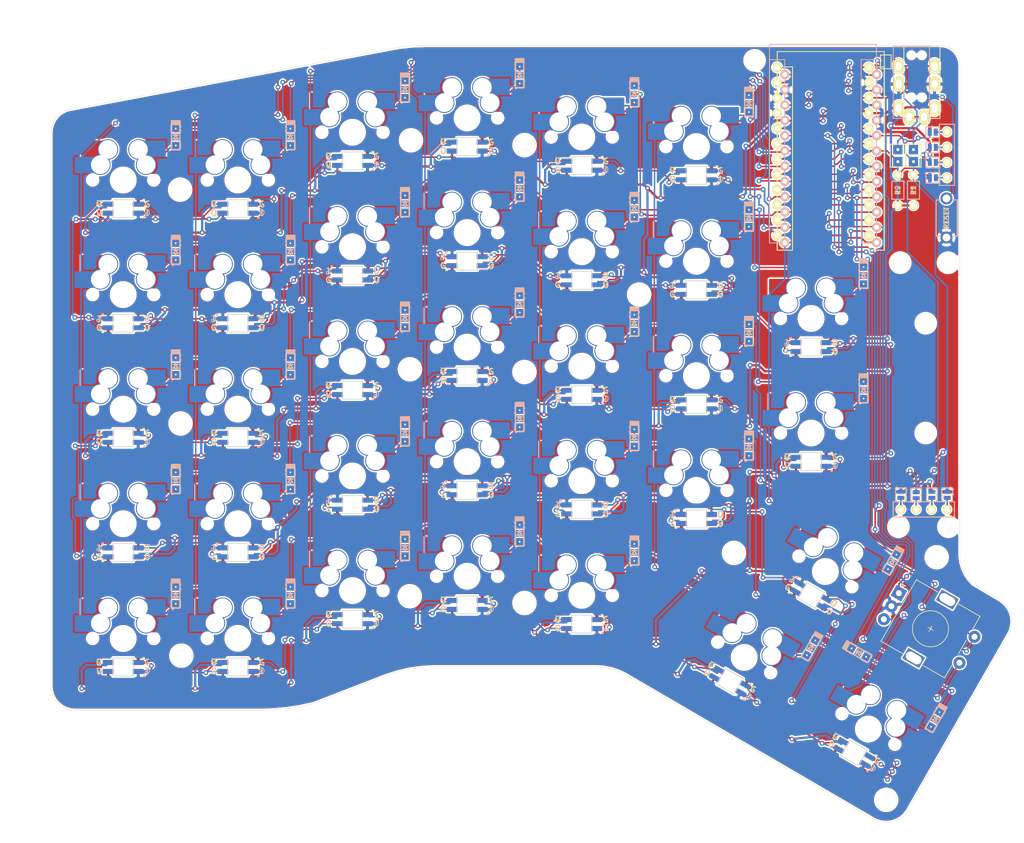
<source format=kicad_pcb>
(kicad_pcb (version 20171130) (host pcbnew "(5.1.5)-3")
  (layers (0 F.Cu signal) (31 B.Cu signal) (34 B.Paste user) (35 F.Paste user) (36 B.SilkS user) (37 F.SilkS user) (38 B.Mask user) (39 F.Mask user) (44 Edge.Cuts user))
  (net 0 "")
  (net 1 ROW0)
  (net 2 "Net-(D1-Pad2)")
  (net 3 ROW1)
  (net 4 "Net-(D2-Pad2)")
  (net 5 ROW2)
  (net 6 "Net-(D3-Pad2)")
  (net 7 ROW3)
  (net 8 "Net-(D4-Pad2)")
  (net 9 ROW4)
  (net 10 "Net-(D5-Pad2)")
  (net 11 VCC)
  (net 12 "Net-(D6-Pad2)")
  (net 13 GND)
  (net 14 "Net-(D21-Pad2)")
  (net 15 "Net-(D22-Pad4)")
  (net 16 "Net-(D8-Pad2)")
  (net 17 "Net-(D23-Pad2)")
  (net 18 "Net-(D24-Pad4)")
  (net 19 "Net-(D11-Pad2)")
  (net 20 "Net-(D12-Pad2)")
  (net 21 "Net-(D13-Pad2)")
  (net 22 "Net-(D14-Pad2)")
  (net 23 "Net-(D15-Pad2)")
  (net 24 "Net-(D16-Pad2)")
  (net 25 "Net-(D17-Pad2)")
  (net 26 "Net-(D18-Pad2)")
  (net 27 "Net-(D19-Pad2)")
  (net 28 "Net-(D20-Pad2)")
  (net 29 "Net-(D21-Pad4)")
  (net 30 "Net-(D22-Pad2)")
  (net 31 "Net-(D23-Pad4)")
  (net 32 "Net-(D24-Pad2)")
  (net 33 "Net-(D25-Pad4)")
  (net 34 "Net-(D26-Pad2)")
  (net 35 "Net-(D27-Pad2)")
  (net 36 "Net-(D28-Pad2)")
  (net 37 "Net-(D29-Pad2)")
  (net 38 "Net-(D30-Pad2)")
  (net 39 "Net-(D31-Pad2)")
  (net 40 "Net-(D32-Pad2)")
  (net 41 "Net-(D33-Pad2)")
  (net 42 "Net-(D34-Pad2)")
  (net 43 "Net-(D35-Pad2)")
  (net 44 "Net-(D36-Pad4)")
  (net 45 "Net-(D37-Pad2)")
  (net 46 "Net-(D38-Pad4)")
  (net 47 "Net-(D39-Pad2)")
  (net 48 "Net-(D40-Pad4)")
  (net 49 "Net-(D41-Pad2)")
  (net 50 "Net-(D42-Pad2)")
  (net 51 "Net-(D43-Pad2)")
  (net 52 "Net-(D44-Pad2)")
  (net 53 "Net-(D45-Pad2)")
  (net 54 "Net-(D46-Pad2)")
  (net 55 "Net-(D47-Pad2)")
  (net 56 "Net-(D48-Pad2)")
  (net 57 "Net-(D49-Pad2)")
  (net 58 "Net-(D50-Pad2)")
  (net 59 "Net-(D51-Pad4)")
  (net 60 "Net-(D52-Pad2)")
  (net 61 "Net-(D53-Pad4)")
  (net 62 "Net-(D54-Pad2)")
  (net 63 "Net-(D55-Pad4)")
  (net 64 "Net-(D56-Pad4)")
  (net 65 "Net-(D57-Pad2)")
  (net 66 "Net-(D58-Pad4)")
  (net 67 "Net-(D59-Pad2)")
  (net 68 "Net-(D60-Pad4)")
  (net 69 "Net-(D61-Pad4)")
  (net 70 "Net-(D62-Pad2)")
  (net 71 "Net-(D63-Pad4)")
  (net 72 "Net-(D64-Pad2)")
  (net 73 "Net-(D65-Pad4)")
  (net 74 LED)
  (net 75 "Net-(D67-Pad2)")
  (net 76 "Net-(D69-Pad2)")
  (net 77 TRRS1)
  (net 78 SDA)
  (net 79 SCL)
  (net 80 TRRS2)
  (net 81 Data)
  (net 82 COL0)
  (net 83 COL1)
  (net 84 COL2)
  (net 85 COL3)
  (net 86 COL4)
  (net 87 COL5)
  (net 88 COL6)
  (net 89 "Net-(SW1-Pad1)")
  (net 90 ENC1)
  (net 91 ENC0)
  (net 92 "Net-(U1-Pad24)")
  (net 93 "Net-(D25-Pad2)")
  (net 94 "Net-(LEFT1-Pad1)")
  (net 95 "Net-(LEFT2-Pad1)")
  (net 96 "Net-(LEFT3-Pad1)")
  (net 97 "Net-(LEFT4-Pad1)")
  (net 98 "Net-(LEFT5-Pad1)")
  (net 99 "Net-(LEFT6-Pad1)")
  (net 100 "Net-(LEFT7-Pad1)")
  (net 101 "Net-(LEFT8-Pad1)")
  (module Keebio-Parts:RotaryEncoder_EC11 (layer F.Cu) (at 174.625 144.4625 330)
    (fp_text reference SW2)
    (fp_text value Rotary_Encoder_Switch)
    (pad A thru_hole rect (at -7.5 -2.5 330) (size 2 2) (drill 1) (layers *.Cu *.Mask) (net 90 ENC1))
    (pad C thru_hole circle (at -7.5 0 330) (size 2 2) (drill 1) (layers *.Cu *.Mask) (net 13 GND))
    (pad B thru_hole circle (at -7.5 2.5 330) (size 2 2) (drill 1) (layers *.Cu *.Mask) (net 91 ENC0))
    (pad "" np_thru_hole rect (at 0 -5.6 330) (size 3.2 2) (drill oval 2.8 1.5) (layers *.Cu *.Mask))
    (pad "" np_thru_hole rect (at 0 5.6 330) (size 3.2 2) (drill oval 2.8 1.5) (layers *.Cu *.Mask))
    (pad S2 thru_hole circle (at 7 -2.5 330) (size 2 2) (drill 1) (layers *.Cu *.Mask) (net 88 COL6))
    (pad S1 thru_hole circle (at 7 2.5 330) (size 2 2) (drill 1) (layers *.Cu *.Mask) (net 57 "Net-(D49-Pad2)"))
  )
  (module Zodiark:HOLE_M2 (layer F.Cu) (at 173.83125 93.6625)
    (fp_text reference U21 hide)
    (fp_text value HOLE-Lily58-cache hide)
    (pad "" np_thru_hole circle (at 0 0) (size 2.2 2.2) (drill 2.2) (layers *.Cu *.Mask F.SilkS) (clearance 0.8))
  )
  (module Zodiark:HOLE_M2 (layer F.Cu) (at 169.3 127.5)
    (fp_text reference U20 hide)
    (fp_text value HOLE-Lily58-cache hide)
    (pad "" np_thru_hole circle (at 0 0) (size 2.2 2.2) (drill 2.2) (layers *.Cu *.Mask F.SilkS) (clearance 0.8))
  )
  (module Zodiark:HOLE_M2 (layer F.Cu) (at 173.83125 111.91875)
    (fp_text reference U19 hide)
    (fp_text value HOLE-Lily58-cache hide)
    (pad "" np_thru_hole circle (at 0 0) (size 2.2 2.2) (drill 2.2) (layers *.Cu *.Mask F.SilkS) (clearance 0.8))
  )
  (module Zodiark:HOLE_M2 (layer F.Cu) (at 177.6 127.5)
    (fp_text reference U18 hide)
    (fp_text value HOLE-Lily58-cache hide)
    (pad "" np_thru_hole circle (at 0 0) (size 2.2 2.2) (drill 2.2) (layers *.Cu *.Mask F.SilkS) (clearance 0.8))
  )
  (module Zodiark:HOLE_M2 (layer F.Cu) (at 169.6 83.6)
    (fp_text reference U17 hide)
    (fp_text value HOLE-Lily58-cache hide)
    (pad "" np_thru_hole circle (at 0 0) (size 2.2 2.2) (drill 2.2) (layers *.Cu *.Mask F.SilkS) (clearance 0.8))
  )
  (module Zodiark:HOLE_M2 (layer F.Cu) (at 177.55 83.6)
    (fp_text reference U16 hide)
    (fp_text value HOLE-Lily58-cache hide)
    (pad "" np_thru_hole circle (at 0 0) (size 2.2 2.2) (drill 2.2) (layers *.Cu *.Mask F.SilkS) (clearance 0.8))
  )
  (module Zodiark:HOLE_M2 (layer F.Cu) (at 145.4 49.95)
    (fp_text reference U15 hide)
    (fp_text value HOLE-Lily58-cache hide)
    (pad "" np_thru_hole circle (at 0 0) (size 2.2 2.2) (drill 2.2) (layers *.Cu *.Mask F.SilkS) (clearance 0.8))
  )
  (module Zodiark:HOLE_M2_TH (layer F.Cu) (at 107.17 64.05)
    (fp_text reference U14 hide)
    (fp_text value HOLE-Lily58-cache hide)
    (pad "" np_thru_hole circle (at 0 0 90) (size 3.5 3.5) (drill 3.5) (layers *.Cu *.Mask F.SilkS) (clearance 0.3))
  )
  (module Zodiark:HOLE_M2_TH (layer F.Cu) (at 107.15 101.77)
    (fp_text reference U13 hide)
    (fp_text value HOLE-Lily58-cache hide)
    (pad "" np_thru_hole circle (at 0 0 90) (size 3.5 3.5) (drill 3.5) (layers *.Cu *.Mask F.SilkS) (clearance 0.3))
  )
  (module Zodiark:HOLE_M2_TH (layer F.Cu) (at 107.16 140.18)
    (fp_text reference U12 hide)
    (fp_text value HOLE-Lily58-cache hide)
    (pad "" np_thru_hole circle (at 0 0 90) (size 3.5 3.5) (drill 3.5) (layers *.Cu *.Mask F.SilkS) (clearance 0.3))
  )
  (module Zodiark:HOLE_M2_TH (layer F.Cu) (at 88.1 139.05)
    (fp_text reference U11 hide)
    (fp_text value HOLE-Lily58-cache hide)
    (pad "" np_thru_hole circle (at 0 0 90) (size 3.5 3.5) (drill 3.5) (layers *.Cu *.Mask F.SilkS) (clearance 0.3))
  )
  (module Zodiark:Jumper (layer B.Cu) (at 169.7 122.19962 90)
    (fp_text reference RIGHT8 hide)
    (fp_text value JP1)
    (pad 2 smd rect (at 0.50038 0 90) (size 0.635 1.143) (layers B.Cu B.Paste B.Mask) (net 13 GND) (clearance 0.1905))
    (pad 1 smd rect (at -0.50038 0 90) (size 0.635 1.143) (layers B.Cu B.Paste B.Mask) (net 101 "Net-(LEFT8-Pad1)") (clearance 0.1905))
  )
  (module Zodiark:Jumper (layer B.Cu) (at 172.25 122.25 90)
    (fp_text reference RIGHT7 hide)
    (fp_text value JP1)
    (pad 2 smd rect (at 0.50038 0 90) (size 0.635 1.143) (layers B.Cu B.Paste B.Mask) (net 11 VCC) (clearance 0.1905))
    (pad 1 smd rect (at -0.50038 0 90) (size 0.635 1.143) (layers B.Cu B.Paste B.Mask) (net 100 "Net-(LEFT7-Pad1)") (clearance 0.1905))
  )
  (module Zodiark:Jumper (layer B.Cu) (at 174.85 122.20038 90)
    (fp_text reference RIGHT6 hide)
    (fp_text value JP1)
    (pad 2 smd rect (at 0.50038 0 90) (size 0.635 1.143) (layers B.Cu B.Paste B.Mask) (net 79 SCL) (clearance 0.1905))
    (pad 1 smd rect (at -0.50038 0 90) (size 0.635 1.143) (layers B.Cu B.Paste B.Mask) (net 99 "Net-(LEFT6-Pad1)") (clearance 0.1905))
  )
  (module Zodiark:Jumper (layer B.Cu) (at 177.4 122.2 90)
    (fp_text reference RIGHT5 hide)
    (fp_text value JP1)
    (pad 2 smd rect (at 0.50038 0 90) (size 0.635 1.143) (layers B.Cu B.Paste B.Mask) (net 78 SDA) (clearance 0.1905))
    (pad 1 smd rect (at -0.50038 0 90) (size 0.635 1.143) (layers B.Cu B.Paste B.Mask) (net 98 "Net-(LEFT5-Pad1)") (clearance 0.1905))
  )
  (module Zodiark:OLED_4Pin (layer F.Cu) (at 169.70375 124.61875)
    (fp_text reference P2)
    (fp_text value OLED hide)
    (pad 4 thru_hole circle (at 7.62 0) (size 1.397 1.397) (drill 0.8128) (layers *.Cu *.Mask F.SilkS) (net 98 "Net-(LEFT5-Pad1)"))
    (pad 3 thru_hole circle (at 5.08 0) (size 1.397 1.397) (drill 0.8128) (layers *.Cu *.Mask F.SilkS) (net 99 "Net-(LEFT6-Pad1)"))
    (pad 2 thru_hole circle (at 2.54 0) (size 1.397 1.397) (drill 0.8128) (layers *.Cu *.Mask F.SilkS) (net 100 "Net-(LEFT7-Pad1)"))
    (pad 1 thru_hole circle (at 0 0) (size 1.397 1.397) (drill 0.8128) (layers *.Cu *.Mask F.SilkS) (net 101 "Net-(LEFT8-Pad1)"))
  )
  (module Zodiark:Jumper (layer F.Cu) (at 169.7 122.2 90)
    (fp_text reference LEFT8 hide)
    (fp_text value JP1)
    (pad 2 smd rect (at 0.50038 0 90) (size 0.635 1.143) (layers F.Cu F.Paste F.Mask) (net 78 SDA) (clearance 0.1905))
    (pad 1 smd rect (at -0.50038 0 90) (size 0.635 1.143) (layers F.Cu F.Paste F.Mask) (net 101 "Net-(LEFT8-Pad1)") (clearance 0.1905))
  )
  (module Zodiark:Jumper (layer F.Cu) (at 172.25 122.25 90)
    (fp_text reference LEFT7 hide)
    (fp_text value JP1)
    (pad 2 smd rect (at 0.50038 0 90) (size 0.635 1.143) (layers F.Cu F.Paste F.Mask) (net 79 SCL) (clearance 0.1905))
    (pad 1 smd rect (at -0.50038 0 90) (size 0.635 1.143) (layers F.Cu F.Paste F.Mask) (net 100 "Net-(LEFT7-Pad1)") (clearance 0.1905))
  )
  (module Zodiark:Jumper (layer F.Cu) (at 174.85 122.2 90)
    (fp_text reference LEFT6 hide)
    (fp_text value JP1)
    (pad 2 smd rect (at 0.50038 0 90) (size 0.635 1.143) (layers F.Cu F.Paste F.Mask) (net 11 VCC) (clearance 0.1905))
    (pad 1 smd rect (at -0.50038 0 90) (size 0.635 1.143) (layers F.Cu F.Paste F.Mask) (net 99 "Net-(LEFT6-Pad1)") (clearance 0.1905))
  )
  (module Zodiark:Jumper (layer F.Cu) (at 177.4 122.19962 90)
    (fp_text reference LEFT5 hide)
    (fp_text value JP1)
    (pad 2 smd rect (at 0.50038 0 90) (size 0.635 1.143) (layers F.Cu F.Paste F.Mask) (net 13 GND) (clearance 0.1905))
    (pad 1 smd rect (at -0.50038 0 90) (size 0.635 1.143) (layers F.Cu F.Paste F.Mask) (net 98 "Net-(LEFT5-Pad1)") (clearance 0.1905))
  )
  (module Zodiark:Jumper (layer B.Cu) (at 175.02 69.47 180)
    (fp_text reference RIGHT4 hide)
    (fp_text value JP1)
    (pad 2 smd rect (at 0.50038 0 180) (size 0.635 1.143) (layers B.Cu B.Paste B.Mask) (net 13 GND) (clearance 0.1905))
    (pad 1 smd rect (at -0.50038 0 180) (size 0.635 1.143) (layers B.Cu B.Paste B.Mask) (net 97 "Net-(LEFT4-Pad1)") (clearance 0.1905))
  )
  (module Zodiark:Jumper (layer B.Cu) (at 175.01 66.92 180)
    (fp_text reference RIGHT3 hide)
    (fp_text value JP1)
    (pad 2 smd rect (at 0.50038 0 180) (size 0.635 1.143) (layers B.Cu B.Paste B.Mask) (net 11 VCC) (clearance 0.1905))
    (pad 1 smd rect (at -0.50038 0 180) (size 0.635 1.143) (layers B.Cu B.Paste B.Mask) (net 96 "Net-(LEFT3-Pad1)") (clearance 0.1905))
  )
  (module Zodiark:Jumper (layer B.Cu) (at 175.01 64.44 180)
    (fp_text reference RIGHT2 hide)
    (fp_text value JP1)
    (pad 2 smd rect (at 0.50038 0 180) (size 0.635 1.143) (layers B.Cu B.Paste B.Mask) (net 79 SCL) (clearance 0.1905))
    (pad 1 smd rect (at -0.50038 0 180) (size 0.635 1.143) (layers B.Cu B.Paste B.Mask) (net 95 "Net-(LEFT2-Pad1)") (clearance 0.1905))
  )
  (module Zodiark:Jumper (layer B.Cu) (at 175 61.89 180)
    (fp_text reference RIGHT1 hide)
    (fp_text value JP1)
    (pad 2 smd rect (at 0.50038 0 180) (size 0.635 1.143) (layers B.Cu B.Paste B.Mask) (net 78 SDA) (clearance 0.1905))
    (pad 1 smd rect (at -0.50038 0 180) (size 0.635 1.143) (layers B.Cu B.Paste B.Mask) (net 94 "Net-(LEFT1-Pad1)") (clearance 0.1905))
  )
  (module Zodiark:Jumper (layer F.Cu) (at 175.02 69.47 180)
    (fp_text reference LEFT4 hide)
    (fp_text value JP1)
    (pad 2 smd rect (at 0.50038 0 180) (size 0.635 1.143) (layers F.Cu F.Paste F.Mask) (net 78 SDA) (clearance 0.1905))
    (pad 1 smd rect (at -0.50038 0 180) (size 0.635 1.143) (layers F.Cu F.Paste F.Mask) (net 97 "Net-(LEFT4-Pad1)") (clearance 0.1905))
  )
  (module Zodiark:Jumper (layer F.Cu) (at 175.01 66.92 180)
    (fp_text reference LEFT3 hide)
    (fp_text value JP1)
    (pad 2 smd rect (at 0.50038 0 180) (size 0.635 1.143) (layers F.Cu F.Paste F.Mask) (net 79 SCL) (clearance 0.1905))
    (pad 1 smd rect (at -0.50038 0 180) (size 0.635 1.143) (layers F.Cu F.Paste F.Mask) (net 96 "Net-(LEFT3-Pad1)") (clearance 0.1905))
  )
  (module Zodiark:Jumper (layer F.Cu) (at 175.01 64.44 180)
    (fp_text reference LEFT2 hide)
    (fp_text value JP1)
    (pad 2 smd rect (at 0.50038 0 180) (size 0.635 1.143) (layers F.Cu F.Paste F.Mask) (net 11 VCC) (clearance 0.1905))
    (pad 1 smd rect (at -0.50038 0 180) (size 0.635 1.143) (layers F.Cu F.Paste F.Mask) (net 95 "Net-(LEFT2-Pad1)") (clearance 0.1905))
  )
  (module Zodiark:Jumper (layer F.Cu) (at 175 61.89 180)
    (fp_text reference LEFT1 hide)
    (fp_text value JP1)
    (pad 2 smd rect (at 0.50038 0 180) (size 0.635 1.143) (layers F.Cu F.Paste F.Mask) (net 13 GND) (clearance 0.1905))
    (pad 1 smd rect (at -0.50038 0 180) (size 0.635 1.143) (layers F.Cu F.Paste F.Mask) (net 94 "Net-(LEFT1-Pad1)") (clearance 0.1905))
  )
  (module Zodiark:HOLE_M2_TH (layer F.Cu) (at 141.97 131.85)
    (fp_text reference U10 hide)
    (fp_text value HOLE-Lily58-cache hide)
    (pad "" np_thru_hole circle (at 0 0 90) (size 3.5 3.5) (drill 3.5) (layers *.Cu *.Mask F.SilkS) (clearance 0.3))
  )
  (module Zodiark:HOLE_M2_TH (layer F.Cu) (at 88.12 101.32)
    (fp_text reference U9 hide)
    (fp_text value HOLE-Lily58-cache hide)
    (pad "" np_thru_hole circle (at 0 0 90) (size 3.5 3.5) (drill 3.5) (layers *.Cu *.Mask F.SilkS) (clearance 0.3))
  )
  (module Zodiark:HOLE_M2_TH (layer F.Cu) (at 88.3 63.25)
    (fp_text reference U8 hide)
    (fp_text value HOLE-Lily58-cache hide)
    (pad "" np_thru_hole circle (at 0 0 90) (size 3.5 3.5) (drill 3.5) (layers *.Cu *.Mask F.SilkS) (clearance 0.3))
  )
  (module Zodiark:HOLE_M2_TH (layer F.Cu) (at 50.14 148.93)
    (fp_text reference U7 hide)
    (fp_text value HOLE-Lily58-cache hide)
    (pad "" np_thru_hole circle (at 0 0 90) (size 3.5 3.5) (drill 3.5) (layers *.Cu *.Mask F.SilkS) (clearance 0.3))
  )
  (module Zodiark:HOLE_M2_TH (layer F.Cu) (at 49.94 71.45)
    (fp_text reference U6 hide)
    (fp_text value HOLE-Lily58-cache hide)
    (pad "" np_thru_hole circle (at 0 0 90) (size 3.5 3.5) (drill 3.5) (layers *.Cu *.Mask F.SilkS) (clearance 0.3))
  )
  (module Zodiark:HOLE_M2_TH (layer F.Cu) (at 50.00625 110.33125)
    (fp_text reference U5 hide)
    (fp_text value HOLE-Lily58-cache hide)
    (pad "" np_thru_hole circle (at 0 0 90) (size 3.5 3.5) (drill 3.5) (layers *.Cu *.Mask F.SilkS) (clearance 0.3))
  )
  (module Zodiark:HOLE_M2_TH (layer F.Cu) (at 167.27 172.91)
    (fp_text reference U4 hide)
    (fp_text value HOLE-Lily58-cache hide)
    (pad "" np_thru_hole circle (at 0 0 90) (size 3.5 3.5) (drill 3.5) (layers *.Cu *.Mask F.SilkS) (clearance 0.3))
  )
  (module Zodiark:HOLE_M2_TH (layer F.Cu) (at 126.20625 88.9)
    (fp_text reference U3 hide)
    (fp_text value HOLE-Lily58-cache hide)
    (pad "" np_thru_hole circle (at 0 0 90) (size 3.5 3.5) (drill 3.5) (layers *.Cu *.Mask F.SilkS) (clearance 0.3))
  )
  (module Zodiark:HOLE_M2_TH (layer F.Cu) (at 175.65 132.57)
    (fp_text reference U2 hide)
    (fp_text value HOLE-Lily58-cache hide)
    (pad "" np_thru_hole circle (at 0 0 90) (size 3.5 3.5) (drill 3.5) (layers *.Cu *.Mask F.SilkS) (clearance 0.3))
  )
  (module Zodiark:YS-SK6812MINI-E (layer F.Cu) (at 141.2875 153.19375 150)
    (fp_text reference D70)
    (fp_text value SK6812MINI-E_Easy_Solder)
    (fp_text user G (at -4.03 -0.68 150) (layer B.SilkS) (effects (justify mirror)))
    (fp_text user I (at -4 0.73 150) (layer B.SilkS) (effects (justify mirror)))
    (fp_text user O (at 3.96 -0.73 330) (layer B.SilkS) (effects (justify mirror)))
    (fp_text user V (at 3.99 0.87 330) (layer B.SilkS) (effects (justify mirror)))
    (fp_text user G (at -4 0.75 150) (layer F.SilkS))
    (fp_text user I (at -4 -0.75 150) (layer F.SilkS))
    (fp_text user O (at 4 0.75 150) (layer F.SilkS))
    (fp_text user V (at 4 -0.75 150) (layer F.SilkS))
    (fp_line (start 1.7 -1.5) (end -1.7 -1.5) (layer Edge.Cuts) (width 0.12))
    (fp_line (start 1.7 1.5) (end 1.7 -1.5) (layer Edge.Cuts) (width 0.12))
    (fp_line (start -1.7 1.5) (end 1.7 1.5) (layer Edge.Cuts) (width 0.12))
    (fp_line (start -1.7 -1.5) (end -1.7 1.5) (layer Edge.Cuts) (width 0.12))
    (pad 2 smd rect (at 2.5 -0.75 150) (size 1.8 0.82) (layers B.Cu B.Paste B.Mask) (net 73 "Net-(D65-Pad4)"))
    (pad 3 smd rect (at -2.5 -0.75 150) (size 1.8 0.82) (layers B.Cu B.Paste B.Mask) (net 13 GND))
    (pad 1 smd rect (at 2.5 0.75 150) (size 1.8 0.82) (layers B.Cu B.Paste B.Mask) (net 11 VCC))
    (pad 4 smd rect (at -2.5 0.75 150) (size 1.8 0.82) (layers B.Cu B.Paste B.Mask) (net 76 "Net-(D69-Pad2)"))
    (pad 1 smd rect (at 2.5 -0.75 150) (size 1.8 0.82) (layers F.Cu F.Paste F.Mask) (net 11 VCC))
    (pad 2 smd rect (at 2.5 0.75 150) (size 1.8 0.82) (layers F.Cu F.Paste F.Mask) (net 73 "Net-(D65-Pad4)"))
    (pad 3 smd rect (at -2.5 0.75 150) (size 1.8 0.82) (layers F.Cu F.Paste F.Mask) (net 13 GND))
    (pad 4 smd rect (at -2.5 -0.75 150) (size 1.8 0.82) (layers F.Cu F.Paste F.Mask) (net 76 "Net-(D69-Pad2)"))
  )
  (module Zodiark:YS-SK6812MINI-E (layer F.Cu) (at 161.925 165.1 150)
    (fp_text reference D69)
    (fp_text value SK6812MINI-E_Easy_Solder)
    (fp_text user G (at -4.03 -0.68 150) (layer B.SilkS) (effects (justify mirror)))
    (fp_text user I (at -4 0.73 150) (layer B.SilkS) (effects (justify mirror)))
    (fp_text user O (at 3.96 -0.73 330) (layer B.SilkS) (effects (justify mirror)))
    (fp_text user V (at 3.99 0.87 330) (layer B.SilkS) (effects (justify mirror)))
    (fp_text user G (at -4 0.75 150) (layer F.SilkS))
    (fp_text user I (at -4 -0.75 150) (layer F.SilkS))
    (fp_text user O (at 4 0.75 150) (layer F.SilkS))
    (fp_text user V (at 4 -0.75 150) (layer F.SilkS))
    (fp_line (start 1.7 -1.5) (end -1.7 -1.5) (layer Edge.Cuts) (width 0.12))
    (fp_line (start 1.7 1.5) (end 1.7 -1.5) (layer Edge.Cuts) (width 0.12))
    (fp_line (start -1.7 1.5) (end 1.7 1.5) (layer Edge.Cuts) (width 0.12))
    (fp_line (start -1.7 -1.5) (end -1.7 1.5) (layer Edge.Cuts) (width 0.12))
    (pad 2 smd rect (at 2.5 -0.75 150) (size 1.8 0.82) (layers B.Cu B.Paste B.Mask) (net 76 "Net-(D69-Pad2)"))
    (pad 3 smd rect (at -2.5 -0.75 150) (size 1.8 0.82) (layers B.Cu B.Paste B.Mask) (net 13 GND))
    (pad 1 smd rect (at 2.5 0.75 150) (size 1.8 0.82) (layers B.Cu B.Paste B.Mask) (net 11 VCC))
    (pad 4 smd rect (at -2.5 0.75 150) (size 1.8 0.82) (layers B.Cu B.Paste B.Mask) (net 72 "Net-(D64-Pad2)"))
    (pad 1 smd rect (at 2.5 -0.75 150) (size 1.8 0.82) (layers F.Cu F.Paste F.Mask) (net 11 VCC))
    (pad 2 smd rect (at 2.5 0.75 150) (size 1.8 0.82) (layers F.Cu F.Paste F.Mask) (net 76 "Net-(D69-Pad2)"))
    (pad 3 smd rect (at -2.5 0.75 150) (size 1.8 0.82) (layers F.Cu F.Paste F.Mask) (net 13 GND))
    (pad 4 smd rect (at -2.5 -0.75 150) (size 1.8 0.82) (layers F.Cu F.Paste F.Mask) (net 72 "Net-(D64-Pad2)"))
  )
  (module Zodiark:YS-SK6812MINI-E (layer F.Cu) (at 135.73125 107.15625 180)
    (fp_text reference D68)
    (fp_text value SK6812MINI-E_Easy_Solder)
    (fp_text user G (at -4.03 -0.68) (layer B.SilkS) (effects (justify mirror)))
    (fp_text user I (at -4 0.73) (layer B.SilkS) (effects (justify mirror)))
    (fp_text user O (at 3.96 -0.73 180) (layer B.SilkS) (effects (justify mirror)))
    (fp_text user V (at 3.99 0.87 180) (layer B.SilkS) (effects (justify mirror)))
    (fp_text user G (at -4 0.75) (layer F.SilkS))
    (fp_text user I (at -4 -0.75) (layer F.SilkS))
    (fp_text user O (at 4 0.75) (layer F.SilkS))
    (fp_text user V (at 4 -0.75) (layer F.SilkS))
    (fp_line (start 1.7 -1.5) (end -1.7 -1.5) (layer Edge.Cuts) (width 0.12))
    (fp_line (start 1.7 1.5) (end 1.7 -1.5) (layer Edge.Cuts) (width 0.12))
    (fp_line (start -1.7 1.5) (end 1.7 1.5) (layer Edge.Cuts) (width 0.12))
    (fp_line (start -1.7 -1.5) (end -1.7 1.5) (layer Edge.Cuts) (width 0.12))
    (pad 2 smd rect (at 2.5 -0.75 180) (size 1.8 0.82) (layers B.Cu B.Paste B.Mask) (net 71 "Net-(D63-Pad4)"))
    (pad 3 smd rect (at -2.5 -0.75 180) (size 1.8 0.82) (layers B.Cu B.Paste B.Mask) (net 13 GND))
    (pad 1 smd rect (at 2.5 0.75 180) (size 1.8 0.82) (layers B.Cu B.Paste B.Mask) (net 11 VCC))
    (pad 4 smd rect (at -2.5 0.75 180) (size 1.8 0.82) (layers B.Cu B.Paste B.Mask) (net 75 "Net-(D67-Pad2)"))
    (pad 1 smd rect (at 2.5 -0.75 180) (size 1.8 0.82) (layers F.Cu F.Paste F.Mask) (net 11 VCC))
    (pad 2 smd rect (at 2.5 0.75 180) (size 1.8 0.82) (layers F.Cu F.Paste F.Mask) (net 71 "Net-(D63-Pad4)"))
    (pad 3 smd rect (at -2.5 0.75 180) (size 1.8 0.82) (layers F.Cu F.Paste F.Mask) (net 13 GND))
    (pad 4 smd rect (at -2.5 -0.75 180) (size 1.8 0.82) (layers F.Cu F.Paste F.Mask) (net 75 "Net-(D67-Pad2)"))
  )
  (module Zodiark:YS-SK6812MINI-E (layer F.Cu) (at 154.78125 116.68125 180)
    (fp_text reference D67)
    (fp_text value SK6812MINI-E_Easy_Solder)
    (fp_text user G (at -4.03 -0.68) (layer B.SilkS) (effects (justify mirror)))
    (fp_text user I (at -4 0.73) (layer B.SilkS) (effects (justify mirror)))
    (fp_text user O (at 3.96 -0.73 180) (layer B.SilkS) (effects (justify mirror)))
    (fp_text user V (at 3.99 0.87 180) (layer B.SilkS) (effects (justify mirror)))
    (fp_text user G (at -4 0.75) (layer F.SilkS))
    (fp_text user I (at -4 -0.75) (layer F.SilkS))
    (fp_text user O (at 4 0.75) (layer F.SilkS))
    (fp_text user V (at 4 -0.75) (layer F.SilkS))
    (fp_line (start 1.7 -1.5) (end -1.7 -1.5) (layer Edge.Cuts) (width 0.12))
    (fp_line (start 1.7 1.5) (end 1.7 -1.5) (layer Edge.Cuts) (width 0.12))
    (fp_line (start -1.7 1.5) (end 1.7 1.5) (layer Edge.Cuts) (width 0.12))
    (fp_line (start -1.7 -1.5) (end -1.7 1.5) (layer Edge.Cuts) (width 0.12))
    (pad 2 smd rect (at 2.5 -0.75 180) (size 1.8 0.82) (layers B.Cu B.Paste B.Mask) (net 75 "Net-(D67-Pad2)"))
    (pad 3 smd rect (at -2.5 -0.75 180) (size 1.8 0.82) (layers B.Cu B.Paste B.Mask) (net 13 GND))
    (pad 1 smd rect (at 2.5 0.75 180) (size 1.8 0.82) (layers B.Cu B.Paste B.Mask) (net 11 VCC))
    (pad 4 smd rect (at -2.5 0.75 180) (size 1.8 0.82) (layers B.Cu B.Paste B.Mask) (net 70 "Net-(D62-Pad2)"))
    (pad 1 smd rect (at 2.5 -0.75 180) (size 1.8 0.82) (layers F.Cu F.Paste F.Mask) (net 11 VCC))
    (pad 2 smd rect (at 2.5 0.75 180) (size 1.8 0.82) (layers F.Cu F.Paste F.Mask) (net 75 "Net-(D67-Pad2)"))
    (pad 3 smd rect (at -2.5 0.75 180) (size 1.8 0.82) (layers F.Cu F.Paste F.Mask) (net 13 GND))
    (pad 4 smd rect (at -2.5 -0.75 180) (size 1.8 0.82) (layers F.Cu F.Paste F.Mask) (net 70 "Net-(D62-Pad2)"))
  )
  (module Zodiark:YS-SK6812MINI-E (layer F.Cu) (at 135.73125 69.05625 180)
    (fp_text reference D66)
    (fp_text value SK6812MINI-E_Easy_Solder)
    (fp_text user G (at -4.03 -0.68) (layer B.SilkS) (effects (justify mirror)))
    (fp_text user I (at -4 0.73) (layer B.SilkS) (effects (justify mirror)))
    (fp_text user O (at 3.96 -0.73 180) (layer B.SilkS) (effects (justify mirror)))
    (fp_text user V (at 3.99 0.87 180) (layer B.SilkS) (effects (justify mirror)))
    (fp_text user G (at -4 0.75) (layer F.SilkS))
    (fp_text user I (at -4 -0.75) (layer F.SilkS))
    (fp_text user O (at 4 0.75) (layer F.SilkS))
    (fp_text user V (at 4 -0.75) (layer F.SilkS))
    (fp_line (start 1.7 -1.5) (end -1.7 -1.5) (layer Edge.Cuts) (width 0.12))
    (fp_line (start 1.7 1.5) (end 1.7 -1.5) (layer Edge.Cuts) (width 0.12))
    (fp_line (start -1.7 1.5) (end 1.7 1.5) (layer Edge.Cuts) (width 0.12))
    (fp_line (start -1.7 -1.5) (end -1.7 1.5) (layer Edge.Cuts) (width 0.12))
    (pad 2 smd rect (at 2.5 -0.75 180) (size 1.8 0.82) (layers B.Cu B.Paste B.Mask) (net 69 "Net-(D61-Pad4)"))
    (pad 3 smd rect (at -2.5 -0.75 180) (size 1.8 0.82) (layers B.Cu B.Paste B.Mask) (net 13 GND))
    (pad 1 smd rect (at 2.5 0.75 180) (size 1.8 0.82) (layers B.Cu B.Paste B.Mask) (net 11 VCC))
    (pad 4 smd rect (at -2.5 0.75 180) (size 1.8 0.82) (layers B.Cu B.Paste B.Mask) (net 74 LED))
    (pad 1 smd rect (at 2.5 -0.75 180) (size 1.8 0.82) (layers F.Cu F.Paste F.Mask) (net 11 VCC))
    (pad 2 smd rect (at 2.5 0.75 180) (size 1.8 0.82) (layers F.Cu F.Paste F.Mask) (net 69 "Net-(D61-Pad4)"))
    (pad 3 smd rect (at -2.5 0.75 180) (size 1.8 0.82) (layers F.Cu F.Paste F.Mask) (net 13 GND))
    (pad 4 smd rect (at -2.5 -0.75 180) (size 1.8 0.82) (layers F.Cu F.Paste F.Mask) (net 74 LED))
  )
  (module Zodiark:YS-SK6812MINI-E (layer F.Cu) (at 116.68125 143.66875 180)
    (fp_text reference D65)
    (fp_text value SK6812MINI-E_Easy_Solder)
    (fp_text user G (at -4.03 -0.68) (layer B.SilkS) (effects (justify mirror)))
    (fp_text user I (at -4 0.73) (layer B.SilkS) (effects (justify mirror)))
    (fp_text user O (at 3.96 -0.73 180) (layer B.SilkS) (effects (justify mirror)))
    (fp_text user V (at 3.99 0.87 180) (layer B.SilkS) (effects (justify mirror)))
    (fp_text user G (at -4 0.75) (layer F.SilkS))
    (fp_text user I (at -4 -0.75) (layer F.SilkS))
    (fp_text user O (at 4 0.75) (layer F.SilkS))
    (fp_text user V (at 4 -0.75) (layer F.SilkS))
    (fp_line (start 1.7 -1.5) (end -1.7 -1.5) (layer Edge.Cuts) (width 0.12))
    (fp_line (start 1.7 1.5) (end 1.7 -1.5) (layer Edge.Cuts) (width 0.12))
    (fp_line (start -1.7 1.5) (end 1.7 1.5) (layer Edge.Cuts) (width 0.12))
    (fp_line (start -1.7 -1.5) (end -1.7 1.5) (layer Edge.Cuts) (width 0.12))
    (pad 2 smd rect (at 2.5 -0.75 180) (size 1.8 0.82) (layers B.Cu B.Paste B.Mask) (net 68 "Net-(D60-Pad4)"))
    (pad 3 smd rect (at -2.5 -0.75 180) (size 1.8 0.82) (layers B.Cu B.Paste B.Mask) (net 13 GND))
    (pad 1 smd rect (at 2.5 0.75 180) (size 1.8 0.82) (layers B.Cu B.Paste B.Mask) (net 11 VCC))
    (pad 4 smd rect (at -2.5 0.75 180) (size 1.8 0.82) (layers B.Cu B.Paste B.Mask) (net 73 "Net-(D65-Pad4)"))
    (pad 1 smd rect (at 2.5 -0.75 180) (size 1.8 0.82) (layers F.Cu F.Paste F.Mask) (net 11 VCC))
    (pad 2 smd rect (at 2.5 0.75 180) (size 1.8 0.82) (layers F.Cu F.Paste F.Mask) (net 68 "Net-(D60-Pad4)"))
    (pad 3 smd rect (at -2.5 0.75 180) (size 1.8 0.82) (layers F.Cu F.Paste F.Mask) (net 13 GND))
    (pad 4 smd rect (at -2.5 -0.75 180) (size 1.8 0.82) (layers F.Cu F.Paste F.Mask) (net 73 "Net-(D65-Pad4)"))
  )
  (module Zodiark:YS-SK6812MINI-E (layer F.Cu) (at 154.78125 138.90625 330)
    (fp_text reference D64)
    (fp_text value SK6812MINI-E_Easy_Solder)
    (fp_text user G (at -4.03 -0.68 150) (layer B.SilkS) (effects (justify mirror)))
    (fp_text user I (at -4 0.73 150) (layer B.SilkS) (effects (justify mirror)))
    (fp_text user O (at 3.96 -0.73 330) (layer B.SilkS) (effects (justify mirror)))
    (fp_text user V (at 3.99 0.87 330) (layer B.SilkS) (effects (justify mirror)))
    (fp_text user G (at -4 0.75 150) (layer F.SilkS))
    (fp_text user I (at -4 -0.75 150) (layer F.SilkS))
    (fp_text user O (at 4 0.75 150) (layer F.SilkS))
    (fp_text user V (at 4 -0.75 150) (layer F.SilkS))
    (fp_line (start 1.7 -1.5) (end -1.7 -1.5) (layer Edge.Cuts) (width 0.12))
    (fp_line (start 1.7 1.5) (end 1.7 -1.5) (layer Edge.Cuts) (width 0.12))
    (fp_line (start -1.7 1.5) (end 1.7 1.5) (layer Edge.Cuts) (width 0.12))
    (fp_line (start -1.7 -1.5) (end -1.7 1.5) (layer Edge.Cuts) (width 0.12))
    (pad 2 smd rect (at 2.5 -0.75 330) (size 1.8 0.82) (layers B.Cu B.Paste B.Mask) (net 72 "Net-(D64-Pad2)"))
    (pad 3 smd rect (at -2.5 -0.75 330) (size 1.8 0.82) (layers B.Cu B.Paste B.Mask) (net 13 GND))
    (pad 1 smd rect (at 2.5 0.75 330) (size 1.8 0.82) (layers B.Cu B.Paste B.Mask) (net 11 VCC))
    (pad 4 smd rect (at -2.5 0.75 330) (size 1.8 0.82) (layers B.Cu B.Paste B.Mask) (net 67 "Net-(D59-Pad2)"))
    (pad 1 smd rect (at 2.5 -0.75 330) (size 1.8 0.82) (layers F.Cu F.Paste F.Mask) (net 11 VCC))
    (pad 2 smd rect (at 2.5 0.75 330) (size 1.8 0.82) (layers F.Cu F.Paste F.Mask) (net 72 "Net-(D64-Pad2)"))
    (pad 3 smd rect (at -2.5 0.75 330) (size 1.8 0.82) (layers F.Cu F.Paste F.Mask) (net 13 GND))
    (pad 4 smd rect (at -2.5 -0.75 330) (size 1.8 0.82) (layers F.Cu F.Paste F.Mask) (net 67 "Net-(D59-Pad2)"))
  )
  (module Zodiark:YS-SK6812MINI-E (layer F.Cu) (at 116.68125 105.56875 180)
    (fp_text reference D63)
    (fp_text value SK6812MINI-E_Easy_Solder)
    (fp_text user G (at -4.03 -0.68) (layer B.SilkS) (effects (justify mirror)))
    (fp_text user I (at -4 0.73) (layer B.SilkS) (effects (justify mirror)))
    (fp_text user O (at 3.96 -0.73 180) (layer B.SilkS) (effects (justify mirror)))
    (fp_text user V (at 3.99 0.87 180) (layer B.SilkS) (effects (justify mirror)))
    (fp_text user G (at -4 0.75) (layer F.SilkS))
    (fp_text user I (at -4 -0.75) (layer F.SilkS))
    (fp_text user O (at 4 0.75) (layer F.SilkS))
    (fp_text user V (at 4 -0.75) (layer F.SilkS))
    (fp_line (start 1.7 -1.5) (end -1.7 -1.5) (layer Edge.Cuts) (width 0.12))
    (fp_line (start 1.7 1.5) (end 1.7 -1.5) (layer Edge.Cuts) (width 0.12))
    (fp_line (start -1.7 1.5) (end 1.7 1.5) (layer Edge.Cuts) (width 0.12))
    (fp_line (start -1.7 -1.5) (end -1.7 1.5) (layer Edge.Cuts) (width 0.12))
    (pad 2 smd rect (at 2.5 -0.75 180) (size 1.8 0.82) (layers B.Cu B.Paste B.Mask) (net 66 "Net-(D58-Pad4)"))
    (pad 3 smd rect (at -2.5 -0.75 180) (size 1.8 0.82) (layers B.Cu B.Paste B.Mask) (net 13 GND))
    (pad 1 smd rect (at 2.5 0.75 180) (size 1.8 0.82) (layers B.Cu B.Paste B.Mask) (net 11 VCC))
    (pad 4 smd rect (at -2.5 0.75 180) (size 1.8 0.82) (layers B.Cu B.Paste B.Mask) (net 71 "Net-(D63-Pad4)"))
    (pad 1 smd rect (at 2.5 -0.75 180) (size 1.8 0.82) (layers F.Cu F.Paste F.Mask) (net 11 VCC))
    (pad 2 smd rect (at 2.5 0.75 180) (size 1.8 0.82) (layers F.Cu F.Paste F.Mask) (net 66 "Net-(D58-Pad4)"))
    (pad 3 smd rect (at -2.5 0.75 180) (size 1.8 0.82) (layers F.Cu F.Paste F.Mask) (net 13 GND))
    (pad 4 smd rect (at -2.5 -0.75 180) (size 1.8 0.82) (layers F.Cu F.Paste F.Mask) (net 71 "Net-(D63-Pad4)"))
  )
  (module Zodiark:YS-SK6812MINI-E (layer F.Cu) (at 154.78125 97.63125)
    (fp_text reference D62)
    (fp_text value SK6812MINI-E_Easy_Solder)
    (fp_text user G (at -4.03 -0.68) (layer B.SilkS) (effects (justify mirror)))
    (fp_text user I (at -4 0.73) (layer B.SilkS) (effects (justify mirror)))
    (fp_text user O (at 3.96 -0.73 180) (layer B.SilkS) (effects (justify mirror)))
    (fp_text user V (at 3.99 0.87 180) (layer B.SilkS) (effects (justify mirror)))
    (fp_text user G (at -4 0.75) (layer F.SilkS))
    (fp_text user I (at -4 -0.75) (layer F.SilkS))
    (fp_text user O (at 4 0.75) (layer F.SilkS))
    (fp_text user V (at 4 -0.75) (layer F.SilkS))
    (fp_line (start 1.7 -1.5) (end -1.7 -1.5) (layer Edge.Cuts) (width 0.12))
    (fp_line (start 1.7 1.5) (end 1.7 -1.5) (layer Edge.Cuts) (width 0.12))
    (fp_line (start -1.7 1.5) (end 1.7 1.5) (layer Edge.Cuts) (width 0.12))
    (fp_line (start -1.7 -1.5) (end -1.7 1.5) (layer Edge.Cuts) (width 0.12))
    (pad 2 smd rect (at 2.5 -0.75) (size 1.8 0.82) (layers B.Cu B.Paste B.Mask) (net 70 "Net-(D62-Pad2)"))
    (pad 3 smd rect (at -2.5 -0.75) (size 1.8 0.82) (layers B.Cu B.Paste B.Mask) (net 13 GND))
    (pad 1 smd rect (at 2.5 0.75) (size 1.8 0.82) (layers B.Cu B.Paste B.Mask) (net 11 VCC))
    (pad 4 smd rect (at -2.5 0.75) (size 1.8 0.82) (layers B.Cu B.Paste B.Mask) (net 65 "Net-(D57-Pad2)"))
    (pad 1 smd rect (at 2.5 -0.75) (size 1.8 0.82) (layers F.Cu F.Paste F.Mask) (net 11 VCC))
    (pad 2 smd rect (at 2.5 0.75) (size 1.8 0.82) (layers F.Cu F.Paste F.Mask) (net 70 "Net-(D62-Pad2)"))
    (pad 3 smd rect (at -2.5 0.75) (size 1.8 0.82) (layers F.Cu F.Paste F.Mask) (net 13 GND))
    (pad 4 smd rect (at -2.5 -0.75) (size 1.8 0.82) (layers F.Cu F.Paste F.Mask) (net 65 "Net-(D57-Pad2)"))
  )
  (module Zodiark:YS-SK6812MINI-E (layer F.Cu) (at 116.68125 67.46875 180)
    (fp_text reference D61)
    (fp_text value SK6812MINI-E_Easy_Solder)
    (fp_text user G (at -4.03 -0.68) (layer B.SilkS) (effects (justify mirror)))
    (fp_text user I (at -4 0.73) (layer B.SilkS) (effects (justify mirror)))
    (fp_text user O (at 3.96 -0.73 180) (layer B.SilkS) (effects (justify mirror)))
    (fp_text user V (at 3.99 0.87 180) (layer B.SilkS) (effects (justify mirror)))
    (fp_text user G (at -4 0.75) (layer F.SilkS))
    (fp_text user I (at -4 -0.75) (layer F.SilkS))
    (fp_text user O (at 4 0.75) (layer F.SilkS))
    (fp_text user V (at 4 -0.75) (layer F.SilkS))
    (fp_line (start 1.7 -1.5) (end -1.7 -1.5) (layer Edge.Cuts) (width 0.12))
    (fp_line (start 1.7 1.5) (end 1.7 -1.5) (layer Edge.Cuts) (width 0.12))
    (fp_line (start -1.7 1.5) (end 1.7 1.5) (layer Edge.Cuts) (width 0.12))
    (fp_line (start -1.7 -1.5) (end -1.7 1.5) (layer Edge.Cuts) (width 0.12))
    (pad 2 smd rect (at 2.5 -0.75 180) (size 1.8 0.82) (layers B.Cu B.Paste B.Mask) (net 64 "Net-(D56-Pad4)"))
    (pad 3 smd rect (at -2.5 -0.75 180) (size 1.8 0.82) (layers B.Cu B.Paste B.Mask) (net 13 GND))
    (pad 1 smd rect (at 2.5 0.75 180) (size 1.8 0.82) (layers B.Cu B.Paste B.Mask) (net 11 VCC))
    (pad 4 smd rect (at -2.5 0.75 180) (size 1.8 0.82) (layers B.Cu B.Paste B.Mask) (net 69 "Net-(D61-Pad4)"))
    (pad 1 smd rect (at 2.5 -0.75 180) (size 1.8 0.82) (layers F.Cu F.Paste F.Mask) (net 11 VCC))
    (pad 2 smd rect (at 2.5 0.75 180) (size 1.8 0.82) (layers F.Cu F.Paste F.Mask) (net 64 "Net-(D56-Pad4)"))
    (pad 3 smd rect (at -2.5 0.75 180) (size 1.8 0.82) (layers F.Cu F.Paste F.Mask) (net 13 GND))
    (pad 4 smd rect (at -2.5 -0.75 180) (size 1.8 0.82) (layers F.Cu F.Paste F.Mask) (net 69 "Net-(D61-Pad4)"))
  )
  (module Zodiark:YS-SK6812MINI-E (layer F.Cu) (at 97.63125 140.49375 180)
    (fp_text reference D60)
    (fp_text value SK6812MINI-E_Easy_Solder)
    (fp_text user G (at -4.03 -0.68) (layer B.SilkS) (effects (justify mirror)))
    (fp_text user I (at -4 0.73) (layer B.SilkS) (effects (justify mirror)))
    (fp_text user O (at 3.96 -0.73 180) (layer B.SilkS) (effects (justify mirror)))
    (fp_text user V (at 3.99 0.87 180) (layer B.SilkS) (effects (justify mirror)))
    (fp_text user G (at -4 0.75) (layer F.SilkS))
    (fp_text user I (at -4 -0.75) (layer F.SilkS))
    (fp_text user O (at 4 0.75) (layer F.SilkS))
    (fp_text user V (at 4 -0.75) (layer F.SilkS))
    (fp_line (start 1.7 -1.5) (end -1.7 -1.5) (layer Edge.Cuts) (width 0.12))
    (fp_line (start 1.7 1.5) (end 1.7 -1.5) (layer Edge.Cuts) (width 0.12))
    (fp_line (start -1.7 1.5) (end 1.7 1.5) (layer Edge.Cuts) (width 0.12))
    (fp_line (start -1.7 -1.5) (end -1.7 1.5) (layer Edge.Cuts) (width 0.12))
    (pad 2 smd rect (at 2.5 -0.75 180) (size 1.8 0.82) (layers B.Cu B.Paste B.Mask) (net 63 "Net-(D55-Pad4)"))
    (pad 3 smd rect (at -2.5 -0.75 180) (size 1.8 0.82) (layers B.Cu B.Paste B.Mask) (net 13 GND))
    (pad 1 smd rect (at 2.5 0.75 180) (size 1.8 0.82) (layers B.Cu B.Paste B.Mask) (net 11 VCC))
    (pad 4 smd rect (at -2.5 0.75 180) (size 1.8 0.82) (layers B.Cu B.Paste B.Mask) (net 68 "Net-(D60-Pad4)"))
    (pad 1 smd rect (at 2.5 -0.75 180) (size 1.8 0.82) (layers F.Cu F.Paste F.Mask) (net 11 VCC))
    (pad 2 smd rect (at 2.5 0.75 180) (size 1.8 0.82) (layers F.Cu F.Paste F.Mask) (net 63 "Net-(D55-Pad4)"))
    (pad 3 smd rect (at -2.5 0.75 180) (size 1.8 0.82) (layers F.Cu F.Paste F.Mask) (net 13 GND))
    (pad 4 smd rect (at -2.5 -0.75 180) (size 1.8 0.82) (layers F.Cu F.Paste F.Mask) (net 68 "Net-(D60-Pad4)"))
  )
  (module Zodiark:YS-SK6812MINI-E (layer F.Cu) (at 135.73125 126.20625)
    (fp_text reference D59)
    (fp_text value SK6812MINI-E_Easy_Solder)
    (fp_text user G (at -4.03 -0.68) (layer B.SilkS) (effects (justify mirror)))
    (fp_text user I (at -4 0.73) (layer B.SilkS) (effects (justify mirror)))
    (fp_text user O (at 3.96 -0.73 180) (layer B.SilkS) (effects (justify mirror)))
    (fp_text user V (at 3.99 0.87 180) (layer B.SilkS) (effects (justify mirror)))
    (fp_text user G (at -4 0.75) (layer F.SilkS))
    (fp_text user I (at -4 -0.75) (layer F.SilkS))
    (fp_text user O (at 4 0.75) (layer F.SilkS))
    (fp_text user V (at 4 -0.75) (layer F.SilkS))
    (fp_line (start 1.7 -1.5) (end -1.7 -1.5) (layer Edge.Cuts) (width 0.12))
    (fp_line (start 1.7 1.5) (end 1.7 -1.5) (layer Edge.Cuts) (width 0.12))
    (fp_line (start -1.7 1.5) (end 1.7 1.5) (layer Edge.Cuts) (width 0.12))
    (fp_line (start -1.7 -1.5) (end -1.7 1.5) (layer Edge.Cuts) (width 0.12))
    (pad 2 smd rect (at 2.5 -0.75) (size 1.8 0.82) (layers B.Cu B.Paste B.Mask) (net 67 "Net-(D59-Pad2)"))
    (pad 3 smd rect (at -2.5 -0.75) (size 1.8 0.82) (layers B.Cu B.Paste B.Mask) (net 13 GND))
    (pad 1 smd rect (at 2.5 0.75) (size 1.8 0.82) (layers B.Cu B.Paste B.Mask) (net 11 VCC))
    (pad 4 smd rect (at -2.5 0.75) (size 1.8 0.82) (layers B.Cu B.Paste B.Mask) (net 62 "Net-(D54-Pad2)"))
    (pad 1 smd rect (at 2.5 -0.75) (size 1.8 0.82) (layers F.Cu F.Paste F.Mask) (net 11 VCC))
    (pad 2 smd rect (at 2.5 0.75) (size 1.8 0.82) (layers F.Cu F.Paste F.Mask) (net 67 "Net-(D59-Pad2)"))
    (pad 3 smd rect (at -2.5 0.75) (size 1.8 0.82) (layers F.Cu F.Paste F.Mask) (net 13 GND))
    (pad 4 smd rect (at -2.5 -0.75) (size 1.8 0.82) (layers F.Cu F.Paste F.Mask) (net 62 "Net-(D54-Pad2)"))
  )
  (module Zodiark:YS-SK6812MINI-E (layer F.Cu) (at 97.63125 102.4375 180)
    (fp_text reference D58)
    (fp_text value SK6812MINI-E_Easy_Solder)
    (fp_text user G (at -4.03 -0.68) (layer B.SilkS) (effects (justify mirror)))
    (fp_text user I (at -4 0.73) (layer B.SilkS) (effects (justify mirror)))
    (fp_text user O (at 3.96 -0.73 180) (layer B.SilkS) (effects (justify mirror)))
    (fp_text user V (at 3.99 0.87 180) (layer B.SilkS) (effects (justify mirror)))
    (fp_text user G (at -4 0.75) (layer F.SilkS))
    (fp_text user I (at -4 -0.75) (layer F.SilkS))
    (fp_text user O (at 4 0.75) (layer F.SilkS))
    (fp_text user V (at 4 -0.75) (layer F.SilkS))
    (fp_line (start 1.7 -1.5) (end -1.7 -1.5) (layer Edge.Cuts) (width 0.12))
    (fp_line (start 1.7 1.5) (end 1.7 -1.5) (layer Edge.Cuts) (width 0.12))
    (fp_line (start -1.7 1.5) (end 1.7 1.5) (layer Edge.Cuts) (width 0.12))
    (fp_line (start -1.7 -1.5) (end -1.7 1.5) (layer Edge.Cuts) (width 0.12))
    (pad 2 smd rect (at 2.5 -0.75 180) (size 1.8 0.82) (layers B.Cu B.Paste B.Mask) (net 61 "Net-(D53-Pad4)"))
    (pad 3 smd rect (at -2.5 -0.75 180) (size 1.8 0.82) (layers B.Cu B.Paste B.Mask) (net 13 GND))
    (pad 1 smd rect (at 2.5 0.75 180) (size 1.8 0.82) (layers B.Cu B.Paste B.Mask) (net 11 VCC))
    (pad 4 smd rect (at -2.5 0.75 180) (size 1.8 0.82) (layers B.Cu B.Paste B.Mask) (net 66 "Net-(D58-Pad4)"))
    (pad 1 smd rect (at 2.5 -0.75 180) (size 1.8 0.82) (layers F.Cu F.Paste F.Mask) (net 11 VCC))
    (pad 2 smd rect (at 2.5 0.75 180) (size 1.8 0.82) (layers F.Cu F.Paste F.Mask) (net 61 "Net-(D53-Pad4)"))
    (pad 3 smd rect (at -2.5 0.75 180) (size 1.8 0.82) (layers F.Cu F.Paste F.Mask) (net 13 GND))
    (pad 4 smd rect (at -2.5 -0.75 180) (size 1.8 0.82) (layers F.Cu F.Paste F.Mask) (net 66 "Net-(D58-Pad4)"))
  )
  (module Zodiark:YS-SK6812MINI-E (layer F.Cu) (at 135.73125 88.10625)
    (fp_text reference D57)
    (fp_text value SK6812MINI-E_Easy_Solder)
    (fp_text user G (at -4.03 -0.68) (layer B.SilkS) (effects (justify mirror)))
    (fp_text user I (at -4 0.73) (layer B.SilkS) (effects (justify mirror)))
    (fp_text user O (at 3.96 -0.73 180) (layer B.SilkS) (effects (justify mirror)))
    (fp_text user V (at 3.99 0.87 180) (layer B.SilkS) (effects (justify mirror)))
    (fp_text user G (at -4 0.75) (layer F.SilkS))
    (fp_text user I (at -4 -0.75) (layer F.SilkS))
    (fp_text user O (at 4 0.75) (layer F.SilkS))
    (fp_text user V (at 4 -0.75) (layer F.SilkS))
    (fp_line (start 1.7 -1.5) (end -1.7 -1.5) (layer Edge.Cuts) (width 0.12))
    (fp_line (start 1.7 1.5) (end 1.7 -1.5) (layer Edge.Cuts) (width 0.12))
    (fp_line (start -1.7 1.5) (end 1.7 1.5) (layer Edge.Cuts) (width 0.12))
    (fp_line (start -1.7 -1.5) (end -1.7 1.5) (layer Edge.Cuts) (width 0.12))
    (pad 2 smd rect (at 2.5 -0.75) (size 1.8 0.82) (layers B.Cu B.Paste B.Mask) (net 65 "Net-(D57-Pad2)"))
    (pad 3 smd rect (at -2.5 -0.75) (size 1.8 0.82) (layers B.Cu B.Paste B.Mask) (net 13 GND))
    (pad 1 smd rect (at 2.5 0.75) (size 1.8 0.82) (layers B.Cu B.Paste B.Mask) (net 11 VCC))
    (pad 4 smd rect (at -2.5 0.75) (size 1.8 0.82) (layers B.Cu B.Paste B.Mask) (net 60 "Net-(D52-Pad2)"))
    (pad 1 smd rect (at 2.5 -0.75) (size 1.8 0.82) (layers F.Cu F.Paste F.Mask) (net 11 VCC))
    (pad 2 smd rect (at 2.5 0.75) (size 1.8 0.82) (layers F.Cu F.Paste F.Mask) (net 65 "Net-(D57-Pad2)"))
    (pad 3 smd rect (at -2.5 0.75) (size 1.8 0.82) (layers F.Cu F.Paste F.Mask) (net 13 GND))
    (pad 4 smd rect (at -2.5 -0.75) (size 1.8 0.82) (layers F.Cu F.Paste F.Mask) (net 60 "Net-(D52-Pad2)"))
  )
  (module Zodiark:YS-SK6812MINI-E (layer F.Cu) (at 97.63125 64.29375 180)
    (fp_text reference D56)
    (fp_text value SK6812MINI-E_Easy_Solder)
    (fp_text user G (at -4.03 -0.68) (layer B.SilkS) (effects (justify mirror)))
    (fp_text user I (at -4 0.73) (layer B.SilkS) (effects (justify mirror)))
    (fp_text user O (at 3.96 -0.73 180) (layer B.SilkS) (effects (justify mirror)))
    (fp_text user V (at 3.99 0.87 180) (layer B.SilkS) (effects (justify mirror)))
    (fp_text user G (at -4 0.75) (layer F.SilkS))
    (fp_text user I (at -4 -0.75) (layer F.SilkS))
    (fp_text user O (at 4 0.75) (layer F.SilkS))
    (fp_text user V (at 4 -0.75) (layer F.SilkS))
    (fp_line (start 1.7 -1.5) (end -1.7 -1.5) (layer Edge.Cuts) (width 0.12))
    (fp_line (start 1.7 1.5) (end 1.7 -1.5) (layer Edge.Cuts) (width 0.12))
    (fp_line (start -1.7 1.5) (end 1.7 1.5) (layer Edge.Cuts) (width 0.12))
    (fp_line (start -1.7 -1.5) (end -1.7 1.5) (layer Edge.Cuts) (width 0.12))
    (pad 2 smd rect (at 2.5 -0.75 180) (size 1.8 0.82) (layers B.Cu B.Paste B.Mask) (net 59 "Net-(D51-Pad4)"))
    (pad 3 smd rect (at -2.5 -0.75 180) (size 1.8 0.82) (layers B.Cu B.Paste B.Mask) (net 13 GND))
    (pad 1 smd rect (at 2.5 0.75 180) (size 1.8 0.82) (layers B.Cu B.Paste B.Mask) (net 11 VCC))
    (pad 4 smd rect (at -2.5 0.75 180) (size 1.8 0.82) (layers B.Cu B.Paste B.Mask) (net 64 "Net-(D56-Pad4)"))
    (pad 1 smd rect (at 2.5 -0.75 180) (size 1.8 0.82) (layers F.Cu F.Paste F.Mask) (net 11 VCC))
    (pad 2 smd rect (at 2.5 0.75 180) (size 1.8 0.82) (layers F.Cu F.Paste F.Mask) (net 59 "Net-(D51-Pad4)"))
    (pad 3 smd rect (at -2.5 0.75 180) (size 1.8 0.82) (layers F.Cu F.Paste F.Mask) (net 13 GND))
    (pad 4 smd rect (at -2.5 -0.75 180) (size 1.8 0.82) (layers F.Cu F.Paste F.Mask) (net 64 "Net-(D56-Pad4)"))
  )
  (module Zodiark:YS-SK6812MINI-E (layer F.Cu) (at 78.58125 142.875 180)
    (fp_text reference D55)
    (fp_text value SK6812MINI-E_Easy_Solder)
    (fp_text user G (at -4.03 -0.68) (layer B.SilkS) (effects (justify mirror)))
    (fp_text user I (at -4 0.73) (layer B.SilkS) (effects (justify mirror)))
    (fp_text user O (at 3.96 -0.73 180) (layer B.SilkS) (effects (justify mirror)))
    (fp_text user V (at 3.99 0.87 180) (layer B.SilkS) (effects (justify mirror)))
    (fp_text user G (at -4 0.75) (layer F.SilkS))
    (fp_text user I (at -4 -0.75) (layer F.SilkS))
    (fp_text user O (at 4 0.75) (layer F.SilkS))
    (fp_text user V (at 4 -0.75) (layer F.SilkS))
    (fp_line (start 1.7 -1.5) (end -1.7 -1.5) (layer Edge.Cuts) (width 0.12))
    (fp_line (start 1.7 1.5) (end 1.7 -1.5) (layer Edge.Cuts) (width 0.12))
    (fp_line (start -1.7 1.5) (end 1.7 1.5) (layer Edge.Cuts) (width 0.12))
    (fp_line (start -1.7 -1.5) (end -1.7 1.5) (layer Edge.Cuts) (width 0.12))
    (pad 2 smd rect (at 2.5 -0.75 180) (size 1.8 0.82) (layers B.Cu B.Paste B.Mask) (net 48 "Net-(D40-Pad4)"))
    (pad 3 smd rect (at -2.5 -0.75 180) (size 1.8 0.82) (layers B.Cu B.Paste B.Mask) (net 13 GND))
    (pad 1 smd rect (at 2.5 0.75 180) (size 1.8 0.82) (layers B.Cu B.Paste B.Mask) (net 11 VCC))
    (pad 4 smd rect (at -2.5 0.75 180) (size 1.8 0.82) (layers B.Cu B.Paste B.Mask) (net 63 "Net-(D55-Pad4)"))
    (pad 1 smd rect (at 2.5 -0.75 180) (size 1.8 0.82) (layers F.Cu F.Paste F.Mask) (net 11 VCC))
    (pad 2 smd rect (at 2.5 0.75 180) (size 1.8 0.82) (layers F.Cu F.Paste F.Mask) (net 48 "Net-(D40-Pad4)"))
    (pad 3 smd rect (at -2.5 0.75 180) (size 1.8 0.82) (layers F.Cu F.Paste F.Mask) (net 13 GND))
    (pad 4 smd rect (at -2.5 -0.75 180) (size 1.8 0.82) (layers F.Cu F.Paste F.Mask) (net 63 "Net-(D55-Pad4)"))
  )
  (module Zodiark:YS-SK6812MINI-E (layer F.Cu) (at 116.68125 124.61875)
    (fp_text reference D54)
    (fp_text value SK6812MINI-E_Easy_Solder)
    (fp_text user G (at -4.03 -0.68) (layer B.SilkS) (effects (justify mirror)))
    (fp_text user I (at -4 0.73) (layer B.SilkS) (effects (justify mirror)))
    (fp_text user O (at 3.96 -0.73 180) (layer B.SilkS) (effects (justify mirror)))
    (fp_text user V (at 3.99 0.87 180) (layer B.SilkS) (effects (justify mirror)))
    (fp_text user G (at -4 0.75) (layer F.SilkS))
    (fp_text user I (at -4 -0.75) (layer F.SilkS))
    (fp_text user O (at 4 0.75) (layer F.SilkS))
    (fp_text user V (at 4 -0.75) (layer F.SilkS))
    (fp_line (start 1.7 -1.5) (end -1.7 -1.5) (layer Edge.Cuts) (width 0.12))
    (fp_line (start 1.7 1.5) (end 1.7 -1.5) (layer Edge.Cuts) (width 0.12))
    (fp_line (start -1.7 1.5) (end 1.7 1.5) (layer Edge.Cuts) (width 0.12))
    (fp_line (start -1.7 -1.5) (end -1.7 1.5) (layer Edge.Cuts) (width 0.12))
    (pad 2 smd rect (at 2.5 -0.75) (size 1.8 0.82) (layers B.Cu B.Paste B.Mask) (net 62 "Net-(D54-Pad2)"))
    (pad 3 smd rect (at -2.5 -0.75) (size 1.8 0.82) (layers B.Cu B.Paste B.Mask) (net 13 GND))
    (pad 1 smd rect (at 2.5 0.75) (size 1.8 0.82) (layers B.Cu B.Paste B.Mask) (net 11 VCC))
    (pad 4 smd rect (at -2.5 0.75) (size 1.8 0.82) (layers B.Cu B.Paste B.Mask) (net 47 "Net-(D39-Pad2)"))
    (pad 1 smd rect (at 2.5 -0.75) (size 1.8 0.82) (layers F.Cu F.Paste F.Mask) (net 11 VCC))
    (pad 2 smd rect (at 2.5 0.75) (size 1.8 0.82) (layers F.Cu F.Paste F.Mask) (net 62 "Net-(D54-Pad2)"))
    (pad 3 smd rect (at -2.5 0.75) (size 1.8 0.82) (layers F.Cu F.Paste F.Mask) (net 13 GND))
    (pad 4 smd rect (at -2.5 -0.75) (size 1.8 0.82) (layers F.Cu F.Paste F.Mask) (net 47 "Net-(D39-Pad2)"))
  )
  (module Zodiark:YS-SK6812MINI-E (layer F.Cu) (at 78.58125 104.775 180)
    (fp_text reference D53)
    (fp_text value SK6812MINI-E_Easy_Solder)
    (fp_text user G (at -4.03 -0.68) (layer B.SilkS) (effects (justify mirror)))
    (fp_text user I (at -4 0.73) (layer B.SilkS) (effects (justify mirror)))
    (fp_text user O (at 3.96 -0.73 180) (layer B.SilkS) (effects (justify mirror)))
    (fp_text user V (at 3.99 0.87 180) (layer B.SilkS) (effects (justify mirror)))
    (fp_text user G (at -4 0.75) (layer F.SilkS))
    (fp_text user I (at -4 -0.75) (layer F.SilkS))
    (fp_text user O (at 4 0.75) (layer F.SilkS))
    (fp_text user V (at 4 -0.75) (layer F.SilkS))
    (fp_line (start 1.7 -1.5) (end -1.7 -1.5) (layer Edge.Cuts) (width 0.12))
    (fp_line (start 1.7 1.5) (end 1.7 -1.5) (layer Edge.Cuts) (width 0.12))
    (fp_line (start -1.7 1.5) (end 1.7 1.5) (layer Edge.Cuts) (width 0.12))
    (fp_line (start -1.7 -1.5) (end -1.7 1.5) (layer Edge.Cuts) (width 0.12))
    (pad 2 smd rect (at 2.5 -0.75 180) (size 1.8 0.82) (layers B.Cu B.Paste B.Mask) (net 46 "Net-(D38-Pad4)"))
    (pad 3 smd rect (at -2.5 -0.75 180) (size 1.8 0.82) (layers B.Cu B.Paste B.Mask) (net 13 GND))
    (pad 1 smd rect (at 2.5 0.75 180) (size 1.8 0.82) (layers B.Cu B.Paste B.Mask) (net 11 VCC))
    (pad 4 smd rect (at -2.5 0.75 180) (size 1.8 0.82) (layers B.Cu B.Paste B.Mask) (net 61 "Net-(D53-Pad4)"))
    (pad 1 smd rect (at 2.5 -0.75 180) (size 1.8 0.82) (layers F.Cu F.Paste F.Mask) (net 11 VCC))
    (pad 2 smd rect (at 2.5 0.75 180) (size 1.8 0.82) (layers F.Cu F.Paste F.Mask) (net 46 "Net-(D38-Pad4)"))
    (pad 3 smd rect (at -2.5 0.75 180) (size 1.8 0.82) (layers F.Cu F.Paste F.Mask) (net 13 GND))
    (pad 4 smd rect (at -2.5 -0.75 180) (size 1.8 0.82) (layers F.Cu F.Paste F.Mask) (net 61 "Net-(D53-Pad4)"))
  )
  (module Zodiark:YS-SK6812MINI-E (layer F.Cu) (at 116.68125 86.51875)
    (fp_text reference D52)
    (fp_text value SK6812MINI-E_Easy_Solder)
    (fp_text user G (at -4.03 -0.68) (layer B.SilkS) (effects (justify mirror)))
    (fp_text user I (at -4 0.73) (layer B.SilkS) (effects (justify mirror)))
    (fp_text user O (at 3.96 -0.73 180) (layer B.SilkS) (effects (justify mirror)))
    (fp_text user V (at 3.99 0.87 180) (layer B.SilkS) (effects (justify mirror)))
    (fp_text user G (at -4 0.75) (layer F.SilkS))
    (fp_text user I (at -4 -0.75) (layer F.SilkS))
    (fp_text user O (at 4 0.75) (layer F.SilkS))
    (fp_text user V (at 4 -0.75) (layer F.SilkS))
    (fp_line (start 1.7 -1.5) (end -1.7 -1.5) (layer Edge.Cuts) (width 0.12))
    (fp_line (start 1.7 1.5) (end 1.7 -1.5) (layer Edge.Cuts) (width 0.12))
    (fp_line (start -1.7 1.5) (end 1.7 1.5) (layer Edge.Cuts) (width 0.12))
    (fp_line (start -1.7 -1.5) (end -1.7 1.5) (layer Edge.Cuts) (width 0.12))
    (pad 2 smd rect (at 2.5 -0.75) (size 1.8 0.82) (layers B.Cu B.Paste B.Mask) (net 60 "Net-(D52-Pad2)"))
    (pad 3 smd rect (at -2.5 -0.75) (size 1.8 0.82) (layers B.Cu B.Paste B.Mask) (net 13 GND))
    (pad 1 smd rect (at 2.5 0.75) (size 1.8 0.82) (layers B.Cu B.Paste B.Mask) (net 11 VCC))
    (pad 4 smd rect (at -2.5 0.75) (size 1.8 0.82) (layers B.Cu B.Paste B.Mask) (net 45 "Net-(D37-Pad2)"))
    (pad 1 smd rect (at 2.5 -0.75) (size 1.8 0.82) (layers F.Cu F.Paste F.Mask) (net 11 VCC))
    (pad 2 smd rect (at 2.5 0.75) (size 1.8 0.82) (layers F.Cu F.Paste F.Mask) (net 60 "Net-(D52-Pad2)"))
    (pad 3 smd rect (at -2.5 0.75) (size 1.8 0.82) (layers F.Cu F.Paste F.Mask) (net 13 GND))
    (pad 4 smd rect (at -2.5 -0.75) (size 1.8 0.82) (layers F.Cu F.Paste F.Mask) (net 45 "Net-(D37-Pad2)"))
  )
  (module Zodiark:YS-SK6812MINI-E (layer F.Cu) (at 78.58125 66.675 180)
    (fp_text reference D51)
    (fp_text value SK6812MINI-E_Easy_Solder)
    (fp_text user G (at -4.03 -0.68) (layer B.SilkS) (effects (justify mirror)))
    (fp_text user I (at -4 0.73) (layer B.SilkS) (effects (justify mirror)))
    (fp_text user O (at 3.96 -0.73 180) (layer B.SilkS) (effects (justify mirror)))
    (fp_text user V (at 3.99 0.87 180) (layer B.SilkS) (effects (justify mirror)))
    (fp_text user G (at -4 0.75) (layer F.SilkS))
    (fp_text user I (at -4 -0.75) (layer F.SilkS))
    (fp_text user O (at 4 0.75) (layer F.SilkS))
    (fp_text user V (at 4 -0.75) (layer F.SilkS))
    (fp_line (start 1.7 -1.5) (end -1.7 -1.5) (layer Edge.Cuts) (width 0.12))
    (fp_line (start 1.7 1.5) (end 1.7 -1.5) (layer Edge.Cuts) (width 0.12))
    (fp_line (start -1.7 1.5) (end 1.7 1.5) (layer Edge.Cuts) (width 0.12))
    (fp_line (start -1.7 -1.5) (end -1.7 1.5) (layer Edge.Cuts) (width 0.12))
    (pad 2 smd rect (at 2.5 -0.75 180) (size 1.8 0.82) (layers B.Cu B.Paste B.Mask) (net 44 "Net-(D36-Pad4)"))
    (pad 3 smd rect (at -2.5 -0.75 180) (size 1.8 0.82) (layers B.Cu B.Paste B.Mask) (net 13 GND))
    (pad 1 smd rect (at 2.5 0.75 180) (size 1.8 0.82) (layers B.Cu B.Paste B.Mask) (net 11 VCC))
    (pad 4 smd rect (at -2.5 0.75 180) (size 1.8 0.82) (layers B.Cu B.Paste B.Mask) (net 59 "Net-(D51-Pad4)"))
    (pad 1 smd rect (at 2.5 -0.75 180) (size 1.8 0.82) (layers F.Cu F.Paste F.Mask) (net 11 VCC))
    (pad 2 smd rect (at 2.5 0.75 180) (size 1.8 0.82) (layers F.Cu F.Paste F.Mask) (net 44 "Net-(D36-Pad4)"))
    (pad 3 smd rect (at -2.5 0.75 180) (size 1.8 0.82) (layers F.Cu F.Paste F.Mask) (net 13 GND))
    (pad 4 smd rect (at -2.5 -0.75 180) (size 1.8 0.82) (layers F.Cu F.Paste F.Mask) (net 59 "Net-(D51-Pad4)"))
  )
  (module Zodiark:YS-SK6812MINI-E (layer F.Cu) (at 59.53125 150.8125 180)
    (fp_text reference D40)
    (fp_text value SK6812MINI-E_Easy_Solder)
    (fp_text user G (at -4.03 -0.68) (layer B.SilkS) (effects (justify mirror)))
    (fp_text user I (at -4 0.73) (layer B.SilkS) (effects (justify mirror)))
    (fp_text user O (at 3.96 -0.73 180) (layer B.SilkS) (effects (justify mirror)))
    (fp_text user V (at 3.99 0.87 180) (layer B.SilkS) (effects (justify mirror)))
    (fp_text user G (at -4 0.75) (layer F.SilkS))
    (fp_text user I (at -4 -0.75) (layer F.SilkS))
    (fp_text user O (at 4 0.75) (layer F.SilkS))
    (fp_text user V (at 4 -0.75) (layer F.SilkS))
    (fp_line (start 1.7 -1.5) (end -1.7 -1.5) (layer Edge.Cuts) (width 0.12))
    (fp_line (start 1.7 1.5) (end 1.7 -1.5) (layer Edge.Cuts) (width 0.12))
    (fp_line (start -1.7 1.5) (end 1.7 1.5) (layer Edge.Cuts) (width 0.12))
    (fp_line (start -1.7 -1.5) (end -1.7 1.5) (layer Edge.Cuts) (width 0.12))
    (pad 2 smd rect (at 2.5 -0.75 180) (size 1.8 0.82) (layers B.Cu B.Paste B.Mask) (net 33 "Net-(D25-Pad4)"))
    (pad 3 smd rect (at -2.5 -0.75 180) (size 1.8 0.82) (layers B.Cu B.Paste B.Mask) (net 13 GND))
    (pad 1 smd rect (at 2.5 0.75 180) (size 1.8 0.82) (layers B.Cu B.Paste B.Mask) (net 11 VCC))
    (pad 4 smd rect (at -2.5 0.75 180) (size 1.8 0.82) (layers B.Cu B.Paste B.Mask) (net 48 "Net-(D40-Pad4)"))
    (pad 1 smd rect (at 2.5 -0.75 180) (size 1.8 0.82) (layers F.Cu F.Paste F.Mask) (net 11 VCC))
    (pad 2 smd rect (at 2.5 0.75 180) (size 1.8 0.82) (layers F.Cu F.Paste F.Mask) (net 33 "Net-(D25-Pad4)"))
    (pad 3 smd rect (at -2.5 0.75 180) (size 1.8 0.82) (layers F.Cu F.Paste F.Mask) (net 13 GND))
    (pad 4 smd rect (at -2.5 -0.75 180) (size 1.8 0.82) (layers F.Cu F.Paste F.Mask) (net 48 "Net-(D40-Pad4)"))
  )
  (module Zodiark:YS-SK6812MINI-E (layer F.Cu) (at 97.63125 121.44375)
    (fp_text reference D39)
    (fp_text value SK6812MINI-E_Easy_Solder)
    (fp_text user G (at -4.03 -0.68) (layer B.SilkS) (effects (justify mirror)))
    (fp_text user I (at -4 0.73) (layer B.SilkS) (effects (justify mirror)))
    (fp_text user O (at 3.96 -0.73 180) (layer B.SilkS) (effects (justify mirror)))
    (fp_text user V (at 3.99 0.87 180) (layer B.SilkS) (effects (justify mirror)))
    (fp_text user G (at -4 0.75) (layer F.SilkS))
    (fp_text user I (at -4 -0.75) (layer F.SilkS))
    (fp_text user O (at 4 0.75) (layer F.SilkS))
    (fp_text user V (at 4 -0.75) (layer F.SilkS))
    (fp_line (start 1.7 -1.5) (end -1.7 -1.5) (layer Edge.Cuts) (width 0.12))
    (fp_line (start 1.7 1.5) (end 1.7 -1.5) (layer Edge.Cuts) (width 0.12))
    (fp_line (start -1.7 1.5) (end 1.7 1.5) (layer Edge.Cuts) (width 0.12))
    (fp_line (start -1.7 -1.5) (end -1.7 1.5) (layer Edge.Cuts) (width 0.12))
    (pad 2 smd rect (at 2.5 -0.75) (size 1.8 0.82) (layers B.Cu B.Paste B.Mask) (net 47 "Net-(D39-Pad2)"))
    (pad 3 smd rect (at -2.5 -0.75) (size 1.8 0.82) (layers B.Cu B.Paste B.Mask) (net 13 GND))
    (pad 1 smd rect (at 2.5 0.75) (size 1.8 0.82) (layers B.Cu B.Paste B.Mask) (net 11 VCC))
    (pad 4 smd rect (at -2.5 0.75) (size 1.8 0.82) (layers B.Cu B.Paste B.Mask) (net 32 "Net-(D24-Pad2)"))
    (pad 1 smd rect (at 2.5 -0.75) (size 1.8 0.82) (layers F.Cu F.Paste F.Mask) (net 11 VCC))
    (pad 2 smd rect (at 2.5 0.75) (size 1.8 0.82) (layers F.Cu F.Paste F.Mask) (net 47 "Net-(D39-Pad2)"))
    (pad 3 smd rect (at -2.5 0.75) (size 1.8 0.82) (layers F.Cu F.Paste F.Mask) (net 13 GND))
    (pad 4 smd rect (at -2.5 -0.75) (size 1.8 0.82) (layers F.Cu F.Paste F.Mask) (net 32 "Net-(D24-Pad2)"))
  )
  (module Zodiark:YS-SK6812MINI-E (layer F.Cu) (at 59.53125 112.7125 180)
    (fp_text reference D38)
    (fp_text value SK6812MINI-E_Easy_Solder)
    (fp_text user G (at -4.03 -0.68) (layer B.SilkS) (effects (justify mirror)))
    (fp_text user I (at -4 0.73) (layer B.SilkS) (effects (justify mirror)))
    (fp_text user O (at 3.96 -0.73 180) (layer B.SilkS) (effects (justify mirror)))
    (fp_text user V (at 3.99 0.87 180) (layer B.SilkS) (effects (justify mirror)))
    (fp_text user G (at -4 0.75) (layer F.SilkS))
    (fp_text user I (at -4 -0.75) (layer F.SilkS))
    (fp_text user O (at 4 0.75) (layer F.SilkS))
    (fp_text user V (at 4 -0.75) (layer F.SilkS))
    (fp_line (start 1.7 -1.5) (end -1.7 -1.5) (layer Edge.Cuts) (width 0.12))
    (fp_line (start 1.7 1.5) (end 1.7 -1.5) (layer Edge.Cuts) (width 0.12))
    (fp_line (start -1.7 1.5) (end 1.7 1.5) (layer Edge.Cuts) (width 0.12))
    (fp_line (start -1.7 -1.5) (end -1.7 1.5) (layer Edge.Cuts) (width 0.12))
    (pad 2 smd rect (at 2.5 -0.75 180) (size 1.8 0.82) (layers B.Cu B.Paste B.Mask) (net 31 "Net-(D23-Pad4)"))
    (pad 3 smd rect (at -2.5 -0.75 180) (size 1.8 0.82) (layers B.Cu B.Paste B.Mask) (net 13 GND))
    (pad 1 smd rect (at 2.5 0.75 180) (size 1.8 0.82) (layers B.Cu B.Paste B.Mask) (net 11 VCC))
    (pad 4 smd rect (at -2.5 0.75 180) (size 1.8 0.82) (layers B.Cu B.Paste B.Mask) (net 46 "Net-(D38-Pad4)"))
    (pad 1 smd rect (at 2.5 -0.75 180) (size 1.8 0.82) (layers F.Cu F.Paste F.Mask) (net 11 VCC))
    (pad 2 smd rect (at 2.5 0.75 180) (size 1.8 0.82) (layers F.Cu F.Paste F.Mask) (net 31 "Net-(D23-Pad4)"))
    (pad 3 smd rect (at -2.5 0.75 180) (size 1.8 0.82) (layers F.Cu F.Paste F.Mask) (net 13 GND))
    (pad 4 smd rect (at -2.5 -0.75 180) (size 1.8 0.82) (layers F.Cu F.Paste F.Mask) (net 46 "Net-(D38-Pad4)"))
  )
  (module Zodiark:YS-SK6812MINI-E (layer F.Cu) (at 97.63125 83.34375)
    (fp_text reference D37)
    (fp_text value SK6812MINI-E_Easy_Solder)
    (fp_text user G (at -4.03 -0.68) (layer B.SilkS) (effects (justify mirror)))
    (fp_text user I (at -4 0.73) (layer B.SilkS) (effects (justify mirror)))
    (fp_text user O (at 3.96 -0.73 180) (layer B.SilkS) (effects (justify mirror)))
    (fp_text user V (at 3.99 0.87 180) (layer B.SilkS) (effects (justify mirror)))
    (fp_text user G (at -4 0.75) (layer F.SilkS))
    (fp_text user I (at -4 -0.75) (layer F.SilkS))
    (fp_text user O (at 4 0.75) (layer F.SilkS))
    (fp_text user V (at 4 -0.75) (layer F.SilkS))
    (fp_line (start 1.7 -1.5) (end -1.7 -1.5) (layer Edge.Cuts) (width 0.12))
    (fp_line (start 1.7 1.5) (end 1.7 -1.5) (layer Edge.Cuts) (width 0.12))
    (fp_line (start -1.7 1.5) (end 1.7 1.5) (layer Edge.Cuts) (width 0.12))
    (fp_line (start -1.7 -1.5) (end -1.7 1.5) (layer Edge.Cuts) (width 0.12))
    (pad 2 smd rect (at 2.5 -0.75) (size 1.8 0.82) (layers B.Cu B.Paste B.Mask) (net 45 "Net-(D37-Pad2)"))
    (pad 3 smd rect (at -2.5 -0.75) (size 1.8 0.82) (layers B.Cu B.Paste B.Mask) (net 13 GND))
    (pad 1 smd rect (at 2.5 0.75) (size 1.8 0.82) (layers B.Cu B.Paste B.Mask) (net 11 VCC))
    (pad 4 smd rect (at -2.5 0.75) (size 1.8 0.82) (layers B.Cu B.Paste B.Mask) (net 30 "Net-(D22-Pad2)"))
    (pad 1 smd rect (at 2.5 -0.75) (size 1.8 0.82) (layers F.Cu F.Paste F.Mask) (net 11 VCC))
    (pad 2 smd rect (at 2.5 0.75) (size 1.8 0.82) (layers F.Cu F.Paste F.Mask) (net 45 "Net-(D37-Pad2)"))
    (pad 3 smd rect (at -2.5 0.75) (size 1.8 0.82) (layers F.Cu F.Paste F.Mask) (net 13 GND))
    (pad 4 smd rect (at -2.5 -0.75) (size 1.8 0.82) (layers F.Cu F.Paste F.Mask) (net 30 "Net-(D22-Pad2)"))
  )
  (module Zodiark:YS-SK6812MINI-E (layer F.Cu) (at 59.53125 74.6125 180)
    (fp_text reference D36)
    (fp_text value SK6812MINI-E_Easy_Solder)
    (fp_text user G (at -4.03 -0.68) (layer B.SilkS) (effects (justify mirror)))
    (fp_text user I (at -4 0.73) (layer B.SilkS) (effects (justify mirror)))
    (fp_text user O (at 3.96 -0.73 180) (layer B.SilkS) (effects (justify mirror)))
    (fp_text user V (at 3.99 0.87 180) (layer B.SilkS) (effects (justify mirror)))
    (fp_text user G (at -4 0.75) (layer F.SilkS))
    (fp_text user I (at -4 -0.75) (layer F.SilkS))
    (fp_text user O (at 4 0.75) (layer F.SilkS))
    (fp_text user V (at 4 -0.75) (layer F.SilkS))
    (fp_line (start 1.7 -1.5) (end -1.7 -1.5) (layer Edge.Cuts) (width 0.12))
    (fp_line (start 1.7 1.5) (end 1.7 -1.5) (layer Edge.Cuts) (width 0.12))
    (fp_line (start -1.7 1.5) (end 1.7 1.5) (layer Edge.Cuts) (width 0.12))
    (fp_line (start -1.7 -1.5) (end -1.7 1.5) (layer Edge.Cuts) (width 0.12))
    (pad 2 smd rect (at 2.5 -0.75 180) (size 1.8 0.82) (layers B.Cu B.Paste B.Mask) (net 29 "Net-(D21-Pad4)"))
    (pad 3 smd rect (at -2.5 -0.75 180) (size 1.8 0.82) (layers B.Cu B.Paste B.Mask) (net 13 GND))
    (pad 1 smd rect (at 2.5 0.75 180) (size 1.8 0.82) (layers B.Cu B.Paste B.Mask) (net 11 VCC))
    (pad 4 smd rect (at -2.5 0.75 180) (size 1.8 0.82) (layers B.Cu B.Paste B.Mask) (net 44 "Net-(D36-Pad4)"))
    (pad 1 smd rect (at 2.5 -0.75 180) (size 1.8 0.82) (layers F.Cu F.Paste F.Mask) (net 11 VCC))
    (pad 2 smd rect (at 2.5 0.75 180) (size 1.8 0.82) (layers F.Cu F.Paste F.Mask) (net 29 "Net-(D21-Pad4)"))
    (pad 3 smd rect (at -2.5 0.75 180) (size 1.8 0.82) (layers F.Cu F.Paste F.Mask) (net 13 GND))
    (pad 4 smd rect (at -2.5 -0.75 180) (size 1.8 0.82) (layers F.Cu F.Paste F.Mask) (net 44 "Net-(D36-Pad4)"))
  )
  (module Zodiark:YS-SK6812MINI-E (layer F.Cu) (at 40.48125 150.8125 180)
    (fp_text reference D25)
    (fp_text value SK6812MINI-E_Easy_Solder)
    (fp_text user G (at -4.03 -0.68) (layer B.SilkS) (effects (justify mirror)))
    (fp_text user I (at -4 0.73) (layer B.SilkS) (effects (justify mirror)))
    (fp_text user O (at 3.96 -0.73 180) (layer B.SilkS) (effects (justify mirror)))
    (fp_text user V (at 3.99 0.87 180) (layer B.SilkS) (effects (justify mirror)))
    (fp_text user G (at -4 0.75) (layer F.SilkS))
    (fp_text user I (at -4 -0.75) (layer F.SilkS))
    (fp_text user O (at 4 0.75) (layer F.SilkS))
    (fp_text user V (at 4 -0.75) (layer F.SilkS))
    (fp_line (start 1.7 -1.5) (end -1.7 -1.5) (layer Edge.Cuts) (width 0.12))
    (fp_line (start 1.7 1.5) (end 1.7 -1.5) (layer Edge.Cuts) (width 0.12))
    (fp_line (start -1.7 1.5) (end 1.7 1.5) (layer Edge.Cuts) (width 0.12))
    (fp_line (start -1.7 -1.5) (end -1.7 1.5) (layer Edge.Cuts) (width 0.12))
    (pad 2 smd rect (at 2.5 -0.75 180) (size 1.8 0.82) (layers B.Cu B.Paste B.Mask) (net 93 "Net-(D25-Pad2)"))
    (pad 3 smd rect (at -2.5 -0.75 180) (size 1.8 0.82) (layers B.Cu B.Paste B.Mask) (net 13 GND))
    (pad 1 smd rect (at 2.5 0.75 180) (size 1.8 0.82) (layers B.Cu B.Paste B.Mask) (net 11 VCC))
    (pad 4 smd rect (at -2.5 0.75 180) (size 1.8 0.82) (layers B.Cu B.Paste B.Mask) (net 33 "Net-(D25-Pad4)"))
    (pad 1 smd rect (at 2.5 -0.75 180) (size 1.8 0.82) (layers F.Cu F.Paste F.Mask) (net 11 VCC))
    (pad 2 smd rect (at 2.5 0.75 180) (size 1.8 0.82) (layers F.Cu F.Paste F.Mask) (net 93 "Net-(D25-Pad2)"))
    (pad 3 smd rect (at -2.5 0.75 180) (size 1.8 0.82) (layers F.Cu F.Paste F.Mask) (net 13 GND))
    (pad 4 smd rect (at -2.5 -0.75 180) (size 1.8 0.82) (layers F.Cu F.Paste F.Mask) (net 33 "Net-(D25-Pad4)"))
  )
  (module Zodiark:YS-SK6812MINI-E (layer F.Cu) (at 78.58125 123.825)
    (fp_text reference D24)
    (fp_text value SK6812MINI-E_Easy_Solder)
    (fp_text user G (at -4.03 -0.68) (layer B.SilkS) (effects (justify mirror)))
    (fp_text user I (at -4 0.73) (layer B.SilkS) (effects (justify mirror)))
    (fp_text user O (at 3.96 -0.73 180) (layer B.SilkS) (effects (justify mirror)))
    (fp_text user V (at 3.99 0.87 180) (layer B.SilkS) (effects (justify mirror)))
    (fp_text user G (at -4 0.75) (layer F.SilkS))
    (fp_text user I (at -4 -0.75) (layer F.SilkS))
    (fp_text user O (at 4 0.75) (layer F.SilkS))
    (fp_text user V (at 4 -0.75) (layer F.SilkS))
    (fp_line (start 1.7 -1.5) (end -1.7 -1.5) (layer Edge.Cuts) (width 0.12))
    (fp_line (start 1.7 1.5) (end 1.7 -1.5) (layer Edge.Cuts) (width 0.12))
    (fp_line (start -1.7 1.5) (end 1.7 1.5) (layer Edge.Cuts) (width 0.12))
    (fp_line (start -1.7 -1.5) (end -1.7 1.5) (layer Edge.Cuts) (width 0.12))
    (pad 2 smd rect (at 2.5 -0.75) (size 1.8 0.82) (layers B.Cu B.Paste B.Mask) (net 32 "Net-(D24-Pad2)"))
    (pad 3 smd rect (at -2.5 -0.75) (size 1.8 0.82) (layers B.Cu B.Paste B.Mask) (net 13 GND))
    (pad 1 smd rect (at 2.5 0.75) (size 1.8 0.82) (layers B.Cu B.Paste B.Mask) (net 11 VCC))
    (pad 4 smd rect (at -2.5 0.75) (size 1.8 0.82) (layers B.Cu B.Paste B.Mask) (net 18 "Net-(D24-Pad4)"))
    (pad 1 smd rect (at 2.5 -0.75) (size 1.8 0.82) (layers F.Cu F.Paste F.Mask) (net 11 VCC))
    (pad 2 smd rect (at 2.5 0.75) (size 1.8 0.82) (layers F.Cu F.Paste F.Mask) (net 32 "Net-(D24-Pad2)"))
    (pad 3 smd rect (at -2.5 0.75) (size 1.8 0.82) (layers F.Cu F.Paste F.Mask) (net 13 GND))
    (pad 4 smd rect (at -2.5 -0.75) (size 1.8 0.82) (layers F.Cu F.Paste F.Mask) (net 18 "Net-(D24-Pad4)"))
  )
  (module Zodiark:YS-SK6812MINI-E (layer F.Cu) (at 40.48125 112.7125 180)
    (fp_text reference D23)
    (fp_text value SK6812MINI-E_Easy_Solder)
    (fp_text user G (at -4.03 -0.68) (layer B.SilkS) (effects (justify mirror)))
    (fp_text user I (at -4 0.73) (layer B.SilkS) (effects (justify mirror)))
    (fp_text user O (at 3.96 -0.73 180) (layer B.SilkS) (effects (justify mirror)))
    (fp_text user V (at 3.99 0.87 180) (layer B.SilkS) (effects (justify mirror)))
    (fp_text user G (at -4 0.75) (layer F.SilkS))
    (fp_text user I (at -4 -0.75) (layer F.SilkS))
    (fp_text user O (at 4 0.75) (layer F.SilkS))
    (fp_text user V (at 4 -0.75) (layer F.SilkS))
    (fp_line (start 1.7 -1.5) (end -1.7 -1.5) (layer Edge.Cuts) (width 0.12))
    (fp_line (start 1.7 1.5) (end 1.7 -1.5) (layer Edge.Cuts) (width 0.12))
    (fp_line (start -1.7 1.5) (end 1.7 1.5) (layer Edge.Cuts) (width 0.12))
    (fp_line (start -1.7 -1.5) (end -1.7 1.5) (layer Edge.Cuts) (width 0.12))
    (pad 2 smd rect (at 2.5 -0.75 180) (size 1.8 0.82) (layers B.Cu B.Paste B.Mask) (net 17 "Net-(D23-Pad2)"))
    (pad 3 smd rect (at -2.5 -0.75 180) (size 1.8 0.82) (layers B.Cu B.Paste B.Mask) (net 13 GND))
    (pad 1 smd rect (at 2.5 0.75 180) (size 1.8 0.82) (layers B.Cu B.Paste B.Mask) (net 11 VCC))
    (pad 4 smd rect (at -2.5 0.75 180) (size 1.8 0.82) (layers B.Cu B.Paste B.Mask) (net 31 "Net-(D23-Pad4)"))
    (pad 1 smd rect (at 2.5 -0.75 180) (size 1.8 0.82) (layers F.Cu F.Paste F.Mask) (net 11 VCC))
    (pad 2 smd rect (at 2.5 0.75 180) (size 1.8 0.82) (layers F.Cu F.Paste F.Mask) (net 17 "Net-(D23-Pad2)"))
    (pad 3 smd rect (at -2.5 0.75 180) (size 1.8 0.82) (layers F.Cu F.Paste F.Mask) (net 13 GND))
    (pad 4 smd rect (at -2.5 -0.75 180) (size 1.8 0.82) (layers F.Cu F.Paste F.Mask) (net 31 "Net-(D23-Pad4)"))
  )
  (module Zodiark:YS-SK6812MINI-E (layer F.Cu) (at 78.58125 85.725)
    (fp_text reference D22)
    (fp_text value SK6812MINI-E_Easy_Solder)
    (fp_text user G (at -4.03 -0.68) (layer B.SilkS) (effects (justify mirror)))
    (fp_text user I (at -4 0.73) (layer B.SilkS) (effects (justify mirror)))
    (fp_text user O (at 3.96 -0.73 180) (layer B.SilkS) (effects (justify mirror)))
    (fp_text user V (at 3.99 0.87 180) (layer B.SilkS) (effects (justify mirror)))
    (fp_text user G (at -4 0.75) (layer F.SilkS))
    (fp_text user I (at -4 -0.75) (layer F.SilkS))
    (fp_text user O (at 4 0.75) (layer F.SilkS))
    (fp_text user V (at 4 -0.75) (layer F.SilkS))
    (fp_line (start 1.7 -1.5) (end -1.7 -1.5) (layer Edge.Cuts) (width 0.12))
    (fp_line (start 1.7 1.5) (end 1.7 -1.5) (layer Edge.Cuts) (width 0.12))
    (fp_line (start -1.7 1.5) (end 1.7 1.5) (layer Edge.Cuts) (width 0.12))
    (fp_line (start -1.7 -1.5) (end -1.7 1.5) (layer Edge.Cuts) (width 0.12))
    (pad 2 smd rect (at 2.5 -0.75) (size 1.8 0.82) (layers B.Cu B.Paste B.Mask) (net 30 "Net-(D22-Pad2)"))
    (pad 3 smd rect (at -2.5 -0.75) (size 1.8 0.82) (layers B.Cu B.Paste B.Mask) (net 13 GND))
    (pad 1 smd rect (at 2.5 0.75) (size 1.8 0.82) (layers B.Cu B.Paste B.Mask) (net 11 VCC))
    (pad 4 smd rect (at -2.5 0.75) (size 1.8 0.82) (layers B.Cu B.Paste B.Mask) (net 15 "Net-(D22-Pad4)"))
    (pad 1 smd rect (at 2.5 -0.75) (size 1.8 0.82) (layers F.Cu F.Paste F.Mask) (net 11 VCC))
    (pad 2 smd rect (at 2.5 0.75) (size 1.8 0.82) (layers F.Cu F.Paste F.Mask) (net 30 "Net-(D22-Pad2)"))
    (pad 3 smd rect (at -2.5 0.75) (size 1.8 0.82) (layers F.Cu F.Paste F.Mask) (net 13 GND))
    (pad 4 smd rect (at -2.5 -0.75) (size 1.8 0.82) (layers F.Cu F.Paste F.Mask) (net 15 "Net-(D22-Pad4)"))
  )
  (module Zodiark:YS-SK6812MINI-E (layer F.Cu) (at 40.48125 74.6125 180)
    (fp_text reference D21)
    (fp_text value SK6812MINI-E_Easy_Solder)
    (fp_text user G (at -4.03 -0.68) (layer B.SilkS) (effects (justify mirror)))
    (fp_text user I (at -4 0.73) (layer B.SilkS) (effects (justify mirror)))
    (fp_text user O (at 3.96 -0.73 180) (layer B.SilkS) (effects (justify mirror)))
    (fp_text user V (at 3.99 0.87 180) (layer B.SilkS) (effects (justify mirror)))
    (fp_text user G (at -4 0.75) (layer F.SilkS))
    (fp_text user I (at -4 -0.75) (layer F.SilkS))
    (fp_text user O (at 4 0.75) (layer F.SilkS))
    (fp_text user V (at 4 -0.75) (layer F.SilkS))
    (fp_line (start 1.7 -1.5) (end -1.7 -1.5) (layer Edge.Cuts) (width 0.12))
    (fp_line (start 1.7 1.5) (end 1.7 -1.5) (layer Edge.Cuts) (width 0.12))
    (fp_line (start -1.7 1.5) (end 1.7 1.5) (layer Edge.Cuts) (width 0.12))
    (fp_line (start -1.7 -1.5) (end -1.7 1.5) (layer Edge.Cuts) (width 0.12))
    (pad 2 smd rect (at 2.5 -0.75 180) (size 1.8 0.82) (layers B.Cu B.Paste B.Mask) (net 14 "Net-(D21-Pad2)"))
    (pad 3 smd rect (at -2.5 -0.75 180) (size 1.8 0.82) (layers B.Cu B.Paste B.Mask) (net 13 GND))
    (pad 1 smd rect (at 2.5 0.75 180) (size 1.8 0.82) (layers B.Cu B.Paste B.Mask) (net 11 VCC))
    (pad 4 smd rect (at -2.5 0.75 180) (size 1.8 0.82) (layers B.Cu B.Paste B.Mask) (net 29 "Net-(D21-Pad4)"))
    (pad 1 smd rect (at 2.5 -0.75 180) (size 1.8 0.82) (layers F.Cu F.Paste F.Mask) (net 11 VCC))
    (pad 2 smd rect (at 2.5 0.75 180) (size 1.8 0.82) (layers F.Cu F.Paste F.Mask) (net 14 "Net-(D21-Pad2)"))
    (pad 3 smd rect (at -2.5 0.75 180) (size 1.8 0.82) (layers F.Cu F.Paste F.Mask) (net 13 GND))
    (pad 4 smd rect (at -2.5 -0.75 180) (size 1.8 0.82) (layers F.Cu F.Paste F.Mask) (net 29 "Net-(D21-Pad4)"))
  )
  (module Zodiark:YS-SK6812MINI-E (layer F.Cu) (at 59.53125 131.7625)
    (fp_text reference D9)
    (fp_text value SK6812MINI-E_Easy_Solder)
    (fp_text user G (at -4.03 -0.68) (layer B.SilkS) (effects (justify mirror)))
    (fp_text user I (at -4 0.73) (layer B.SilkS) (effects (justify mirror)))
    (fp_text user O (at 3.96 -0.73 180) (layer B.SilkS) (effects (justify mirror)))
    (fp_text user V (at 3.99 0.87 180) (layer B.SilkS) (effects (justify mirror)))
    (fp_text user G (at -4 0.75) (layer F.SilkS))
    (fp_text user I (at -4 -0.75) (layer F.SilkS))
    (fp_text user O (at 4 0.75) (layer F.SilkS))
    (fp_text user V (at 4 -0.75) (layer F.SilkS))
    (fp_line (start 1.7 -1.5) (end -1.7 -1.5) (layer Edge.Cuts) (width 0.12))
    (fp_line (start 1.7 1.5) (end 1.7 -1.5) (layer Edge.Cuts) (width 0.12))
    (fp_line (start -1.7 1.5) (end 1.7 1.5) (layer Edge.Cuts) (width 0.12))
    (fp_line (start -1.7 -1.5) (end -1.7 1.5) (layer Edge.Cuts) (width 0.12))
    (pad 2 smd rect (at 2.5 -0.75) (size 1.8 0.82) (layers B.Cu B.Paste B.Mask) (net 18 "Net-(D24-Pad4)"))
    (pad 3 smd rect (at -2.5 -0.75) (size 1.8 0.82) (layers B.Cu B.Paste B.Mask) (net 13 GND))
    (pad 1 smd rect (at 2.5 0.75) (size 1.8 0.82) (layers B.Cu B.Paste B.Mask) (net 11 VCC))
    (pad 4 smd rect (at -2.5 0.75) (size 1.8 0.82) (layers B.Cu B.Paste B.Mask) (net 16 "Net-(D8-Pad2)"))
    (pad 1 smd rect (at 2.5 -0.75) (size 1.8 0.82) (layers F.Cu F.Paste F.Mask) (net 11 VCC))
    (pad 2 smd rect (at 2.5 0.75) (size 1.8 0.82) (layers F.Cu F.Paste F.Mask) (net 18 "Net-(D24-Pad4)"))
    (pad 3 smd rect (at -2.5 0.75) (size 1.8 0.82) (layers F.Cu F.Paste F.Mask) (net 13 GND))
    (pad 4 smd rect (at -2.5 -0.75) (size 1.8 0.82) (layers F.Cu F.Paste F.Mask) (net 16 "Net-(D8-Pad2)"))
  )
  (module Zodiark:YS-SK6812MINI-E (layer F.Cu) (at 40.48125 131.7625)
    (fp_text reference D8)
    (fp_text value SK6812MINI-E_Easy_Solder)
    (fp_text user G (at -4.03 -0.68) (layer B.SilkS) (effects (justify mirror)))
    (fp_text user I (at -4 0.73) (layer B.SilkS) (effects (justify mirror)))
    (fp_text user O (at 3.96 -0.73 180) (layer B.SilkS) (effects (justify mirror)))
    (fp_text user V (at 3.99 0.87 180) (layer B.SilkS) (effects (justify mirror)))
    (fp_text user G (at -4 0.75) (layer F.SilkS))
    (fp_text user I (at -4 -0.75) (layer F.SilkS))
    (fp_text user O (at 4 0.75) (layer F.SilkS))
    (fp_text user V (at 4 -0.75) (layer F.SilkS))
    (fp_line (start 1.7 -1.5) (end -1.7 -1.5) (layer Edge.Cuts) (width 0.12))
    (fp_line (start 1.7 1.5) (end 1.7 -1.5) (layer Edge.Cuts) (width 0.12))
    (fp_line (start -1.7 1.5) (end 1.7 1.5) (layer Edge.Cuts) (width 0.12))
    (fp_line (start -1.7 -1.5) (end -1.7 1.5) (layer Edge.Cuts) (width 0.12))
    (pad 2 smd rect (at 2.5 -0.75) (size 1.8 0.82) (layers B.Cu B.Paste B.Mask) (net 16 "Net-(D8-Pad2)"))
    (pad 3 smd rect (at -2.5 -0.75) (size 1.8 0.82) (layers B.Cu B.Paste B.Mask) (net 13 GND))
    (pad 1 smd rect (at 2.5 0.75) (size 1.8 0.82) (layers B.Cu B.Paste B.Mask) (net 11 VCC))
    (pad 4 smd rect (at -2.5 0.75) (size 1.8 0.82) (layers B.Cu B.Paste B.Mask) (net 17 "Net-(D23-Pad2)"))
    (pad 1 smd rect (at 2.5 -0.75) (size 1.8 0.82) (layers F.Cu F.Paste F.Mask) (net 11 VCC))
    (pad 2 smd rect (at 2.5 0.75) (size 1.8 0.82) (layers F.Cu F.Paste F.Mask) (net 16 "Net-(D8-Pad2)"))
    (pad 3 smd rect (at -2.5 0.75) (size 1.8 0.82) (layers F.Cu F.Paste F.Mask) (net 13 GND))
    (pad 4 smd rect (at -2.5 -0.75) (size 1.8 0.82) (layers F.Cu F.Paste F.Mask) (net 17 "Net-(D23-Pad2)"))
  )
  (module Zodiark:YS-SK6812MINI-E (layer F.Cu) (at 59.53125 93.6625)
    (fp_text reference D7)
    (fp_text value SK6812MINI-E_Easy_Solder)
    (fp_text user G (at -4.03 -0.68) (layer B.SilkS) (effects (justify mirror)))
    (fp_text user I (at -4 0.73) (layer B.SilkS) (effects (justify mirror)))
    (fp_text user O (at 3.96 -0.73 180) (layer B.SilkS) (effects (justify mirror)))
    (fp_text user V (at 3.99 0.87 180) (layer B.SilkS) (effects (justify mirror)))
    (fp_text user G (at -4 0.75) (layer F.SilkS))
    (fp_text user I (at -4 -0.75) (layer F.SilkS))
    (fp_text user O (at 4 0.75) (layer F.SilkS))
    (fp_text user V (at 4 -0.75) (layer F.SilkS))
    (fp_line (start 1.7 -1.5) (end -1.7 -1.5) (layer Edge.Cuts) (width 0.12))
    (fp_line (start 1.7 1.5) (end 1.7 -1.5) (layer Edge.Cuts) (width 0.12))
    (fp_line (start -1.7 1.5) (end 1.7 1.5) (layer Edge.Cuts) (width 0.12))
    (fp_line (start -1.7 -1.5) (end -1.7 1.5) (layer Edge.Cuts) (width 0.12))
    (pad 2 smd rect (at 2.5 -0.75) (size 1.8 0.82) (layers B.Cu B.Paste B.Mask) (net 15 "Net-(D22-Pad4)"))
    (pad 3 smd rect (at -2.5 -0.75) (size 1.8 0.82) (layers B.Cu B.Paste B.Mask) (net 13 GND))
    (pad 1 smd rect (at 2.5 0.75) (size 1.8 0.82) (layers B.Cu B.Paste B.Mask) (net 11 VCC))
    (pad 4 smd rect (at -2.5 0.75) (size 1.8 0.82) (layers B.Cu B.Paste B.Mask) (net 12 "Net-(D6-Pad2)"))
    (pad 1 smd rect (at 2.5 -0.75) (size 1.8 0.82) (layers F.Cu F.Paste F.Mask) (net 11 VCC))
    (pad 2 smd rect (at 2.5 0.75) (size 1.8 0.82) (layers F.Cu F.Paste F.Mask) (net 15 "Net-(D22-Pad4)"))
    (pad 3 smd rect (at -2.5 0.75) (size 1.8 0.82) (layers F.Cu F.Paste F.Mask) (net 13 GND))
    (pad 4 smd rect (at -2.5 -0.75) (size 1.8 0.82) (layers F.Cu F.Paste F.Mask) (net 12 "Net-(D6-Pad2)"))
  )
  (module Zodiark:YS-SK6812MINI-E (layer F.Cu) (at 40.48125 93.6625)
    (fp_text reference D6)
    (fp_text value SK6812MINI-E_Easy_Solder)
    (fp_text user G (at -4.03 -0.68) (layer B.SilkS) (effects (justify mirror)))
    (fp_text user I (at -4 0.73) (layer B.SilkS) (effects (justify mirror)))
    (fp_text user O (at 3.96 -0.73 180) (layer B.SilkS) (effects (justify mirror)))
    (fp_text user V (at 3.99 0.87 180) (layer B.SilkS) (effects (justify mirror)))
    (fp_text user G (at -4 0.75) (layer F.SilkS))
    (fp_text user I (at -4 -0.75) (layer F.SilkS))
    (fp_text user O (at 4 0.75) (layer F.SilkS))
    (fp_text user V (at 4 -0.75) (layer F.SilkS))
    (fp_line (start 1.7 -1.5) (end -1.7 -1.5) (layer Edge.Cuts) (width 0.12))
    (fp_line (start 1.7 1.5) (end 1.7 -1.5) (layer Edge.Cuts) (width 0.12))
    (fp_line (start -1.7 1.5) (end 1.7 1.5) (layer Edge.Cuts) (width 0.12))
    (fp_line (start -1.7 -1.5) (end -1.7 1.5) (layer Edge.Cuts) (width 0.12))
    (pad 2 smd rect (at 2.5 -0.75) (size 1.8 0.82) (layers B.Cu B.Paste B.Mask) (net 12 "Net-(D6-Pad2)"))
    (pad 3 smd rect (at -2.5 -0.75) (size 1.8 0.82) (layers B.Cu B.Paste B.Mask) (net 13 GND))
    (pad 1 smd rect (at 2.5 0.75) (size 1.8 0.82) (layers B.Cu B.Paste B.Mask) (net 11 VCC))
    (pad 4 smd rect (at -2.5 0.75) (size 1.8 0.82) (layers B.Cu B.Paste B.Mask) (net 14 "Net-(D21-Pad2)"))
    (pad 1 smd rect (at 2.5 -0.75) (size 1.8 0.82) (layers F.Cu F.Paste F.Mask) (net 11 VCC))
    (pad 2 smd rect (at 2.5 0.75) (size 1.8 0.82) (layers F.Cu F.Paste F.Mask) (net 12 "Net-(D6-Pad2)"))
    (pad 3 smd rect (at -2.5 0.75) (size 1.8 0.82) (layers F.Cu F.Paste F.Mask) (net 13 GND))
    (pad 4 smd rect (at -2.5 -0.75) (size 1.8 0.82) (layers F.Cu F.Paste F.Mask) (net 14 "Net-(D21-Pad2)"))
  )
  (module Zodiark:MXOnly-1U-Hotswap-Double-noled (layer F.Cu) (at 154.78125 111.91875)
    (fp_text reference MX32)
    (fp_text value MX-NoLED)
    (pad "" thru_hole circle (at -2.54 -5.08) (size 3.4 3.4) (drill 3.1) (layers *.Cu *.Mask))
    (pad "" thru_hole circle (at -3.81 -2.54) (size 3.4 3.4) (drill 3.1) (layers *.Cu *.Mask))
    (pad "" thru_hole circle (at 3.81 -2.54) (size 3.4 3.4) (drill 3.1) (layers *.Cu *.Mask))
    (pad "" thru_hole circle (at 2.54 -5.08) (size 3.4 3.4) (drill 3.1) (layers *.Cu *.Mask))
    (pad "" np_thru_hole circle (at 5.08 0 48.0996) (size 1.75 1.75) (drill 1.75) (layers *.Cu *.Mask))
    (pad "" np_thru_hole circle (at -5.08 0 48.0996) (size 1.75 1.75) (drill 1.75) (layers *.Cu *.Mask))
    (pad "" np_thru_hole circle (at 0 0) (size 3.9878 3.9878) (drill 3.9878) (layers *.Cu *.Mask))
    (pad 1 thru_hole custom (at -2.5 -3.5) (size 0.1 0.1) (drill 0.01) (layers *.Cu *.Mask) (net 88 COL6) (options (clearance outline) (anchor circle)) (primitives (gr_arc (start -0.04 -1.58) (end 0 0) (angle -306.9) (width 0.15)) (gr_arc (start -1.31 0.96) (end -1.3 -0.6) (angle -307.6) (width 0.15))))
    (pad 3 thru_hole custom (at 2.5 -3.5 180) (size 0.1 0.1) (drill 0.01) (layers *.Cu *.Mask) (options (clearance outline) (anchor circle)) (primitives (gr_arc (start -0.04 1.58) (end 0 0) (angle 306.9) (width 0.15)) (gr_arc (start -1.31 -0.96) (end -1.3 0.6) (angle 307.6) (width 0.15))))
    (pad 1 smd custom (at -7 -2.5) (size 2 2) (layers B.Cu B.Paste B.Mask) (net 88 COL6) (options (clearance outline) (anchor rect)) (primitives (gr_poly (pts (xy -1 -1.3) (xy 2.2 -1.3) (xy 1.7 -0.9) (xy 1.6 0) (xy 1.7 0.8) (xy 2 1.1) (xy 2.4 1.3) (xy -1 1.3)) (width 0.15))))
    (pad 1 smd custom (at -5.9 -5.2) (size 2 2) (layers F.Cu F.Paste F.Mask) (net 88 COL6) (options (clearance outline) (anchor rect)) (primitives (gr_poly (pts (xy -1 1.3) (xy 1.3 1.3) (xy 2 1) (xy 1.7 0.2) (xy 1.9 -0.7) (xy 2.2 -1.1) (xy 2.6 -1.3) (xy -1 -1.3)) (width 0.15))))
    (pad 2 smd custom (at 6 -5.2 180) (size 1.8 2) (layers B.Cu B.Paste B.Mask) (net 55 "Net-(D47-Pad2)") (options (clearance outline) (anchor rect)) (primitives (gr_poly (pts (xy -1 -1.3) (xy 1.3 -1.3) (xy 2 -1) (xy 1.7 -0.2) (xy 1.9 0.7) (xy 2.2 1.1) (xy 2.6 1.3) (xy -1 1.3)) (width 0.15))))
    (pad 2 smd custom (at 6.8 -2.4) (size 2 2) (layers F.Cu F.Paste F.Mask) (net 55 "Net-(D47-Pad2)") (options (clearance outline) (anchor rect)) (primitives (gr_poly (pts (xy 1.2 -1.4) (xy -1.9 -1.4) (xy -1.5 -0.9) (xy -1.4 0) (xy -1.6 0.8) (xy -1.8 1.1) (xy -2.2 1.3) (xy 1.2 1.3)) (width 0.15))))
  )
  (module Zodiark:MJ-4PP-9_rev2 (layer F.Cu) (at 173.2 47.6)
    (fp_text reference J2)
    (fp_text value MJ-4PP-9-Lily58-cache hide)
    (pad 4 thru_hole oval (at -2.1 11.8) (size 1.7 2.5) (drill oval 1 1.5) (layers *.Cu *.Mask F.SilkS) (net 77 TRRS1) (clearance 0.15))
    (pad 1 thru_hole oval (at 2.1 10.3) (size 1.7 2.5) (drill oval 1 1.5) (layers *.Cu *.Mask F.SilkS) (net 11 VCC) (clearance 0.15))
    (pad 2 thru_hole oval (at 2.1 6.3) (size 1.7 2.5) (drill oval 1 1.5) (layers *.Cu *.Mask F.SilkS) (net 13 GND))
    (pad 3 thru_hole oval (at 2.1 3.3) (size 1.7 2.5) (drill oval 1 1.5) (layers *.Cu *.Mask F.SilkS) (net 80 TRRS2))
    (pad "" np_thru_hole circle (at 0 8.5) (size 1.2 1.2) (drill 1.2) (layers *.Cu *.Mask F.SilkS))
    (pad "" np_thru_hole circle (at 0 1.5) (size 1.2 1.2) (drill 1.2) (layers *.Cu *.Mask F.SilkS))
    (pad 2 thru_hole oval (at -3.85 6.3) (size 1.7 2.5) (drill oval 1 1.5) (layers *.Cu *.Mask F.SilkS) (net 13 GND))
    (pad 3 thru_hole oval (at -3.85 3.3) (size 1.7 2.5) (drill oval 1 1.5) (layers *.Cu *.Mask F.SilkS) (net 80 TRRS2))
    (pad 4 thru_hole oval (at 0.35 11.8) (size 1.7 2.5) (drill oval 1 1.5) (layers *.Cu *.Mask F.SilkS) (net 77 TRRS1) (clearance 0.15))
    (pad 1 thru_hole oval (at -3.85 10.3) (size 1.7 2.5) (drill oval 1 1.5) (layers *.Cu *.Mask F.SilkS) (net 11 VCC) (clearance 0.15))
    (pad "" np_thru_hole circle (at -1.75 1.5) (size 1.2 1.2) (drill 1.2) (layers *.Cu *.Mask F.SilkS))
    (pad "" np_thru_hole circle (at -1.75 8.5) (size 1.2 1.2) (drill 1.2) (layers *.Cu *.Mask F.SilkS))
  )
  (module Keebio-Parts:D_SOD123F (layer F.Cu) (at 175.41875 159.54375 240)
    (fp_text reference D50)
    (fp_text value D_Small hide)
    (pad 1 thru_hole rect (at -1.4 0 240) (size 1.2 1.2) (drill 0.3) (layers *.Cu *.Mask) (net 9 ROW4))
    (pad 2 thru_hole rect (at 1.4 0 240) (size 1.2 1.2) (drill 0.3) (layers *.Cu *.Mask) (net 58 "Net-(D50-Pad2)"))
  )
  (module Keebio-Parts:D_SOD123F (layer F.Cu) (at 162.71875 148.43125 330)
    (fp_text reference D49)
    (fp_text value D_Small hide)
    (pad 1 thru_hole rect (at -1.4 0 330) (size 1.2 1.2) (drill 0.3) (layers *.Cu *.Mask) (net 7 ROW3))
    (pad 2 thru_hole rect (at 1.4 0 330) (size 1.2 1.2) (drill 0.3) (layers *.Cu *.Mask) (net 57 "Net-(D49-Pad2)"))
  )
  (module Keebio-Parts:D_SOD123F (layer F.Cu) (at 168.275 133.35 240)
    (fp_text reference D48)
    (fp_text value D_Small hide)
    (pad 1 thru_hole rect (at -1.4 0 240) (size 1.2 1.2) (drill 0.3) (layers *.Cu *.Mask) (net 5 ROW2))
    (pad 2 thru_hole rect (at 1.4 0 240) (size 1.2 1.2) (drill 0.3) (layers *.Cu *.Mask) (net 56 "Net-(D48-Pad2)"))
  )
  (module Keebio-Parts:D_SOD123F (layer F.Cu) (at 163.5125 104.775 270)
    (fp_text reference D47)
    (fp_text value D_Small hide)
    (pad 1 thru_hole rect (at -1.4 0 270) (size 1.2 1.2) (drill 0.3) (layers *.Cu *.Mask) (net 3 ROW1))
    (pad 2 thru_hole rect (at 1.4 0 270) (size 1.2 1.2) (drill 0.3) (layers *.Cu *.Mask) (net 55 "Net-(D47-Pad2)"))
  )
  (module Keebio-Parts:D_SOD123F (layer F.Cu) (at 163.5125 85.725 270)
    (fp_text reference D46)
    (fp_text value D_Small hide)
    (pad 1 thru_hole rect (at -1.4 0 270) (size 1.2 1.2) (drill 0.3) (layers *.Cu *.Mask) (net 1 ROW0))
    (pad 2 thru_hole rect (at 1.4 0 270) (size 1.2 1.2) (drill 0.3) (layers *.Cu *.Mask) (net 54 "Net-(D46-Pad2)"))
  )
  (module Keebio-Parts:D_SOD123F (layer F.Cu) (at 154.78125 147.6375 240)
    (fp_text reference D45)
    (fp_text value D_Small hide)
    (pad 1 thru_hole rect (at -1.4 0 240) (size 1.2 1.2) (drill 0.3) (layers *.Cu *.Mask) (net 9 ROW4))
    (pad 2 thru_hole rect (at 1.4 0 240) (size 1.2 1.2) (drill 0.3) (layers *.Cu *.Mask) (net 53 "Net-(D45-Pad2)"))
  )
  (module Keebio-Parts:D_SOD123F (layer F.Cu) (at 144.4625 114.3 270)
    (fp_text reference D44)
    (fp_text value D_Small hide)
    (pad 1 thru_hole rect (at -1.4 0 270) (size 1.2 1.2) (drill 0.3) (layers *.Cu *.Mask) (net 7 ROW3))
    (pad 2 thru_hole rect (at 1.4 0 270) (size 1.2 1.2) (drill 0.3) (layers *.Cu *.Mask) (net 52 "Net-(D44-Pad2)"))
  )
  (module Keebio-Parts:D_SOD123F (layer F.Cu) (at 144.4625 95.25 270)
    (fp_text reference D43)
    (fp_text value D_Small hide)
    (pad 1 thru_hole rect (at -1.4 0 270) (size 1.2 1.2) (drill 0.3) (layers *.Cu *.Mask) (net 5 ROW2))
    (pad 2 thru_hole rect (at 1.4 0 270) (size 1.2 1.2) (drill 0.3) (layers *.Cu *.Mask) (net 51 "Net-(D43-Pad2)"))
  )
  (module Keebio-Parts:D_SOD123F (layer F.Cu) (at 144.4625 76.2 270)
    (fp_text reference D42)
    (fp_text value D_Small hide)
    (pad 1 thru_hole rect (at -1.4 0 270) (size 1.2 1.2) (drill 0.3) (layers *.Cu *.Mask) (net 3 ROW1))
    (pad 2 thru_hole rect (at 1.4 0 270) (size 1.2 1.2) (drill 0.3) (layers *.Cu *.Mask) (net 50 "Net-(D42-Pad2)"))
  )
  (module Keebio-Parts:D_SOD123F (layer F.Cu) (at 144.4625 57.15 270)
    (fp_text reference D41)
    (fp_text value D_Small hide)
    (pad 1 thru_hole rect (at -1.4 0 270) (size 1.2 1.2) (drill 0.3) (layers *.Cu *.Mask) (net 1 ROW0))
    (pad 2 thru_hole rect (at 1.4 0 270) (size 1.2 1.2) (drill 0.3) (layers *.Cu *.Mask) (net 49 "Net-(D41-Pad2)"))
  )
  (module Keebio-Parts:D_SOD123F (layer F.Cu) (at 125.4125 131.7625 270)
    (fp_text reference D35)
    (fp_text value D_Small hide)
    (pad 1 thru_hole rect (at -1.4 0 270) (size 1.2 1.2) (drill 0.3) (layers *.Cu *.Mask) (net 9 ROW4))
    (pad 2 thru_hole rect (at 1.4 0 270) (size 1.2 1.2) (drill 0.3) (layers *.Cu *.Mask) (net 43 "Net-(D35-Pad2)"))
  )
  (module Keebio-Parts:D_SOD123F (layer F.Cu) (at 125.4125 112.7125 270)
    (fp_text reference D34)
    (fp_text value D_Small hide)
    (pad 1 thru_hole rect (at -1.4 0 270) (size 1.2 1.2) (drill 0.3) (layers *.Cu *.Mask) (net 7 ROW3))
    (pad 2 thru_hole rect (at 1.4 0 270) (size 1.2 1.2) (drill 0.3) (layers *.Cu *.Mask) (net 42 "Net-(D34-Pad2)"))
  )
  (module Keebio-Parts:D_SOD123F (layer F.Cu) (at 125.4125 93.6625 270)
    (fp_text reference D33)
    (fp_text value D_Small hide)
    (pad 1 thru_hole rect (at -1.4 0 270) (size 1.2 1.2) (drill 0.3) (layers *.Cu *.Mask) (net 5 ROW2))
    (pad 2 thru_hole rect (at 1.4 0 270) (size 1.2 1.2) (drill 0.3) (layers *.Cu *.Mask) (net 41 "Net-(D33-Pad2)"))
  )
  (module Keebio-Parts:D_SOD123F (layer F.Cu) (at 125.4125 74.6125 270)
    (fp_text reference D32)
    (fp_text value D_Small hide)
    (pad 1 thru_hole rect (at -1.4 0 270) (size 1.2 1.2) (drill 0.3) (layers *.Cu *.Mask) (net 3 ROW1))
    (pad 2 thru_hole rect (at 1.4 0 270) (size 1.2 1.2) (drill 0.3) (layers *.Cu *.Mask) (net 40 "Net-(D32-Pad2)"))
  )
  (module Keebio-Parts:D_SOD123F (layer F.Cu) (at 125.4125 55.5625 270)
    (fp_text reference D31)
    (fp_text value D_Small hide)
    (pad 1 thru_hole rect (at -1.4 0 270) (size 1.2 1.2) (drill 0.3) (layers *.Cu *.Mask) (net 1 ROW0))
    (pad 2 thru_hole rect (at 1.4 0 270) (size 1.2 1.2) (drill 0.3) (layers *.Cu *.Mask) (net 39 "Net-(D31-Pad2)"))
  )
  (module Keebio-Parts:D_SOD123F (layer F.Cu) (at 106.3625 128.5875 270)
    (fp_text reference D30)
    (fp_text value D_Small hide)
    (pad 1 thru_hole rect (at -1.4 0 270) (size 1.2 1.2) (drill 0.3) (layers *.Cu *.Mask) (net 9 ROW4))
    (pad 2 thru_hole rect (at 1.4 0 270) (size 1.2 1.2) (drill 0.3) (layers *.Cu *.Mask) (net 38 "Net-(D30-Pad2)"))
  )
  (module Keebio-Parts:D_SOD123F (layer F.Cu) (at 106.3625 109.5375 270)
    (fp_text reference D29)
    (fp_text value D_Small hide)
    (pad 1 thru_hole rect (at -1.4 0 270) (size 1.2 1.2) (drill 0.3) (layers *.Cu *.Mask) (net 7 ROW3))
    (pad 2 thru_hole rect (at 1.4 0 270) (size 1.2 1.2) (drill 0.3) (layers *.Cu *.Mask) (net 37 "Net-(D29-Pad2)"))
  )
  (module Keebio-Parts:D_SOD123F (layer F.Cu) (at 106.3625 90.4875 270)
    (fp_text reference D28)
    (fp_text value D_Small hide)
    (pad 1 thru_hole rect (at -1.4 0 270) (size 1.2 1.2) (drill 0.3) (layers *.Cu *.Mask) (net 5 ROW2))
    (pad 2 thru_hole rect (at 1.4 0 270) (size 1.2 1.2) (drill 0.3) (layers *.Cu *.Mask) (net 36 "Net-(D28-Pad2)"))
  )
  (module Keebio-Parts:D_SOD123F (layer F.Cu) (at 106.3625 71.25 270)
    (fp_text reference D27)
    (fp_text value D_Small hide)
    (pad 1 thru_hole rect (at -1.4 0 270) (size 1.2 1.2) (drill 0.3) (layers *.Cu *.Mask) (net 3 ROW1))
    (pad 2 thru_hole rect (at 1.4 0 270) (size 1.2 1.2) (drill 0.3) (layers *.Cu *.Mask) (net 35 "Net-(D27-Pad2)"))
  )
  (module Keebio-Parts:D_SOD123F (layer F.Cu) (at 106.3625 52.3875 270)
    (fp_text reference D26)
    (fp_text value D_Small hide)
    (pad 1 thru_hole rect (at -1.4 0 270) (size 1.2 1.2) (drill 0.3) (layers *.Cu *.Mask) (net 1 ROW0))
    (pad 2 thru_hole rect (at 1.4 0 270) (size 1.2 1.2) (drill 0.3) (layers *.Cu *.Mask) (net 34 "Net-(D26-Pad2)"))
  )
  (module Keebio-Parts:D_SOD123F (layer F.Cu) (at 87.3125 130.96875 270)
    (fp_text reference D20)
    (fp_text value D_Small hide)
    (pad 1 thru_hole rect (at -1.4 0 270) (size 1.2 1.2) (drill 0.3) (layers *.Cu *.Mask) (net 9 ROW4))
    (pad 2 thru_hole rect (at 1.4 0 270) (size 1.2 1.2) (drill 0.3) (layers *.Cu *.Mask) (net 28 "Net-(D20-Pad2)"))
  )
  (module Keebio-Parts:D_SOD123F (layer F.Cu) (at 87.3125 111.91875 270)
    (fp_text reference D19)
    (fp_text value D_Small hide)
    (pad 1 thru_hole rect (at -1.4 0 270) (size 1.2 1.2) (drill 0.3) (layers *.Cu *.Mask) (net 7 ROW3))
    (pad 2 thru_hole rect (at 1.4 0 270) (size 1.2 1.2) (drill 0.3) (layers *.Cu *.Mask) (net 27 "Net-(D19-Pad2)"))
  )
  (module Keebio-Parts:D_SOD123F (layer F.Cu) (at 87.3125 92.86875 270)
    (fp_text reference D18)
    (fp_text value D_Small hide)
    (pad 1 thru_hole rect (at -1.4 0 270) (size 1.2 1.2) (drill 0.3) (layers *.Cu *.Mask) (net 5 ROW2))
    (pad 2 thru_hole rect (at 1.4 0 270) (size 1.2 1.2) (drill 0.3) (layers *.Cu *.Mask) (net 26 "Net-(D18-Pad2)"))
  )
  (module Keebio-Parts:D_SOD123F (layer F.Cu) (at 87.3125 73.81875 270)
    (fp_text reference D17)
    (fp_text value D_Small hide)
    (pad 1 thru_hole rect (at -1.4 0 270) (size 1.2 1.2) (drill 0.3) (layers *.Cu *.Mask) (net 3 ROW1))
    (pad 2 thru_hole rect (at 1.4 0 270) (size 1.2 1.2) (drill 0.3) (layers *.Cu *.Mask) (net 25 "Net-(D17-Pad2)"))
  )
  (module Keebio-Parts:D_SOD123F (layer F.Cu) (at 87.3125 54.76875 270)
    (fp_text reference D16)
    (fp_text value D_Small hide)
    (pad 1 thru_hole rect (at -1.4 0 270) (size 1.2 1.2) (drill 0.3) (layers *.Cu *.Mask) (net 1 ROW0))
    (pad 2 thru_hole rect (at 1.4 0 270) (size 1.2 1.2) (drill 0.3) (layers *.Cu *.Mask) (net 24 "Net-(D16-Pad2)"))
  )
  (module Keebio-Parts:D_SOD123F (layer F.Cu) (at 68.2625 138.90625 270)
    (fp_text reference D15)
    (fp_text value D_Small hide)
    (pad 1 thru_hole rect (at -1.4 0 270) (size 1.2 1.2) (drill 0.3) (layers *.Cu *.Mask) (net 9 ROW4))
    (pad 2 thru_hole rect (at 1.4 0 270) (size 1.2 1.2) (drill 0.3) (layers *.Cu *.Mask) (net 23 "Net-(D15-Pad2)"))
  )
  (module Keebio-Parts:D_SOD123F (layer F.Cu) (at 68.2625 119.85625 270)
    (fp_text reference D14)
    (fp_text value D_Small hide)
    (pad 1 thru_hole rect (at -1.4 0 270) (size 1.2 1.2) (drill 0.3) (layers *.Cu *.Mask) (net 7 ROW3))
    (pad 2 thru_hole rect (at 1.4 0 270) (size 1.2 1.2) (drill 0.3) (layers *.Cu *.Mask) (net 22 "Net-(D14-Pad2)"))
  )
  (module Keebio-Parts:D_SOD123F (layer F.Cu) (at 68.2625 100.80625 270)
    (fp_text reference D13)
    (fp_text value D_Small hide)
    (pad 1 thru_hole rect (at -1.4 0 270) (size 1.2 1.2) (drill 0.3) (layers *.Cu *.Mask) (net 5 ROW2))
    (pad 2 thru_hole rect (at 1.4 0 270) (size 1.2 1.2) (drill 0.3) (layers *.Cu *.Mask) (net 21 "Net-(D13-Pad2)"))
  )
  (module Keebio-Parts:D_SOD123F (layer F.Cu) (at 68.2625 81.75625 270)
    (fp_text reference D12)
    (fp_text value D_Small hide)
    (pad 1 thru_hole rect (at -1.4 0 270) (size 1.2 1.2) (drill 0.3) (layers *.Cu *.Mask) (net 3 ROW1))
    (pad 2 thru_hole rect (at 1.4 0 270) (size 1.2 1.2) (drill 0.3) (layers *.Cu *.Mask) (net 20 "Net-(D12-Pad2)"))
  )
  (module Keebio-Parts:D_SOD123F (layer F.Cu) (at 68.2625 62.70625 270)
    (fp_text reference D11)
    (fp_text value D_Small hide)
    (pad 1 thru_hole rect (at -1.4 0 270) (size 1.2 1.2) (drill 0.3) (layers *.Cu *.Mask) (net 1 ROW0))
    (pad 2 thru_hole rect (at 1.4 0 270) (size 1.2 1.2) (drill 0.3) (layers *.Cu *.Mask) (net 19 "Net-(D11-Pad2)"))
  )
  (module Keebio-Parts:D_SOD123F (layer F.Cu) (at 49.2125 138.90625 270)
    (fp_text reference D5)
    (fp_text value D_Small hide)
    (pad 1 thru_hole rect (at -1.4 0 270) (size 1.2 1.2) (drill 0.3) (layers *.Cu *.Mask) (net 9 ROW4))
    (pad 2 thru_hole rect (at 1.4 0 270) (size 1.2 1.2) (drill 0.3) (layers *.Cu *.Mask) (net 10 "Net-(D5-Pad2)"))
  )
  (module Keebio-Parts:D_SOD123F (layer F.Cu) (at 49.2125 119.85625 270)
    (fp_text reference D4)
    (fp_text value D_Small hide)
    (pad 1 thru_hole rect (at -1.4 0 270) (size 1.2 1.2) (drill 0.3) (layers *.Cu *.Mask) (net 7 ROW3))
    (pad 2 thru_hole rect (at 1.4 0 270) (size 1.2 1.2) (drill 0.3) (layers *.Cu *.Mask) (net 8 "Net-(D4-Pad2)"))
  )
  (module Keebio-Parts:D_SOD123F (layer F.Cu) (at 49.2125 100.80625 270)
    (fp_text reference D3)
    (fp_text value D_Small hide)
    (pad 1 thru_hole rect (at -1.4 0 270) (size 1.2 1.2) (drill 0.3) (layers *.Cu *.Mask) (net 5 ROW2))
    (pad 2 thru_hole rect (at 1.4 0 270) (size 1.2 1.2) (drill 0.3) (layers *.Cu *.Mask) (net 6 "Net-(D3-Pad2)"))
  )
  (module Keebio-Parts:D_SOD123F (layer F.Cu) (at 49.2125 81.75625 270)
    (fp_text reference D2)
    (fp_text value D_Small hide)
    (pad 1 thru_hole rect (at -1.4 0 270) (size 1.2 1.2) (drill 0.3) (layers *.Cu *.Mask) (net 3 ROW1))
    (pad 2 thru_hole rect (at 1.4 0 270) (size 1.2 1.2) (drill 0.3) (layers *.Cu *.Mask) (net 4 "Net-(D2-Pad2)"))
  )
  (module Keebio-Parts:D_SOD123F (layer F.Cu) (at 49.2125 62.70625 270)
    (fp_text reference D1)
    (fp_text value D_Small hide)
    (pad 1 thru_hole rect (at -1.4 0 270) (size 1.2 1.2) (drill 0.3) (layers *.Cu *.Mask) (net 1 ROW0))
    (pad 2 thru_hole rect (at 1.4 0 270) (size 1.2 1.2) (drill 0.3) (layers *.Cu *.Mask) (net 2 "Net-(D1-Pad2)"))
  )
  (module Zodiark:ProMicro_rev2 (layer F.Cu) (at 157.95625 65.88125)
    (fp_text reference U1 hide)
    (fp_text value ProMicro hide)
    (pad 22 thru_hole circle (at -7.521185 -8.494255 180) (size 1.524 1.524) (drill 0.8128) (layers *.Cu *.Mask B.SilkS) (net 89 "Net-(SW1-Pad1)"))
    (pad 10 thru_hole circle (at 7.718815 9.285745 180) (size 1.524 1.524) (drill 0.8128) (layers *.Cu *.Mask B.SilkS) (net 5 ROW2))
    (pad 18 thru_hole circle (at -7.521185 1.665745 180) (size 1.524 1.524) (drill 0.8128) (layers *.Cu *.Mask B.SilkS) (net 83 COL1))
    (pad 6 thru_hole circle (at 7.718815 -0.874255 180) (size 1.524 1.524) (drill 0.8128) (layers *.Cu *.Mask B.SilkS) (net 79 SCL))
    (pad 4 thru_hole circle (at 7.718815 -5.954255 180) (size 1.524 1.524) (drill 0.8128) (layers *.Cu *.Mask B.SilkS) (net 13 GND))
    (pad 14 thru_hole circle (at -7.521185 11.825745 180) (size 1.524 1.524) (drill 0.8128) (layers *.Cu *.Mask B.SilkS) (net 87 COL5))
    (pad 3 thru_hole circle (at 7.718815 -8.494255 180) (size 1.524 1.524) (drill 0.8128) (layers *.Cu *.Mask B.SilkS) (net 13 GND))
    (pad 1 thru_hole circle (at 7.718815 -13.574255 180) (size 1.524 1.524) (drill 0.8128) (layers *.Cu *.Mask B.SilkS) (net 81 Data))
    (pad 16 thru_hole circle (at -7.521185 6.745745 180) (size 1.524 1.524) (drill 0.8128) (layers *.Cu *.Mask B.SilkS) (net 85 COL3))
    (pad 12 thru_hole circle (at 7.718815 14.365745 180) (size 1.524 1.524) (drill 0.8128) (layers *.Cu *.Mask B.SilkS) (net 74 LED))
    (pad 19 thru_hole circle (at -7.521185 -0.874255 180) (size 1.524 1.524) (drill 0.8128) (layers *.Cu *.Mask B.SilkS) (net 82 COL0))
    (pad 23 thru_hole circle (at -7.521185 -11.034255 180) (size 1.524 1.524) (drill 0.8128) (layers *.Cu *.Mask B.SilkS) (net 13 GND))
    (pad 21 thru_hole circle (at -7.521185 -5.954255 180) (size 1.524 1.524) (drill 0.8128) (layers *.Cu *.Mask B.SilkS) (net 11 VCC))
    (pad 20 thru_hole circle (at -7.521185 -3.414255 180) (size 1.524 1.524) (drill 0.8128) (layers *.Cu *.Mask B.SilkS) (net 9 ROW4))
    (pad 15 thru_hole circle (at -7.521185 9.285745 180) (size 1.524 1.524) (drill 0.8128) (layers *.Cu *.Mask B.SilkS) (net 86 COL4))
    (pad 17 thru_hole circle (at -7.521185 4.205745 180) (size 1.524 1.524) (drill 0.8128) (layers *.Cu *.Mask B.SilkS) (net 84 COL2))
    (pad 9 thru_hole circle (at 7.718815 6.745745 180) (size 1.524 1.524) (drill 0.8128) (layers *.Cu *.Mask B.SilkS) (net 3 ROW1))
    (pad 8 thru_hole circle (at 7.718815 4.205745 180) (size 1.524 1.524) (drill 0.8128) (layers *.Cu *.Mask B.SilkS) (net 1 ROW0))
    (pad 13 thru_hole circle (at -7.521185 14.365745 180) (size 1.524 1.524) (drill 0.8128) (layers *.Cu *.Mask B.SilkS) (net 88 COL6))
    (pad 11 thru_hole circle (at 7.718815 11.825745 180) (size 1.524 1.524) (drill 0.8128) (layers *.Cu *.Mask B.SilkS) (net 7 ROW3))
    (pad 2 thru_hole circle (at 7.718815 -11.034255 180) (size 1.524 1.524) (drill 0.8128) (layers *.Cu *.Mask B.SilkS) (net 90 ENC1))
    (pad 24 thru_hole circle (at -7.521185 -13.574255 180) (size 1.524 1.524) (drill 0.8128) (layers *.Cu *.Mask B.SilkS) (net 92 "Net-(U1-Pad24)"))
    (pad 7 thru_hole circle (at 7.718815 1.665745 180) (size 1.524 1.524) (drill 0.8128) (layers *.Cu *.Mask B.SilkS) (net 91 ENC0))
    (pad 5 thru_hole circle (at 7.718815 -3.414255 180) (size 1.524 1.524) (drill 0.8128) (layers *.Cu *.Mask B.SilkS) (net 78 SDA))
    (pad 1 thru_hole circle (at -8.82 -14.77) (size 1.524 1.524) (drill 0.8128) (layers *.Cu *.Mask F.SilkS) (net 81 Data))
    (pad 2 thru_hole circle (at -8.82 -12.23) (size 1.524 1.524) (drill 0.8128) (layers *.Cu *.Mask F.SilkS) (net 90 ENC1))
    (pad 3 thru_hole circle (at -8.82 -9.69) (size 1.524 1.524) (drill 0.8128) (layers *.Cu *.Mask F.SilkS) (net 13 GND))
    (pad 4 thru_hole circle (at -8.82 -7.15) (size 1.524 1.524) (drill 0.8128) (layers *.Cu *.Mask F.SilkS) (net 13 GND))
    (pad 5 thru_hole circle (at -8.82 -4.61) (size 1.524 1.524) (drill 0.8128) (layers *.Cu *.Mask F.SilkS) (net 78 SDA))
    (pad 6 thru_hole circle (at -8.82 -2.07) (size 1.524 1.524) (drill 0.8128) (layers *.Cu *.Mask F.SilkS) (net 79 SCL))
    (pad 7 thru_hole circle (at -8.82 0.47) (size 1.524 1.524) (drill 0.8128) (layers *.Cu *.Mask F.SilkS) (net 91 ENC0))
    (pad 8 thru_hole circle (at -8.82 3.01) (size 1.524 1.524) (drill 0.8128) (layers *.Cu *.Mask F.SilkS) (net 1 ROW0))
    (pad 9 thru_hole circle (at -8.82 5.55) (size 1.524 1.524) (drill 0.8128) (layers *.Cu *.Mask F.SilkS) (net 3 ROW1))
    (pad 10 thru_hole circle (at -8.82 8.09) (size 1.524 1.524) (drill 0.8128) (layers *.Cu *.Mask F.SilkS) (net 5 ROW2))
    (pad 11 thru_hole circle (at -8.82 10.63) (size 1.524 1.524) (drill 0.8128) (layers *.Cu *.Mask F.SilkS) (net 7 ROW3))
    (pad 12 thru_hole circle (at -8.82 13.17) (size 1.524 1.524) (drill 0.8128) (layers *.Cu *.Mask F.SilkS) (net 74 LED))
    (pad 13 thru_hole circle (at 6.42 13.17) (size 1.524 1.524) (drill 0.8128) (layers *.Cu *.Mask F.SilkS) (net 88 COL6))
    (pad 14 thru_hole circle (at 6.42 10.63) (size 1.524 1.524) (drill 0.8128) (layers *.Cu *.Mask F.SilkS) (net 87 COL5))
    (pad 15 thru_hole circle (at 6.42 8.09) (size 1.524 1.524) (drill 0.8128) (layers *.Cu *.Mask F.SilkS) (net 86 COL4))
    (pad 16 thru_hole circle (at 6.42 5.55) (size 1.524 1.524) (drill 0.8128) (layers *.Cu *.Mask F.SilkS) (net 85 COL3))
    (pad 17 thru_hole circle (at 6.42 3.01) (size 1.524 1.524) (drill 0.8128) (layers *.Cu *.Mask F.SilkS) (net 84 COL2))
    (pad 18 thru_hole circle (at 6.42 0.47) (size 1.524 1.524) (drill 0.8128) (layers *.Cu *.Mask F.SilkS) (net 83 COL1))
    (pad 19 thru_hole circle (at 6.42 -2.07) (size 1.524 1.524) (drill 0.8128) (layers *.Cu *.Mask F.SilkS) (net 82 COL0))
    (pad 20 thru_hole circle (at 6.42 -4.61) (size 1.524 1.524) (drill 0.8128) (layers *.Cu *.Mask F.SilkS) (net 9 ROW4))
    (pad 21 thru_hole circle (at 6.42 -7.15) (size 1.524 1.524) (drill 0.8128) (layers *.Cu *.Mask F.SilkS) (net 11 VCC))
    (pad 22 thru_hole circle (at 6.42 -9.69) (size 1.524 1.524) (drill 0.8128) (layers *.Cu *.Mask F.SilkS) (net 89 "Net-(SW1-Pad1)"))
    (pad 23 thru_hole circle (at 6.42 -12.23) (size 1.524 1.524) (drill 0.8128) (layers *.Cu *.Mask F.SilkS) (net 13 GND))
    (pad 24 thru_hole circle (at 6.42 -14.77) (size 1.524 1.524) (drill 0.8128) (layers *.Cu *.Mask F.SilkS) (net 92 "Net-(U1-Pad24)"))
  )
  (module Zodiark:TACT_SWITCH_TVBP06 (layer F.Cu) (at 177.28 76.16 270)
    (fp_text reference SW1 hide)
    (fp_text value "RST Button" hide)
    (fp_text user RESET (at 0 0 90) (layer B.SilkS) (effects (font (size 0.8 0.8)) (justify mirror)))
    (fp_text user RESET (at 0 0 270) (layer F.SilkS) (effects (font (size 0.8 0.8))))
    (pad 2 thru_hole circle (at 3.25 0 270) (size 2 2) (drill 1.3) (layers *.Cu *.Mask) (net 13 GND))
    (pad 1 thru_hole circle (at -3.25 0 270) (size 2 2) (drill 1.3) (layers *.Cu *.Mask) (net 89 "Net-(SW1-Pad1)"))
  )
  (module Zodiark:RESISTOR_mini (layer F.Cu) (at 169.2 71.54 90)
    (fp_text reference R2 (at 0 0 90) (layer F.SilkS) (effects (font (size 0.8 0.8))))
    (fp_text value R_Small hide)
    (fp_text user R1 (at 0 0 90) (layer B.SilkS) (effects (font (size 0.8 0.8)) (justify mirror)))
    (pad 2 thru_hole circle (at 2.54 0 90) (size 1.397 1.397) (drill 0.8128) (layers *.Cu *.Mask F.SilkS) (net 79 SCL))
    (pad 1 thru_hole circle (at -2.54 0 90) (size 1.397 1.397) (drill 0.8128) (layers *.Cu *.Mask F.SilkS) (net 11 VCC))
  )
  (module Zodiark:RESISTOR_mini (layer F.Cu) (at 171.8 71.54 90)
    (fp_text reference R1 (at 0 0 90) (layer F.SilkS) (effects (font (size 0.8 0.8))))
    (fp_text value R_Small hide)
    (fp_text user R1 (at 0 0 90) (layer B.SilkS) (effects (font (size 0.8 0.8)) (justify mirror)))
    (pad 2 thru_hole circle (at 2.54 0 90) (size 1.397 1.397) (drill 0.8128) (layers *.Cu *.Mask F.SilkS) (net 78 SDA))
    (pad 1 thru_hole circle (at -2.54 0 90) (size 1.397 1.397) (drill 0.8128) (layers *.Cu *.Mask F.SilkS) (net 11 VCC))
  )
  (module Zodiark:OLED_4Pin (layer F.Cu) (at 177.35 69.47 90)
    (fp_text reference P1)
    (fp_text value OLED hide)
    (pad 4 thru_hole circle (at 7.62 0 90) (size 1.397 1.397) (drill 0.8128) (layers *.Cu *.Mask F.SilkS) (net 94 "Net-(LEFT1-Pad1)"))
    (pad 3 thru_hole circle (at 5.08 0 90) (size 1.397 1.397) (drill 0.8128) (layers *.Cu *.Mask F.SilkS) (net 95 "Net-(LEFT2-Pad1)"))
    (pad 2 thru_hole circle (at 2.54 0 90) (size 1.397 1.397) (drill 0.8128) (layers *.Cu *.Mask F.SilkS) (net 96 "Net-(LEFT3-Pad1)"))
    (pad 1 thru_hole circle (at 0 0 90) (size 1.397 1.397) (drill 0.8128) (layers *.Cu *.Mask F.SilkS) (net 97 "Net-(LEFT4-Pad1)"))
  )
  (module Zodiark:MXOnly-1U-Hotswap-Double-noled (layer F.Cu) (at 164.30625 161.13125 330)
    (fp_text reference MX34)
    (fp_text value MX-NoLED)
    (pad "" thru_hole circle (at -2.54 -5.08 330) (size 3.4 3.4) (drill 3.1) (layers *.Cu *.Mask))
    (pad "" thru_hole circle (at -3.81 -2.54 330) (size 3.4 3.4) (drill 3.1) (layers *.Cu *.Mask))
    (pad "" thru_hole circle (at 3.81 -2.54 330) (size 3.4 3.4) (drill 3.1) (layers *.Cu *.Mask))
    (pad "" thru_hole circle (at 2.54 -5.08 330) (size 3.4 3.4) (drill 3.1) (layers *.Cu *.Mask))
    (pad "" np_thru_hole circle (at 5.08 0 18.0996) (size 1.75 1.75) (drill 1.75) (layers *.Cu *.Mask))
    (pad "" np_thru_hole circle (at -5.08 0 18.0996) (size 1.75 1.75) (drill 1.75) (layers *.Cu *.Mask))
    (pad "" np_thru_hole circle (at 0 0 330) (size 3.9878 3.9878) (drill 3.9878) (layers *.Cu *.Mask))
    (pad 1 thru_hole custom (at -2.5 -3.5 330) (size 0.1 0.1) (drill 0.01) (layers *.Cu *.Mask) (net 88 COL6) (options (clearance outline) (anchor circle)) (primitives (gr_arc (start -0.04 -1.58) (end 0 0) (angle -306.9) (width 0.15)) (gr_arc (start -1.31 0.96) (end -1.3 -0.6) (angle -307.6) (width 0.15))))
    (pad 3 thru_hole custom (at 2.5 -3.5 150) (size 0.1 0.1) (drill 0.01) (layers *.Cu *.Mask) (options (clearance outline) (anchor circle)) (primitives (gr_arc (start -0.04 1.58) (end 0 0) (angle 306.9) (width 0.15)) (gr_arc (start -1.31 -0.96) (end -1.3 0.6) (angle 307.6) (width 0.15))))
    (pad 1 smd custom (at -7 -2.5 330) (size 2 2) (layers B.Cu B.Paste B.Mask) (net 88 COL6) (options (clearance outline) (anchor rect)) (primitives (gr_poly (pts (xy -1 -1.3) (xy 2.2 -1.3) (xy 1.7 -0.9) (xy 1.6 0) (xy 1.7 0.8) (xy 2 1.1) (xy 2.4 1.3) (xy -1 1.3)) (width 0.15))))
    (pad 1 smd custom (at -5.9 -5.2 330) (size 2 2) (layers F.Cu F.Paste F.Mask) (net 88 COL6) (options (clearance outline) (anchor rect)) (primitives (gr_poly (pts (xy -1 1.3) (xy 1.3 1.3) (xy 2 1) (xy 1.7 0.2) (xy 1.9 -0.7) (xy 2.2 -1.1) (xy 2.6 -1.3) (xy -1 -1.3)) (width 0.15))))
    (pad 2 smd custom (at 6 -5.2 150) (size 1.8 2) (layers B.Cu B.Paste B.Mask) (net 58 "Net-(D50-Pad2)") (options (clearance outline) (anchor rect)) (primitives (gr_poly (pts (xy -1 -1.3) (xy 1.3 -1.3) (xy 2 -1) (xy 1.7 -0.2) (xy 1.9 0.7) (xy 2.2 1.1) (xy 2.6 1.3) (xy -1 1.3)) (width 0.15))))
    (pad 2 smd custom (at 6.8 -2.4 330) (size 2 2) (layers F.Cu F.Paste F.Mask) (net 58 "Net-(D50-Pad2)") (options (clearance outline) (anchor rect)) (primitives (gr_poly (pts (xy 1.2 -1.4) (xy -1.9 -1.4) (xy -1.5 -0.9) (xy -1.4 0) (xy -1.6 0.8) (xy -1.8 1.1) (xy -2.2 1.3) (xy 1.2 1.3)) (width 0.15))))
  )
  (module Zodiark:MXOnly-1U-Hotswap-Double-noled (layer F.Cu) (at 157.1625 134.9375 330)
    (fp_text reference MX33)
    (fp_text value MX-NoLED)
    (pad "" thru_hole circle (at -2.54 -5.08 330) (size 3.4 3.4) (drill 3.1) (layers *.Cu *.Mask))
    (pad "" thru_hole circle (at -3.81 -2.54 330) (size 3.4 3.4) (drill 3.1) (layers *.Cu *.Mask))
    (pad "" thru_hole circle (at 3.81 -2.54 330) (size 3.4 3.4) (drill 3.1) (layers *.Cu *.Mask))
    (pad "" thru_hole circle (at 2.54 -5.08 330) (size 3.4 3.4) (drill 3.1) (layers *.Cu *.Mask))
    (pad "" np_thru_hole circle (at 5.08 0 18.0996) (size 1.75 1.75) (drill 1.75) (layers *.Cu *.Mask))
    (pad "" np_thru_hole circle (at -5.08 0 18.0996) (size 1.75 1.75) (drill 1.75) (layers *.Cu *.Mask))
    (pad "" np_thru_hole circle (at 0 0 330) (size 3.9878 3.9878) (drill 3.9878) (layers *.Cu *.Mask))
    (pad 1 thru_hole custom (at -2.5 -3.5 330) (size 0.1 0.1) (drill 0.01) (layers *.Cu *.Mask) (net 88 COL6) (options (clearance outline) (anchor circle)) (primitives (gr_arc (start -0.04 -1.58) (end 0 0) (angle -306.9) (width 0.15)) (gr_arc (start -1.31 0.96) (end -1.3 -0.6) (angle -307.6) (width 0.15))))
    (pad 3 thru_hole custom (at 2.5 -3.5 150) (size 0.1 0.1) (drill 0.01) (layers *.Cu *.Mask) (options (clearance outline) (anchor circle)) (primitives (gr_arc (start -0.04 1.58) (end 0 0) (angle 306.9) (width 0.15)) (gr_arc (start -1.31 -0.96) (end -1.3 0.6) (angle 307.6) (width 0.15))))
    (pad 1 smd custom (at -7 -2.5 330) (size 2 2) (layers B.Cu B.Paste B.Mask) (net 88 COL6) (options (clearance outline) (anchor rect)) (primitives (gr_poly (pts (xy -1 -1.3) (xy 2.2 -1.3) (xy 1.7 -0.9) (xy 1.6 0) (xy 1.7 0.8) (xy 2 1.1) (xy 2.4 1.3) (xy -1 1.3)) (width 0.15))))
    (pad 1 smd custom (at -5.9 -5.2 330) (size 2 2) (layers F.Cu F.Paste F.Mask) (net 88 COL6) (options (clearance outline) (anchor rect)) (primitives (gr_poly (pts (xy -1 1.3) (xy 1.3 1.3) (xy 2 1) (xy 1.7 0.2) (xy 1.9 -0.7) (xy 2.2 -1.1) (xy 2.6 -1.3) (xy -1 -1.3)) (width 0.15))))
    (pad 2 smd custom (at 6 -5.2 150) (size 1.8 2) (layers B.Cu B.Paste B.Mask) (net 56 "Net-(D48-Pad2)") (options (clearance outline) (anchor rect)) (primitives (gr_poly (pts (xy -1 -1.3) (xy 1.3 -1.3) (xy 2 -1) (xy 1.7 -0.2) (xy 1.9 0.7) (xy 2.2 1.1) (xy 2.6 1.3) (xy -1 1.3)) (width 0.15))))
    (pad 2 smd custom (at 6.8 -2.4 330) (size 2 2) (layers F.Cu F.Paste F.Mask) (net 56 "Net-(D48-Pad2)") (options (clearance outline) (anchor rect)) (primitives (gr_poly (pts (xy 1.2 -1.4) (xy -1.9 -1.4) (xy -1.5 -0.9) (xy -1.4 0) (xy -1.6 0.8) (xy -1.8 1.1) (xy -2.2 1.3) (xy 1.2 1.3)) (width 0.15))))
  )
  (module Zodiark:MXOnly-1U-Hotswap-Double-noled (layer F.Cu) (at 154.78125 92.86875)
    (fp_text reference MX31)
    (fp_text value MX-NoLED)
    (pad "" thru_hole circle (at -2.54 -5.08) (size 3.4 3.4) (drill 3.1) (layers *.Cu *.Mask))
    (pad "" thru_hole circle (at -3.81 -2.54) (size 3.4 3.4) (drill 3.1) (layers *.Cu *.Mask))
    (pad "" thru_hole circle (at 3.81 -2.54) (size 3.4 3.4) (drill 3.1) (layers *.Cu *.Mask))
    (pad "" thru_hole circle (at 2.54 -5.08) (size 3.4 3.4) (drill 3.1) (layers *.Cu *.Mask))
    (pad "" np_thru_hole circle (at 5.08 0 48.0996) (size 1.75 1.75) (drill 1.75) (layers *.Cu *.Mask))
    (pad "" np_thru_hole circle (at -5.08 0 48.0996) (size 1.75 1.75) (drill 1.75) (layers *.Cu *.Mask))
    (pad "" np_thru_hole circle (at 0 0) (size 3.9878 3.9878) (drill 3.9878) (layers *.Cu *.Mask))
    (pad 1 thru_hole custom (at -2.5 -3.5) (size 0.1 0.1) (drill 0.01) (layers *.Cu *.Mask) (net 88 COL6) (options (clearance outline) (anchor circle)) (primitives (gr_arc (start -0.04 -1.58) (end 0 0) (angle -306.9) (width 0.15)) (gr_arc (start -1.31 0.96) (end -1.3 -0.6) (angle -307.6) (width 0.15))))
    (pad 3 thru_hole custom (at 2.5 -3.5 180) (size 0.1 0.1) (drill 0.01) (layers *.Cu *.Mask) (options (clearance outline) (anchor circle)) (primitives (gr_arc (start -0.04 1.58) (end 0 0) (angle 306.9) (width 0.15)) (gr_arc (start -1.31 -0.96) (end -1.3 0.6) (angle 307.6) (width 0.15))))
    (pad 1 smd custom (at -7 -2.5) (size 2 2) (layers B.Cu B.Paste B.Mask) (net 88 COL6) (options (clearance outline) (anchor rect)) (primitives (gr_poly (pts (xy -1 -1.3) (xy 2.2 -1.3) (xy 1.7 -0.9) (xy 1.6 0) (xy 1.7 0.8) (xy 2 1.1) (xy 2.4 1.3) (xy -1 1.3)) (width 0.15))))
    (pad 1 smd custom (at -5.9 -5.2) (size 2 2) (layers F.Cu F.Paste F.Mask) (net 88 COL6) (options (clearance outline) (anchor rect)) (primitives (gr_poly (pts (xy -1 1.3) (xy 1.3 1.3) (xy 2 1) (xy 1.7 0.2) (xy 1.9 -0.7) (xy 2.2 -1.1) (xy 2.6 -1.3) (xy -1 -1.3)) (width 0.15))))
    (pad 2 smd custom (at 6 -5.2 180) (size 1.8 2) (layers B.Cu B.Paste B.Mask) (net 54 "Net-(D46-Pad2)") (options (clearance outline) (anchor rect)) (primitives (gr_poly (pts (xy -1 -1.3) (xy 1.3 -1.3) (xy 2 -1) (xy 1.7 -0.2) (xy 1.9 0.7) (xy 2.2 1.1) (xy 2.6 1.3) (xy -1 1.3)) (width 0.15))))
    (pad 2 smd custom (at 6.8 -2.4) (size 2 2) (layers F.Cu F.Paste F.Mask) (net 54 "Net-(D46-Pad2)") (options (clearance outline) (anchor rect)) (primitives (gr_poly (pts (xy 1.2 -1.4) (xy -1.9 -1.4) (xy -1.5 -0.9) (xy -1.4 0) (xy -1.6 0.8) (xy -1.8 1.1) (xy -2.2 1.3) (xy 1.2 1.3)) (width 0.15))))
  )
  (module Zodiark:MXOnly-1U-Hotswap-Double-noled (layer F.Cu) (at 143.66875 149.225 330)
    (fp_text reference MX30)
    (fp_text value MX-NoLED)
    (pad "" thru_hole circle (at -2.54 -5.08 330) (size 3.4 3.4) (drill 3.1) (layers *.Cu *.Mask))
    (pad "" thru_hole circle (at -3.81 -2.54 330) (size 3.4 3.4) (drill 3.1) (layers *.Cu *.Mask))
    (pad "" thru_hole circle (at 3.81 -2.54 330) (size 3.4 3.4) (drill 3.1) (layers *.Cu *.Mask))
    (pad "" thru_hole circle (at 2.54 -5.08 330) (size 3.4 3.4) (drill 3.1) (layers *.Cu *.Mask))
    (pad "" np_thru_hole circle (at 5.08 0 18.0996) (size 1.75 1.75) (drill 1.75) (layers *.Cu *.Mask))
    (pad "" np_thru_hole circle (at -5.08 0 18.0996) (size 1.75 1.75) (drill 1.75) (layers *.Cu *.Mask))
    (pad "" np_thru_hole circle (at 0 0 330) (size 3.9878 3.9878) (drill 3.9878) (layers *.Cu *.Mask))
    (pad 1 thru_hole custom (at -2.5 -3.5 330) (size 0.1 0.1) (drill 0.01) (layers *.Cu *.Mask) (net 87 COL5) (options (clearance outline) (anchor circle)) (primitives (gr_arc (start -0.04 -1.58) (end 0 0) (angle -306.9) (width 0.15)) (gr_arc (start -1.31 0.96) (end -1.3 -0.6) (angle -307.6) (width 0.15))))
    (pad 3 thru_hole custom (at 2.5 -3.5 150) (size 0.1 0.1) (drill 0.01) (layers *.Cu *.Mask) (options (clearance outline) (anchor circle)) (primitives (gr_arc (start -0.04 1.58) (end 0 0) (angle 306.9) (width 0.15)) (gr_arc (start -1.31 -0.96) (end -1.3 0.6) (angle 307.6) (width 0.15))))
    (pad 1 smd custom (at -7 -2.5 330) (size 2 2) (layers B.Cu B.Paste B.Mask) (net 87 COL5) (options (clearance outline) (anchor rect)) (primitives (gr_poly (pts (xy -1 -1.3) (xy 2.2 -1.3) (xy 1.7 -0.9) (xy 1.6 0) (xy 1.7 0.8) (xy 2 1.1) (xy 2.4 1.3) (xy -1 1.3)) (width 0.15))))
    (pad 1 smd custom (at -5.9 -5.2 330) (size 2 2) (layers F.Cu F.Paste F.Mask) (net 87 COL5) (options (clearance outline) (anchor rect)) (primitives (gr_poly (pts (xy -1 1.3) (xy 1.3 1.3) (xy 2 1) (xy 1.7 0.2) (xy 1.9 -0.7) (xy 2.2 -1.1) (xy 2.6 -1.3) (xy -1 -1.3)) (width 0.15))))
    (pad 2 smd custom (at 6 -5.2 150) (size 1.8 2) (layers B.Cu B.Paste B.Mask) (net 53 "Net-(D45-Pad2)") (options (clearance outline) (anchor rect)) (primitives (gr_poly (pts (xy -1 -1.3) (xy 1.3 -1.3) (xy 2 -1) (xy 1.7 -0.2) (xy 1.9 0.7) (xy 2.2 1.1) (xy 2.6 1.3) (xy -1 1.3)) (width 0.15))))
    (pad 2 smd custom (at 6.8 -2.4 330) (size 2 2) (layers F.Cu F.Paste F.Mask) (net 53 "Net-(D45-Pad2)") (options (clearance outline) (anchor rect)) (primitives (gr_poly (pts (xy 1.2 -1.4) (xy -1.9 -1.4) (xy -1.5 -0.9) (xy -1.4 0) (xy -1.6 0.8) (xy -1.8 1.1) (xy -2.2 1.3) (xy 1.2 1.3)) (width 0.15))))
  )
  (module Zodiark:MXOnly-1U-Hotswap-Double-noled (layer F.Cu) (at 135.73125 121.44375)
    (fp_text reference MX29)
    (fp_text value MX-NoLED)
    (pad "" thru_hole circle (at -2.54 -5.08) (size 3.4 3.4) (drill 3.1) (layers *.Cu *.Mask))
    (pad "" thru_hole circle (at -3.81 -2.54) (size 3.4 3.4) (drill 3.1) (layers *.Cu *.Mask))
    (pad "" thru_hole circle (at 3.81 -2.54) (size 3.4 3.4) (drill 3.1) (layers *.Cu *.Mask))
    (pad "" thru_hole circle (at 2.54 -5.08) (size 3.4 3.4) (drill 3.1) (layers *.Cu *.Mask))
    (pad "" np_thru_hole circle (at 5.08 0 48.0996) (size 1.75 1.75) (drill 1.75) (layers *.Cu *.Mask))
    (pad "" np_thru_hole circle (at -5.08 0 48.0996) (size 1.75 1.75) (drill 1.75) (layers *.Cu *.Mask))
    (pad "" np_thru_hole circle (at 0 0) (size 3.9878 3.9878) (drill 3.9878) (layers *.Cu *.Mask))
    (pad 1 thru_hole custom (at -2.5 -3.5) (size 0.1 0.1) (drill 0.01) (layers *.Cu *.Mask) (net 87 COL5) (options (clearance outline) (anchor circle)) (primitives (gr_arc (start -0.04 -1.58) (end 0 0) (angle -306.9) (width 0.15)) (gr_arc (start -1.31 0.96) (end -1.3 -0.6) (angle -307.6) (width 0.15))))
    (pad 3 thru_hole custom (at 2.5 -3.5 180) (size 0.1 0.1) (drill 0.01) (layers *.Cu *.Mask) (options (clearance outline) (anchor circle)) (primitives (gr_arc (start -0.04 1.58) (end 0 0) (angle 306.9) (width 0.15)) (gr_arc (start -1.31 -0.96) (end -1.3 0.6) (angle 307.6) (width 0.15))))
    (pad 1 smd custom (at -7 -2.5) (size 2 2) (layers B.Cu B.Paste B.Mask) (net 87 COL5) (options (clearance outline) (anchor rect)) (primitives (gr_poly (pts (xy -1 -1.3) (xy 2.2 -1.3) (xy 1.7 -0.9) (xy 1.6 0) (xy 1.7 0.8) (xy 2 1.1) (xy 2.4 1.3) (xy -1 1.3)) (width 0.15))))
    (pad 1 smd custom (at -5.9 -5.2) (size 2 2) (layers F.Cu F.Paste F.Mask) (net 87 COL5) (options (clearance outline) (anchor rect)) (primitives (gr_poly (pts (xy -1 1.3) (xy 1.3 1.3) (xy 2 1) (xy 1.7 0.2) (xy 1.9 -0.7) (xy 2.2 -1.1) (xy 2.6 -1.3) (xy -1 -1.3)) (width 0.15))))
    (pad 2 smd custom (at 6 -5.2 180) (size 1.8 2) (layers B.Cu B.Paste B.Mask) (net 52 "Net-(D44-Pad2)") (options (clearance outline) (anchor rect)) (primitives (gr_poly (pts (xy -1 -1.3) (xy 1.3 -1.3) (xy 2 -1) (xy 1.7 -0.2) (xy 1.9 0.7) (xy 2.2 1.1) (xy 2.6 1.3) (xy -1 1.3)) (width 0.15))))
    (pad 2 smd custom (at 6.8 -2.4) (size 2 2) (layers F.Cu F.Paste F.Mask) (net 52 "Net-(D44-Pad2)") (options (clearance outline) (anchor rect)) (primitives (gr_poly (pts (xy 1.2 -1.4) (xy -1.9 -1.4) (xy -1.5 -0.9) (xy -1.4 0) (xy -1.6 0.8) (xy -1.8 1.1) (xy -2.2 1.3) (xy 1.2 1.3)) (width 0.15))))
  )
  (module Zodiark:MXOnly-1U-Hotswap-Double-noled (layer F.Cu) (at 135.73125 102.39375)
    (fp_text reference MX28)
    (fp_text value MX-NoLED)
    (pad "" thru_hole circle (at -2.54 -5.08) (size 3.4 3.4) (drill 3.1) (layers *.Cu *.Mask))
    (pad "" thru_hole circle (at -3.81 -2.54) (size 3.4 3.4) (drill 3.1) (layers *.Cu *.Mask))
    (pad "" thru_hole circle (at 3.81 -2.54) (size 3.4 3.4) (drill 3.1) (layers *.Cu *.Mask))
    (pad "" thru_hole circle (at 2.54 -5.08) (size 3.4 3.4) (drill 3.1) (layers *.Cu *.Mask))
    (pad "" np_thru_hole circle (at 5.08 0 48.0996) (size 1.75 1.75) (drill 1.75) (layers *.Cu *.Mask))
    (pad "" np_thru_hole circle (at -5.08 0 48.0996) (size 1.75 1.75) (drill 1.75) (layers *.Cu *.Mask))
    (pad "" np_thru_hole circle (at 0 0) (size 3.9878 3.9878) (drill 3.9878) (layers *.Cu *.Mask))
    (pad 1 thru_hole custom (at -2.5 -3.5) (size 0.1 0.1) (drill 0.01) (layers *.Cu *.Mask) (net 87 COL5) (options (clearance outline) (anchor circle)) (primitives (gr_arc (start -0.04 -1.58) (end 0 0) (angle -306.9) (width 0.15)) (gr_arc (start -1.31 0.96) (end -1.3 -0.6) (angle -307.6) (width 0.15))))
    (pad 3 thru_hole custom (at 2.5 -3.5 180) (size 0.1 0.1) (drill 0.01) (layers *.Cu *.Mask) (options (clearance outline) (anchor circle)) (primitives (gr_arc (start -0.04 1.58) (end 0 0) (angle 306.9) (width 0.15)) (gr_arc (start -1.31 -0.96) (end -1.3 0.6) (angle 307.6) (width 0.15))))
    (pad 1 smd custom (at -7 -2.5) (size 2 2) (layers B.Cu B.Paste B.Mask) (net 87 COL5) (options (clearance outline) (anchor rect)) (primitives (gr_poly (pts (xy -1 -1.3) (xy 2.2 -1.3) (xy 1.7 -0.9) (xy 1.6 0) (xy 1.7 0.8) (xy 2 1.1) (xy 2.4 1.3) (xy -1 1.3)) (width 0.15))))
    (pad 1 smd custom (at -5.9 -5.2) (size 2 2) (layers F.Cu F.Paste F.Mask) (net 87 COL5) (options (clearance outline) (anchor rect)) (primitives (gr_poly (pts (xy -1 1.3) (xy 1.3 1.3) (xy 2 1) (xy 1.7 0.2) (xy 1.9 -0.7) (xy 2.2 -1.1) (xy 2.6 -1.3) (xy -1 -1.3)) (width 0.15))))
    (pad 2 smd custom (at 6 -5.2 180) (size 1.8 2) (layers B.Cu B.Paste B.Mask) (net 51 "Net-(D43-Pad2)") (options (clearance outline) (anchor rect)) (primitives (gr_poly (pts (xy -1 -1.3) (xy 1.3 -1.3) (xy 2 -1) (xy 1.7 -0.2) (xy 1.9 0.7) (xy 2.2 1.1) (xy 2.6 1.3) (xy -1 1.3)) (width 0.15))))
    (pad 2 smd custom (at 6.8 -2.4) (size 2 2) (layers F.Cu F.Paste F.Mask) (net 51 "Net-(D43-Pad2)") (options (clearance outline) (anchor rect)) (primitives (gr_poly (pts (xy 1.2 -1.4) (xy -1.9 -1.4) (xy -1.5 -0.9) (xy -1.4 0) (xy -1.6 0.8) (xy -1.8 1.1) (xy -2.2 1.3) (xy 1.2 1.3)) (width 0.15))))
  )
  (module Zodiark:MXOnly-1U-Hotswap-Double-noled (layer F.Cu) (at 135.73125 83.34375)
    (fp_text reference MX27)
    (fp_text value MX-NoLED)
    (pad "" thru_hole circle (at -2.54 -5.08) (size 3.4 3.4) (drill 3.1) (layers *.Cu *.Mask))
    (pad "" thru_hole circle (at -3.81 -2.54) (size 3.4 3.4) (drill 3.1) (layers *.Cu *.Mask))
    (pad "" thru_hole circle (at 3.81 -2.54) (size 3.4 3.4) (drill 3.1) (layers *.Cu *.Mask))
    (pad "" thru_hole circle (at 2.54 -5.08) (size 3.4 3.4) (drill 3.1) (layers *.Cu *.Mask))
    (pad "" np_thru_hole circle (at 5.08 0 48.0996) (size 1.75 1.75) (drill 1.75) (layers *.Cu *.Mask))
    (pad "" np_thru_hole circle (at -5.08 0 48.0996) (size 1.75 1.75) (drill 1.75) (layers *.Cu *.Mask))
    (pad "" np_thru_hole circle (at 0 0) (size 3.9878 3.9878) (drill 3.9878) (layers *.Cu *.Mask))
    (pad 1 thru_hole custom (at -2.5 -3.5) (size 0.1 0.1) (drill 0.01) (layers *.Cu *.Mask) (net 87 COL5) (options (clearance outline) (anchor circle)) (primitives (gr_arc (start -0.04 -1.58) (end 0 0) (angle -306.9) (width 0.15)) (gr_arc (start -1.31 0.96) (end -1.3 -0.6) (angle -307.6) (width 0.15))))
    (pad 3 thru_hole custom (at 2.5 -3.5 180) (size 0.1 0.1) (drill 0.01) (layers *.Cu *.Mask) (options (clearance outline) (anchor circle)) (primitives (gr_arc (start -0.04 1.58) (end 0 0) (angle 306.9) (width 0.15)) (gr_arc (start -1.31 -0.96) (end -1.3 0.6) (angle 307.6) (width 0.15))))
    (pad 1 smd custom (at -7 -2.5) (size 2 2) (layers B.Cu B.Paste B.Mask) (net 87 COL5) (options (clearance outline) (anchor rect)) (primitives (gr_poly (pts (xy -1 -1.3) (xy 2.2 -1.3) (xy 1.7 -0.9) (xy 1.6 0) (xy 1.7 0.8) (xy 2 1.1) (xy 2.4 1.3) (xy -1 1.3)) (width 0.15))))
    (pad 1 smd custom (at -5.9 -5.2) (size 2 2) (layers F.Cu F.Paste F.Mask) (net 87 COL5) (options (clearance outline) (anchor rect)) (primitives (gr_poly (pts (xy -1 1.3) (xy 1.3 1.3) (xy 2 1) (xy 1.7 0.2) (xy 1.9 -0.7) (xy 2.2 -1.1) (xy 2.6 -1.3) (xy -1 -1.3)) (width 0.15))))
    (pad 2 smd custom (at 6 -5.2 180) (size 1.8 2) (layers B.Cu B.Paste B.Mask) (net 50 "Net-(D42-Pad2)") (options (clearance outline) (anchor rect)) (primitives (gr_poly (pts (xy -1 -1.3) (xy 1.3 -1.3) (xy 2 -1) (xy 1.7 -0.2) (xy 1.9 0.7) (xy 2.2 1.1) (xy 2.6 1.3) (xy -1 1.3)) (width 0.15))))
    (pad 2 smd custom (at 6.8 -2.4) (size 2 2) (layers F.Cu F.Paste F.Mask) (net 50 "Net-(D42-Pad2)") (options (clearance outline) (anchor rect)) (primitives (gr_poly (pts (xy 1.2 -1.4) (xy -1.9 -1.4) (xy -1.5 -0.9) (xy -1.4 0) (xy -1.6 0.8) (xy -1.8 1.1) (xy -2.2 1.3) (xy 1.2 1.3)) (width 0.15))))
  )
  (module Zodiark:MXOnly-1U-Hotswap-Double-noled (layer F.Cu) (at 135.73125 64.29375)
    (fp_text reference MX26)
    (fp_text value MX-NoLED)
    (pad "" thru_hole circle (at -2.54 -5.08) (size 3.4 3.4) (drill 3.1) (layers *.Cu *.Mask))
    (pad "" thru_hole circle (at -3.81 -2.54) (size 3.4 3.4) (drill 3.1) (layers *.Cu *.Mask))
    (pad "" thru_hole circle (at 3.81 -2.54) (size 3.4 3.4) (drill 3.1) (layers *.Cu *.Mask))
    (pad "" thru_hole circle (at 2.54 -5.08) (size 3.4 3.4) (drill 3.1) (layers *.Cu *.Mask))
    (pad "" np_thru_hole circle (at 5.08 0 48.0996) (size 1.75 1.75) (drill 1.75) (layers *.Cu *.Mask))
    (pad "" np_thru_hole circle (at -5.08 0 48.0996) (size 1.75 1.75) (drill 1.75) (layers *.Cu *.Mask))
    (pad "" np_thru_hole circle (at 0 0) (size 3.9878 3.9878) (drill 3.9878) (layers *.Cu *.Mask))
    (pad 1 thru_hole custom (at -2.5 -3.5) (size 0.1 0.1) (drill 0.01) (layers *.Cu *.Mask) (net 87 COL5) (options (clearance outline) (anchor circle)) (primitives (gr_arc (start -0.04 -1.58) (end 0 0) (angle -306.9) (width 0.15)) (gr_arc (start -1.31 0.96) (end -1.3 -0.6) (angle -307.6) (width 0.15))))
    (pad 3 thru_hole custom (at 2.5 -3.5 180) (size 0.1 0.1) (drill 0.01) (layers *.Cu *.Mask) (options (clearance outline) (anchor circle)) (primitives (gr_arc (start -0.04 1.58) (end 0 0) (angle 306.9) (width 0.15)) (gr_arc (start -1.31 -0.96) (end -1.3 0.6) (angle 307.6) (width 0.15))))
    (pad 1 smd custom (at -7 -2.5) (size 2 2) (layers B.Cu B.Paste B.Mask) (net 87 COL5) (options (clearance outline) (anchor rect)) (primitives (gr_poly (pts (xy -1 -1.3) (xy 2.2 -1.3) (xy 1.7 -0.9) (xy 1.6 0) (xy 1.7 0.8) (xy 2 1.1) (xy 2.4 1.3) (xy -1 1.3)) (width 0.15))))
    (pad 1 smd custom (at -5.9 -5.2) (size 2 2) (layers F.Cu F.Paste F.Mask) (net 87 COL5) (options (clearance outline) (anchor rect)) (primitives (gr_poly (pts (xy -1 1.3) (xy 1.3 1.3) (xy 2 1) (xy 1.7 0.2) (xy 1.9 -0.7) (xy 2.2 -1.1) (xy 2.6 -1.3) (xy -1 -1.3)) (width 0.15))))
    (pad 2 smd custom (at 6 -5.2 180) (size 1.8 2) (layers B.Cu B.Paste B.Mask) (net 49 "Net-(D41-Pad2)") (options (clearance outline) (anchor rect)) (primitives (gr_poly (pts (xy -1 -1.3) (xy 1.3 -1.3) (xy 2 -1) (xy 1.7 -0.2) (xy 1.9 0.7) (xy 2.2 1.1) (xy 2.6 1.3) (xy -1 1.3)) (width 0.15))))
    (pad 2 smd custom (at 6.8 -2.4) (size 2 2) (layers F.Cu F.Paste F.Mask) (net 49 "Net-(D41-Pad2)") (options (clearance outline) (anchor rect)) (primitives (gr_poly (pts (xy 1.2 -1.4) (xy -1.9 -1.4) (xy -1.5 -0.9) (xy -1.4 0) (xy -1.6 0.8) (xy -1.8 1.1) (xy -2.2 1.3) (xy 1.2 1.3)) (width 0.15))))
  )
  (module Zodiark:MXOnly-1U-Hotswap-Double-noled (layer F.Cu) (at 116.68125 138.90625)
    (fp_text reference MX25)
    (fp_text value MX-NoLED)
    (pad "" thru_hole circle (at -2.54 -5.08) (size 3.4 3.4) (drill 3.1) (layers *.Cu *.Mask))
    (pad "" thru_hole circle (at -3.81 -2.54) (size 3.4 3.4) (drill 3.1) (layers *.Cu *.Mask))
    (pad "" thru_hole circle (at 3.81 -2.54) (size 3.4 3.4) (drill 3.1) (layers *.Cu *.Mask))
    (pad "" thru_hole circle (at 2.54 -5.08) (size 3.4 3.4) (drill 3.1) (layers *.Cu *.Mask))
    (pad "" np_thru_hole circle (at 5.08 0 48.0996) (size 1.75 1.75) (drill 1.75) (layers *.Cu *.Mask))
    (pad "" np_thru_hole circle (at -5.08 0 48.0996) (size 1.75 1.75) (drill 1.75) (layers *.Cu *.Mask))
    (pad "" np_thru_hole circle (at 0 0) (size 3.9878 3.9878) (drill 3.9878) (layers *.Cu *.Mask))
    (pad 1 thru_hole custom (at -2.5 -3.5) (size 0.1 0.1) (drill 0.01) (layers *.Cu *.Mask) (net 86 COL4) (options (clearance outline) (anchor circle)) (primitives (gr_arc (start -0.04 -1.58) (end 0 0) (angle -306.9) (width 0.15)) (gr_arc (start -1.31 0.96) (end -1.3 -0.6) (angle -307.6) (width 0.15))))
    (pad 3 thru_hole custom (at 2.5 -3.5 180) (size 0.1 0.1) (drill 0.01) (layers *.Cu *.Mask) (options (clearance outline) (anchor circle)) (primitives (gr_arc (start -0.04 1.58) (end 0 0) (angle 306.9) (width 0.15)) (gr_arc (start -1.31 -0.96) (end -1.3 0.6) (angle 307.6) (width 0.15))))
    (pad 1 smd custom (at -7 -2.5) (size 2 2) (layers B.Cu B.Paste B.Mask) (net 86 COL4) (options (clearance outline) (anchor rect)) (primitives (gr_poly (pts (xy -1 -1.3) (xy 2.2 -1.3) (xy 1.7 -0.9) (xy 1.6 0) (xy 1.7 0.8) (xy 2 1.1) (xy 2.4 1.3) (xy -1 1.3)) (width 0.15))))
    (pad 1 smd custom (at -5.9 -5.2) (size 2 2) (layers F.Cu F.Paste F.Mask) (net 86 COL4) (options (clearance outline) (anchor rect)) (primitives (gr_poly (pts (xy -1 1.3) (xy 1.3 1.3) (xy 2 1) (xy 1.7 0.2) (xy 1.9 -0.7) (xy 2.2 -1.1) (xy 2.6 -1.3) (xy -1 -1.3)) (width 0.15))))
    (pad 2 smd custom (at 6 -5.2 180) (size 1.8 2) (layers B.Cu B.Paste B.Mask) (net 43 "Net-(D35-Pad2)") (options (clearance outline) (anchor rect)) (primitives (gr_poly (pts (xy -1 -1.3) (xy 1.3 -1.3) (xy 2 -1) (xy 1.7 -0.2) (xy 1.9 0.7) (xy 2.2 1.1) (xy 2.6 1.3) (xy -1 1.3)) (width 0.15))))
    (pad 2 smd custom (at 6.8 -2.4) (size 2 2) (layers F.Cu F.Paste F.Mask) (net 43 "Net-(D35-Pad2)") (options (clearance outline) (anchor rect)) (primitives (gr_poly (pts (xy 1.2 -1.4) (xy -1.9 -1.4) (xy -1.5 -0.9) (xy -1.4 0) (xy -1.6 0.8) (xy -1.8 1.1) (xy -2.2 1.3) (xy 1.2 1.3)) (width 0.15))))
  )
  (module Zodiark:MXOnly-1U-Hotswap-Double-noled (layer F.Cu) (at 116.68125 119.85625)
    (fp_text reference MX24)
    (fp_text value MX-NoLED)
    (pad "" thru_hole circle (at -2.54 -5.08) (size 3.4 3.4) (drill 3.1) (layers *.Cu *.Mask))
    (pad "" thru_hole circle (at -3.81 -2.54) (size 3.4 3.4) (drill 3.1) (layers *.Cu *.Mask))
    (pad "" thru_hole circle (at 3.81 -2.54) (size 3.4 3.4) (drill 3.1) (layers *.Cu *.Mask))
    (pad "" thru_hole circle (at 2.54 -5.08) (size 3.4 3.4) (drill 3.1) (layers *.Cu *.Mask))
    (pad "" np_thru_hole circle (at 5.08 0 48.0996) (size 1.75 1.75) (drill 1.75) (layers *.Cu *.Mask))
    (pad "" np_thru_hole circle (at -5.08 0 48.0996) (size 1.75 1.75) (drill 1.75) (layers *.Cu *.Mask))
    (pad "" np_thru_hole circle (at 0 0) (size 3.9878 3.9878) (drill 3.9878) (layers *.Cu *.Mask))
    (pad 1 thru_hole custom (at -2.5 -3.5) (size 0.1 0.1) (drill 0.01) (layers *.Cu *.Mask) (net 86 COL4) (options (clearance outline) (anchor circle)) (primitives (gr_arc (start -0.04 -1.58) (end 0 0) (angle -306.9) (width 0.15)) (gr_arc (start -1.31 0.96) (end -1.3 -0.6) (angle -307.6) (width 0.15))))
    (pad 3 thru_hole custom (at 2.5 -3.5 180) (size 0.1 0.1) (drill 0.01) (layers *.Cu *.Mask) (options (clearance outline) (anchor circle)) (primitives (gr_arc (start -0.04 1.58) (end 0 0) (angle 306.9) (width 0.15)) (gr_arc (start -1.31 -0.96) (end -1.3 0.6) (angle 307.6) (width 0.15))))
    (pad 1 smd custom (at -7 -2.5) (size 2 2) (layers B.Cu B.Paste B.Mask) (net 86 COL4) (options (clearance outline) (anchor rect)) (primitives (gr_poly (pts (xy -1 -1.3) (xy 2.2 -1.3) (xy 1.7 -0.9) (xy 1.6 0) (xy 1.7 0.8) (xy 2 1.1) (xy 2.4 1.3) (xy -1 1.3)) (width 0.15))))
    (pad 1 smd custom (at -5.9 -5.2) (size 2 2) (layers F.Cu F.Paste F.Mask) (net 86 COL4) (options (clearance outline) (anchor rect)) (primitives (gr_poly (pts (xy -1 1.3) (xy 1.3 1.3) (xy 2 1) (xy 1.7 0.2) (xy 1.9 -0.7) (xy 2.2 -1.1) (xy 2.6 -1.3) (xy -1 -1.3)) (width 0.15))))
    (pad 2 smd custom (at 6 -5.2 180) (size 1.8 2) (layers B.Cu B.Paste B.Mask) (net 42 "Net-(D34-Pad2)") (options (clearance outline) (anchor rect)) (primitives (gr_poly (pts (xy -1 -1.3) (xy 1.3 -1.3) (xy 2 -1) (xy 1.7 -0.2) (xy 1.9 0.7) (xy 2.2 1.1) (xy 2.6 1.3) (xy -1 1.3)) (width 0.15))))
    (pad 2 smd custom (at 6.8 -2.4) (size 2 2) (layers F.Cu F.Paste F.Mask) (net 42 "Net-(D34-Pad2)") (options (clearance outline) (anchor rect)) (primitives (gr_poly (pts (xy 1.2 -1.4) (xy -1.9 -1.4) (xy -1.5 -0.9) (xy -1.4 0) (xy -1.6 0.8) (xy -1.8 1.1) (xy -2.2 1.3) (xy 1.2 1.3)) (width 0.15))))
  )
  (module Zodiark:MXOnly-1U-Hotswap-Double-noled (layer F.Cu) (at 116.68125 100.80625)
    (fp_text reference MX23)
    (fp_text value MX-NoLED)
    (pad "" thru_hole circle (at -2.54 -5.08) (size 3.4 3.4) (drill 3.1) (layers *.Cu *.Mask))
    (pad "" thru_hole circle (at -3.81 -2.54) (size 3.4 3.4) (drill 3.1) (layers *.Cu *.Mask))
    (pad "" thru_hole circle (at 3.81 -2.54) (size 3.4 3.4) (drill 3.1) (layers *.Cu *.Mask))
    (pad "" thru_hole circle (at 2.54 -5.08) (size 3.4 3.4) (drill 3.1) (layers *.Cu *.Mask))
    (pad "" np_thru_hole circle (at 5.08 0 48.0996) (size 1.75 1.75) (drill 1.75) (layers *.Cu *.Mask))
    (pad "" np_thru_hole circle (at -5.08 0 48.0996) (size 1.75 1.75) (drill 1.75) (layers *.Cu *.Mask))
    (pad "" np_thru_hole circle (at 0 0) (size 3.9878 3.9878) (drill 3.9878) (layers *.Cu *.Mask))
    (pad 1 thru_hole custom (at -2.5 -3.5) (size 0.1 0.1) (drill 0.01) (layers *.Cu *.Mask) (net 86 COL4) (options (clearance outline) (anchor circle)) (primitives (gr_arc (start -0.04 -1.58) (end 0 0) (angle -306.9) (width 0.15)) (gr_arc (start -1.31 0.96) (end -1.3 -0.6) (angle -307.6) (width 0.15))))
    (pad 3 thru_hole custom (at 2.5 -3.5 180) (size 0.1 0.1) (drill 0.01) (layers *.Cu *.Mask) (options (clearance outline) (anchor circle)) (primitives (gr_arc (start -0.04 1.58) (end 0 0) (angle 306.9) (width 0.15)) (gr_arc (start -1.31 -0.96) (end -1.3 0.6) (angle 307.6) (width 0.15))))
    (pad 1 smd custom (at -7 -2.5) (size 2 2) (layers B.Cu B.Paste B.Mask) (net 86 COL4) (options (clearance outline) (anchor rect)) (primitives (gr_poly (pts (xy -1 -1.3) (xy 2.2 -1.3) (xy 1.7 -0.9) (xy 1.6 0) (xy 1.7 0.8) (xy 2 1.1) (xy 2.4 1.3) (xy -1 1.3)) (width 0.15))))
    (pad 1 smd custom (at -5.9 -5.2) (size 2 2) (layers F.Cu F.Paste F.Mask) (net 86 COL4) (options (clearance outline) (anchor rect)) (primitives (gr_poly (pts (xy -1 1.3) (xy 1.3 1.3) (xy 2 1) (xy 1.7 0.2) (xy 1.9 -0.7) (xy 2.2 -1.1) (xy 2.6 -1.3) (xy -1 -1.3)) (width 0.15))))
    (pad 2 smd custom (at 6 -5.2 180) (size 1.8 2) (layers B.Cu B.Paste B.Mask) (net 41 "Net-(D33-Pad2)") (options (clearance outline) (anchor rect)) (primitives (gr_poly (pts (xy -1 -1.3) (xy 1.3 -1.3) (xy 2 -1) (xy 1.7 -0.2) (xy 1.9 0.7) (xy 2.2 1.1) (xy 2.6 1.3) (xy -1 1.3)) (width 0.15))))
    (pad 2 smd custom (at 6.8 -2.4) (size 2 2) (layers F.Cu F.Paste F.Mask) (net 41 "Net-(D33-Pad2)") (options (clearance outline) (anchor rect)) (primitives (gr_poly (pts (xy 1.2 -1.4) (xy -1.9 -1.4) (xy -1.5 -0.9) (xy -1.4 0) (xy -1.6 0.8) (xy -1.8 1.1) (xy -2.2 1.3) (xy 1.2 1.3)) (width 0.15))))
  )
  (module Zodiark:MXOnly-1U-Hotswap-Double-noled (layer F.Cu) (at 116.68125 81.75625)
    (fp_text reference MX22)
    (fp_text value MX-NoLED)
    (pad "" thru_hole circle (at -2.54 -5.08) (size 3.4 3.4) (drill 3.1) (layers *.Cu *.Mask))
    (pad "" thru_hole circle (at -3.81 -2.54) (size 3.4 3.4) (drill 3.1) (layers *.Cu *.Mask))
    (pad "" thru_hole circle (at 3.81 -2.54) (size 3.4 3.4) (drill 3.1) (layers *.Cu *.Mask))
    (pad "" thru_hole circle (at 2.54 -5.08) (size 3.4 3.4) (drill 3.1) (layers *.Cu *.Mask))
    (pad "" np_thru_hole circle (at 5.08 0 48.0996) (size 1.75 1.75) (drill 1.75) (layers *.Cu *.Mask))
    (pad "" np_thru_hole circle (at -5.08 0 48.0996) (size 1.75 1.75) (drill 1.75) (layers *.Cu *.Mask))
    (pad "" np_thru_hole circle (at 0 0) (size 3.9878 3.9878) (drill 3.9878) (layers *.Cu *.Mask))
    (pad 1 thru_hole custom (at -2.5 -3.5) (size 0.1 0.1) (drill 0.01) (layers *.Cu *.Mask) (net 86 COL4) (options (clearance outline) (anchor circle)) (primitives (gr_arc (start -0.04 -1.58) (end 0 0) (angle -306.9) (width 0.15)) (gr_arc (start -1.31 0.96) (end -1.3 -0.6) (angle -307.6) (width 0.15))))
    (pad 3 thru_hole custom (at 2.5 -3.5 180) (size 0.1 0.1) (drill 0.01) (layers *.Cu *.Mask) (options (clearance outline) (anchor circle)) (primitives (gr_arc (start -0.04 1.58) (end 0 0) (angle 306.9) (width 0.15)) (gr_arc (start -1.31 -0.96) (end -1.3 0.6) (angle 307.6) (width 0.15))))
    (pad 1 smd custom (at -7 -2.5) (size 2 2) (layers B.Cu B.Paste B.Mask) (net 86 COL4) (options (clearance outline) (anchor rect)) (primitives (gr_poly (pts (xy -1 -1.3) (xy 2.2 -1.3) (xy 1.7 -0.9) (xy 1.6 0) (xy 1.7 0.8) (xy 2 1.1) (xy 2.4 1.3) (xy -1 1.3)) (width 0.15))))
    (pad 1 smd custom (at -5.9 -5.2) (size 2 2) (layers F.Cu F.Paste F.Mask) (net 86 COL4) (options (clearance outline) (anchor rect)) (primitives (gr_poly (pts (xy -1 1.3) (xy 1.3 1.3) (xy 2 1) (xy 1.7 0.2) (xy 1.9 -0.7) (xy 2.2 -1.1) (xy 2.6 -1.3) (xy -1 -1.3)) (width 0.15))))
    (pad 2 smd custom (at 6 -5.2 180) (size 1.8 2) (layers B.Cu B.Paste B.Mask) (net 40 "Net-(D32-Pad2)") (options (clearance outline) (anchor rect)) (primitives (gr_poly (pts (xy -1 -1.3) (xy 1.3 -1.3) (xy 2 -1) (xy 1.7 -0.2) (xy 1.9 0.7) (xy 2.2 1.1) (xy 2.6 1.3) (xy -1 1.3)) (width 0.15))))
    (pad 2 smd custom (at 6.8 -2.4) (size 2 2) (layers F.Cu F.Paste F.Mask) (net 40 "Net-(D32-Pad2)") (options (clearance outline) (anchor rect)) (primitives (gr_poly (pts (xy 1.2 -1.4) (xy -1.9 -1.4) (xy -1.5 -0.9) (xy -1.4 0) (xy -1.6 0.8) (xy -1.8 1.1) (xy -2.2 1.3) (xy 1.2 1.3)) (width 0.15))))
  )
  (module Zodiark:MXOnly-1U-Hotswap-Double-noled (layer F.Cu) (at 116.68125 62.70625)
    (fp_text reference MX21)
    (fp_text value MX-NoLED)
    (pad "" thru_hole circle (at -2.54 -5.08) (size 3.4 3.4) (drill 3.1) (layers *.Cu *.Mask))
    (pad "" thru_hole circle (at -3.81 -2.54) (size 3.4 3.4) (drill 3.1) (layers *.Cu *.Mask))
    (pad "" thru_hole circle (at 3.81 -2.54) (size 3.4 3.4) (drill 3.1) (layers *.Cu *.Mask))
    (pad "" thru_hole circle (at 2.54 -5.08) (size 3.4 3.4) (drill 3.1) (layers *.Cu *.Mask))
    (pad "" np_thru_hole circle (at 5.08 0 48.0996) (size 1.75 1.75) (drill 1.75) (layers *.Cu *.Mask))
    (pad "" np_thru_hole circle (at -5.08 0 48.0996) (size 1.75 1.75) (drill 1.75) (layers *.Cu *.Mask))
    (pad "" np_thru_hole circle (at 0 0) (size 3.9878 3.9878) (drill 3.9878) (layers *.Cu *.Mask))
    (pad 1 thru_hole custom (at -2.5 -3.5) (size 0.1 0.1) (drill 0.01) (layers *.Cu *.Mask) (net 86 COL4) (options (clearance outline) (anchor circle)) (primitives (gr_arc (start -0.04 -1.58) (end 0 0) (angle -306.9) (width 0.15)) (gr_arc (start -1.31 0.96) (end -1.3 -0.6) (angle -307.6) (width 0.15))))
    (pad 3 thru_hole custom (at 2.5 -3.5 180) (size 0.1 0.1) (drill 0.01) (layers *.Cu *.Mask) (options (clearance outline) (anchor circle)) (primitives (gr_arc (start -0.04 1.58) (end 0 0) (angle 306.9) (width 0.15)) (gr_arc (start -1.31 -0.96) (end -1.3 0.6) (angle 307.6) (width 0.15))))
    (pad 1 smd custom (at -7 -2.5) (size 2 2) (layers B.Cu B.Paste B.Mask) (net 86 COL4) (options (clearance outline) (anchor rect)) (primitives (gr_poly (pts (xy -1 -1.3) (xy 2.2 -1.3) (xy 1.7 -0.9) (xy 1.6 0) (xy 1.7 0.8) (xy 2 1.1) (xy 2.4 1.3) (xy -1 1.3)) (width 0.15))))
    (pad 1 smd custom (at -5.9 -5.2) (size 2 2) (layers F.Cu F.Paste F.Mask) (net 86 COL4) (options (clearance outline) (anchor rect)) (primitives (gr_poly (pts (xy -1 1.3) (xy 1.3 1.3) (xy 2 1) (xy 1.7 0.2) (xy 1.9 -0.7) (xy 2.2 -1.1) (xy 2.6 -1.3) (xy -1 -1.3)) (width 0.15))))
    (pad 2 smd custom (at 6 -5.2 180) (size 1.8 2) (layers B.Cu B.Paste B.Mask) (net 39 "Net-(D31-Pad2)") (options (clearance outline) (anchor rect)) (primitives (gr_poly (pts (xy -1 -1.3) (xy 1.3 -1.3) (xy 2 -1) (xy 1.7 -0.2) (xy 1.9 0.7) (xy 2.2 1.1) (xy 2.6 1.3) (xy -1 1.3)) (width 0.15))))
    (pad 2 smd custom (at 6.8 -2.4) (size 2 2) (layers F.Cu F.Paste F.Mask) (net 39 "Net-(D31-Pad2)") (options (clearance outline) (anchor rect)) (primitives (gr_poly (pts (xy 1.2 -1.4) (xy -1.9 -1.4) (xy -1.5 -0.9) (xy -1.4 0) (xy -1.6 0.8) (xy -1.8 1.1) (xy -2.2 1.3) (xy 1.2 1.3)) (width 0.15))))
  )
  (module Zodiark:MXOnly-1U-Hotswap-Double-noled (layer F.Cu) (at 97.63125 135.73125)
    (fp_text reference MX20)
    (fp_text value MX-NoLED)
    (pad "" thru_hole circle (at -2.54 -5.08) (size 3.4 3.4) (drill 3.1) (layers *.Cu *.Mask))
    (pad "" thru_hole circle (at -3.81 -2.54) (size 3.4 3.4) (drill 3.1) (layers *.Cu *.Mask))
    (pad "" thru_hole circle (at 3.81 -2.54) (size 3.4 3.4) (drill 3.1) (layers *.Cu *.Mask))
    (pad "" thru_hole circle (at 2.54 -5.08) (size 3.4 3.4) (drill 3.1) (layers *.Cu *.Mask))
    (pad "" np_thru_hole circle (at 5.08 0 48.0996) (size 1.75 1.75) (drill 1.75) (layers *.Cu *.Mask))
    (pad "" np_thru_hole circle (at -5.08 0 48.0996) (size 1.75 1.75) (drill 1.75) (layers *.Cu *.Mask))
    (pad "" np_thru_hole circle (at 0 0) (size 3.9878 3.9878) (drill 3.9878) (layers *.Cu *.Mask))
    (pad 1 thru_hole custom (at -2.5 -3.5) (size 0.1 0.1) (drill 0.01) (layers *.Cu *.Mask) (net 85 COL3) (options (clearance outline) (anchor circle)) (primitives (gr_arc (start -0.04 -1.58) (end 0 0) (angle -306.9) (width 0.15)) (gr_arc (start -1.31 0.96) (end -1.3 -0.6) (angle -307.6) (width 0.15))))
    (pad 3 thru_hole custom (at 2.5 -3.5 180) (size 0.1 0.1) (drill 0.01) (layers *.Cu *.Mask) (options (clearance outline) (anchor circle)) (primitives (gr_arc (start -0.04 1.58) (end 0 0) (angle 306.9) (width 0.15)) (gr_arc (start -1.31 -0.96) (end -1.3 0.6) (angle 307.6) (width 0.15))))
    (pad 1 smd custom (at -7 -2.5) (size 2 2) (layers B.Cu B.Paste B.Mask) (net 85 COL3) (options (clearance outline) (anchor rect)) (primitives (gr_poly (pts (xy -1 -1.3) (xy 2.2 -1.3) (xy 1.7 -0.9) (xy 1.6 0) (xy 1.7 0.8) (xy 2 1.1) (xy 2.4 1.3) (xy -1 1.3)) (width 0.15))))
    (pad 1 smd custom (at -5.9 -5.2) (size 2 2) (layers F.Cu F.Paste F.Mask) (net 85 COL3) (options (clearance outline) (anchor rect)) (primitives (gr_poly (pts (xy -1 1.3) (xy 1.3 1.3) (xy 2 1) (xy 1.7 0.2) (xy 1.9 -0.7) (xy 2.2 -1.1) (xy 2.6 -1.3) (xy -1 -1.3)) (width 0.15))))
    (pad 2 smd custom (at 6 -5.2 180) (size 1.8 2) (layers B.Cu B.Paste B.Mask) (net 38 "Net-(D30-Pad2)") (options (clearance outline) (anchor rect)) (primitives (gr_poly (pts (xy -1 -1.3) (xy 1.3 -1.3) (xy 2 -1) (xy 1.7 -0.2) (xy 1.9 0.7) (xy 2.2 1.1) (xy 2.6 1.3) (xy -1 1.3)) (width 0.15))))
    (pad 2 smd custom (at 6.8 -2.4) (size 2 2) (layers F.Cu F.Paste F.Mask) (net 38 "Net-(D30-Pad2)") (options (clearance outline) (anchor rect)) (primitives (gr_poly (pts (xy 1.2 -1.4) (xy -1.9 -1.4) (xy -1.5 -0.9) (xy -1.4 0) (xy -1.6 0.8) (xy -1.8 1.1) (xy -2.2 1.3) (xy 1.2 1.3)) (width 0.15))))
  )
  (module Zodiark:MXOnly-1U-Hotswap-Double-noled (layer F.Cu) (at 97.63125 116.68125)
    (fp_text reference MX19)
    (fp_text value MX-NoLED)
    (pad "" thru_hole circle (at -2.54 -5.08) (size 3.4 3.4) (drill 3.1) (layers *.Cu *.Mask))
    (pad "" thru_hole circle (at -3.81 -2.54) (size 3.4 3.4) (drill 3.1) (layers *.Cu *.Mask))
    (pad "" thru_hole circle (at 3.81 -2.54) (size 3.4 3.4) (drill 3.1) (layers *.Cu *.Mask))
    (pad "" thru_hole circle (at 2.54 -5.08) (size 3.4 3.4) (drill 3.1) (layers *.Cu *.Mask))
    (pad "" np_thru_hole circle (at 5.08 0 48.0996) (size 1.75 1.75) (drill 1.75) (layers *.Cu *.Mask))
    (pad "" np_thru_hole circle (at -5.08 0 48.0996) (size 1.75 1.75) (drill 1.75) (layers *.Cu *.Mask))
    (pad "" np_thru_hole circle (at 0 0) (size 3.9878 3.9878) (drill 3.9878) (layers *.Cu *.Mask))
    (pad 1 thru_hole custom (at -2.5 -3.5) (size 0.1 0.1) (drill 0.01) (layers *.Cu *.Mask) (net 85 COL3) (options (clearance outline) (anchor circle)) (primitives (gr_arc (start -0.04 -1.58) (end 0 0) (angle -306.9) (width 0.15)) (gr_arc (start -1.31 0.96) (end -1.3 -0.6) (angle -307.6) (width 0.15))))
    (pad 3 thru_hole custom (at 2.5 -3.5 180) (size 0.1 0.1) (drill 0.01) (layers *.Cu *.Mask) (options (clearance outline) (anchor circle)) (primitives (gr_arc (start -0.04 1.58) (end 0 0) (angle 306.9) (width 0.15)) (gr_arc (start -1.31 -0.96) (end -1.3 0.6) (angle 307.6) (width 0.15))))
    (pad 1 smd custom (at -7 -2.5) (size 2 2) (layers B.Cu B.Paste B.Mask) (net 85 COL3) (options (clearance outline) (anchor rect)) (primitives (gr_poly (pts (xy -1 -1.3) (xy 2.2 -1.3) (xy 1.7 -0.9) (xy 1.6 0) (xy 1.7 0.8) (xy 2 1.1) (xy 2.4 1.3) (xy -1 1.3)) (width 0.15))))
    (pad 1 smd custom (at -5.9 -5.2) (size 2 2) (layers F.Cu F.Paste F.Mask) (net 85 COL3) (options (clearance outline) (anchor rect)) (primitives (gr_poly (pts (xy -1 1.3) (xy 1.3 1.3) (xy 2 1) (xy 1.7 0.2) (xy 1.9 -0.7) (xy 2.2 -1.1) (xy 2.6 -1.3) (xy -1 -1.3)) (width 0.15))))
    (pad 2 smd custom (at 6 -5.2 180) (size 1.8 2) (layers B.Cu B.Paste B.Mask) (net 37 "Net-(D29-Pad2)") (options (clearance outline) (anchor rect)) (primitives (gr_poly (pts (xy -1 -1.3) (xy 1.3 -1.3) (xy 2 -1) (xy 1.7 -0.2) (xy 1.9 0.7) (xy 2.2 1.1) (xy 2.6 1.3) (xy -1 1.3)) (width 0.15))))
    (pad 2 smd custom (at 6.8 -2.4) (size 2 2) (layers F.Cu F.Paste F.Mask) (net 37 "Net-(D29-Pad2)") (options (clearance outline) (anchor rect)) (primitives (gr_poly (pts (xy 1.2 -1.4) (xy -1.9 -1.4) (xy -1.5 -0.9) (xy -1.4 0) (xy -1.6 0.8) (xy -1.8 1.1) (xy -2.2 1.3) (xy 1.2 1.3)) (width 0.15))))
  )
  (module Zodiark:MXOnly-1U-Hotswap-Double-noled (layer F.Cu) (at 97.63125 97.63125)
    (fp_text reference MX18)
    (fp_text value MX-NoLED)
    (pad "" thru_hole circle (at -2.54 -5.08) (size 3.4 3.4) (drill 3.1) (layers *.Cu *.Mask))
    (pad "" thru_hole circle (at -3.81 -2.54) (size 3.4 3.4) (drill 3.1) (layers *.Cu *.Mask))
    (pad "" thru_hole circle (at 3.81 -2.54) (size 3.4 3.4) (drill 3.1) (layers *.Cu *.Mask))
    (pad "" thru_hole circle (at 2.54 -5.08) (size 3.4 3.4) (drill 3.1) (layers *.Cu *.Mask))
    (pad "" np_thru_hole circle (at 5.08 0 48.0996) (size 1.75 1.75) (drill 1.75) (layers *.Cu *.Mask))
    (pad "" np_thru_hole circle (at -5.08 0 48.0996) (size 1.75 1.75) (drill 1.75) (layers *.Cu *.Mask))
    (pad "" np_thru_hole circle (at 0 0) (size 3.9878 3.9878) (drill 3.9878) (layers *.Cu *.Mask))
    (pad 1 thru_hole custom (at -2.5 -3.5) (size 0.1 0.1) (drill 0.01) (layers *.Cu *.Mask) (net 85 COL3) (options (clearance outline) (anchor circle)) (primitives (gr_arc (start -0.04 -1.58) (end 0 0) (angle -306.9) (width 0.15)) (gr_arc (start -1.31 0.96) (end -1.3 -0.6) (angle -307.6) (width 0.15))))
    (pad 3 thru_hole custom (at 2.5 -3.5 180) (size 0.1 0.1) (drill 0.01) (layers *.Cu *.Mask) (options (clearance outline) (anchor circle)) (primitives (gr_arc (start -0.04 1.58) (end 0 0) (angle 306.9) (width 0.15)) (gr_arc (start -1.31 -0.96) (end -1.3 0.6) (angle 307.6) (width 0.15))))
    (pad 1 smd custom (at -7 -2.5) (size 2 2) (layers B.Cu B.Paste B.Mask) (net 85 COL3) (options (clearance outline) (anchor rect)) (primitives (gr_poly (pts (xy -1 -1.3) (xy 2.2 -1.3) (xy 1.7 -0.9) (xy 1.6 0) (xy 1.7 0.8) (xy 2 1.1) (xy 2.4 1.3) (xy -1 1.3)) (width 0.15))))
    (pad 1 smd custom (at -5.9 -5.2) (size 2 2) (layers F.Cu F.Paste F.Mask) (net 85 COL3) (options (clearance outline) (anchor rect)) (primitives (gr_poly (pts (xy -1 1.3) (xy 1.3 1.3) (xy 2 1) (xy 1.7 0.2) (xy 1.9 -0.7) (xy 2.2 -1.1) (xy 2.6 -1.3) (xy -1 -1.3)) (width 0.15))))
    (pad 2 smd custom (at 6 -5.2 180) (size 1.8 2) (layers B.Cu B.Paste B.Mask) (net 36 "Net-(D28-Pad2)") (options (clearance outline) (anchor rect)) (primitives (gr_poly (pts (xy -1 -1.3) (xy 1.3 -1.3) (xy 2 -1) (xy 1.7 -0.2) (xy 1.9 0.7) (xy 2.2 1.1) (xy 2.6 1.3) (xy -1 1.3)) (width 0.15))))
    (pad 2 smd custom (at 6.8 -2.4) (size 2 2) (layers F.Cu F.Paste F.Mask) (net 36 "Net-(D28-Pad2)") (options (clearance outline) (anchor rect)) (primitives (gr_poly (pts (xy 1.2 -1.4) (xy -1.9 -1.4) (xy -1.5 -0.9) (xy -1.4 0) (xy -1.6 0.8) (xy -1.8 1.1) (xy -2.2 1.3) (xy 1.2 1.3)) (width 0.15))))
  )
  (module Zodiark:MXOnly-1U-Hotswap-Double-noled (layer F.Cu) (at 97.63125 78.58125)
    (fp_text reference MX17)
    (fp_text value MX-NoLED)
    (pad "" thru_hole circle (at -2.54 -5.08) (size 3.4 3.4) (drill 3.1) (layers *.Cu *.Mask))
    (pad "" thru_hole circle (at -3.81 -2.54) (size 3.4 3.4) (drill 3.1) (layers *.Cu *.Mask))
    (pad "" thru_hole circle (at 3.81 -2.54) (size 3.4 3.4) (drill 3.1) (layers *.Cu *.Mask))
    (pad "" thru_hole circle (at 2.54 -5.08) (size 3.4 3.4) (drill 3.1) (layers *.Cu *.Mask))
    (pad "" np_thru_hole circle (at 5.08 0 48.0996) (size 1.75 1.75) (drill 1.75) (layers *.Cu *.Mask))
    (pad "" np_thru_hole circle (at -5.08 0 48.0996) (size 1.75 1.75) (drill 1.75) (layers *.Cu *.Mask))
    (pad "" np_thru_hole circle (at 0 0) (size 3.9878 3.9878) (drill 3.9878) (layers *.Cu *.Mask))
    (pad 1 thru_hole custom (at -2.5 -3.5) (size 0.1 0.1) (drill 0.01) (layers *.Cu *.Mask) (net 85 COL3) (options (clearance outline) (anchor circle)) (primitives (gr_arc (start -0.04 -1.58) (end 0 0) (angle -306.9) (width 0.15)) (gr_arc (start -1.31 0.96) (end -1.3 -0.6) (angle -307.6) (width 0.15))))
    (pad 3 thru_hole custom (at 2.5 -3.5 180) (size 0.1 0.1) (drill 0.01) (layers *.Cu *.Mask) (options (clearance outline) (anchor circle)) (primitives (gr_arc (start -0.04 1.58) (end 0 0) (angle 306.9) (width 0.15)) (gr_arc (start -1.31 -0.96) (end -1.3 0.6) (angle 307.6) (width 0.15))))
    (pad 1 smd custom (at -7 -2.5) (size 2 2) (layers B.Cu B.Paste B.Mask) (net 85 COL3) (options (clearance outline) (anchor rect)) (primitives (gr_poly (pts (xy -1 -1.3) (xy 2.2 -1.3) (xy 1.7 -0.9) (xy 1.6 0) (xy 1.7 0.8) (xy 2 1.1) (xy 2.4 1.3) (xy -1 1.3)) (width 0.15))))
    (pad 1 smd custom (at -5.9 -5.2) (size 2 2) (layers F.Cu F.Paste F.Mask) (net 85 COL3) (options (clearance outline) (anchor rect)) (primitives (gr_poly (pts (xy -1 1.3) (xy 1.3 1.3) (xy 2 1) (xy 1.7 0.2) (xy 1.9 -0.7) (xy 2.2 -1.1) (xy 2.6 -1.3) (xy -1 -1.3)) (width 0.15))))
    (pad 2 smd custom (at 6 -5.2 180) (size 1.8 2) (layers B.Cu B.Paste B.Mask) (net 35 "Net-(D27-Pad2)") (options (clearance outline) (anchor rect)) (primitives (gr_poly (pts (xy -1 -1.3) (xy 1.3 -1.3) (xy 2 -1) (xy 1.7 -0.2) (xy 1.9 0.7) (xy 2.2 1.1) (xy 2.6 1.3) (xy -1 1.3)) (width 0.15))))
    (pad 2 smd custom (at 6.8 -2.4) (size 2 2) (layers F.Cu F.Paste F.Mask) (net 35 "Net-(D27-Pad2)") (options (clearance outline) (anchor rect)) (primitives (gr_poly (pts (xy 1.2 -1.4) (xy -1.9 -1.4) (xy -1.5 -0.9) (xy -1.4 0) (xy -1.6 0.8) (xy -1.8 1.1) (xy -2.2 1.3) (xy 1.2 1.3)) (width 0.15))))
  )
  (module Zodiark:MXOnly-1U-Hotswap-Double-noled (layer F.Cu) (at 97.63125 59.53125)
    (fp_text reference MX16)
    (fp_text value MX-NoLED)
    (pad "" thru_hole circle (at -2.54 -5.08) (size 3.4 3.4) (drill 3.1) (layers *.Cu *.Mask))
    (pad "" thru_hole circle (at -3.81 -2.54) (size 3.4 3.4) (drill 3.1) (layers *.Cu *.Mask))
    (pad "" thru_hole circle (at 3.81 -2.54) (size 3.4 3.4) (drill 3.1) (layers *.Cu *.Mask))
    (pad "" thru_hole circle (at 2.54 -5.08) (size 3.4 3.4) (drill 3.1) (layers *.Cu *.Mask))
    (pad "" np_thru_hole circle (at 5.08 0 48.0996) (size 1.75 1.75) (drill 1.75) (layers *.Cu *.Mask))
    (pad "" np_thru_hole circle (at -5.08 0 48.0996) (size 1.75 1.75) (drill 1.75) (layers *.Cu *.Mask))
    (pad "" np_thru_hole circle (at 0 0) (size 3.9878 3.9878) (drill 3.9878) (layers *.Cu *.Mask))
    (pad 1 thru_hole custom (at -2.5 -3.5) (size 0.1 0.1) (drill 0.01) (layers *.Cu *.Mask) (net 85 COL3) (options (clearance outline) (anchor circle)) (primitives (gr_arc (start -0.04 -1.58) (end 0 0) (angle -306.9) (width 0.15)) (gr_arc (start -1.31 0.96) (end -1.3 -0.6) (angle -307.6) (width 0.15))))
    (pad 3 thru_hole custom (at 2.5 -3.5 180) (size 0.1 0.1) (drill 0.01) (layers *.Cu *.Mask) (options (clearance outline) (anchor circle)) (primitives (gr_arc (start -0.04 1.58) (end 0 0) (angle 306.9) (width 0.15)) (gr_arc (start -1.31 -0.96) (end -1.3 0.6) (angle 307.6) (width 0.15))))
    (pad 1 smd custom (at -7 -2.5) (size 2 2) (layers B.Cu B.Paste B.Mask) (net 85 COL3) (options (clearance outline) (anchor rect)) (primitives (gr_poly (pts (xy -1 -1.3) (xy 2.2 -1.3) (xy 1.7 -0.9) (xy 1.6 0) (xy 1.7 0.8) (xy 2 1.1) (xy 2.4 1.3) (xy -1 1.3)) (width 0.15))))
    (pad 1 smd custom (at -5.9 -5.2) (size 2 2) (layers F.Cu F.Paste F.Mask) (net 85 COL3) (options (clearance outline) (anchor rect)) (primitives (gr_poly (pts (xy -1 1.3) (xy 1.3 1.3) (xy 2 1) (xy 1.7 0.2) (xy 1.9 -0.7) (xy 2.2 -1.1) (xy 2.6 -1.3) (xy -1 -1.3)) (width 0.15))))
    (pad 2 smd custom (at 6 -5.2 180) (size 1.8 2) (layers B.Cu B.Paste B.Mask) (net 34 "Net-(D26-Pad2)") (options (clearance outline) (anchor rect)) (primitives (gr_poly (pts (xy -1 -1.3) (xy 1.3 -1.3) (xy 2 -1) (xy 1.7 -0.2) (xy 1.9 0.7) (xy 2.2 1.1) (xy 2.6 1.3) (xy -1 1.3)) (width 0.15))))
    (pad 2 smd custom (at 6.8 -2.4) (size 2 2) (layers F.Cu F.Paste F.Mask) (net 34 "Net-(D26-Pad2)") (options (clearance outline) (anchor rect)) (primitives (gr_poly (pts (xy 1.2 -1.4) (xy -1.9 -1.4) (xy -1.5 -0.9) (xy -1.4 0) (xy -1.6 0.8) (xy -1.8 1.1) (xy -2.2 1.3) (xy 1.2 1.3)) (width 0.15))))
  )
  (module Zodiark:MXOnly-1U-Hotswap-Double-noled (layer F.Cu) (at 78.58125 138.1125)
    (fp_text reference MX15)
    (fp_text value MX-NoLED)
    (pad "" thru_hole circle (at -2.54 -5.08) (size 3.4 3.4) (drill 3.1) (layers *.Cu *.Mask))
    (pad "" thru_hole circle (at -3.81 -2.54) (size 3.4 3.4) (drill 3.1) (layers *.Cu *.Mask))
    (pad "" thru_hole circle (at 3.81 -2.54) (size 3.4 3.4) (drill 3.1) (layers *.Cu *.Mask))
    (pad "" thru_hole circle (at 2.54 -5.08) (size 3.4 3.4) (drill 3.1) (layers *.Cu *.Mask))
    (pad "" np_thru_hole circle (at 5.08 0 48.0996) (size 1.75 1.75) (drill 1.75) (layers *.Cu *.Mask))
    (pad "" np_thru_hole circle (at -5.08 0 48.0996) (size 1.75 1.75) (drill 1.75) (layers *.Cu *.Mask))
    (pad "" np_thru_hole circle (at 0 0) (size 3.9878 3.9878) (drill 3.9878) (layers *.Cu *.Mask))
    (pad 1 thru_hole custom (at -2.5 -3.5) (size 0.1 0.1) (drill 0.01) (layers *.Cu *.Mask) (net 84 COL2) (options (clearance outline) (anchor circle)) (primitives (gr_arc (start -0.04 -1.58) (end 0 0) (angle -306.9) (width 0.15)) (gr_arc (start -1.31 0.96) (end -1.3 -0.6) (angle -307.6) (width 0.15))))
    (pad 3 thru_hole custom (at 2.5 -3.5 180) (size 0.1 0.1) (drill 0.01) (layers *.Cu *.Mask) (options (clearance outline) (anchor circle)) (primitives (gr_arc (start -0.04 1.58) (end 0 0) (angle 306.9) (width 0.15)) (gr_arc (start -1.31 -0.96) (end -1.3 0.6) (angle 307.6) (width 0.15))))
    (pad 1 smd custom (at -7 -2.5) (size 2 2) (layers B.Cu B.Paste B.Mask) (net 84 COL2) (options (clearance outline) (anchor rect)) (primitives (gr_poly (pts (xy -1 -1.3) (xy 2.2 -1.3) (xy 1.7 -0.9) (xy 1.6 0) (xy 1.7 0.8) (xy 2 1.1) (xy 2.4 1.3) (xy -1 1.3)) (width 0.15))))
    (pad 1 smd custom (at -5.9 -5.2) (size 2 2) (layers F.Cu F.Paste F.Mask) (net 84 COL2) (options (clearance outline) (anchor rect)) (primitives (gr_poly (pts (xy -1 1.3) (xy 1.3 1.3) (xy 2 1) (xy 1.7 0.2) (xy 1.9 -0.7) (xy 2.2 -1.1) (xy 2.6 -1.3) (xy -1 -1.3)) (width 0.15))))
    (pad 2 smd custom (at 6 -5.2 180) (size 1.8 2) (layers B.Cu B.Paste B.Mask) (net 28 "Net-(D20-Pad2)") (options (clearance outline) (anchor rect)) (primitives (gr_poly (pts (xy -1 -1.3) (xy 1.3 -1.3) (xy 2 -1) (xy 1.7 -0.2) (xy 1.9 0.7) (xy 2.2 1.1) (xy 2.6 1.3) (xy -1 1.3)) (width 0.15))))
    (pad 2 smd custom (at 6.8 -2.4) (size 2 2) (layers F.Cu F.Paste F.Mask) (net 28 "Net-(D20-Pad2)") (options (clearance outline) (anchor rect)) (primitives (gr_poly (pts (xy 1.2 -1.4) (xy -1.9 -1.4) (xy -1.5 -0.9) (xy -1.4 0) (xy -1.6 0.8) (xy -1.8 1.1) (xy -2.2 1.3) (xy 1.2 1.3)) (width 0.15))))
  )
  (module Zodiark:MXOnly-1U-Hotswap-Double-noled (layer F.Cu) (at 78.58125 119.0625)
    (fp_text reference MX14)
    (fp_text value MX-NoLED)
    (pad "" thru_hole circle (at -2.54 -5.08) (size 3.4 3.4) (drill 3.1) (layers *.Cu *.Mask))
    (pad "" thru_hole circle (at -3.81 -2.54) (size 3.4 3.4) (drill 3.1) (layers *.Cu *.Mask))
    (pad "" thru_hole circle (at 3.81 -2.54) (size 3.4 3.4) (drill 3.1) (layers *.Cu *.Mask))
    (pad "" thru_hole circle (at 2.54 -5.08) (size 3.4 3.4) (drill 3.1) (layers *.Cu *.Mask))
    (pad "" np_thru_hole circle (at 5.08 0 48.0996) (size 1.75 1.75) (drill 1.75) (layers *.Cu *.Mask))
    (pad "" np_thru_hole circle (at -5.08 0 48.0996) (size 1.75 1.75) (drill 1.75) (layers *.Cu *.Mask))
    (pad "" np_thru_hole circle (at 0 0) (size 3.9878 3.9878) (drill 3.9878) (layers *.Cu *.Mask))
    (pad 1 thru_hole custom (at -2.5 -3.5) (size 0.1 0.1) (drill 0.01) (layers *.Cu *.Mask) (net 84 COL2) (options (clearance outline) (anchor circle)) (primitives (gr_arc (start -0.04 -1.58) (end 0 0) (angle -306.9) (width 0.15)) (gr_arc (start -1.31 0.96) (end -1.3 -0.6) (angle -307.6) (width 0.15))))
    (pad 3 thru_hole custom (at 2.5 -3.5 180) (size 0.1 0.1) (drill 0.01) (layers *.Cu *.Mask) (options (clearance outline) (anchor circle)) (primitives (gr_arc (start -0.04 1.58) (end 0 0) (angle 306.9) (width 0.15)) (gr_arc (start -1.31 -0.96) (end -1.3 0.6) (angle 307.6) (width 0.15))))
    (pad 1 smd custom (at -7 -2.5) (size 2 2) (layers B.Cu B.Paste B.Mask) (net 84 COL2) (options (clearance outline) (anchor rect)) (primitives (gr_poly (pts (xy -1 -1.3) (xy 2.2 -1.3) (xy 1.7 -0.9) (xy 1.6 0) (xy 1.7 0.8) (xy 2 1.1) (xy 2.4 1.3) (xy -1 1.3)) (width 0.15))))
    (pad 1 smd custom (at -5.9 -5.2) (size 2 2) (layers F.Cu F.Paste F.Mask) (net 84 COL2) (options (clearance outline) (anchor rect)) (primitives (gr_poly (pts (xy -1 1.3) (xy 1.3 1.3) (xy 2 1) (xy 1.7 0.2) (xy 1.9 -0.7) (xy 2.2 -1.1) (xy 2.6 -1.3) (xy -1 -1.3)) (width 0.15))))
    (pad 2 smd custom (at 6 -5.2 180) (size 1.8 2) (layers B.Cu B.Paste B.Mask) (net 27 "Net-(D19-Pad2)") (options (clearance outline) (anchor rect)) (primitives (gr_poly (pts (xy -1 -1.3) (xy 1.3 -1.3) (xy 2 -1) (xy 1.7 -0.2) (xy 1.9 0.7) (xy 2.2 1.1) (xy 2.6 1.3) (xy -1 1.3)) (width 0.15))))
    (pad 2 smd custom (at 6.8 -2.4) (size 2 2) (layers F.Cu F.Paste F.Mask) (net 27 "Net-(D19-Pad2)") (options (clearance outline) (anchor rect)) (primitives (gr_poly (pts (xy 1.2 -1.4) (xy -1.9 -1.4) (xy -1.5 -0.9) (xy -1.4 0) (xy -1.6 0.8) (xy -1.8 1.1) (xy -2.2 1.3) (xy 1.2 1.3)) (width 0.15))))
  )
  (module Zodiark:MXOnly-1U-Hotswap-Double-noled (layer F.Cu) (at 78.58125 100.0125)
    (fp_text reference MX13)
    (fp_text value MX-NoLED)
    (pad "" thru_hole circle (at -2.54 -5.08) (size 3.4 3.4) (drill 3.1) (layers *.Cu *.Mask))
    (pad "" thru_hole circle (at -3.81 -2.54) (size 3.4 3.4) (drill 3.1) (layers *.Cu *.Mask))
    (pad "" thru_hole circle (at 3.81 -2.54) (size 3.4 3.4) (drill 3.1) (layers *.Cu *.Mask))
    (pad "" thru_hole circle (at 2.54 -5.08) (size 3.4 3.4) (drill 3.1) (layers *.Cu *.Mask))
    (pad "" np_thru_hole circle (at 5.08 0 48.0996) (size 1.75 1.75) (drill 1.75) (layers *.Cu *.Mask))
    (pad "" np_thru_hole circle (at -5.08 0 48.0996) (size 1.75 1.75) (drill 1.75) (layers *.Cu *.Mask))
    (pad "" np_thru_hole circle (at 0 0) (size 3.9878 3.9878) (drill 3.9878) (layers *.Cu *.Mask))
    (pad 1 thru_hole custom (at -2.5 -3.5) (size 0.1 0.1) (drill 0.01) (layers *.Cu *.Mask) (net 84 COL2) (options (clearance outline) (anchor circle)) (primitives (gr_arc (start -0.04 -1.58) (end 0 0) (angle -306.9) (width 0.15)) (gr_arc (start -1.31 0.96) (end -1.3 -0.6) (angle -307.6) (width 0.15))))
    (pad 3 thru_hole custom (at 2.5 -3.5 180) (size 0.1 0.1) (drill 0.01) (layers *.Cu *.Mask) (options (clearance outline) (anchor circle)) (primitives (gr_arc (start -0.04 1.58) (end 0 0) (angle 306.9) (width 0.15)) (gr_arc (start -1.31 -0.96) (end -1.3 0.6) (angle 307.6) (width 0.15))))
    (pad 1 smd custom (at -7 -2.5) (size 2 2) (layers B.Cu B.Paste B.Mask) (net 84 COL2) (options (clearance outline) (anchor rect)) (primitives (gr_poly (pts (xy -1 -1.3) (xy 2.2 -1.3) (xy 1.7 -0.9) (xy 1.6 0) (xy 1.7 0.8) (xy 2 1.1) (xy 2.4 1.3) (xy -1 1.3)) (width 0.15))))
    (pad 1 smd custom (at -5.9 -5.2) (size 2 2) (layers F.Cu F.Paste F.Mask) (net 84 COL2) (options (clearance outline) (anchor rect)) (primitives (gr_poly (pts (xy -1 1.3) (xy 1.3 1.3) (xy 2 1) (xy 1.7 0.2) (xy 1.9 -0.7) (xy 2.2 -1.1) (xy 2.6 -1.3) (xy -1 -1.3)) (width 0.15))))
    (pad 2 smd custom (at 6 -5.2 180) (size 1.8 2) (layers B.Cu B.Paste B.Mask) (net 26 "Net-(D18-Pad2)") (options (clearance outline) (anchor rect)) (primitives (gr_poly (pts (xy -1 -1.3) (xy 1.3 -1.3) (xy 2 -1) (xy 1.7 -0.2) (xy 1.9 0.7) (xy 2.2 1.1) (xy 2.6 1.3) (xy -1 1.3)) (width 0.15))))
    (pad 2 smd custom (at 6.8 -2.4) (size 2 2) (layers F.Cu F.Paste F.Mask) (net 26 "Net-(D18-Pad2)") (options (clearance outline) (anchor rect)) (primitives (gr_poly (pts (xy 1.2 -1.4) (xy -1.9 -1.4) (xy -1.5 -0.9) (xy -1.4 0) (xy -1.6 0.8) (xy -1.8 1.1) (xy -2.2 1.3) (xy 1.2 1.3)) (width 0.15))))
  )
  (module Zodiark:MXOnly-1U-Hotswap-Double-noled (layer F.Cu) (at 78.58125 80.9625)
    (fp_text reference MX12)
    (fp_text value MX-NoLED)
    (pad "" thru_hole circle (at -2.54 -5.08) (size 3.4 3.4) (drill 3.1) (layers *.Cu *.Mask))
    (pad "" thru_hole circle (at -3.81 -2.54) (size 3.4 3.4) (drill 3.1) (layers *.Cu *.Mask))
    (pad "" thru_hole circle (at 3.81 -2.54) (size 3.4 3.4) (drill 3.1) (layers *.Cu *.Mask))
    (pad "" thru_hole circle (at 2.54 -5.08) (size 3.4 3.4) (drill 3.1) (layers *.Cu *.Mask))
    (pad "" np_thru_hole circle (at 5.08 0 48.0996) (size 1.75 1.75) (drill 1.75) (layers *.Cu *.Mask))
    (pad "" np_thru_hole circle (at -5.08 0 48.0996) (size 1.75 1.75) (drill 1.75) (layers *.Cu *.Mask))
    (pad "" np_thru_hole circle (at 0 0) (size 3.9878 3.9878) (drill 3.9878) (layers *.Cu *.Mask))
    (pad 1 thru_hole custom (at -2.5 -3.5) (size 0.1 0.1) (drill 0.01) (layers *.Cu *.Mask) (net 84 COL2) (options (clearance outline) (anchor circle)) (primitives (gr_arc (start -0.04 -1.58) (end 0 0) (angle -306.9) (width 0.15)) (gr_arc (start -1.31 0.96) (end -1.3 -0.6) (angle -307.6) (width 0.15))))
    (pad 3 thru_hole custom (at 2.5 -3.5 180) (size 0.1 0.1) (drill 0.01) (layers *.Cu *.Mask) (options (clearance outline) (anchor circle)) (primitives (gr_arc (start -0.04 1.58) (end 0 0) (angle 306.9) (width 0.15)) (gr_arc (start -1.31 -0.96) (end -1.3 0.6) (angle 307.6) (width 0.15))))
    (pad 1 smd custom (at -7 -2.5) (size 2 2) (layers B.Cu B.Paste B.Mask) (net 84 COL2) (options (clearance outline) (anchor rect)) (primitives (gr_poly (pts (xy -1 -1.3) (xy 2.2 -1.3) (xy 1.7 -0.9) (xy 1.6 0) (xy 1.7 0.8) (xy 2 1.1) (xy 2.4 1.3) (xy -1 1.3)) (width 0.15))))
    (pad 1 smd custom (at -5.9 -5.2) (size 2 2) (layers F.Cu F.Paste F.Mask) (net 84 COL2) (options (clearance outline) (anchor rect)) (primitives (gr_poly (pts (xy -1 1.3) (xy 1.3 1.3) (xy 2 1) (xy 1.7 0.2) (xy 1.9 -0.7) (xy 2.2 -1.1) (xy 2.6 -1.3) (xy -1 -1.3)) (width 0.15))))
    (pad 2 smd custom (at 6 -5.2 180) (size 1.8 2) (layers B.Cu B.Paste B.Mask) (net 25 "Net-(D17-Pad2)") (options (clearance outline) (anchor rect)) (primitives (gr_poly (pts (xy -1 -1.3) (xy 1.3 -1.3) (xy 2 -1) (xy 1.7 -0.2) (xy 1.9 0.7) (xy 2.2 1.1) (xy 2.6 1.3) (xy -1 1.3)) (width 0.15))))
    (pad 2 smd custom (at 6.8 -2.4) (size 2 2) (layers F.Cu F.Paste F.Mask) (net 25 "Net-(D17-Pad2)") (options (clearance outline) (anchor rect)) (primitives (gr_poly (pts (xy 1.2 -1.4) (xy -1.9 -1.4) (xy -1.5 -0.9) (xy -1.4 0) (xy -1.6 0.8) (xy -1.8 1.1) (xy -2.2 1.3) (xy 1.2 1.3)) (width 0.15))))
  )
  (module Zodiark:MXOnly-1U-Hotswap-Double-noled (layer F.Cu) (at 78.58125 61.9125)
    (fp_text reference MX11)
    (fp_text value MX-NoLED)
    (pad "" thru_hole circle (at -2.54 -5.08) (size 3.4 3.4) (drill 3.1) (layers *.Cu *.Mask))
    (pad "" thru_hole circle (at -3.81 -2.54) (size 3.4 3.4) (drill 3.1) (layers *.Cu *.Mask))
    (pad "" thru_hole circle (at 3.81 -2.54) (size 3.4 3.4) (drill 3.1) (layers *.Cu *.Mask))
    (pad "" thru_hole circle (at 2.54 -5.08) (size 3.4 3.4) (drill 3.1) (layers *.Cu *.Mask))
    (pad "" np_thru_hole circle (at 5.08 0 48.0996) (size 1.75 1.75) (drill 1.75) (layers *.Cu *.Mask))
    (pad "" np_thru_hole circle (at -5.08 0 48.0996) (size 1.75 1.75) (drill 1.75) (layers *.Cu *.Mask))
    (pad "" np_thru_hole circle (at 0 0) (size 3.9878 3.9878) (drill 3.9878) (layers *.Cu *.Mask))
    (pad 1 thru_hole custom (at -2.5 -3.5) (size 0.1 0.1) (drill 0.01) (layers *.Cu *.Mask) (net 84 COL2) (options (clearance outline) (anchor circle)) (primitives (gr_arc (start -0.04 -1.58) (end 0 0) (angle -306.9) (width 0.15)) (gr_arc (start -1.31 0.96) (end -1.3 -0.6) (angle -307.6) (width 0.15))))
    (pad 3 thru_hole custom (at 2.5 -3.5 180) (size 0.1 0.1) (drill 0.01) (layers *.Cu *.Mask) (options (clearance outline) (anchor circle)) (primitives (gr_arc (start -0.04 1.58) (end 0 0) (angle 306.9) (width 0.15)) (gr_arc (start -1.31 -0.96) (end -1.3 0.6) (angle 307.6) (width 0.15))))
    (pad 1 smd custom (at -7 -2.5) (size 2 2) (layers B.Cu B.Paste B.Mask) (net 84 COL2) (options (clearance outline) (anchor rect)) (primitives (gr_poly (pts (xy -1 -1.3) (xy 2.2 -1.3) (xy 1.7 -0.9) (xy 1.6 0) (xy 1.7 0.8) (xy 2 1.1) (xy 2.4 1.3) (xy -1 1.3)) (width 0.15))))
    (pad 1 smd custom (at -5.9 -5.2) (size 2 2) (layers F.Cu F.Paste F.Mask) (net 84 COL2) (options (clearance outline) (anchor rect)) (primitives (gr_poly (pts (xy -1 1.3) (xy 1.3 1.3) (xy 2 1) (xy 1.7 0.2) (xy 1.9 -0.7) (xy 2.2 -1.1) (xy 2.6 -1.3) (xy -1 -1.3)) (width 0.15))))
    (pad 2 smd custom (at 6 -5.2 180) (size 1.8 2) (layers B.Cu B.Paste B.Mask) (net 24 "Net-(D16-Pad2)") (options (clearance outline) (anchor rect)) (primitives (gr_poly (pts (xy -1 -1.3) (xy 1.3 -1.3) (xy 2 -1) (xy 1.7 -0.2) (xy 1.9 0.7) (xy 2.2 1.1) (xy 2.6 1.3) (xy -1 1.3)) (width 0.15))))
    (pad 2 smd custom (at 6.8 -2.4) (size 2 2) (layers F.Cu F.Paste F.Mask) (net 24 "Net-(D16-Pad2)") (options (clearance outline) (anchor rect)) (primitives (gr_poly (pts (xy 1.2 -1.4) (xy -1.9 -1.4) (xy -1.5 -0.9) (xy -1.4 0) (xy -1.6 0.8) (xy -1.8 1.1) (xy -2.2 1.3) (xy 1.2 1.3)) (width 0.15))))
  )
  (module Zodiark:MXOnly-1U-Hotswap-Double-noled (layer F.Cu) (at 59.53125 146.05)
    (fp_text reference MX10)
    (fp_text value MX-NoLED)
    (pad "" thru_hole circle (at -2.54 -5.08) (size 3.4 3.4) (drill 3.1) (layers *.Cu *.Mask))
    (pad "" thru_hole circle (at -3.81 -2.54) (size 3.4 3.4) (drill 3.1) (layers *.Cu *.Mask))
    (pad "" thru_hole circle (at 3.81 -2.54) (size 3.4 3.4) (drill 3.1) (layers *.Cu *.Mask))
    (pad "" thru_hole circle (at 2.54 -5.08) (size 3.4 3.4) (drill 3.1) (layers *.Cu *.Mask))
    (pad "" np_thru_hole circle (at 5.08 0 48.0996) (size 1.75 1.75) (drill 1.75) (layers *.Cu *.Mask))
    (pad "" np_thru_hole circle (at -5.08 0 48.0996) (size 1.75 1.75) (drill 1.75) (layers *.Cu *.Mask))
    (pad "" np_thru_hole circle (at 0 0) (size 3.9878 3.9878) (drill 3.9878) (layers *.Cu *.Mask))
    (pad 1 thru_hole custom (at -2.5 -3.5) (size 0.1 0.1) (drill 0.01) (layers *.Cu *.Mask) (net 83 COL1) (options (clearance outline) (anchor circle)) (primitives (gr_arc (start -0.04 -1.58) (end 0 0) (angle -306.9) (width 0.15)) (gr_arc (start -1.31 0.96) (end -1.3 -0.6) (angle -307.6) (width 0.15))))
    (pad 3 thru_hole custom (at 2.5 -3.5 180) (size 0.1 0.1) (drill 0.01) (layers *.Cu *.Mask) (options (clearance outline) (anchor circle)) (primitives (gr_arc (start -0.04 1.58) (end 0 0) (angle 306.9) (width 0.15)) (gr_arc (start -1.31 -0.96) (end -1.3 0.6) (angle 307.6) (width 0.15))))
    (pad 1 smd custom (at -7 -2.5) (size 2 2) (layers B.Cu B.Paste B.Mask) (net 83 COL1) (options (clearance outline) (anchor rect)) (primitives (gr_poly (pts (xy -1 -1.3) (xy 2.2 -1.3) (xy 1.7 -0.9) (xy 1.6 0) (xy 1.7 0.8) (xy 2 1.1) (xy 2.4 1.3) (xy -1 1.3)) (width 0.15))))
    (pad 1 smd custom (at -5.9 -5.2) (size 2 2) (layers F.Cu F.Paste F.Mask) (net 83 COL1) (options (clearance outline) (anchor rect)) (primitives (gr_poly (pts (xy -1 1.3) (xy 1.3 1.3) (xy 2 1) (xy 1.7 0.2) (xy 1.9 -0.7) (xy 2.2 -1.1) (xy 2.6 -1.3) (xy -1 -1.3)) (width 0.15))))
    (pad 2 smd custom (at 6 -5.2 180) (size 1.8 2) (layers B.Cu B.Paste B.Mask) (net 23 "Net-(D15-Pad2)") (options (clearance outline) (anchor rect)) (primitives (gr_poly (pts (xy -1 -1.3) (xy 1.3 -1.3) (xy 2 -1) (xy 1.7 -0.2) (xy 1.9 0.7) (xy 2.2 1.1) (xy 2.6 1.3) (xy -1 1.3)) (width 0.15))))
    (pad 2 smd custom (at 6.8 -2.4) (size 2 2) (layers F.Cu F.Paste F.Mask) (net 23 "Net-(D15-Pad2)") (options (clearance outline) (anchor rect)) (primitives (gr_poly (pts (xy 1.2 -1.4) (xy -1.9 -1.4) (xy -1.5 -0.9) (xy -1.4 0) (xy -1.6 0.8) (xy -1.8 1.1) (xy -2.2 1.3) (xy 1.2 1.3)) (width 0.15))))
  )
  (module Zodiark:MXOnly-1U-Hotswap-Double-noled (layer F.Cu) (at 59.53125 127)
    (fp_text reference MX9)
    (fp_text value MX-NoLED)
    (pad "" thru_hole circle (at -2.54 -5.08) (size 3.4 3.4) (drill 3.1) (layers *.Cu *.Mask))
    (pad "" thru_hole circle (at -3.81 -2.54) (size 3.4 3.4) (drill 3.1) (layers *.Cu *.Mask))
    (pad "" thru_hole circle (at 3.81 -2.54) (size 3.4 3.4) (drill 3.1) (layers *.Cu *.Mask))
    (pad "" thru_hole circle (at 2.54 -5.08) (size 3.4 3.4) (drill 3.1) (layers *.Cu *.Mask))
    (pad "" np_thru_hole circle (at 5.08 0 48.0996) (size 1.75 1.75) (drill 1.75) (layers *.Cu *.Mask))
    (pad "" np_thru_hole circle (at -5.08 0 48.0996) (size 1.75 1.75) (drill 1.75) (layers *.Cu *.Mask))
    (pad "" np_thru_hole circle (at 0 0) (size 3.9878 3.9878) (drill 3.9878) (layers *.Cu *.Mask))
    (pad 1 thru_hole custom (at -2.5 -3.5) (size 0.1 0.1) (drill 0.01) (layers *.Cu *.Mask) (net 83 COL1) (options (clearance outline) (anchor circle)) (primitives (gr_arc (start -0.04 -1.58) (end 0 0) (angle -306.9) (width 0.15)) (gr_arc (start -1.31 0.96) (end -1.3 -0.6) (angle -307.6) (width 0.15))))
    (pad 3 thru_hole custom (at 2.5 -3.5 180) (size 0.1 0.1) (drill 0.01) (layers *.Cu *.Mask) (options (clearance outline) (anchor circle)) (primitives (gr_arc (start -0.04 1.58) (end 0 0) (angle 306.9) (width 0.15)) (gr_arc (start -1.31 -0.96) (end -1.3 0.6) (angle 307.6) (width 0.15))))
    (pad 1 smd custom (at -7 -2.5) (size 2 2) (layers B.Cu B.Paste B.Mask) (net 83 COL1) (options (clearance outline) (anchor rect)) (primitives (gr_poly (pts (xy -1 -1.3) (xy 2.2 -1.3) (xy 1.7 -0.9) (xy 1.6 0) (xy 1.7 0.8) (xy 2 1.1) (xy 2.4 1.3) (xy -1 1.3)) (width 0.15))))
    (pad 1 smd custom (at -5.9 -5.2) (size 2 2) (layers F.Cu F.Paste F.Mask) (net 83 COL1) (options (clearance outline) (anchor rect)) (primitives (gr_poly (pts (xy -1 1.3) (xy 1.3 1.3) (xy 2 1) (xy 1.7 0.2) (xy 1.9 -0.7) (xy 2.2 -1.1) (xy 2.6 -1.3) (xy -1 -1.3)) (width 0.15))))
    (pad 2 smd custom (at 6 -5.2 180) (size 1.8 2) (layers B.Cu B.Paste B.Mask) (net 22 "Net-(D14-Pad2)") (options (clearance outline) (anchor rect)) (primitives (gr_poly (pts (xy -1 -1.3) (xy 1.3 -1.3) (xy 2 -1) (xy 1.7 -0.2) (xy 1.9 0.7) (xy 2.2 1.1) (xy 2.6 1.3) (xy -1 1.3)) (width 0.15))))
    (pad 2 smd custom (at 6.8 -2.4) (size 2 2) (layers F.Cu F.Paste F.Mask) (net 22 "Net-(D14-Pad2)") (options (clearance outline) (anchor rect)) (primitives (gr_poly (pts (xy 1.2 -1.4) (xy -1.9 -1.4) (xy -1.5 -0.9) (xy -1.4 0) (xy -1.6 0.8) (xy -1.8 1.1) (xy -2.2 1.3) (xy 1.2 1.3)) (width 0.15))))
  )
  (module Zodiark:MXOnly-1U-Hotswap-Double-noled (layer F.Cu) (at 59.53125 107.95)
    (fp_text reference MX8)
    (fp_text value MX-NoLED)
    (pad "" thru_hole circle (at -2.54 -5.08) (size 3.4 3.4) (drill 3.1) (layers *.Cu *.Mask))
    (pad "" thru_hole circle (at -3.81 -2.54) (size 3.4 3.4) (drill 3.1) (layers *.Cu *.Mask))
    (pad "" thru_hole circle (at 3.81 -2.54) (size 3.4 3.4) (drill 3.1) (layers *.Cu *.Mask))
    (pad "" thru_hole circle (at 2.54 -5.08) (size 3.4 3.4) (drill 3.1) (layers *.Cu *.Mask))
    (pad "" np_thru_hole circle (at 5.08 0 48.0996) (size 1.75 1.75) (drill 1.75) (layers *.Cu *.Mask))
    (pad "" np_thru_hole circle (at -5.08 0 48.0996) (size 1.75 1.75) (drill 1.75) (layers *.Cu *.Mask))
    (pad "" np_thru_hole circle (at 0 0) (size 3.9878 3.9878) (drill 3.9878) (layers *.Cu *.Mask))
    (pad 1 thru_hole custom (at -2.5 -3.5) (size 0.1 0.1) (drill 0.01) (layers *.Cu *.Mask) (net 83 COL1) (options (clearance outline) (anchor circle)) (primitives (gr_arc (start -0.04 -1.58) (end 0 0) (angle -306.9) (width 0.15)) (gr_arc (start -1.31 0.96) (end -1.3 -0.6) (angle -307.6) (width 0.15))))
    (pad 3 thru_hole custom (at 2.5 -3.5 180) (size 0.1 0.1) (drill 0.01) (layers *.Cu *.Mask) (options (clearance outline) (anchor circle)) (primitives (gr_arc (start -0.04 1.58) (end 0 0) (angle 306.9) (width 0.15)) (gr_arc (start -1.31 -0.96) (end -1.3 0.6) (angle 307.6) (width 0.15))))
    (pad 1 smd custom (at -7 -2.5) (size 2 2) (layers B.Cu B.Paste B.Mask) (net 83 COL1) (options (clearance outline) (anchor rect)) (primitives (gr_poly (pts (xy -1 -1.3) (xy 2.2 -1.3) (xy 1.7 -0.9) (xy 1.6 0) (xy 1.7 0.8) (xy 2 1.1) (xy 2.4 1.3) (xy -1 1.3)) (width 0.15))))
    (pad 1 smd custom (at -5.9 -5.2) (size 2 2) (layers F.Cu F.Paste F.Mask) (net 83 COL1) (options (clearance outline) (anchor rect)) (primitives (gr_poly (pts (xy -1 1.3) (xy 1.3 1.3) (xy 2 1) (xy 1.7 0.2) (xy 1.9 -0.7) (xy 2.2 -1.1) (xy 2.6 -1.3) (xy -1 -1.3)) (width 0.15))))
    (pad 2 smd custom (at 6 -5.2 180) (size 1.8 2) (layers B.Cu B.Paste B.Mask) (net 21 "Net-(D13-Pad2)") (options (clearance outline) (anchor rect)) (primitives (gr_poly (pts (xy -1 -1.3) (xy 1.3 -1.3) (xy 2 -1) (xy 1.7 -0.2) (xy 1.9 0.7) (xy 2.2 1.1) (xy 2.6 1.3) (xy -1 1.3)) (width 0.15))))
    (pad 2 smd custom (at 6.8 -2.4) (size 2 2) (layers F.Cu F.Paste F.Mask) (net 21 "Net-(D13-Pad2)") (options (clearance outline) (anchor rect)) (primitives (gr_poly (pts (xy 1.2 -1.4) (xy -1.9 -1.4) (xy -1.5 -0.9) (xy -1.4 0) (xy -1.6 0.8) (xy -1.8 1.1) (xy -2.2 1.3) (xy 1.2 1.3)) (width 0.15))))
  )
  (module Zodiark:MXOnly-1U-Hotswap-Double-noled (layer F.Cu) (at 59.53 88.91)
    (fp_text reference MX7)
    (fp_text value MX-NoLED)
    (pad "" thru_hole circle (at -2.54 -5.08) (size 3.4 3.4) (drill 3.1) (layers *.Cu *.Mask))
    (pad "" thru_hole circle (at -3.81 -2.54) (size 3.4 3.4) (drill 3.1) (layers *.Cu *.Mask))
    (pad "" thru_hole circle (at 3.81 -2.54) (size 3.4 3.4) (drill 3.1) (layers *.Cu *.Mask))
    (pad "" thru_hole circle (at 2.54 -5.08) (size 3.4 3.4) (drill 3.1) (layers *.Cu *.Mask))
    (pad "" np_thru_hole circle (at 5.08 0 48.0996) (size 1.75 1.75) (drill 1.75) (layers *.Cu *.Mask))
    (pad "" np_thru_hole circle (at -5.08 0 48.0996) (size 1.75 1.75) (drill 1.75) (layers *.Cu *.Mask))
    (pad "" np_thru_hole circle (at 0 0) (size 3.9878 3.9878) (drill 3.9878) (layers *.Cu *.Mask))
    (pad 1 thru_hole custom (at -2.5 -3.5) (size 0.1 0.1) (drill 0.01) (layers *.Cu *.Mask) (net 83 COL1) (options (clearance outline) (anchor circle)) (primitives (gr_arc (start -0.04 -1.58) (end 0 0) (angle -306.9) (width 0.15)) (gr_arc (start -1.31 0.96) (end -1.3 -0.6) (angle -307.6) (width 0.15))))
    (pad 3 thru_hole custom (at 2.5 -3.5 180) (size 0.1 0.1) (drill 0.01) (layers *.Cu *.Mask) (options (clearance outline) (anchor circle)) (primitives (gr_arc (start -0.04 1.58) (end 0 0) (angle 306.9) (width 0.15)) (gr_arc (start -1.31 -0.96) (end -1.3 0.6) (angle 307.6) (width 0.15))))
    (pad 1 smd custom (at -7 -2.5) (size 2 2) (layers B.Cu B.Paste B.Mask) (net 83 COL1) (options (clearance outline) (anchor rect)) (primitives (gr_poly (pts (xy -1 -1.3) (xy 2.2 -1.3) (xy 1.7 -0.9) (xy 1.6 0) (xy 1.7 0.8) (xy 2 1.1) (xy 2.4 1.3) (xy -1 1.3)) (width 0.15))))
    (pad 1 smd custom (at -5.9 -5.2) (size 2 2) (layers F.Cu F.Paste F.Mask) (net 83 COL1) (options (clearance outline) (anchor rect)) (primitives (gr_poly (pts (xy -1 1.3) (xy 1.3 1.3) (xy 2 1) (xy 1.7 0.2) (xy 1.9 -0.7) (xy 2.2 -1.1) (xy 2.6 -1.3) (xy -1 -1.3)) (width 0.15))))
    (pad 2 smd custom (at 6 -5.2 180) (size 1.8 2) (layers B.Cu B.Paste B.Mask) (net 20 "Net-(D12-Pad2)") (options (clearance outline) (anchor rect)) (primitives (gr_poly (pts (xy -1 -1.3) (xy 1.3 -1.3) (xy 2 -1) (xy 1.7 -0.2) (xy 1.9 0.7) (xy 2.2 1.1) (xy 2.6 1.3) (xy -1 1.3)) (width 0.15))))
    (pad 2 smd custom (at 6.8 -2.4) (size 2 2) (layers F.Cu F.Paste F.Mask) (net 20 "Net-(D12-Pad2)") (options (clearance outline) (anchor rect)) (primitives (gr_poly (pts (xy 1.2 -1.4) (xy -1.9 -1.4) (xy -1.5 -0.9) (xy -1.4 0) (xy -1.6 0.8) (xy -1.8 1.1) (xy -2.2 1.3) (xy 1.2 1.3)) (width 0.15))))
  )
  (module Zodiark:MXOnly-1U-Hotswap-Double-noled (layer F.Cu) (at 59.53125 69.85)
    (fp_text reference MX6)
    (fp_text value MX-NoLED)
    (pad "" thru_hole circle (at -2.54 -5.08) (size 3.4 3.4) (drill 3.1) (layers *.Cu *.Mask))
    (pad "" thru_hole circle (at -3.81 -2.54) (size 3.4 3.4) (drill 3.1) (layers *.Cu *.Mask))
    (pad "" thru_hole circle (at 3.81 -2.54) (size 3.4 3.4) (drill 3.1) (layers *.Cu *.Mask))
    (pad "" thru_hole circle (at 2.54 -5.08) (size 3.4 3.4) (drill 3.1) (layers *.Cu *.Mask))
    (pad "" np_thru_hole circle (at 5.08 0 48.0996) (size 1.75 1.75) (drill 1.75) (layers *.Cu *.Mask))
    (pad "" np_thru_hole circle (at -5.08 0 48.0996) (size 1.75 1.75) (drill 1.75) (layers *.Cu *.Mask))
    (pad "" np_thru_hole circle (at 0 0) (size 3.9878 3.9878) (drill 3.9878) (layers *.Cu *.Mask))
    (pad 1 thru_hole custom (at -2.5 -3.5) (size 0.1 0.1) (drill 0.01) (layers *.Cu *.Mask) (net 83 COL1) (options (clearance outline) (anchor circle)) (primitives (gr_arc (start -0.04 -1.58) (end 0 0) (angle -306.9) (width 0.15)) (gr_arc (start -1.31 0.96) (end -1.3 -0.6) (angle -307.6) (width 0.15))))
    (pad 3 thru_hole custom (at 2.5 -3.5 180) (size 0.1 0.1) (drill 0.01) (layers *.Cu *.Mask) (options (clearance outline) (anchor circle)) (primitives (gr_arc (start -0.04 1.58) (end 0 0) (angle 306.9) (width 0.15)) (gr_arc (start -1.31 -0.96) (end -1.3 0.6) (angle 307.6) (width 0.15))))
    (pad 1 smd custom (at -7 -2.5) (size 2 2) (layers B.Cu B.Paste B.Mask) (net 83 COL1) (options (clearance outline) (anchor rect)) (primitives (gr_poly (pts (xy -1 -1.3) (xy 2.2 -1.3) (xy 1.7 -0.9) (xy 1.6 0) (xy 1.7 0.8) (xy 2 1.1) (xy 2.4 1.3) (xy -1 1.3)) (width 0.15))))
    (pad 1 smd custom (at -5.9 -5.2) (size 2 2) (layers F.Cu F.Paste F.Mask) (net 83 COL1) (options (clearance outline) (anchor rect)) (primitives (gr_poly (pts (xy -1 1.3) (xy 1.3 1.3) (xy 2 1) (xy 1.7 0.2) (xy 1.9 -0.7) (xy 2.2 -1.1) (xy 2.6 -1.3) (xy -1 -1.3)) (width 0.15))))
    (pad 2 smd custom (at 6 -5.2 180) (size 1.8 2) (layers B.Cu B.Paste B.Mask) (net 19 "Net-(D11-Pad2)") (options (clearance outline) (anchor rect)) (primitives (gr_poly (pts (xy -1 -1.3) (xy 1.3 -1.3) (xy 2 -1) (xy 1.7 -0.2) (xy 1.9 0.7) (xy 2.2 1.1) (xy 2.6 1.3) (xy -1 1.3)) (width 0.15))))
    (pad 2 smd custom (at 6.8 -2.4) (size 2 2) (layers F.Cu F.Paste F.Mask) (net 19 "Net-(D11-Pad2)") (options (clearance outline) (anchor rect)) (primitives (gr_poly (pts (xy 1.2 -1.4) (xy -1.9 -1.4) (xy -1.5 -0.9) (xy -1.4 0) (xy -1.6 0.8) (xy -1.8 1.1) (xy -2.2 1.3) (xy 1.2 1.3)) (width 0.15))))
  )
  (module Zodiark:MXOnly-1U-Hotswap-Double-noled (layer F.Cu) (at 40.48 146.08)
    (fp_text reference MX5)
    (fp_text value MX-NoLED)
    (pad "" thru_hole circle (at -2.54 -5.08) (size 3.4 3.4) (drill 3.1) (layers *.Cu *.Mask))
    (pad "" thru_hole circle (at -3.81 -2.54) (size 3.4 3.4) (drill 3.1) (layers *.Cu *.Mask))
    (pad "" thru_hole circle (at 3.81 -2.54) (size 3.4 3.4) (drill 3.1) (layers *.Cu *.Mask))
    (pad "" thru_hole circle (at 2.54 -5.08) (size 3.4 3.4) (drill 3.1) (layers *.Cu *.Mask))
    (pad "" np_thru_hole circle (at 5.08 0 48.0996) (size 1.75 1.75) (drill 1.75) (layers *.Cu *.Mask))
    (pad "" np_thru_hole circle (at -5.08 0 48.0996) (size 1.75 1.75) (drill 1.75) (layers *.Cu *.Mask))
    (pad "" np_thru_hole circle (at 0 0) (size 3.9878 3.9878) (drill 3.9878) (layers *.Cu *.Mask))
    (pad 1 thru_hole custom (at -2.5 -3.5) (size 0.1 0.1) (drill 0.01) (layers *.Cu *.Mask) (net 82 COL0) (options (clearance outline) (anchor circle)) (primitives (gr_arc (start -0.04 -1.58) (end 0 0) (angle -306.9) (width 0.15)) (gr_arc (start -1.31 0.96) (end -1.3 -0.6) (angle -307.6) (width 0.15))))
    (pad 3 thru_hole custom (at 2.5 -3.5 180) (size 0.1 0.1) (drill 0.01) (layers *.Cu *.Mask) (options (clearance outline) (anchor circle)) (primitives (gr_arc (start -0.04 1.58) (end 0 0) (angle 306.9) (width 0.15)) (gr_arc (start -1.31 -0.96) (end -1.3 0.6) (angle 307.6) (width 0.15))))
    (pad 1 smd custom (at -7 -2.5) (size 2 2) (layers B.Cu B.Paste B.Mask) (net 82 COL0) (options (clearance outline) (anchor rect)) (primitives (gr_poly (pts (xy -1 -1.3) (xy 2.2 -1.3) (xy 1.7 -0.9) (xy 1.6 0) (xy 1.7 0.8) (xy 2 1.1) (xy 2.4 1.3) (xy -1 1.3)) (width 0.15))))
    (pad 1 smd custom (at -5.9 -5.2) (size 2 2) (layers F.Cu F.Paste F.Mask) (net 82 COL0) (options (clearance outline) (anchor rect)) (primitives (gr_poly (pts (xy -1 1.3) (xy 1.3 1.3) (xy 2 1) (xy 1.7 0.2) (xy 1.9 -0.7) (xy 2.2 -1.1) (xy 2.6 -1.3) (xy -1 -1.3)) (width 0.15))))
    (pad 2 smd custom (at 6 -5.2 180) (size 1.8 2) (layers B.Cu B.Paste B.Mask) (net 10 "Net-(D5-Pad2)") (options (clearance outline) (anchor rect)) (primitives (gr_poly (pts (xy -1 -1.3) (xy 1.3 -1.3) (xy 2 -1) (xy 1.7 -0.2) (xy 1.9 0.7) (xy 2.2 1.1) (xy 2.6 1.3) (xy -1 1.3)) (width 0.15))))
    (pad 2 smd custom (at 6.8 -2.4) (size 2 2) (layers F.Cu F.Paste F.Mask) (net 10 "Net-(D5-Pad2)") (options (clearance outline) (anchor rect)) (primitives (gr_poly (pts (xy 1.2 -1.4) (xy -1.9 -1.4) (xy -1.5 -0.9) (xy -1.4 0) (xy -1.6 0.8) (xy -1.8 1.1) (xy -2.2 1.3) (xy 1.2 1.3)) (width 0.15))))
  )
  (module Zodiark:MXOnly-1U-Hotswap-Double-noled (layer F.Cu) (at 40.48125 127)
    (fp_text reference MX4)
    (fp_text value MX-NoLED)
    (pad "" thru_hole circle (at -2.54 -5.08) (size 3.4 3.4) (drill 3.1) (layers *.Cu *.Mask))
    (pad "" thru_hole circle (at -3.81 -2.54) (size 3.4 3.4) (drill 3.1) (layers *.Cu *.Mask))
    (pad "" thru_hole circle (at 3.81 -2.54) (size 3.4 3.4) (drill 3.1) (layers *.Cu *.Mask))
    (pad "" thru_hole circle (at 2.54 -5.08) (size 3.4 3.4) (drill 3.1) (layers *.Cu *.Mask))
    (pad "" np_thru_hole circle (at 5.08 0 48.0996) (size 1.75 1.75) (drill 1.75) (layers *.Cu *.Mask))
    (pad "" np_thru_hole circle (at -5.08 0 48.0996) (size 1.75 1.75) (drill 1.75) (layers *.Cu *.Mask))
    (pad "" np_thru_hole circle (at 0 0) (size 3.9878 3.9878) (drill 3.9878) (layers *.Cu *.Mask))
    (pad 1 thru_hole custom (at -2.5 -3.5) (size 0.1 0.1) (drill 0.01) (layers *.Cu *.Mask) (net 82 COL0) (options (clearance outline) (anchor circle)) (primitives (gr_arc (start -0.04 -1.58) (end 0 0) (angle -306.9) (width 0.15)) (gr_arc (start -1.31 0.96) (end -1.3 -0.6) (angle -307.6) (width 0.15))))
    (pad 3 thru_hole custom (at 2.5 -3.5 180) (size 0.1 0.1) (drill 0.01) (layers *.Cu *.Mask) (options (clearance outline) (anchor circle)) (primitives (gr_arc (start -0.04 1.58) (end 0 0) (angle 306.9) (width 0.15)) (gr_arc (start -1.31 -0.96) (end -1.3 0.6) (angle 307.6) (width 0.15))))
    (pad 1 smd custom (at -7 -2.5) (size 2 2) (layers B.Cu B.Paste B.Mask) (net 82 COL0) (options (clearance outline) (anchor rect)) (primitives (gr_poly (pts (xy -1 -1.3) (xy 2.2 -1.3) (xy 1.7 -0.9) (xy 1.6 0) (xy 1.7 0.8) (xy 2 1.1) (xy 2.4 1.3) (xy -1 1.3)) (width 0.15))))
    (pad 1 smd custom (at -5.9 -5.2) (size 2 2) (layers F.Cu F.Paste F.Mask) (net 82 COL0) (options (clearance outline) (anchor rect)) (primitives (gr_poly (pts (xy -1 1.3) (xy 1.3 1.3) (xy 2 1) (xy 1.7 0.2) (xy 1.9 -0.7) (xy 2.2 -1.1) (xy 2.6 -1.3) (xy -1 -1.3)) (width 0.15))))
    (pad 2 smd custom (at 6 -5.2 180) (size 1.8 2) (layers B.Cu B.Paste B.Mask) (net 8 "Net-(D4-Pad2)") (options (clearance outline) (anchor rect)) (primitives (gr_poly (pts (xy -1 -1.3) (xy 1.3 -1.3) (xy 2 -1) (xy 1.7 -0.2) (xy 1.9 0.7) (xy 2.2 1.1) (xy 2.6 1.3) (xy -1 1.3)) (width 0.15))))
    (pad 2 smd custom (at 6.8 -2.4) (size 2 2) (layers F.Cu F.Paste F.Mask) (net 8 "Net-(D4-Pad2)") (options (clearance outline) (anchor rect)) (primitives (gr_poly (pts (xy 1.2 -1.4) (xy -1.9 -1.4) (xy -1.5 -0.9) (xy -1.4 0) (xy -1.6 0.8) (xy -1.8 1.1) (xy -2.2 1.3) (xy 1.2 1.3)) (width 0.15))))
  )
  (module Zodiark:MXOnly-1U-Hotswap-Double-noled (layer F.Cu) (at 40.48125 107.95)
    (fp_text reference MX3)
    (fp_text value MX-NoLED)
    (pad "" thru_hole circle (at -2.54 -5.08) (size 3.4 3.4) (drill 3.1) (layers *.Cu *.Mask))
    (pad "" thru_hole circle (at -3.81 -2.54) (size 3.4 3.4) (drill 3.1) (layers *.Cu *.Mask))
    (pad "" thru_hole circle (at 3.81 -2.54) (size 3.4 3.4) (drill 3.1) (layers *.Cu *.Mask))
    (pad "" thru_hole circle (at 2.54 -5.08) (size 3.4 3.4) (drill 3.1) (layers *.Cu *.Mask))
    (pad "" np_thru_hole circle (at 5.08 0 48.0996) (size 1.75 1.75) (drill 1.75) (layers *.Cu *.Mask))
    (pad "" np_thru_hole circle (at -5.08 0 48.0996) (size 1.75 1.75) (drill 1.75) (layers *.Cu *.Mask))
    (pad "" np_thru_hole circle (at 0 0) (size 3.9878 3.9878) (drill 3.9878) (layers *.Cu *.Mask))
    (pad 1 thru_hole custom (at -2.5 -3.5) (size 0.1 0.1) (drill 0.01) (layers *.Cu *.Mask) (net 82 COL0) (options (clearance outline) (anchor circle)) (primitives (gr_arc (start -0.04 -1.58) (end 0 0) (angle -306.9) (width 0.15)) (gr_arc (start -1.31 0.96) (end -1.3 -0.6) (angle -307.6) (width 0.15))))
    (pad 3 thru_hole custom (at 2.5 -3.5 180) (size 0.1 0.1) (drill 0.01) (layers *.Cu *.Mask) (options (clearance outline) (anchor circle)) (primitives (gr_arc (start -0.04 1.58) (end 0 0) (angle 306.9) (width 0.15)) (gr_arc (start -1.31 -0.96) (end -1.3 0.6) (angle 307.6) (width 0.15))))
    (pad 1 smd custom (at -7 -2.5) (size 2 2) (layers B.Cu B.Paste B.Mask) (net 82 COL0) (options (clearance outline) (anchor rect)) (primitives (gr_poly (pts (xy -1 -1.3) (xy 2.2 -1.3) (xy 1.7 -0.9) (xy 1.6 0) (xy 1.7 0.8) (xy 2 1.1) (xy 2.4 1.3) (xy -1 1.3)) (width 0.15))))
    (pad 1 smd custom (at -5.9 -5.2) (size 2 2) (layers F.Cu F.Paste F.Mask) (net 82 COL0) (options (clearance outline) (anchor rect)) (primitives (gr_poly (pts (xy -1 1.3) (xy 1.3 1.3) (xy 2 1) (xy 1.7 0.2) (xy 1.9 -0.7) (xy 2.2 -1.1) (xy 2.6 -1.3) (xy -1 -1.3)) (width 0.15))))
    (pad 2 smd custom (at 6 -5.2 180) (size 1.8 2) (layers B.Cu B.Paste B.Mask) (net 6 "Net-(D3-Pad2)") (options (clearance outline) (anchor rect)) (primitives (gr_poly (pts (xy -1 -1.3) (xy 1.3 -1.3) (xy 2 -1) (xy 1.7 -0.2) (xy 1.9 0.7) (xy 2.2 1.1) (xy 2.6 1.3) (xy -1 1.3)) (width 0.15))))
    (pad 2 smd custom (at 6.8 -2.4) (size 2 2) (layers F.Cu F.Paste F.Mask) (net 6 "Net-(D3-Pad2)") (options (clearance outline) (anchor rect)) (primitives (gr_poly (pts (xy 1.2 -1.4) (xy -1.9 -1.4) (xy -1.5 -0.9) (xy -1.4 0) (xy -1.6 0.8) (xy -1.8 1.1) (xy -2.2 1.3) (xy 1.2 1.3)) (width 0.15))))
  )
  (module Zodiark:MXOnly-1U-Hotswap-Double-noled (layer F.Cu) (at 40.48125 88.9)
    (fp_text reference MX2)
    (fp_text value MX-NoLED)
    (pad "" thru_hole circle (at -2.54 -5.08) (size 3.4 3.4) (drill 3.1) (layers *.Cu *.Mask))
    (pad "" thru_hole circle (at -3.81 -2.54) (size 3.4 3.4) (drill 3.1) (layers *.Cu *.Mask))
    (pad "" thru_hole circle (at 3.81 -2.54) (size 3.4 3.4) (drill 3.1) (layers *.Cu *.Mask))
    (pad "" thru_hole circle (at 2.54 -5.08) (size 3.4 3.4) (drill 3.1) (layers *.Cu *.Mask))
    (pad "" np_thru_hole circle (at 5.08 0 48.0996) (size 1.75 1.75) (drill 1.75) (layers *.Cu *.Mask))
    (pad "" np_thru_hole circle (at -5.08 0 48.0996) (size 1.75 1.75) (drill 1.75) (layers *.Cu *.Mask))
    (pad "" np_thru_hole circle (at 0 0) (size 3.9878 3.9878) (drill 3.9878) (layers *.Cu *.Mask))
    (pad 1 thru_hole custom (at -2.5 -3.5) (size 0.1 0.1) (drill 0.01) (layers *.Cu *.Mask) (net 82 COL0) (options (clearance outline) (anchor circle)) (primitives (gr_arc (start -0.04 -1.58) (end 0 0) (angle -306.9) (width 0.15)) (gr_arc (start -1.31 0.96) (end -1.3 -0.6) (angle -307.6) (width 0.15))))
    (pad 3 thru_hole custom (at 2.5 -3.5 180) (size 0.1 0.1) (drill 0.01) (layers *.Cu *.Mask) (options (clearance outline) (anchor circle)) (primitives (gr_arc (start -0.04 1.58) (end 0 0) (angle 306.9) (width 0.15)) (gr_arc (start -1.31 -0.96) (end -1.3 0.6) (angle 307.6) (width 0.15))))
    (pad 1 smd custom (at -7 -2.5) (size 2 2) (layers B.Cu B.Paste B.Mask) (net 82 COL0) (options (clearance outline) (anchor rect)) (primitives (gr_poly (pts (xy -1 -1.3) (xy 2.2 -1.3) (xy 1.7 -0.9) (xy 1.6 0) (xy 1.7 0.8) (xy 2 1.1) (xy 2.4 1.3) (xy -1 1.3)) (width 0.15))))
    (pad 1 smd custom (at -5.9 -5.2) (size 2 2) (layers F.Cu F.Paste F.Mask) (net 82 COL0) (options (clearance outline) (anchor rect)) (primitives (gr_poly (pts (xy -1 1.3) (xy 1.3 1.3) (xy 2 1) (xy 1.7 0.2) (xy 1.9 -0.7) (xy 2.2 -1.1) (xy 2.6 -1.3) (xy -1 -1.3)) (width 0.15))))
    (pad 2 smd custom (at 6 -5.2 180) (size 1.8 2) (layers B.Cu B.Paste B.Mask) (net 4 "Net-(D2-Pad2)") (options (clearance outline) (anchor rect)) (primitives (gr_poly (pts (xy -1 -1.3) (xy 1.3 -1.3) (xy 2 -1) (xy 1.7 -0.2) (xy 1.9 0.7) (xy 2.2 1.1) (xy 2.6 1.3) (xy -1 1.3)) (width 0.15))))
    (pad 2 smd custom (at 6.8 -2.4) (size 2 2) (layers F.Cu F.Paste F.Mask) (net 4 "Net-(D2-Pad2)") (options (clearance outline) (anchor rect)) (primitives (gr_poly (pts (xy 1.2 -1.4) (xy -1.9 -1.4) (xy -1.5 -0.9) (xy -1.4 0) (xy -1.6 0.8) (xy -1.8 1.1) (xy -2.2 1.3) (xy 1.2 1.3)) (width 0.15))))
  )
  (module Zodiark:MXOnly-1U-Hotswap-Double-noled (layer F.Cu) (at 40.48125 69.85)
    (fp_text reference MX1)
    (fp_text value MX-NoLED)
    (pad "" thru_hole circle (at -2.54 -5.08) (size 3.4 3.4) (drill 3.1) (layers *.Cu *.Mask))
    (pad "" thru_hole circle (at -3.81 -2.54) (size 3.4 3.4) (drill 3.1) (layers *.Cu *.Mask))
    (pad "" thru_hole circle (at 3.81 -2.54) (size 3.4 3.4) (drill 3.1) (layers *.Cu *.Mask))
    (pad "" thru_hole circle (at 2.54 -5.08) (size 3.4 3.4) (drill 3.1) (layers *.Cu *.Mask))
    (pad "" np_thru_hole circle (at 5.08 0 48.0996) (size 1.75 1.75) (drill 1.75) (layers *.Cu *.Mask))
    (pad "" np_thru_hole circle (at -5.08 0 48.0996) (size 1.75 1.75) (drill 1.75) (layers *.Cu *.Mask))
    (pad "" np_thru_hole circle (at 0 0) (size 3.9878 3.9878) (drill 3.9878) (layers *.Cu *.Mask))
    (pad 1 thru_hole custom (at -2.5 -3.5) (size 0.1 0.1) (drill 0.01) (layers *.Cu *.Mask) (net 82 COL0) (options (clearance outline) (anchor circle)) (primitives (gr_arc (start -0.04 -1.58) (end 0 0) (angle -306.9) (width 0.15)) (gr_arc (start -1.31 0.96) (end -1.3 -0.6) (angle -307.6) (width 0.15))))
    (pad 3 thru_hole custom (at 2.5 -3.5 180) (size 0.1 0.1) (drill 0.01) (layers *.Cu *.Mask) (options (clearance outline) (anchor circle)) (primitives (gr_arc (start -0.04 1.58) (end 0 0) (angle 306.9) (width 0.15)) (gr_arc (start -1.31 -0.96) (end -1.3 0.6) (angle 307.6) (width 0.15))))
    (pad 1 smd custom (at -7 -2.5) (size 2 2) (layers B.Cu B.Paste B.Mask) (net 82 COL0) (options (clearance outline) (anchor rect)) (primitives (gr_poly (pts (xy -1 -1.3) (xy 2.2 -1.3) (xy 1.7 -0.9) (xy 1.6 0) (xy 1.7 0.8) (xy 2 1.1) (xy 2.4 1.3) (xy -1 1.3)) (width 0.15))))
    (pad 1 smd custom (at -5.9 -5.2) (size 2 2) (layers F.Cu F.Paste F.Mask) (net 82 COL0) (options (clearance outline) (anchor rect)) (primitives (gr_poly (pts (xy -1 1.3) (xy 1.3 1.3) (xy 2 1) (xy 1.7 0.2) (xy 1.9 -0.7) (xy 2.2 -1.1) (xy 2.6 -1.3) (xy -1 -1.3)) (width 0.15))))
    (pad 2 smd custom (at 6 -5.2 180) (size 1.8 2) (layers B.Cu B.Paste B.Mask) (net 2 "Net-(D1-Pad2)") (options (clearance outline) (anchor rect)) (primitives (gr_poly (pts (xy -1 -1.3) (xy 1.3 -1.3) (xy 2 -1) (xy 1.7 -0.2) (xy 1.9 0.7) (xy 2.2 1.1) (xy 2.6 1.3) (xy -1 1.3)) (width 0.15))))
    (pad 2 smd custom (at 6.8 -2.4) (size 2 2) (layers F.Cu F.Paste F.Mask) (net 2 "Net-(D1-Pad2)") (options (clearance outline) (anchor rect)) (primitives (gr_poly (pts (xy 1.2 -1.4) (xy -1.9 -1.4) (xy -1.5 -0.9) (xy -1.4 0) (xy -1.6 0.8) (xy -1.8 1.1) (xy -2.2 1.3) (xy 1.2 1.3)) (width 0.15))))
  )
  (module Zodiark:jumper_data (layer F.Cu) (at 167.2 50.2 90)
    (fp_text reference JP3)
    (fp_text value Jumper_NC_Small hide)
    (pad 1 smd rect (at -0.50038 0 90) (size 0.635 1.143) (layers F.Cu F.Paste F.Mask) (net 81 Data) (clearance 0.1905))
    (pad 2 smd rect (at 0.50038 0 90) (size 0.635 1.143) (layers F.Cu F.Paste F.Mask) (net 80 TRRS2) (clearance 0.1905))
    (pad "" smd rect (at 0 0 180) (size 0.381 0.381) (layers F.Cu F.Paste F.Mask) (clearance 0.00254))
  )
  (module Zodiark:jumper_smd_2dub (layer F.Cu) (at 169.2 65.8 90)
    (fp_text reference JP2 hide)
    (fp_text value JP1)
    (pad 1 thru_hole rect (at -1 0 90) (size 1.524 1.524) (drill 0.5) (layers *.Cu *.Mask) (net 79 SCL))
    (pad 2 thru_hole rect (at 1 0 90) (size 1.524 1.524) (drill 0.5) (layers *.Cu *.Mask) (net 80 TRRS2))
  )
  (module Zodiark:jumper_smd_2dub (layer F.Cu) (at 171.8 65.8 270)
    (fp_text reference JP1 hide)
    (fp_text value JP1)
    (pad 1 thru_hole rect (at -1 0 270) (size 1.524 1.524) (drill 0.5) (layers *.Cu *.Mask) (net 77 TRRS1))
    (pad 2 thru_hole rect (at 1 0 270) (size 1.524 1.524) (drill 0.5) (layers *.Cu *.Mask) (net 78 SDA))
  )
  (gr_line (start 179.5 50.75) (end 179.5 132) (layer Edge.Cuts) (width 0.05))
  (gr_line (start 63.15 158) (end 32.5 158) (layer Edge.Cuts) (width 0.05))
  (gr_line (start 84.209892 152.214255) (end 72.098667 156.893847) (layer Edge.Cuts) (width 0.05))
  (gr_line (start 119.05202 150.751963) (end 92.5 150.75) (layer Edge.Cuts) (width 0.05))
  (gr_line (start 165.000002 176) (end 124.649999 152.450001) (layer Edge.Cuts) (width 0.05))
  (gr_line (start 181.64906 137.025283) (end 186.249999 139.750001) (layer Edge.Cuts) (width 0.05))
  (gr_line (start 90.85 47.5) (end 176.25 47.5) (layer Edge.Cuts) (width 0.05))
  (gr_line (start 31.250001 58.200001) (end 86.331103 47.815204) (layer Edge.Cuts) (width 0.05))
  (gr_arc (start 63.15 121.25) (end 63.15 158) (angle -14.09327309) (layer Edge.Cuts) (width 0.05))
  (gr_arc (start 92.5 174.95) (end 92.5 150.75) (angle -20.03331312) (layer Edge.Cuts) (width 0.05))
  (gr_arc (start 119 161) (end 124.649999 152.450001) (angle -33.16663528) (layer Edge.Cuts) (width 0.05))
  (gr_arc (start 186.45 132) (end 179.5 132) (angle -46.3078956) (layer Edge.Cuts) (width 0.05))
  (gr_arc (start 90.85 80.05) (end 90.85 47.5) (angle -7.980113745) (layer Edge.Cuts) (width 0.05))
  (gr_line (start 28.499689 61.999999) (end 28.5 154) (layer Edge.Cuts) (width 0.05))
  (gr_arc (start 32.5 62) (end 31.250001 58.200001) (angle -71.79151553) (layer Edge.Cuts) (width 0.05))
  (gr_arc (start 32.5 154) (end 28.5 154) (angle -90) (layer Edge.Cuts) (width 0.05))
  (gr_line (start 187.499999 145.499999) (end 170.75 174.75) (layer Edge.Cuts) (width 0.05))
  (gr_arc (start 167.250001 172.500001) (end 165.000002 176) (angle -90) (layer Edge.Cuts) (width 0.05))
  (gr_arc (start 184 143.25) (end 187.499999 145.499999) (angle -90) (layer Edge.Cuts) (width 0.05))
  (gr_arc (start 176.25 50.75) (end 179.5 50.75) (angle -90) (layer Edge.Cuts) (width 0.05))
  (segment (start 49.2125 61.30625) (end 68.2625 61.30625) (width 0.25) (layer F.Cu) (net 1))
  (segment (start 68.2625 61.30625) (end 68.2625 53.9375) (width 0.25) (layer B.Cu) (net 1))
  (via (at 68.4 53.8) (size 0.8) (drill 0.4) (layers F.Cu B.Cu) (net 1))
  (segment (start 68.2625 53.9375) (end 68.4 53.8) (width 0.25) (layer B.Cu) (net 1))
  (segment (start 68.83125 53.36875) (end 87.3125 53.36875) (width 0.25) (layer F.Cu) (net 1))
  (segment (start 68.4 53.8) (end 68.83125 53.36875) (width 0.25) (layer F.Cu) (net 1))
  (segment (start 105.5125 50.9875) (end 106.3625 50.9875) (width 0.25) (layer F.Cu) (net 1))
  (segment (start 90.54375 50.9875) (end 105.5125 50.9875) (width 0.25) (layer F.Cu) (net 1))
  (segment (start 88.1625 53.36875) (end 90.54375 50.9875) (width 0.25) (layer F.Cu) (net 1))
  (segment (start 87.3125 53.36875) (end 88.1625 53.36875) (width 0.25) (layer F.Cu) (net 1))
  (segment (start 124.5625 54.1625) (end 125.4125 54.1625) (width 0.25) (layer F.Cu) (net 1))
  (segment (start 108.6875 54.1625) (end 124.5625 54.1625) (width 0.25) (layer F.Cu) (net 1))
  (segment (start 106.3625 51.8375) (end 108.6875 54.1625) (width 0.25) (layer F.Cu) (net 1))
  (segment (start 106.3625 50.9875) (end 106.3625 51.8375) (width 0.25) (layer F.Cu) (net 1))
  (segment (start 144.4625 54.9) (end 144.4625 55.75) (width 0.25) (layer F.Cu) (net 1))
  (segment (start 143.725 54.1625) (end 144.4625 54.9) (width 0.25) (layer F.Cu) (net 1))
  (segment (start 125.4125 54.1625) (end 143.725 54.1625) (width 0.25) (layer F.Cu) (net 1))
  (segment (start 144.4625 55.75) (end 145.3125 55.75) (width 0.25) (layer B.Cu) (net 1))
  (segment (start 145.4 55.8375) (end 145.4 69) (width 0.25) (layer B.Cu) (net 1))
  (segment (start 145.3125 55.75) (end 145.4 55.8375) (width 0.25) (layer B.Cu) (net 1))
  (segment (start 149.0275 69) (end 149.13625 68.89125) (width 0.25) (layer F.Cu) (net 1))
  (via (at 145.4 84.4) (size 0.8) (drill 0.4) (layers F.Cu B.Cu) (net 1))
  (segment (start 145.4 69) (end 145.4 84.4) (width 0.25) (layer B.Cu) (net 1))
  (segment (start 163.4375 84.4) (end 163.5125 84.325) (width 0.25) (layer F.Cu) (net 1))
  (segment (start 145.4 84.4) (end 163.4375 84.4) (width 0.25) (layer F.Cu) (net 1))
  (segment (start 149.13625 68.89125) (end 161.23375 68.89125) (width 0.25) (layer F.Cu) (net 1))
  (via (at 161.8 68.325) (size 0.8) (drill 0.4) (layers F.Cu B.Cu) (net 1))
  (segment (start 161.23375 68.89125) (end 161.8 68.325) (width 0.25) (layer F.Cu) (net 1))
  (via (at 161.8 70.2) (size 0.8) (drill 0.4) (layers F.Cu B.Cu) (net 1))
  (segment (start 161.8 68.325) (end 161.8 70.2) (width 0.25) (layer B.Cu) (net 1))
  (segment (start 165.56206 70.2) (end 165.675065 70.086995) (width 0.25) (layer F.Cu) (net 1))
  (via (at 163.2 70.2) (size 0.8) (drill 0.4) (layers F.Cu B.Cu) (net 1))
  (segment (start 163.2 70.2) (end 165.56206 70.2) (width 0.25) (layer F.Cu) (net 1))
  (segment (start 163.2 83.1625) (end 163.2 70.2) (width 0.25) (layer B.Cu) (net 1))
  (segment (start 161.8 70.2) (end 163.2 70.2) (width 0.25) (layer F.Cu) (net 1))
  (segment (start 163.5125 84.325) (end 163.5125 83.475) (width 0.25) (layer B.Cu) (net 1))
  (segment (start 163.5125 83.475) (end 163.2 83.1625) (width 0.25) (layer B.Cu) (net 1))
  (segment (start 48.69375 64.10625) (end 49.2125 64.10625) (width 0.25) (layer F.Cu) (net 2))
  (segment (start 47.28125 67.45) (end 47.28125 65.51875) (width 0.25) (layer F.Cu) (net 2))
  (segment (start 47.28125 65.51875) (end 48.69375 64.10625) (width 0.25) (layer F.Cu) (net 2))
  (segment (start 48.69375 64.10625) (end 49.2125 64.10625) (width 0.25) (layer B.Cu) (net 2))
  (segment (start 46.48125 64.65) (end 48.15 64.65) (width 0.25) (layer B.Cu) (net 2))
  (segment (start 48.15 64.65) (end 48.69375 64.10625) (width 0.25) (layer B.Cu) (net 2))
  (segment (start 49.2125 80.35625) (end 49.2125 80.2125) (width 0.25) (layer F.Cu) (net 3))
  (segment (start 49.35625 80.35625) (end 68.2625 80.35625) (width 0.25) (layer F.Cu) (net 3))
  (segment (start 49.2125 80.2125) (end 49.35625 80.35625) (width 0.25) (layer F.Cu) (net 3))
  (via (at 68.6 72.4) (size 0.8) (drill 0.4) (layers F.Cu B.Cu) (net 3))
  (segment (start 68.2625 80.35625) (end 68.2625 72.7375) (width 0.25) (layer B.Cu) (net 3))
  (segment (start 68.2625 72.7375) (end 68.6 72.4) (width 0.25) (layer B.Cu) (net 3))
  (segment (start 87.29375 72.4) (end 87.3125 72.41875) (width 0.25) (layer F.Cu) (net 3))
  (segment (start 68.6 72.4) (end 87.29375 72.4) (width 0.25) (layer F.Cu) (net 3))
  (segment (start 105.5125 69.85) (end 106.3625 69.85) (width 0.25) (layer F.Cu) (net 3))
  (segment (start 90.73125 69.85) (end 105.5125 69.85) (width 0.25) (layer F.Cu) (net 3))
  (segment (start 88.1625 72.41875) (end 90.73125 69.85) (width 0.25) (layer F.Cu) (net 3))
  (segment (start 87.3125 72.41875) (end 88.1625 72.41875) (width 0.25) (layer F.Cu) (net 3))
  (segment (start 110.575 73.2125) (end 125.4125 73.2125) (width 0.25) (layer F.Cu) (net 3))
  (segment (start 106.3625 69.85) (end 107.2125 69.85) (width 0.25) (layer F.Cu) (net 3))
  (segment (start 107.2125 69.85) (end 110.575 73.2125) (width 0.25) (layer F.Cu) (net 3))
  (segment (start 143.6125 74.8) (end 144.4625 74.8) (width 0.25) (layer F.Cu) (net 3))
  (segment (start 126.15 74.8) (end 143.6125 74.8) (width 0.25) (layer F.Cu) (net 3))
  (segment (start 125.4125 74.0625) (end 126.15 74.8) (width 0.25) (layer F.Cu) (net 3))
  (segment (start 125.4125 73.2125) (end 125.4125 74.0625) (width 0.25) (layer F.Cu) (net 3))
  (via (at 146.2 74.8) (size 0.8) (drill 0.4) (layers F.Cu B.Cu) (net 3))
  (segment (start 144.4625 74.8) (end 146.2 74.8) (width 0.25) (layer F.Cu) (net 3))
  (segment (start 146.2 74.8) (end 146.2 103.2) (width 0.25) (layer B.Cu) (net 3))
  (via (at 146 103.4) (size 0.8) (drill 0.4) (layers F.Cu B.Cu) (net 3))
  (segment (start 146.2 103.2) (end 146 103.4) (width 0.25) (layer B.Cu) (net 3))
  (segment (start 163.4875 103.4) (end 163.5125 103.375) (width 0.25) (layer F.Cu) (net 3))
  (segment (start 146 103.4) (end 163.4875 103.4) (width 0.25) (layer F.Cu) (net 3))
  (via (at 160.800177 70.801005) (size 0.8) (drill 0.4) (layers F.Cu B.Cu) (net 3))
  (segment (start 149.13625 71.43125) (end 160.169932 71.43125) (width 0.25) (layer F.Cu) (net 3))
  (segment (start 160.169932 71.43125) (end 160.800177 70.801005) (width 0.25) (layer F.Cu) (net 3))
  (via (at 160.8 72.8) (size 0.8) (drill 0.4) (layers F.Cu B.Cu) (net 3))
  (segment (start 160.800177 70.801005) (end 160.800177 72.799823) (width 0.25) (layer B.Cu) (net 3))
  (segment (start 160.800177 72.799823) (end 160.8 72.8) (width 0.25) (layer B.Cu) (net 3))
  (segment (start 165.50206 72.8) (end 165.675065 72.626995) (width 0.25) (layer F.Cu) (net 3))
  (segment (start 164.437501 83.237501) (end 164.2 83) (width 0.25) (layer B.Cu) (net 3))
  (segment (start 164.437501 103.299999) (end 164.437501 83.237501) (width 0.25) (layer B.Cu) (net 3))
  (segment (start 163.5125 103.375) (end 164.3625 103.375) (width 0.25) (layer B.Cu) (net 3))
  (via (at 164.2 83) (size 0.8) (drill 0.4) (layers F.Cu B.Cu) (net 3))
  (segment (start 164.3625 103.375) (end 164.437501 103.299999) (width 0.25) (layer B.Cu) (net 3))
  (via (at 162.4 83) (size 0.8) (drill 0.4) (layers F.Cu B.Cu) (net 3))
  (segment (start 164.2 83) (end 162.4 83) (width 0.25) (layer F.Cu) (net 3))
  (via (at 162.4 72.8) (size 0.8) (drill 0.4) (layers F.Cu B.Cu) (net 3))
  (segment (start 162.4 83) (end 162.4 72.8) (width 0.25) (layer B.Cu) (net 3))
  (segment (start 160.8 72.8) (end 162.4 72.8) (width 0.25) (layer F.Cu) (net 3))
  (segment (start 162.4 72.8) (end 165.50206 72.8) (width 0.25) (layer F.Cu) (net 3))
  (segment (start 48.66875 83.7) (end 49.2125 83.15625) (width 0.25) (layer B.Cu) (net 4))
  (segment (start 46.48125 83.7) (end 48.66875 83.7) (width 0.25) (layer B.Cu) (net 4))
  (segment (start 47.28125 85.025) (end 48.4 83.90625) (width 0.25) (layer F.Cu) (net 4))
  (segment (start 47.28125 86.5) (end 47.28125 85.025) (width 0.25) (layer F.Cu) (net 4))
  (segment (start 48.4625 83.90625) (end 49.2125 83.15625) (width 0.25) (layer F.Cu) (net 4))
  (segment (start 48.4 83.90625) (end 48.4625 83.90625) (width 0.25) (layer F.Cu) (net 4))
  (segment (start 50.0625 99.40625) (end 68.2625 99.40625) (width 0.25) (layer F.Cu) (net 5))
  (segment (start 49.2125 99.40625) (end 50.0625 99.40625) (width 0.25) (layer F.Cu) (net 5))
  (segment (start 68.2625 99.40625) (end 68.2625 91.5375) (width 0.25) (layer B.Cu) (net 5))
  (via (at 68.4 91.4) (size 0.8) (drill 0.4) (layers F.Cu B.Cu) (net 5))
  (segment (start 68.2625 91.5375) (end 68.4 91.4) (width 0.25) (layer B.Cu) (net 5))
  (segment (start 87.24375 91.4) (end 87.3125 91.46875) (width 0.25) (layer F.Cu) (net 5))
  (segment (start 68.4 91.4) (end 87.24375 91.4) (width 0.25) (layer F.Cu) (net 5))
  (segment (start 90.54375 89.0875) (end 105.5125 89.0875) (width 0.25) (layer F.Cu) (net 5))
  (segment (start 105.5125 89.0875) (end 106.3625 89.0875) (width 0.25) (layer F.Cu) (net 5))
  (segment (start 88.1625 91.46875) (end 90.54375 89.0875) (width 0.25) (layer F.Cu) (net 5))
  (segment (start 87.3125 91.46875) (end 88.1625 91.46875) (width 0.25) (layer F.Cu) (net 5))
  (segment (start 110.3875 92.2625) (end 125.4125 92.2625) (width 0.25) (layer F.Cu) (net 5))
  (segment (start 106.3625 89.0875) (end 107.2125 89.0875) (width 0.25) (layer F.Cu) (net 5))
  (segment (start 107.2125 89.0875) (end 110.3875 92.2625) (width 0.25) (layer F.Cu) (net 5))
  (segment (start 126.2625 92.2625) (end 128 94) (width 0.25) (layer F.Cu) (net 5))
  (segment (start 125.4125 92.2625) (end 126.2625 92.2625) (width 0.25) (layer F.Cu) (net 5))
  (segment (start 128.15 93.85) (end 144.4625 93.85) (width 0.25) (layer F.Cu) (net 5))
  (segment (start 128 94) (end 128.15 93.85) (width 0.25) (layer F.Cu) (net 5))
  (segment (start 145.274999 103.748001) (end 145.726998 104.2) (width 0.25) (layer B.Cu) (net 5))
  (segment (start 145.3125 93.85) (end 145.651999 94.189499) (width 0.25) (layer B.Cu) (net 5))
  (segment (start 145.651999 102.674999) (end 145.274999 103.051999) (width 0.25) (layer B.Cu) (net 5))
  (segment (start 145.274999 103.051999) (end 145.274999 103.748001) (width 0.25) (layer B.Cu) (net 5))
  (segment (start 144.4625 93.85) (end 145.3125 93.85) (width 0.25) (layer B.Cu) (net 5))
  (segment (start 145.651999 94.189499) (end 145.651999 102.674999) (width 0.25) (layer B.Cu) (net 5))
  (segment (start 145.726998 104.2) (end 145.726998 104.726998) (width 0.25) (layer B.Cu) (net 5))
  (segment (start 145.726998 104.726998) (end 146.38124 105.38124) (width 0.25) (layer B.Cu) (net 5))
  (segment (start 146.38124 105.38124) (end 146.38124 119.78124) (width 0.25) (layer B.Cu) (net 5))
  (via (at 146.4 119.8) (size 0.8) (drill 0.4) (layers F.Cu B.Cu) (net 5))
  (segment (start 146.38124 119.78124) (end 146.4 119.8) (width 0.25) (layer B.Cu) (net 5))
  (segment (start 146.4 119.8) (end 168.975 132.137564) (width 0.25) (layer F.Cu) (net 5))
  (segment (start 149.13625 73.97125) (end 151.82875 73.97125) (width 0.25) (layer F.Cu) (net 5))
  (segment (start 151.82875 73.97125) (end 152.8 73) (width 0.25) (layer F.Cu) (net 5))
  (via (at 159.4 73) (size 0.8) (drill 0.4) (layers F.Cu B.Cu) (net 5))
  (segment (start 152.8 73) (end 159.4 73) (width 0.25) (layer F.Cu) (net 5))
  (via (at 159.4 75.2) (size 0.8) (drill 0.4) (layers F.Cu B.Cu) (net 5))
  (segment (start 159.4 73) (end 159.4 75.2) (width 0.25) (layer B.Cu) (net 5))
  (segment (start 165.64206 75.2) (end 165.675065 75.166995) (width 0.25) (layer F.Cu) (net 5))
  (segment (start 159.4 75.2) (end 165.64206 75.2) (width 0.25) (layer F.Cu) (net 5))
  (via (at 163.925 81.8) (size 0.8) (drill 0.4) (layers F.Cu B.Cu) (net 5))
  (via (at 159.4 81.8) (size 0.8) (drill 0.4) (layers F.Cu B.Cu) (net 5))
  (segment (start 163.925 81.8) (end 159.4 81.8) (width 0.25) (layer F.Cu) (net 5))
  (segment (start 159.4 81.8) (end 159.4 75.2) (width 0.25) (layer B.Cu) (net 5))
  (segment (start 164.073002 81.8) (end 163.925 81.8) (width 0.25) (layer B.Cu) (net 5))
  (segment (start 164.925001 82.651999) (end 164.073002 81.8) (width 0.25) (layer B.Cu) (net 5))
  (segment (start 164.925001 127.125001) (end 164.925001 82.651999) (width 0.25) (layer B.Cu) (net 5))
  (segment (start 168.975 132.137564) (end 168.53577 131.698334) (width 0.25) (layer B.Cu) (net 5))
  (segment (start 168.53577 131.698334) (end 167.955692 131.698334) (width 0.25) (layer B.Cu) (net 5))
  (segment (start 167.955692 131.698334) (end 164.699989 128.442631) (width 0.25) (layer B.Cu) (net 5))
  (segment (start 164.699989 128.442631) (end 164.699989 127.350013) (width 0.25) (layer B.Cu) (net 5))
  (segment (start 164.699989 127.350013) (end 164.925001 127.125001) (width 0.25) (layer B.Cu) (net 5))
  (segment (start 48.66875 102.75) (end 49.2125 102.20625) (width 0.25) (layer B.Cu) (net 6))
  (segment (start 46.48125 102.75) (end 48.66875 102.75) (width 0.25) (layer B.Cu) (net 6))
  (segment (start 47.28125 104.075) (end 48.35625 103) (width 0.25) (layer F.Cu) (net 6))
  (segment (start 47.28125 105.55) (end 47.28125 104.075) (width 0.25) (layer F.Cu) (net 6))
  (segment (start 48.35625 103) (end 48.4 103) (width 0.25) (layer F.Cu) (net 6))
  (segment (start 49.19375 102.20625) (end 49.2125 102.20625) (width 0.25) (layer F.Cu) (net 6))
  (segment (start 48.4 103) (end 49.19375 102.20625) (width 0.25) (layer F.Cu) (net 6))
  (segment (start 56.524502 118.45625) (end 68.2625 118.45625) (width 0.25) (layer F.Cu) (net 7))
  (segment (start 49.2125 118.45625) (end 56.524502 118.45625) (width 0.25) (layer F.Cu) (net 7))
  (via (at 68.2 110.2) (size 0.8) (drill 0.4) (layers F.Cu B.Cu) (net 7))
  (segment (start 68.2 116.953048) (end 68.2 110.2) (width 0.25) (layer B.Cu) (net 7))
  (segment (start 68.2625 118.45625) (end 68.2625 117.015548) (width 0.25) (layer B.Cu) (net 7))
  (segment (start 68.2625 117.015548) (end 68.2 116.953048) (width 0.25) (layer B.Cu) (net 7))
  (segment (start 86.99375 110.2) (end 87.3125 110.51875) (width 0.25) (layer F.Cu) (net 7))
  (segment (start 68.2 110.2) (end 86.99375 110.2) (width 0.25) (layer F.Cu) (net 7))
  (segment (start 105.5125 108.1375) (end 106.3625 108.1375) (width 0.25) (layer F.Cu) (net 7))
  (segment (start 90.54375 108.1375) (end 105.5125 108.1375) (width 0.25) (layer F.Cu) (net 7))
  (segment (start 88.1625 110.51875) (end 90.54375 108.1375) (width 0.25) (layer F.Cu) (net 7))
  (segment (start 87.3125 110.51875) (end 88.1625 110.51875) (width 0.25) (layer F.Cu) (net 7))
  (segment (start 107.2125 108.1375) (end 110.8 111.725) (width 0.25) (layer F.Cu) (net 7))
  (segment (start 106.3625 108.1375) (end 107.2125 108.1375) (width 0.25) (layer F.Cu) (net 7))
  (segment (start 110.8 111.725) (end 124.325 111.725) (width 0.25) (layer F.Cu) (net 7))
  (segment (start 124.5625 111.3125) (end 125.4125 111.3125) (width 0.25) (layer F.Cu) (net 7))
  (segment (start 124.325 111.55) (end 124.5625 111.3125) (width 0.25) (layer F.Cu) (net 7))
  (segment (start 124.325 111.725) (end 124.325 111.55) (width 0.25) (layer F.Cu) (net 7))
  (segment (start 125.4125 112.1625) (end 126.85 113.6) (width 0.25) (layer F.Cu) (net 7))
  (segment (start 125.4125 111.3125) (end 125.4125 112.1625) (width 0.25) (layer F.Cu) (net 7))
  (segment (start 126.85 113.6) (end 143.4 113.6) (width 0.25) (layer F.Cu) (net 7))
  (segment (start 143.6125 112.9) (end 144.4625 112.9) (width 0.25) (layer F.Cu) (net 7))
  (segment (start 143.4 113.1125) (end 143.6125 112.9) (width 0.25) (layer F.Cu) (net 7))
  (segment (start 143.4 113.6) (end 143.4 113.1125) (width 0.25) (layer F.Cu) (net 7))
  (segment (start 145.3125 112.9) (end 145.6 113.1875) (width 0.25) (layer B.Cu) (net 7))
  (segment (start 144.4625 112.9) (end 145.3125 112.9) (width 0.25) (layer B.Cu) (net 7))
  (via (at 145.6 138.8) (size 0.8) (drill 0.4) (layers F.Cu B.Cu) (net 7))
  (segment (start 145.6 113.1875) (end 145.6 138.8) (width 0.25) (layer B.Cu) (net 7))
  (segment (start 145.6 138.8) (end 161.506314 147.73125) (width 0.25) (layer F.Cu) (net 7))
  (via (at 157.8 75.4) (size 0.8) (drill 0.4) (layers F.Cu B.Cu) (net 7))
  (segment (start 149.13625 76.51125) (end 156.68875 76.51125) (width 0.25) (layer F.Cu) (net 7))
  (segment (start 156.68875 76.51125) (end 157.8 75.4) (width 0.25) (layer F.Cu) (net 7))
  (via (at 157.8 77.6) (size 0.8) (drill 0.4) (layers F.Cu B.Cu) (net 7))
  (segment (start 157.8 75.4) (end 157.8 77.6) (width 0.25) (layer B.Cu) (net 7))
  (segment (start 165.56807 77.6) (end 165.675065 77.706995) (width 0.25) (layer F.Cu) (net 7))
  (segment (start 157.8 77.6) (end 165.56807 77.6) (width 0.25) (layer F.Cu) (net 7))
  (segment (start 166.752695 77.706995) (end 165.675065 77.706995) (width 0.25) (layer B.Cu) (net 7))
  (segment (start 166.762066 77.716366) (end 166.752695 77.706995) (width 0.25) (layer B.Cu) (net 7))
  (segment (start 166.762066 80.768756) (end 165.744958 81.785863) (width 0.25) (layer B.Cu) (net 7))
  (segment (start 166.762066 77.716366) (end 166.762066 80.768756) (width 0.25) (layer B.Cu) (net 7))
  (segment (start 165.744958 81.785863) (end 165.825021 81.865926) (width 0.25) (layer B.Cu) (net 7))
  (segment (start 165.825021 81.865926) (end 165.825021 82.279199) (width 0.25) (layer B.Cu) (net 7))
  (segment (start 165.825021 82.279199) (end 165.825021 91.8) (width 0.25) (layer B.Cu) (net 7))
  (segment (start 165.825021 91.8) (end 165.825021 124) (width 0.25) (layer B.Cu) (net 7))
  (segment (start 170 132.45) (end 170 132.25) (width 0.25) (layer B.Cu) (net 7))
  (segment (start 161.506314 147.73125) (end 170 132.45) (width 0.25) (layer B.Cu) (net 7))
  (segment (start 170 132.25) (end 170.25 132) (width 0.25) (layer B.Cu) (net 7))
  (segment (start 170.25 132) (end 170.25 131.81359) (width 0.25) (layer B.Cu) (net 7))
  (segment (start 165.42499 128.531222) (end 165.42499 127.93) (width 0.25) (layer B.Cu) (net 7))
  (segment (start 167.768796 130.875028) (end 165.42499 128.531222) (width 0.25) (layer B.Cu) (net 7))
  (via (at 165.42499 127.93) (size 0.8) (drill 0.4) (layers F.Cu B.Cu) (net 7))
  (segment (start 170.25 131.81359) (end 169.311438 130.875028) (width 0.25) (layer B.Cu) (net 7))
  (segment (start 169.311438 130.875028) (end 167.768796 130.875028) (width 0.25) (layer B.Cu) (net 7))
  (via (at 166.100011 124) (size 0.8) (drill 0.4) (layers F.Cu B.Cu) (net 7))
  (segment (start 165.42499 127.93) (end 165.42499 124.65501) (width 0.25) (layer F.Cu) (net 7))
  (segment (start 165.42499 124.65501) (end 165.95 124.13) (width 0.25) (layer F.Cu) (net 7))
  (segment (start 165.825021 123.765021) (end 165.825021 123.07) (width 0.25) (layer B.Cu) (net 7))
  (segment (start 165.95 124.13) (end 165.95 123.89) (width 0.25) (layer B.Cu) (net 7))
  (segment (start 165.95 123.89) (end 165.825021 123.765021) (width 0.25) (layer B.Cu) (net 7))
  (segment (start 48.66875 121.8) (end 49.2125 121.25625) (width 0.25) (layer B.Cu) (net 8))
  (segment (start 46.48125 121.8) (end 48.66875 121.8) (width 0.25) (layer B.Cu) (net 8))
  (segment (start 47.28125 123.125) (end 48.6 121.80625) (width 0.25) (layer F.Cu) (net 8))
  (segment (start 47.28125 124.6) (end 47.28125 123.125) (width 0.25) (layer F.Cu) (net 8))
  (segment (start 48.6625 121.80625) (end 49.2125 121.25625) (width 0.25) (layer F.Cu) (net 8))
  (segment (start 48.6 121.80625) (end 48.6625 121.80625) (width 0.25) (layer F.Cu) (net 8))
  (segment (start 49.2125 137.50625) (end 49.09375 137.50625) (width 0.25) (layer B.Cu) (net 9))
  (segment (start 49.2125 137.50625) (end 68.2625 137.50625) (width 0.25) (layer F.Cu) (net 9))
  (segment (start 68.2625 136.65625) (end 68.4 136.51875) (width 0.25) (layer B.Cu) (net 9))
  (segment (start 68.2625 137.50625) (end 68.2625 136.65625) (width 0.25) (layer B.Cu) (net 9))
  (via (at 68.4 129.6) (size 0.8) (drill 0.4) (layers F.Cu B.Cu) (net 9))
  (segment (start 68.4 136.51875) (end 68.4 129.6) (width 0.25) (layer B.Cu) (net 9))
  (segment (start 87.28125 129.6) (end 87.3125 129.56875) (width 0.25) (layer F.Cu) (net 9))
  (segment (start 68.4 129.6) (end 87.28125 129.6) (width 0.25) (layer F.Cu) (net 9))
  (segment (start 105.5125 127.1875) (end 106.3625 127.1875) (width 0.25) (layer F.Cu) (net 9))
  (segment (start 90.54375 127.1875) (end 105.5125 127.1875) (width 0.25) (layer F.Cu) (net 9))
  (segment (start 88.1625 129.56875) (end 90.54375 127.1875) (width 0.25) (layer F.Cu) (net 9))
  (segment (start 87.3125 129.56875) (end 88.1625 129.56875) (width 0.25) (layer F.Cu) (net 9))
  (segment (start 107.2125 127.1875) (end 110.4 130.375) (width 0.25) (layer F.Cu) (net 9))
  (segment (start 106.3625 127.1875) (end 107.2125 127.1875) (width 0.25) (layer F.Cu) (net 9))
  (segment (start 110.4125 130.3625) (end 125.4125 130.3625) (width 0.25) (layer F.Cu) (net 9))
  (segment (start 110.4 130.375) (end 110.4125 130.3625) (width 0.25) (layer F.Cu) (net 9))
  (segment (start 125.4125 130.3625) (end 155.48125 146.425064) (width 0.25) (layer F.Cu) (net 9))
  (segment (start 155.48125 146.425064) (end 176.11875 158.331314) (width 0.25) (layer F.Cu) (net 9))
  (segment (start 163.29862 61.27125) (end 164.37625 61.27125) (width 0.25) (layer F.Cu) (net 9))
  (segment (start 163.044869 61.525001) (end 163.29862 61.27125) (width 0.25) (layer F.Cu) (net 9))
  (segment (start 159.711409 61.525001) (end 163.044869 61.525001) (width 0.25) (layer F.Cu) (net 9))
  (segment (start 158.769415 62.466995) (end 159.711409 61.525001) (width 0.25) (layer F.Cu) (net 9))
  (via (at 178.2 154.8) (size 0.8) (drill 0.4) (layers F.Cu B.Cu) (net 9))
  (segment (start 176.11875 158.331314) (end 178.2 154.8) (width 0.25) (layer B.Cu) (net 9))
  (via (at 163.4 146.2) (size 0.8) (drill 0.4) (layers F.Cu B.Cu) (net 9))
  (segment (start 178.2 154.8) (end 163.4 146.2) (width 0.25) (layer F.Cu) (net 9))
  (via (at 158.675 81) (size 0.8) (drill 0.4) (layers F.Cu B.Cu) (net 9))
  (segment (start 164.198002 81) (end 158.675 81) (width 0.25) (layer F.Cu) (net 9))
  (segment (start 164.798002 81.6) (end 164.198002 81) (width 0.25) (layer F.Cu) (net 9))
  (via (at 157.533005 62.466995) (size 0.8) (drill 0.4) (layers F.Cu B.Cu) (net 9))
  (segment (start 158.675 81) (end 158.675 63.60899) (width 0.25) (layer B.Cu) (net 9))
  (segment (start 158.675 63.60899) (end 157.533005 62.466995) (width 0.25) (layer B.Cu) (net 9))
  (segment (start 150.435065 62.466995) (end 157.533005 62.466995) (width 0.25) (layer F.Cu) (net 9))
  (segment (start 157.533005 62.466995) (end 158.769415 62.466995) (width 0.25) (layer F.Cu) (net 9))
  (segment (start 164.798002 81.6) (end 164.877035 81.6) (width 0.25) (layer F.Cu) (net 9))
  (via (at 164.89986 81.577175) (size 0.8) (drill 0.4) (layers F.Cu B.Cu) (net 9))
  (segment (start 164.877035 81.6) (end 164.89986 81.577175) (width 0.25) (layer F.Cu) (net 9))
  (segment (start 165.299859 81.977174) (end 164.89986 81.577175) (width 0.25) (layer B.Cu) (net 9))
  (segment (start 165.299859 82.390447) (end 165.299859 81.977174) (width 0.25) (layer B.Cu) (net 9))
  (segment (start 170.700009 130.700009) (end 170.42502 130.42502) (width 0.25) (layer B.Cu) (net 9))
  (segment (start 170.7 132.18641) (end 170.70001 132.1864) (width 0.25) (layer B.Cu) (net 9))
  (segment (start 170.70001 132.1864) (end 170.700009 130.700009) (width 0.25) (layer B.Cu) (net 9))
  (segment (start 163.4 146.2) (end 170.7 132.3) (width 0.25) (layer B.Cu) (net 9))
  (segment (start 165.375011 124.529895) (end 165.375011 82.465599) (width 0.25) (layer B.Cu) (net 9))
  (segment (start 170.7 132.3) (end 170.7 132.18641) (width 0.25) (layer B.Cu) (net 9))
  (segment (start 167.955197 130.425019) (end 166.14999 128.619812) (width 0.25) (layer B.Cu) (net 9))
  (segment (start 166.14999 128.619812) (end 166.14999 125.304874) (width 0.25) (layer B.Cu) (net 9))
  (segment (start 166.14999 125.304874) (end 165.375011 124.529895) (width 0.25) (layer B.Cu) (net 9))
  (segment (start 170.42502 130.42502) (end 167.955197 130.425019) (width 0.25) (layer B.Cu) (net 9))
  (segment (start 165.375011 82.465599) (end 165.299859 82.390447) (width 0.25) (layer B.Cu) (net 9))
  (segment (start 48.63875 140.88) (end 49.2125 140.30625) (width 0.25) (layer B.Cu) (net 10))
  (segment (start 46.48 140.88) (end 48.63875 140.88) (width 0.25) (layer B.Cu) (net 10))
  (segment (start 47.28 142.205) (end 48.4 141.085) (width 0.25) (layer F.Cu) (net 10))
  (segment (start 47.28 143.68) (end 47.28 142.205) (width 0.25) (layer F.Cu) (net 10))
  (segment (start 48.43375 141.085) (end 49.2125 140.30625) (width 0.25) (layer F.Cu) (net 10))
  (segment (start 48.4 141.085) (end 48.43375 141.085) (width 0.25) (layer F.Cu) (net 10))
  (segment (start 150.435065 59.926995) (end 150.473005 59.926995) (width 0.381) (layer F.Cu) (net 11))
  (via (at 156.8 60) (size 0.8) (drill 0.4) (layers F.Cu B.Cu) (net 11))
  (segment (start 150.473005 59.926995) (end 150.54601 60) (width 0.381) (layer F.Cu) (net 11))
  (segment (start 150.54601 60) (end 156.8 60) (width 0.381) (layer F.Cu) (net 11))
  (via (at 156.8 58.4) (size 0.8) (drill 0.4) (layers F.Cu B.Cu) (net 11))
  (segment (start 156.8 60) (end 156.8 58.4) (width 0.381) (layer B.Cu) (net 11))
  (segment (start 164.045 58.4) (end 164.37625 58.73125) (width 0.381) (layer F.Cu) (net 11))
  (segment (start 156.8 58.4) (end 164.045 58.4) (width 0.381) (layer F.Cu) (net 11))
  (segment (start 175.15949 57.75949) (end 175.3 57.9) (width 0.381) (layer F.Cu) (net 11))
  (segment (start 170.586164 57.75949) (end 175.15949 57.75949) (width 0.381) (layer F.Cu) (net 11))
  (segment (start 170.445654 57.9) (end 170.586164 57.75949) (width 0.381) (layer F.Cu) (net 11))
  (segment (start 169.35 57.9) (end 170.445654 57.9) (width 0.381) (layer F.Cu) (net 11))
  (segment (start 169.35 59.531) (end 168.047499 60.833501) (width 0.381) (layer B.Cu) (net 11))
  (segment (start 169.35 57.9) (end 169.35 59.531) (width 0.381) (layer B.Cu) (net 11))
  (segment (start 169.2 74.08) (end 171.8 74.08) (width 0.381) (layer F.Cu) (net 11))
  (segment (start 165.45388 58.73125) (end 164.37625 58.73125) (width 0.381) (layer F.Cu) (net 11))
  (segment (start 167.28775 58.73125) (end 165.45388 58.73125) (width 0.381) (layer F.Cu) (net 11))
  (segment (start 168.119 57.9) (end 167.28775 58.73125) (width 0.381) (layer F.Cu) (net 11))
  (segment (start 169.35 57.9) (end 168.119 57.9) (width 0.381) (layer F.Cu) (net 11))
  (via (at 143.95 64.2) (size 0.8) (drill 0.4) (layers F.Cu B.Cu) (net 11))
  (segment (start 144.501798 64.2) (end 143.95 64.2) (width 0.381) (layer F.Cu) (net 11))
  (segment (start 150.435065 59.926995) (end 148.774803 59.926995) (width 0.381) (layer F.Cu) (net 11))
  (segment (start 148.774803 59.926995) (end 144.501798 64.2) (width 0.381) (layer F.Cu) (net 11))
  (via (at 143.4 72.6) (size 0.8) (drill 0.4) (layers F.Cu B.Cu) (net 11))
  (segment (start 143.95 64.2) (end 143.95 72.05) (width 0.381) (layer B.Cu) (net 11))
  (segment (start 143.95 72.05) (end 143.4 72.6) (width 0.381) (layer B.Cu) (net 11))
  (segment (start 142.834315 72.6) (end 142.634315 72.8) (width 0.381) (layer F.Cu) (net 11))
  (segment (start 143.4 72.6) (end 142.834315 72.6) (width 0.381) (layer F.Cu) (net 11))
  (segment (start 129.2 72.8) (end 129.8 72.8) (width 0.381) (layer F.Cu) (net 11))
  (segment (start 110.4 70.6) (end 107.4 67.6) (width 0.381) (layer F.Cu) (net 11))
  (segment (start 107.4 67.6) (end 93 67.6) (width 0.381) (layer F.Cu) (net 11))
  (segment (start 88.6 67.6) (end 85.6 70.6) (width 0.381) (layer F.Cu) (net 11))
  (via (at 66.8 71.6) (size 0.8) (drill 0.4) (layers F.Cu B.Cu) (net 11))
  (segment (start 85.6 70.6) (end 84.6 71.6) (width 0.381) (layer F.Cu) (net 11))
  (via (at 66.6 78.6) (size 0.8) (drill 0.4) (layers F.Cu B.Cu) (net 11))
  (segment (start 66.8 71.6) (end 66.8 78.4) (width 0.381) (layer B.Cu) (net 11))
  (segment (start 66.8 78.4) (end 66.6 78.6) (width 0.381) (layer B.Cu) (net 11))
  (segment (start 113.78125 68.21875) (end 114.18125 68.21875) (width 0.381) (layer F.Cu) (net 11))
  (segment (start 93 67.6) (end 92.4 67.6) (width 0.381) (layer F.Cu) (net 11))
  (segment (start 94.75625 65.04375) (end 95.13125 65.04375) (width 0.381) (layer F.Cu) (net 11))
  (segment (start 75.575 67.425) (end 76.08125 67.425) (width 0.381) (layer F.Cu) (net 11))
  (segment (start 56.6375 75.3625) (end 57.03125 75.3625) (width 0.381) (layer F.Cu) (net 11))
  (segment (start 37.4375 75.3625) (end 37.98125 75.3625) (width 0.381) (layer F.Cu) (net 11))
  (via (at 127.6 71.2) (size 0.8) (drill 0.4) (layers F.Cu B.Cu) (net 11))
  (segment (start 127.6 71.2) (end 127 70.6) (width 0.381) (layer F.Cu) (net 11))
  (segment (start 129.2 72.8) (end 127.6 71.2) (width 0.381) (layer F.Cu) (net 11))
  (segment (start 127 79.616668) (end 127 85.2) (width 0.381) (layer B.Cu) (net 11))
  (segment (start 127.6 71.2) (end 127.6 79.016668) (width 0.381) (layer B.Cu) (net 11))
  (via (at 127 85.2) (size 0.8) (drill 0.4) (layers F.Cu B.Cu) (net 11))
  (segment (start 127.6 79.016668) (end 127 79.616668) (width 0.381) (layer B.Cu) (net 11))
  (segment (start 138.23125 86.56525) (end 138.5965 86.2) (width 0.381) (layer F.Cu) (net 11))
  (segment (start 138.23125 87.35625) (end 138.23125 86.56525) (width 0.381) (layer F.Cu) (net 11))
  (segment (start 138.5965 86.2) (end 140 86.2) (width 0.381) (layer F.Cu) (net 11))
  (segment (start 137.662117 86.2) (end 137.462117 86) (width 0.381) (layer F.Cu) (net 11))
  (segment (start 138.5965 86.2) (end 137.662117 86.2) (width 0.381) (layer F.Cu) (net 11))
  (segment (start 127.8 86) (end 127 85.2) (width 0.381) (layer F.Cu) (net 11))
  (segment (start 137.462117 86) (end 127.8 86) (width 0.381) (layer F.Cu) (net 11))
  (segment (start 126.434315 85.2) (end 125.634315 84.4) (width 0.381) (layer F.Cu) (net 11))
  (segment (start 127 85.2) (end 126.434315 85.2) (width 0.381) (layer F.Cu) (net 11))
  (segment (start 109.8 84.4) (end 106.6 81.2) (width 0.381) (layer F.Cu) (net 11))
  (segment (start 93.2 81.2) (end 86.2 81.2) (width 0.381) (layer F.Cu) (net 11))
  (segment (start 86.2 81.2) (end 84.053099 83.346901) (width 0.381) (layer F.Cu) (net 11))
  (via (at 70.2 83.4) (size 0.8) (drill 0.4) (layers F.Cu B.Cu) (net 11))
  (segment (start 70.653099 83.346901) (end 70.6 83.4) (width 0.381) (layer F.Cu) (net 11))
  (segment (start 70.6 83.4) (end 70.2 83.4) (width 0.381) (layer F.Cu) (net 11))
  (via (at 70.2 89.8) (size 0.8) (drill 0.4) (layers F.Cu B.Cu) (net 11))
  (segment (start 70.2 83.4) (end 70.2 89.8) (width 0.381) (layer B.Cu) (net 11))
  (segment (start 70.2 89.8) (end 69.800001 90.199999) (width 0.381) (layer F.Cu) (net 11))
  (segment (start 62.200001 90.199999) (end 61 91.4) (width 0.381) (layer F.Cu) (net 11))
  (segment (start 42.98125 92.1215) (end 42.98125 92.9125) (width 0.381) (layer F.Cu) (net 11))
  (segment (start 43.70275 91.4) (end 42.98125 92.1215) (width 0.381) (layer F.Cu) (net 11))
  (segment (start 64.399999 90.199999) (end 62.200001 90.199999) (width 0.381) (layer F.Cu) (net 11))
  (segment (start 62.03125 92.76875) (end 62.03125 92.9125) (width 0.381) (layer F.Cu) (net 11))
  (segment (start 64.399999 90.199999) (end 64.399999 90.400001) (width 0.381) (layer F.Cu) (net 11))
  (segment (start 63.3 91.5) (end 62.03125 92.76875) (width 0.381) (layer F.Cu) (net 11))
  (segment (start 63.3 91.5) (end 63.2 91.6) (width 0.381) (layer F.Cu) (net 11))
  (segment (start 64.399999 90.400001) (end 63.3 91.5) (width 0.381) (layer F.Cu) (net 11))
  (segment (start 44.6 91.4) (end 43.70275 91.4) (width 0.381) (layer F.Cu) (net 11))
  (segment (start 82.546901 83.346901) (end 70.653099 83.346901) (width 0.381) (layer F.Cu) (net 11))
  (segment (start 84.053099 83.346901) (end 82.546901 83.346901) (width 0.381) (layer F.Cu) (net 11))
  (segment (start 121.6 84.4) (end 109.8 84.4) (width 0.381) (layer F.Cu) (net 11))
  (segment (start 119.63125 85.76875) (end 119.18125 85.76875) (width 0.381) (layer F.Cu) (net 11))
  (segment (start 121.6 84.4) (end 121 84.4) (width 0.381) (layer F.Cu) (net 11))
  (segment (start 120.8 84.6) (end 121 84.4) (width 0.381) (layer F.Cu) (net 11))
  (segment (start 120.8 84.6) (end 119.63125 85.76875) (width 0.381) (layer F.Cu) (net 11))
  (segment (start 37.98125 76.1535) (end 37.98125 75.3625) (width 0.381) (layer F.Cu) (net 11))
  (segment (start 35.53475 78.6) (end 37.98125 76.1535) (width 0.381) (layer F.Cu) (net 11))
  (segment (start 35.53475 78.6) (end 34 78.6) (width 0.381) (layer F.Cu) (net 11))
  (via (at 34.20625 78.6) (size 0.8) (drill 0.4) (layers F.Cu B.Cu) (net 11))
  (segment (start 34 78.6) (end 34.20625 78.6) (width 0.381) (layer F.Cu) (net 11))
  (segment (start 34.20625 76.3565) (end 36.16275 74.4) (width 0.381) (layer B.Cu) (net 11))
  (segment (start 34.20625 78.6) (end 34.20625 76.3565) (width 0.381) (layer B.Cu) (net 11))
  (segment (start 36.16275 74.4) (end 37.6 74.4) (width 0.381) (layer B.Cu) (net 11))
  (segment (start 37.6 74.24375) (end 37.98125 73.8625) (width 0.381) (layer B.Cu) (net 11))
  (segment (start 37.6 74.4) (end 37.6 74.24375) (width 0.381) (layer B.Cu) (net 11))
  (segment (start 57.03125 76.76875) (end 57.03125 75.3625) (width 0.381) (layer F.Cu) (net 11))
  (segment (start 55.2 78.6) (end 57.03125 76.76875) (width 0.381) (layer F.Cu) (net 11))
  (segment (start 66.6 78.6) (end 55.2 78.6) (width 0.381) (layer F.Cu) (net 11))
  (via (at 53.6 78.6) (size 0.8) (drill 0.4) (layers F.Cu B.Cu) (net 11))
  (segment (start 53.8 78.6) (end 53.6 78.6) (width 0.381) (layer F.Cu) (net 11))
  (segment (start 53.8 78.6) (end 35.53475 78.6) (width 0.381) (layer F.Cu) (net 11))
  (segment (start 55.2 78.6) (end 53.8 78.6) (width 0.381) (layer F.Cu) (net 11))
  (segment (start 56.6 74.29375) (end 57.03125 73.8625) (width 0.381) (layer B.Cu) (net 11))
  (segment (start 56.6 74.4) (end 56.6 74.29375) (width 0.381) (layer B.Cu) (net 11))
  (segment (start 54.4 74.4) (end 56.6 74.4) (width 0.381) (layer B.Cu) (net 11))
  (segment (start 53.6 78.6) (end 53.6 75.2) (width 0.381) (layer B.Cu) (net 11))
  (segment (start 53.6 75.2) (end 54.4 74.4) (width 0.381) (layer B.Cu) (net 11))
  (segment (start 73.8 71.6) (end 76.08125 69.31875) (width 0.381) (layer F.Cu) (net 11))
  (segment (start 76.08125 69.31875) (end 76.08125 67.425) (width 0.381) (layer F.Cu) (net 11))
  (segment (start 73.8 71.6) (end 72.8 71.6) (width 0.381) (layer F.Cu) (net 11))
  (segment (start 84.6 71.6) (end 73.8 71.6) (width 0.381) (layer F.Cu) (net 11))
  (via (at 72.30625 71.6) (size 0.8) (drill 0.4) (layers F.Cu B.Cu) (net 11))
  (segment (start 72.4 71.6) (end 72.30625 71.6) (width 0.381) (layer F.Cu) (net 11))
  (segment (start 72.4 71.6) (end 66.8 71.6) (width 0.381) (layer F.Cu) (net 11))
  (segment (start 72.8 71.6) (end 72.4 71.6) (width 0.381) (layer F.Cu) (net 11))
  (segment (start 72.30625 71.6) (end 72.30625 71.50625) (width 0.381) (layer F.Cu) (net 11))
  (segment (start 72.30625 71.034315) (end 72.4 70.940565) (width 0.381) (layer B.Cu) (net 11))
  (segment (start 72.30625 71.6) (end 72.30625 71.034315) (width 0.381) (layer B.Cu) (net 11))
  (segment (start 72.4 70.940565) (end 72.4 68.2) (width 0.381) (layer B.Cu) (net 11))
  (segment (start 72.4 68.2) (end 74.2 66.4) (width 0.381) (layer B.Cu) (net 11))
  (segment (start 74.2 66.4) (end 75.8 66.4) (width 0.381) (layer B.Cu) (net 11))
  (segment (start 75.8 66.20625) (end 76.08125 65.925) (width 0.381) (layer B.Cu) (net 11))
  (segment (start 75.8 66.4) (end 75.8 66.20625) (width 0.381) (layer B.Cu) (net 11))
  (segment (start 95.13125 65.83475) (end 95.13125 65.04375) (width 0.381) (layer F.Cu) (net 11))
  (segment (start 95.13125 66.86875) (end 95.13125 65.83475) (width 0.381) (layer F.Cu) (net 11))
  (segment (start 94.4 67.6) (end 95.13125 66.86875) (width 0.381) (layer F.Cu) (net 11))
  (segment (start 93 67.6) (end 94.4 67.6) (width 0.381) (layer F.Cu) (net 11))
  (via (at 91.6 67.6) (size 0.8) (drill 0.4) (layers F.Cu B.Cu) (net 11))
  (segment (start 91.8 67.6) (end 91.6 67.6) (width 0.381) (layer F.Cu) (net 11))
  (segment (start 91.8 67.6) (end 88.6 67.6) (width 0.381) (layer F.Cu) (net 11))
  (segment (start 92.4 67.6) (end 91.8 67.6) (width 0.381) (layer F.Cu) (net 11))
  (segment (start 91.6 65.794) (end 93.394 64) (width 0.381) (layer B.Cu) (net 11))
  (segment (start 91.6 67.6) (end 91.6 65.794) (width 0.381) (layer B.Cu) (net 11))
  (segment (start 93.394 64) (end 94.8 64) (width 0.381) (layer B.Cu) (net 11))
  (segment (start 94.8 63.875) (end 95.13125 63.54375) (width 0.381) (layer B.Cu) (net 11))
  (segment (start 94.8 64) (end 94.8 63.875) (width 0.381) (layer B.Cu) (net 11))
  (segment (start 112.6 70.6) (end 114.18125 69.01875) (width 0.381) (layer F.Cu) (net 11))
  (segment (start 112.6 70.6) (end 112.2 70.6) (width 0.381) (layer F.Cu) (net 11))
  (segment (start 114.18125 69.01875) (end 114.18125 68.21875) (width 0.381) (layer F.Cu) (net 11))
  (segment (start 127 70.6) (end 112.6 70.6) (width 0.381) (layer F.Cu) (net 11))
  (via (at 110.6 70.6) (size 0.8) (drill 0.4) (layers F.Cu B.Cu) (net 11))
  (segment (start 110.8 70.6) (end 110.6 70.6) (width 0.381) (layer F.Cu) (net 11))
  (segment (start 110.8 70.6) (end 110.4 70.6) (width 0.381) (layer F.Cu) (net 11))
  (segment (start 112.2 70.6) (end 110.8 70.6) (width 0.381) (layer F.Cu) (net 11))
  (segment (start 113.8 67.2) (end 113.8 67.1) (width 0.381) (layer B.Cu) (net 11))
  (segment (start 111.6 67.2) (end 113.8 67.2) (width 0.381) (layer B.Cu) (net 11))
  (segment (start 110.6 70.6) (end 110.6 68.2) (width 0.381) (layer B.Cu) (net 11))
  (segment (start 113.8 67.1) (end 114.18125 66.71875) (width 0.381) (layer B.Cu) (net 11))
  (segment (start 110.6 68.2) (end 111.6 67.2) (width 0.381) (layer B.Cu) (net 11))
  (segment (start 133.23125 70.96875) (end 133.23125 69.80625) (width 0.381) (layer F.Cu) (net 11))
  (segment (start 131.4 72.8) (end 133.23125 70.96875) (width 0.381) (layer F.Cu) (net 11))
  (segment (start 142.634315 72.8) (end 131.4 72.8) (width 0.381) (layer F.Cu) (net 11))
  (segment (start 131.4 72.8) (end 129.6 72.8) (width 0.381) (layer F.Cu) (net 11))
  (segment (start 129.6 72.8) (end 129.8 72.8) (width 0.381) (layer F.Cu) (net 11))
  (via (at 129.8 72.8) (size 0.8) (drill 0.4) (layers F.Cu B.Cu) (net 11))
  (segment (start 129.8 72.8) (end 129.8 72.6) (width 0.381) (layer F.Cu) (net 11))
  (segment (start 132.7375 68.8) (end 133.23125 68.30625) (width 0.381) (layer B.Cu) (net 11))
  (segment (start 131.4565 68.8) (end 132.7375 68.8) (width 0.381) (layer B.Cu) (net 11))
  (segment (start 129.8 72.8) (end 129.8 70.4565) (width 0.381) (layer B.Cu) (net 11))
  (segment (start 129.8 70.4565) (end 131.4565 68.8) (width 0.381) (layer B.Cu) (net 11))
  (via (at 47.4 91.4) (size 0.8) (drill 0.4) (layers F.Cu B.Cu) (net 11))
  (segment (start 47.2 91.4) (end 44.6 91.4) (width 0.381) (layer F.Cu) (net 11))
  (segment (start 47.2 91.4) (end 47.4 91.4) (width 0.381) (layer F.Cu) (net 11))
  (segment (start 61 91.4) (end 47.2 91.4) (width 0.381) (layer F.Cu) (net 11))
  (segment (start 43.59375 93.8) (end 42.98125 94.4125) (width 0.381) (layer B.Cu) (net 11))
  (segment (start 45.565685 93.8) (end 43.59375 93.8) (width 0.381) (layer B.Cu) (net 11))
  (segment (start 47.4 91.4) (end 47.4 91.965685) (width 0.381) (layer B.Cu) (net 11))
  (segment (start 47.4 91.965685) (end 45.565685 93.8) (width 0.381) (layer B.Cu) (net 11))
  (segment (start 65.600001 90.199999) (end 65.6 90.2) (width 0.381) (layer F.Cu) (net 11))
  (segment (start 65.600001 90.199999) (end 64.399999 90.199999) (width 0.381) (layer F.Cu) (net 11))
  (via (at 65.6 90.2) (size 0.8) (drill 0.4) (layers F.Cu B.Cu) (net 11))
  (segment (start 69.800001 90.199999) (end 65.600001 90.199999) (width 0.381) (layer F.Cu) (net 11))
  (segment (start 62.4 94.04375) (end 62.03125 94.4125) (width 0.381) (layer B.Cu) (net 11))
  (segment (start 65.2 93.8) (end 62.4 93.8) (width 0.381) (layer B.Cu) (net 11))
  (segment (start 62.4 93.8) (end 62.4 94.04375) (width 0.381) (layer B.Cu) (net 11))
  (segment (start 65.6 90.2) (end 65.6 93.4) (width 0.381) (layer B.Cu) (net 11))
  (segment (start 65.6 93.4) (end 65.2 93.8) (width 0.381) (layer B.Cu) (net 11))
  (segment (start 82.546901 83.346901) (end 82.253099 83.346901) (width 0.381) (layer F.Cu) (net 11))
  (segment (start 81.08125 84.51875) (end 81.08125 84.975) (width 0.381) (layer F.Cu) (net 11))
  (segment (start 82.253099 83.346901) (end 81.08125 84.51875) (width 0.381) (layer F.Cu) (net 11))
  (via (at 84.053099 83.346901) (size 0.8) (drill 0.4) (layers F.Cu B.Cu) (net 11))
  (segment (start 81.08125 86.11875) (end 81.08125 86.475) (width 0.381) (layer B.Cu) (net 11))
  (segment (start 83.8 85.8) (end 81.4 85.8) (width 0.381) (layer B.Cu) (net 11))
  (segment (start 84.053099 83.346901) (end 84.053099 85.546901) (width 0.381) (layer B.Cu) (net 11))
  (segment (start 81.4 85.8) (end 81.08125 86.11875) (width 0.381) (layer B.Cu) (net 11))
  (segment (start 84.053099 85.546901) (end 83.8 85.8) (width 0.381) (layer B.Cu) (net 11))
  (segment (start 100.6 81.2) (end 93.2 81.2) (width 0.381) (layer F.Cu) (net 11))
  (segment (start 100.13125 81.80275) (end 100.13125 82.59375) (width 0.381) (layer F.Cu) (net 11))
  (segment (start 100.734 81.2) (end 100.13125 81.80275) (width 0.381) (layer F.Cu) (net 11))
  (segment (start 100.6 81.2) (end 100.734 81.2) (width 0.381) (layer F.Cu) (net 11))
  (via (at 103.4 81.2) (size 0.8) (drill 0.4) (layers F.Cu B.Cu) (net 11))
  (segment (start 103.4 81.2) (end 100.6 81.2) (width 0.381) (layer F.Cu) (net 11))
  (segment (start 106.6 81.2) (end 103.4 81.2) (width 0.381) (layer F.Cu) (net 11))
  (segment (start 100.4 83.825) (end 100.13125 84.09375) (width 0.381) (layer B.Cu) (net 11))
  (segment (start 100.4 83.6) (end 100.4 83.825) (width 0.381) (layer B.Cu) (net 11))
  (segment (start 103.4 81.2) (end 103.4 83) (width 0.381) (layer B.Cu) (net 11))
  (segment (start 102.8 83.6) (end 100.4 83.6) (width 0.381) (layer B.Cu) (net 11))
  (segment (start 103.4 83) (end 102.8 83.6) (width 0.381) (layer B.Cu) (net 11))
  (via (at 123.2 84.4) (size 0.8) (drill 0.4) (layers F.Cu B.Cu) (net 11))
  (segment (start 123.2 84.4) (end 121.6 84.4) (width 0.381) (layer F.Cu) (net 11))
  (segment (start 125.634315 84.4) (end 123.2 84.4) (width 0.381) (layer F.Cu) (net 11))
  (segment (start 123.2 84.4) (end 123.2 85.8) (width 0.381) (layer B.Cu) (net 11))
  (segment (start 123.2 85.8) (end 122.2 86.8) (width 0.381) (layer B.Cu) (net 11))
  (segment (start 122.2 86.8) (end 119.4 86.8) (width 0.381) (layer B.Cu) (net 11))
  (segment (start 119.4 87.05) (end 119.18125 87.26875) (width 0.381) (layer B.Cu) (net 11))
  (segment (start 119.4 86.8) (end 119.4 87.05) (width 0.381) (layer B.Cu) (net 11))
  (segment (start 140 86.2) (end 141.6 86.2) (width 0.381) (layer F.Cu) (net 11))
  (via (at 141.6 86.2) (size 0.8) (drill 0.4) (layers F.Cu B.Cu) (net 11))
  (segment (start 141.6 86.2) (end 141.6 87.6) (width 0.381) (layer B.Cu) (net 11))
  (segment (start 141.6 87.6) (end 140.8 88.4) (width 0.381) (layer B.Cu) (net 11))
  (segment (start 140.8 88.4) (end 138.4 88.4) (width 0.381) (layer B.Cu) (net 11))
  (segment (start 138.4 88.6875) (end 138.23125 88.85625) (width 0.381) (layer B.Cu) (net 11))
  (segment (start 138.4 88.4) (end 138.4 88.6875) (width 0.381) (layer B.Cu) (net 11))
  (segment (start 157.51875 96.88125) (end 157.28125 96.88125) (width 0.381) (layer F.Cu) (net 11))
  (segment (start 158.2 96.2) (end 157.51875 96.88125) (width 0.381) (layer F.Cu) (net 11))
  (segment (start 161.8 96.2) (end 158.2 96.2) (width 0.381) (layer F.Cu) (net 11))
  (via (at 161.8 96.2) (size 0.8) (drill 0.4) (layers F.Cu B.Cu) (net 11))
  (segment (start 161.8 96.765685) (end 160.765685 97.8) (width 0.381) (layer B.Cu) (net 11))
  (segment (start 161.8 96.2) (end 161.8 96.765685) (width 0.381) (layer B.Cu) (net 11))
  (segment (start 160.765685 97.8) (end 157.6 97.8) (width 0.381) (layer B.Cu) (net 11))
  (segment (start 157.6 98.0625) (end 157.28125 98.38125) (width 0.381) (layer B.Cu) (net 11))
  (segment (start 157.6 97.8) (end 157.6 98.0625) (width 0.381) (layer B.Cu) (net 11))
  (segment (start 168.047499 60.833501) (end 168.047499 69.447499) (width 0.381) (layer B.Cu) (net 11))
  (segment (start 169.2 70.6) (end 169.2 74.08) (width 0.381) (layer B.Cu) (net 11))
  (segment (start 168.047499 69.447499) (end 169.2 70.6) (width 0.381) (layer B.Cu) (net 11))
  (via (at 144.6 118.4) (size 0.8) (drill 0.4) (layers F.Cu B.Cu) (net 11))
  (segment (start 148 118.4) (end 144.6 118.4) (width 0.381) (layer F.Cu) (net 11))
  (via (at 144.6 123.2) (size 0.8) (drill 0.4) (layers F.Cu B.Cu) (net 11))
  (segment (start 144.6 118.4) (end 144.6 123.2) (width 0.381) (layer B.Cu) (net 11))
  (segment (start 144.6 123.2) (end 144.6 123.765685) (width 0.381) (layer B.Cu) (net 11))
  (via (at 144.6 134.8) (size 0.8) (drill 0.4) (layers F.Cu B.Cu) (net 11))
  (segment (start 144.6 123.765685) (end 144.6 134.8) (width 0.381) (layer B.Cu) (net 11))
  (segment (start 144.6 134.8) (end 144.034315 134.8) (width 0.381) (layer F.Cu) (net 11))
  (via (at 136.6 134.8) (size 0.8) (drill 0.4) (layers F.Cu B.Cu) (net 11))
  (segment (start 144.034315 134.8) (end 136.6 134.8) (width 0.381) (layer F.Cu) (net 11))
  (segment (start 136.6 135.365685) (end 129 142.965685) (width 0.381) (layer B.Cu) (net 11))
  (segment (start 136.6 134.8) (end 136.6 135.365685) (width 0.381) (layer B.Cu) (net 11))
  (segment (start 129 142.965685) (end 129 147) (width 0.381) (layer B.Cu) (net 11))
  (via (at 129 147) (size 0.8) (drill 0.4) (layers F.Cu B.Cu) (net 11))
  (segment (start 87 144) (end 84.6 146.4) (width 0.381) (layer F.Cu) (net 11))
  (via (at 68.4 146.4) (size 0.8) (drill 0.4) (layers F.Cu B.Cu) (net 11))
  (via (at 68.4 153.4) (size 0.8) (drill 0.4) (layers F.Cu B.Cu) (net 11))
  (segment (start 68.4 146.4) (end 68.4 153.4) (width 0.381) (layer B.Cu) (net 11))
  (segment (start 68.4 153.4) (end 67.4 154.4) (width 0.381) (layer F.Cu) (net 11))
  (segment (start 129 147) (end 129.8 147) (width 0.381) (layer F.Cu) (net 11))
  (segment (start 129.8 147) (end 129.8 150.4) (width 0.381) (layer F.Cu) (net 11))
  (segment (start 156.8 165.8) (end 159.384936 164.499519) (width 0.381) (layer F.Cu) (net 11))
  (via (at 151.6 162.8) (size 0.8) (drill 0.4) (layers F.Cu B.Cu) (net 11))
  (segment (start 151.578302 162.821698) (end 151.6 162.8) (width 0.381) (layer F.Cu) (net 11))
  (segment (start 151.578302 162.821698) (end 156.8 165.8) (width 0.381) (layer F.Cu) (net 11))
  (segment (start 151.6 162.8) (end 157.2 162.2) (width 0.381) (layer B.Cu) (net 11))
  (segment (start 157.2 162.2) (end 159.8 163.6) (width 0.381) (layer B.Cu) (net 11))
  (segment (start 159.8 163.6) (end 160.134936 163.200481) (width 0.381) (layer B.Cu) (net 11))
  (segment (start 132.601886 151.998114) (end 132.6 152) (width 0.381) (layer F.Cu) (net 11))
  (via (at 132.6 152) (size 0.8) (drill 0.4) (layers F.Cu B.Cu) (net 11))
  (segment (start 129.8 150.4) (end 132.601886 151.998114) (width 0.381) (layer F.Cu) (net 11))
  (segment (start 132.6 152) (end 134 149.8) (width 0.381) (layer B.Cu) (net 11))
  (segment (start 134 149.8) (end 135.4 149.6) (width 0.381) (layer B.Cu) (net 11))
  (segment (start 135.4 149.6) (end 139.2 151.8) (width 0.381) (layer B.Cu) (net 11))
  (segment (start 139.2 151.8) (end 139.497436 151.294231) (width 0.381) (layer B.Cu) (net 11))
  (segment (start 144.6 134.8) (end 152.6 135.2) (width 0.381) (layer F.Cu) (net 11))
  (segment (start 158.060317 138.339683) (end 160.6 139.8) (width 0.381) (layer F.Cu) (net 11))
  (segment (start 158.060317 138.339683) (end 157.321314 139.506731) (width 0.381) (layer F.Cu) (net 11))
  (segment (start 152.6 135.2) (end 158.060317 138.339683) (width 0.381) (layer F.Cu) (net 11))
  (segment (start 160.6 139.8) (end 161.6 140.4) (width 0.381) (layer F.Cu) (net 11))
  (via (at 161.6 140.4) (size 0.8) (drill 0.4) (layers F.Cu B.Cu) (net 11))
  (segment (start 161.6 140.4) (end 160.8 141.6) (width 0.381) (layer B.Cu) (net 11))
  (segment (start 160.8 141.6) (end 159.6 141.8) (width 0.381) (layer B.Cu) (net 11))
  (segment (start 159.6 141.8) (end 157 140.4) (width 0.381) (layer B.Cu) (net 11))
  (segment (start 157 140.4) (end 156.571314 140.805769) (width 0.381) (layer B.Cu) (net 11))
  (segment (start 137.568868 154.831132) (end 151.578302 162.821698) (width 0.381) (layer F.Cu) (net 11))
  (segment (start 137.568868 154.831132) (end 138.747436 152.593269) (width 0.381) (layer F.Cu) (net 11))
  (segment (start 132.601886 151.998114) (end 137.568868 154.831132) (width 0.381) (layer F.Cu) (net 11))
  (segment (start 152.28125 120.73125) (end 152.28125 117.43125) (width 0.381) (layer F.Cu) (net 11))
  (segment (start 152.337934 120.787934) (end 152.28125 120.73125) (width 0.381) (layer F.Cu) (net 11))
  (segment (start 152.337934 120.787934) (end 150.387934 120.787934) (width 0.381) (layer F.Cu) (net 11))
  (via (at 148.65 119) (size 0.8) (drill 0.4) (layers F.Cu B.Cu) (net 11))
  (segment (start 148.7 119.1) (end 148.7 119.05) (width 0.381) (layer F.Cu) (net 11))
  (segment (start 148.7 119.1) (end 148 118.4) (width 0.381) (layer F.Cu) (net 11))
  (segment (start 148.7 119.05) (end 148.65 119) (width 0.381) (layer F.Cu) (net 11))
  (segment (start 150.387934 120.787934) (end 148.7 119.1) (width 0.381) (layer F.Cu) (net 11))
  (segment (start 149.049999 118.600001) (end 149.049999 117.050001) (width 0.381) (layer B.Cu) (net 11))
  (segment (start 148.65 119) (end 149.049999 118.600001) (width 0.381) (layer B.Cu) (net 11))
  (segment (start 149.049999 117.050001) (end 149.7 116.4) (width 0.381) (layer B.Cu) (net 11))
  (segment (start 149.7 116.4) (end 152.15 116.4) (width 0.381) (layer B.Cu) (net 11))
  (segment (start 152.15 116.0625) (end 152.28125 115.93125) (width 0.381) (layer B.Cu) (net 11))
  (segment (start 152.15 116.4) (end 152.15 116.0625) (width 0.381) (layer B.Cu) (net 11))
  (via (at 144.65 100.65) (size 0.8) (drill 0.4) (layers F.Cu B.Cu) (net 11))
  (via (at 144.6 110.75) (size 0.8) (drill 0.4) (layers F.Cu B.Cu) (net 11))
  (segment (start 144.65 100.65) (end 144.65 110.7) (width 0.381) (layer B.Cu) (net 11))
  (segment (start 144.65 110.7) (end 144.6 110.75) (width 0.381) (layer B.Cu) (net 11))
  (segment (start 144.6 110.75) (end 144.034315 110.75) (width 0.381) (layer F.Cu) (net 11))
  (segment (start 127.55 110.75) (end 125.65 108.85) (width 0.381) (layer F.Cu) (net 11))
  (segment (start 110.05 108.85) (end 106.65 105.45) (width 0.381) (layer F.Cu) (net 11))
  (segment (start 89.8 105.45) (end 87.4 107.85) (width 0.381) (layer F.Cu) (net 11))
  (via (at 67.15 108.1) (size 0.8) (drill 0.4) (layers F.Cu B.Cu) (net 11))
  (segment (start 67.4 107.85) (end 67.15 108.1) (width 0.381) (layer F.Cu) (net 11))
  (segment (start 67.15 108.665685) (end 66.05 109.765685) (width 0.381) (layer B.Cu) (net 11))
  (segment (start 67.15 108.1) (end 67.15 108.665685) (width 0.381) (layer B.Cu) (net 11))
  (segment (start 66.05 109.765685) (end 66.05 115.75) (width 0.381) (layer B.Cu) (net 11))
  (via (at 66.05 115.75) (size 0.8) (drill 0.4) (layers F.Cu B.Cu) (net 11))
  (segment (start 65.484315 115.75) (end 65.384315 115.65) (width 0.381) (layer F.Cu) (net 11))
  (segment (start 66.05 115.75) (end 65.484315 115.75) (width 0.381) (layer F.Cu) (net 11))
  (segment (start 144.6 123.2) (end 143.971849 123.828151) (width 0.381) (layer F.Cu) (net 11))
  (segment (start 130.678151 123.828151) (end 129.090651 122.240651) (width 0.381) (layer F.Cu) (net 11))
  (segment (start 108.590651 122.240651) (end 105.415651 119.065651) (width 0.381) (layer F.Cu) (net 11))
  (segment (start 88.484349 119.065651) (end 86.103099 121.446901) (width 0.381) (layer F.Cu) (net 11))
  (via (at 69.3 123.3) (size 0.8) (drill 0.4) (layers F.Cu B.Cu) (net 11))
  (segment (start 72.896901 121.446901) (end 71.043802 123.3) (width 0.381) (layer F.Cu) (net 11))
  (segment (start 71.043802 123.3) (end 69.3 123.3) (width 0.381) (layer F.Cu) (net 11))
  (via (at 66.15 127.6) (size 0.8) (drill 0.4) (layers F.Cu B.Cu) (net 11))
  (segment (start 69.3 123.3) (end 69.3 124.45) (width 0.381) (layer B.Cu) (net 11))
  (segment (start 69.3 124.45) (end 66.15 127.6) (width 0.381) (layer B.Cu) (net 11))
  (segment (start 43.818349 129.384401) (end 42.98125 130.2215) (width 0.381) (layer F.Cu) (net 11))
  (segment (start 42.98125 130.2215) (end 42.98125 131.0125) (width 0.381) (layer F.Cu) (net 11))
  (segment (start 66.15 127.6) (end 64.365599 129.384401) (width 0.381) (layer F.Cu) (net 11))
  (segment (start 133.23125 110.51875) (end 133.23125 107.90625) (width 0.381) (layer F.Cu) (net 11))
  (segment (start 133 110.75) (end 133.23125 110.51875) (width 0.381) (layer F.Cu) (net 11))
  (segment (start 144.034315 110.75) (end 133 110.75) (width 0.381) (layer F.Cu) (net 11))
  (segment (start 114.25 108.85) (end 114.18125 108.78125) (width 0.381) (layer F.Cu) (net 11))
  (segment (start 114.18125 108.78125) (end 114.18125 106.31875) (width 0.381) (layer F.Cu) (net 11))
  (segment (start 125.65 108.85) (end 114.25 108.85) (width 0.381) (layer F.Cu) (net 11))
  (segment (start 95.13125 105.26875) (end 95.13125 103.1875) (width 0.381) (layer F.Cu) (net 11))
  (segment (start 94.95 105.45) (end 95.13125 105.26875) (width 0.381) (layer F.Cu) (net 11))
  (segment (start 106.65 105.45) (end 94.95 105.45) (width 0.381) (layer F.Cu) (net 11))
  (segment (start 76.08125 107.66875) (end 76.08125 105.525) (width 0.381) (layer F.Cu) (net 11))
  (segment (start 75.9 107.85) (end 76.08125 107.66875) (width 0.381) (layer F.Cu) (net 11))
  (segment (start 87.4 107.85) (end 75.9 107.85) (width 0.381) (layer F.Cu) (net 11))
  (segment (start 57.03125 115.61875) (end 57.03125 113.4625) (width 0.381) (layer F.Cu) (net 11))
  (segment (start 57 115.65) (end 57.03125 115.61875) (width 0.381) (layer F.Cu) (net 11))
  (segment (start 65.384315 115.65) (end 57 115.65) (width 0.381) (layer F.Cu) (net 11))
  (segment (start 37.98125 115.51875) (end 37.98125 113.4625) (width 0.381) (layer F.Cu) (net 11))
  (segment (start 37.85 115.65) (end 37.98125 115.51875) (width 0.381) (layer F.Cu) (net 11))
  (segment (start 37.85 115.65) (end 34.15 115.65) (width 0.381) (layer F.Cu) (net 11))
  (via (at 34.20625 115.7) (size 0.8) (drill 0.4) (layers F.Cu B.Cu) (net 11))
  (segment (start 34.15 115.65) (end 34.15625 115.65) (width 0.381) (layer F.Cu) (net 11))
  (segment (start 34.15625 115.65) (end 34.20625 115.7) (width 0.381) (layer F.Cu) (net 11))
  (segment (start 37.98125 112.26875) (end 37.98125 111.9625) (width 0.381) (layer B.Cu) (net 11))
  (segment (start 37.7 112.55) (end 37.98125 112.26875) (width 0.381) (layer B.Cu) (net 11))
  (segment (start 34.20625 115.134315) (end 34.2 115.128065) (width 0.381) (layer B.Cu) (net 11))
  (segment (start 34.2 113.35) (end 35 112.55) (width 0.381) (layer B.Cu) (net 11))
  (segment (start 34.20625 115.7) (end 34.20625 115.134315) (width 0.381) (layer B.Cu) (net 11))
  (segment (start 34.2 115.128065) (end 34.2 113.35) (width 0.381) (layer B.Cu) (net 11))
  (segment (start 35 112.55) (end 37.7 112.55) (width 0.381) (layer B.Cu) (net 11))
  (segment (start 53.4 115.65) (end 53.45 115.6) (width 0.381) (layer F.Cu) (net 11))
  (segment (start 53.25 115.65) (end 53.4 115.65) (width 0.381) (layer F.Cu) (net 11))
  (segment (start 53.25 115.65) (end 37.85 115.65) (width 0.381) (layer F.Cu) (net 11))
  (via (at 53.45 115.6) (size 0.8) (drill 0.4) (layers F.Cu B.Cu) (net 11))
  (segment (start 57 115.65) (end 53.25 115.65) (width 0.381) (layer F.Cu) (net 11))
  (segment (start 56.75 112.24375) (end 57.03125 111.9625) (width 0.381) (layer B.Cu) (net 11))
  (segment (start 56.75 112.5) (end 56.75 112.24375) (width 0.381) (layer B.Cu) (net 11))
  (segment (start 54.2 112.5) (end 56.75 112.5) (width 0.381) (layer B.Cu) (net 11))
  (segment (start 53.45 115.6) (end 53.45 113.25) (width 0.381) (layer B.Cu) (net 11))
  (segment (start 53.45 113.25) (end 54.2 112.5) (width 0.381) (layer B.Cu) (net 11))
  (via (at 72.5 107.85) (size 0.8) (drill 0.4) (layers F.Cu B.Cu) (net 11))
  (segment (start 72.25 107.85) (end 72.5 107.85) (width 0.381) (layer F.Cu) (net 11))
  (segment (start 72.25 107.85) (end 67.4 107.85) (width 0.381) (layer F.Cu) (net 11))
  (segment (start 75.9 107.85) (end 72.25 107.85) (width 0.381) (layer F.Cu) (net 11))
  (segment (start 76.08125 104.16875) (end 76.08125 104.025) (width 0.381) (layer B.Cu) (net 11))
  (segment (start 75.7 104.55) (end 76.08125 104.16875) (width 0.381) (layer B.Cu) (net 11))
  (segment (start 73.15 104.55) (end 75.7 104.55) (width 0.381) (layer B.Cu) (net 11))
  (segment (start 72.5 107.85) (end 72.5 105.2) (width 0.381) (layer B.Cu) (net 11))
  (segment (start 72.5 105.2) (end 73.15 104.55) (width 0.381) (layer B.Cu) (net 11))
  (via (at 91.35625 105.45) (size 0.8) (drill 0.4) (layers F.Cu B.Cu) (net 11))
  (segment (start 91.25 105.45) (end 89.8 105.45) (width 0.381) (layer F.Cu) (net 11))
  (segment (start 91.25 105.45) (end 91.35625 105.45) (width 0.381) (layer F.Cu) (net 11))
  (segment (start 94.95 105.45) (end 91.25 105.45) (width 0.381) (layer F.Cu) (net 11))
  (segment (start 91.35625 104.884315) (end 91.35 104.878065) (width 0.381) (layer B.Cu) (net 11))
  (segment (start 91.35625 105.45) (end 91.35625 104.884315) (width 0.381) (layer B.Cu) (net 11))
  (segment (start 91.35 104.878065) (end 91.35 102.95) (width 0.381) (layer B.Cu) (net 11))
  (segment (start 91.35 102.95) (end 92.1 102.2) (width 0.381) (layer B.Cu) (net 11))
  (segment (start 92.1 102.2) (end 95.05 102.2) (width 0.381) (layer B.Cu) (net 11))
  (segment (start 95.05 101.76875) (end 95.13125 101.6875) (width 0.381) (layer B.Cu) (net 11))
  (segment (start 95.05 102.2) (end 95.05 101.76875) (width 0.381) (layer B.Cu) (net 11))
  (via (at 110.40625 108.85) (size 0.8) (drill 0.4) (layers F.Cu B.Cu) (net 11))
  (segment (start 110.35 108.85) (end 110.40625 108.85) (width 0.381) (layer F.Cu) (net 11))
  (segment (start 110.35 108.85) (end 110.05 108.85) (width 0.381) (layer F.Cu) (net 11))
  (segment (start 114.25 108.85) (end 110.35 108.85) (width 0.381) (layer F.Cu) (net 11))
  (segment (start 110.40625 108.284315) (end 110.45 108.240565) (width 0.381) (layer B.Cu) (net 11))
  (segment (start 110.40625 108.85) (end 110.40625 108.284315) (width 0.381) (layer B.Cu) (net 11))
  (segment (start 110.45 108.240565) (end 110.45 106.4) (width 0.381) (layer B.Cu) (net 11))
  (segment (start 110.45 106.4) (end 111.55 105.3) (width 0.381) (layer B.Cu) (net 11))
  (segment (start 111.55 105.3) (end 113.8 105.3) (width 0.381) (layer B.Cu) (net 11))
  (segment (start 114.18125 104.91875) (end 114.18125 104.81875) (width 0.381) (layer B.Cu) (net 11))
  (segment (start 113.8 105.3) (end 114.18125 104.91875) (width 0.381) (layer B.Cu) (net 11))
  (via (at 129.45625 110.7) (size 0.8) (drill 0.4) (layers F.Cu B.Cu) (net 11))
  (segment (start 129.40625 110.75) (end 129.45625 110.7) (width 0.381) (layer F.Cu) (net 11))
  (segment (start 129.15 110.75) (end 129.40625 110.75) (width 0.381) (layer F.Cu) (net 11))
  (segment (start 129.15 110.75) (end 127.55 110.75) (width 0.381) (layer F.Cu) (net 11))
  (segment (start 133 110.75) (end 129.15 110.75) (width 0.381) (layer F.Cu) (net 11))
  (segment (start 129.45625 110.7) (end 129.45625 107.24375) (width 0.381) (layer B.Cu) (net 11))
  (segment (start 129.45625 107.24375) (end 129.85 106.85) (width 0.381) (layer B.Cu) (net 11))
  (segment (start 129.85 106.85) (end 132.9 106.85) (width 0.381) (layer B.Cu) (net 11))
  (segment (start 132.9 106.7375) (end 133.23125 106.40625) (width 0.381) (layer B.Cu) (net 11))
  (segment (start 132.9 106.85) (end 132.9 106.7375) (width 0.381) (layer B.Cu) (net 11))
  (via (at 49.05 129.35) (size 0.8) (drill 0.4) (layers F.Cu B.Cu) (net 11))
  (segment (start 49.084401 129.384401) (end 49.05 129.35) (width 0.381) (layer F.Cu) (net 11))
  (segment (start 49.165599 129.384401) (end 49.084401 129.384401) (width 0.381) (layer F.Cu) (net 11))
  (segment (start 49.165599 129.384401) (end 43.818349 129.384401) (width 0.381) (layer F.Cu) (net 11))
  (segment (start 43.2 132.29375) (end 42.98125 132.5125) (width 0.381) (layer B.Cu) (net 11))
  (segment (start 48.2 132) (end 43.2 132) (width 0.381) (layer B.Cu) (net 11))
  (segment (start 43.2 132) (end 43.2 132.29375) (width 0.381) (layer B.Cu) (net 11))
  (segment (start 49.05 129.35) (end 49.05 131.15) (width 0.381) (layer B.Cu) (net 11))
  (segment (start 49.05 131.15) (end 48.2 132) (width 0.381) (layer B.Cu) (net 11))
  (segment (start 62.115599 129.384401) (end 62.03125 129.46875) (width 0.381) (layer F.Cu) (net 11))
  (segment (start 62.115599 129.384401) (end 49.165599 129.384401) (width 0.381) (layer F.Cu) (net 11))
  (segment (start 62.03125 129.46875) (end 62.03125 131.0125) (width 0.381) (layer F.Cu) (net 11))
  (segment (start 64.365599 129.384401) (end 62.115599 129.384401) (width 0.381) (layer F.Cu) (net 11))
  (segment (start 66.15 127.6) (end 66.15 131.4) (width 0.381) (layer B.Cu) (net 11))
  (segment (start 66.15 131.4) (end 65.5 132.05) (width 0.381) (layer B.Cu) (net 11))
  (segment (start 65.5 132.05) (end 62.35 132.05) (width 0.381) (layer B.Cu) (net 11))
  (segment (start 62.35 132.19375) (end 62.03125 132.5125) (width 0.381) (layer B.Cu) (net 11))
  (segment (start 62.35 132.05) (end 62.35 132.19375) (width 0.381) (layer B.Cu) (net 11))
  (segment (start 81.08125 121.525052) (end 81.08125 123.075) (width 0.381) (layer F.Cu) (net 11))
  (segment (start 81.003099 121.446901) (end 81.08125 121.525052) (width 0.381) (layer F.Cu) (net 11))
  (segment (start 81.003099 121.446901) (end 72.896901 121.446901) (width 0.381) (layer F.Cu) (net 11))
  (segment (start 84.946901 121.446901) (end 84.95 121.45) (width 0.381) (layer F.Cu) (net 11))
  (segment (start 84.946901 121.446901) (end 81.003099 121.446901) (width 0.381) (layer F.Cu) (net 11))
  (segment (start 86.103099 121.446901) (end 84.946901 121.446901) (width 0.381) (layer F.Cu) (net 11))
  (segment (start 100.13125 119.11875) (end 100.13125 120.69375) (width 0.381) (layer F.Cu) (net 11))
  (segment (start 100.184349 119.065651) (end 100.13125 119.11875) (width 0.381) (layer F.Cu) (net 11))
  (segment (start 100.184349 119.065651) (end 88.484349 119.065651) (width 0.381) (layer F.Cu) (net 11))
  (segment (start 119.18125 122.300052) (end 119.18125 123.86875) (width 0.381) (layer F.Cu) (net 11))
  (segment (start 119.240651 122.240651) (end 108.590651 122.240651) (width 0.381) (layer F.Cu) (net 11))
  (segment (start 119.240651 122.240651) (end 119.18125 122.300052) (width 0.381) (layer F.Cu) (net 11))
  (segment (start 138.23125 123.925052) (end 138.23125 125.45625) (width 0.381) (layer F.Cu) (net 11))
  (segment (start 138.328151 123.828151) (end 138.23125 123.925052) (width 0.381) (layer F.Cu) (net 11))
  (segment (start 138.328151 123.828151) (end 130.678151 123.828151) (width 0.381) (layer F.Cu) (net 11))
  (segment (start 141.178151 123.828151) (end 141.178151 123.871849) (width 0.381) (layer F.Cu) (net 11))
  (via (at 141.1 123.95) (size 0.8) (drill 0.4) (layers F.Cu B.Cu) (net 11))
  (segment (start 141.178151 123.871849) (end 141.1 123.95) (width 0.381) (layer F.Cu) (net 11))
  (segment (start 141.178151 123.828151) (end 138.328151 123.828151) (width 0.381) (layer F.Cu) (net 11))
  (segment (start 143.971849 123.828151) (end 141.178151 123.828151) (width 0.381) (layer F.Cu) (net 11))
  (segment (start 141.499999 124.349999) (end 141.499999 125.950001) (width 0.381) (layer B.Cu) (net 11))
  (segment (start 141.1 123.95) (end 141.499999 124.349999) (width 0.381) (layer B.Cu) (net 11))
  (segment (start 141.499999 125.950001) (end 140.95 126.5) (width 0.381) (layer B.Cu) (net 11))
  (segment (start 140.95 126.5) (end 138.5 126.5) (width 0.381) (layer B.Cu) (net 11))
  (segment (start 138.5 126.6875) (end 138.23125 126.95625) (width 0.381) (layer B.Cu) (net 11))
  (segment (start 138.5 126.5) (end 138.5 126.6875) (width 0.381) (layer B.Cu) (net 11))
  (via (at 123.6 122.3) (size 0.8) (drill 0.4) (layers F.Cu B.Cu) (net 11))
  (segment (start 123.590651 122.290651) (end 123.6 122.3) (width 0.381) (layer F.Cu) (net 11))
  (segment (start 123.590651 122.240651) (end 119.240651 122.240651) (width 0.381) (layer F.Cu) (net 11))
  (segment (start 123.590651 122.240651) (end 123.590651 122.290651) (width 0.381) (layer F.Cu) (net 11))
  (segment (start 129.090651 122.240651) (end 123.590651 122.240651) (width 0.381) (layer F.Cu) (net 11))
  (segment (start 123.6 122.3) (end 123.6 124.5) (width 0.381) (layer B.Cu) (net 11))
  (segment (start 123.6 124.5) (end 123.15 124.95) (width 0.381) (layer B.Cu) (net 11))
  (segment (start 123.15 124.95) (end 119.55 124.95) (width 0.381) (layer B.Cu) (net 11))
  (segment (start 119.55 125) (end 119.18125 125.36875) (width 0.381) (layer B.Cu) (net 11))
  (segment (start 119.55 124.95) (end 119.55 125) (width 0.381) (layer B.Cu) (net 11))
  (via (at 104.3 119.25) (size 0.8) (drill 0.4) (layers F.Cu B.Cu) (net 11))
  (segment (start 104.315651 119.234349) (end 104.3 119.25) (width 0.381) (layer F.Cu) (net 11))
  (segment (start 104.315651 119.065651) (end 100.184349 119.065651) (width 0.381) (layer F.Cu) (net 11))
  (segment (start 104.315651 119.065651) (end 104.315651 119.234349) (width 0.381) (layer F.Cu) (net 11))
  (segment (start 105.415651 119.065651) (end 104.315651 119.065651) (width 0.381) (layer F.Cu) (net 11))
  (segment (start 104.3 119.25) (end 104.3 121.1) (width 0.381) (layer B.Cu) (net 11))
  (segment (start 104.3 121.1) (end 103.7 121.7) (width 0.381) (layer B.Cu) (net 11))
  (segment (start 103.7 121.7) (end 100.35 121.7) (width 0.381) (layer B.Cu) (net 11))
  (segment (start 100.13125 121.91875) (end 100.13125 122.19375) (width 0.381) (layer B.Cu) (net 11))
  (segment (start 100.35 121.7) (end 100.13125 121.91875) (width 0.381) (layer B.Cu) (net 11))
  (via (at 84.946901 121.446901) (size 0.8) (drill 0.4) (layers F.Cu B.Cu) (net 11))
  (segment (start 84.946901 121.446901) (end 84.946901 123.553099) (width 0.381) (layer B.Cu) (net 11))
  (segment (start 84.946901 123.553099) (end 84.45 124.05) (width 0.381) (layer B.Cu) (net 11))
  (segment (start 84.45 124.05) (end 81.3 124.05) (width 0.381) (layer B.Cu) (net 11))
  (segment (start 81.3 124.35625) (end 81.08125 124.575) (width 0.381) (layer B.Cu) (net 11))
  (segment (start 81.3 124.05) (end 81.3 124.35625) (width 0.381) (layer B.Cu) (net 11))
  (segment (start 114.35 147) (end 114.18125 146.83125) (width 0.381) (layer F.Cu) (net 11))
  (segment (start 114.18125 146.83125) (end 114.18125 144.41875) (width 0.381) (layer F.Cu) (net 11))
  (segment (start 114.35 147) (end 110.8 147) (width 0.381) (layer F.Cu) (net 11))
  (segment (start 129 147) (end 114.35 147) (width 0.381) (layer F.Cu) (net 11))
  (segment (start 94.8 144) (end 95.13125 143.66875) (width 0.381) (layer F.Cu) (net 11))
  (segment (start 95.13125 143.66875) (end 95.13125 141.24375) (width 0.381) (layer F.Cu) (net 11))
  (segment (start 94.8 144) (end 90.6 144) (width 0.381) (layer F.Cu) (net 11))
  (segment (start 107.8 144) (end 94.8 144) (width 0.381) (layer F.Cu) (net 11))
  (segment (start 76.08125 146.31875) (end 76.08125 143.625) (width 0.381) (layer F.Cu) (net 11))
  (segment (start 76 146.4) (end 76.08125 146.31875) (width 0.381) (layer F.Cu) (net 11))
  (segment (start 84.6 146.4) (end 76 146.4) (width 0.381) (layer F.Cu) (net 11))
  (segment (start 57.03125 154.36875) (end 57.03125 151.5625) (width 0.381) (layer F.Cu) (net 11))
  (segment (start 57 154.4) (end 57.03125 154.36875) (width 0.381) (layer F.Cu) (net 11))
  (segment (start 67.4 154.4) (end 57 154.4) (width 0.381) (layer F.Cu) (net 11))
  (segment (start 37.95 154.4) (end 33.6 154.4) (width 0.381) (layer F.Cu) (net 11))
  (segment (start 37.98125 154.36875) (end 37.98125 151.5625) (width 0.381) (layer F.Cu) (net 11))
  (segment (start 37.95 154.4) (end 37.98125 154.36875) (width 0.381) (layer F.Cu) (net 11))
  (segment (start 40.02775 154.4) (end 37.95 154.4) (width 0.381) (layer F.Cu) (net 11))
  (via (at 33.6 154.4) (size 0.8) (drill 0.4) (layers F.Cu B.Cu) (net 11))
  (segment (start 37.65 150.5) (end 37.65 150.39375) (width 0.381) (layer B.Cu) (net 11))
  (segment (start 34.35 150.5) (end 37.65 150.5) (width 0.381) (layer B.Cu) (net 11))
  (segment (start 33.6 154.4) (end 33.6 151.25) (width 0.381) (layer B.Cu) (net 11))
  (segment (start 37.65 150.39375) (end 37.98125 150.0625) (width 0.381) (layer B.Cu) (net 11))
  (segment (start 33.6 151.25) (end 34.35 150.5) (width 0.381) (layer B.Cu) (net 11))
  (segment (start 52.6 154.4) (end 52.5 154.4) (width 0.381) (layer F.Cu) (net 11))
  (via (at 52.45 154.35) (size 0.8) (drill 0.4) (layers F.Cu B.Cu) (net 11))
  (segment (start 52.6 154.4) (end 40.02775 154.4) (width 0.381) (layer F.Cu) (net 11))
  (segment (start 52.5 154.4) (end 52.45 154.35) (width 0.381) (layer F.Cu) (net 11))
  (segment (start 57 154.4) (end 52.6 154.4) (width 0.381) (layer F.Cu) (net 11))
  (segment (start 52.45 154.35) (end 52.45 151.35) (width 0.381) (layer B.Cu) (net 11))
  (segment (start 56.75 150.34375) (end 57.03125 150.0625) (width 0.381) (layer B.Cu) (net 11))
  (segment (start 56.75 150.5) (end 56.75 150.34375) (width 0.381) (layer B.Cu) (net 11))
  (segment (start 53.3 150.5) (end 56.75 150.5) (width 0.381) (layer B.Cu) (net 11))
  (segment (start 52.45 151.35) (end 53.3 150.5) (width 0.381) (layer B.Cu) (net 11))
  (via (at 70.9 146.4) (size 0.8) (drill 0.4) (layers F.Cu B.Cu) (net 11))
  (segment (start 71.2 146.4) (end 70.9 146.4) (width 0.381) (layer F.Cu) (net 11))
  (segment (start 71.2 146.4) (end 68.4 146.4) (width 0.381) (layer F.Cu) (net 11))
  (segment (start 76 146.4) (end 71.2 146.4) (width 0.381) (layer F.Cu) (net 11))
  (segment (start 75.85 142.35625) (end 76.08125 142.125) (width 0.381) (layer B.Cu) (net 11))
  (segment (start 72.1 142.65) (end 75.85 142.65) (width 0.381) (layer B.Cu) (net 11))
  (segment (start 75.85 142.65) (end 75.85 142.35625) (width 0.381) (layer B.Cu) (net 11))
  (segment (start 70.9 146.4) (end 70.9 143.85) (width 0.381) (layer B.Cu) (net 11))
  (segment (start 70.9 143.85) (end 72.1 142.65) (width 0.381) (layer B.Cu) (net 11))
  (segment (start 89.4 144) (end 89.45 143.95) (width 0.381) (layer F.Cu) (net 11))
  (segment (start 89.35 144) (end 89.4 144) (width 0.381) (layer F.Cu) (net 11))
  (segment (start 89.35 144) (end 87 144) (width 0.381) (layer F.Cu) (net 11))
  (via (at 89.45 143.95) (size 0.8) (drill 0.4) (layers F.Cu B.Cu) (net 11))
  (segment (start 90.6 144) (end 89.35 144) (width 0.381) (layer F.Cu) (net 11))
  (segment (start 90.7 140.2) (end 94.675 140.2) (width 0.381) (layer B.Cu) (net 11))
  (segment (start 89.45 143.95) (end 89.45 141.45) (width 0.381) (layer B.Cu) (net 11))
  (segment (start 94.675 140.2) (end 95.13125 139.74375) (width 0.381) (layer B.Cu) (net 11))
  (segment (start 89.45 141.45) (end 90.7 140.2) (width 0.381) (layer B.Cu) (net 11))
  (segment (start 108.85 145.05) (end 107.8 144) (width 0.381) (layer F.Cu) (net 11))
  (via (at 108.85 145.05) (size 0.8) (drill 0.4) (layers F.Cu B.Cu) (net 11))
  (segment (start 110.8 147) (end 108.85 145.05) (width 0.381) (layer F.Cu) (net 11))
  (segment (start 114.1 143) (end 114.18125 142.91875) (width 0.381) (layer B.Cu) (net 11))
  (segment (start 114.1 143.4) (end 114.1 143) (width 0.381) (layer B.Cu) (net 11))
  (segment (start 108.85 145.05) (end 110.5 143.4) (width 0.381) (layer B.Cu) (net 11))
  (segment (start 110.5 143.4) (end 114.1 143.4) (width 0.381) (layer B.Cu) (net 11))
  (via (at 168.047499 60.833501) (size 0.8) (drill 0.4) (layers F.Cu B.Cu) (net 11))
  (segment (start 174.50962 63.4875) (end 174.50962 64.44) (width 0.381) (layer F.Cu) (net 11))
  (segment (start 172.25562 61.2335) (end 174.50962 63.4875) (width 0.381) (layer F.Cu) (net 11))
  (segment (start 168.447498 61.2335) (end 172.25562 61.2335) (width 0.381) (layer F.Cu) (net 11))
  (segment (start 168.047499 60.833501) (end 168.447498 61.2335) (width 0.381) (layer F.Cu) (net 11))
  (via (at 174.53 65.611502) (size 0.8) (drill 0.4) (layers F.Cu B.Cu) (net 11))
  (segment (start 174.50962 64.44) (end 174.50962 65.591122) (width 0.381) (layer F.Cu) (net 11))
  (segment (start 174.50962 65.591122) (end 174.53 65.611502) (width 0.381) (layer F.Cu) (net 11))
  (segment (start 174.53 66.89962) (end 174.50962 66.92) (width 0.381) (layer B.Cu) (net 11))
  (segment (start 174.53 65.611502) (end 174.53 66.89962) (width 0.381) (layer B.Cu) (net 11))
  (via (at 167.450041 120.75) (size 0.8) (drill 0.4) (layers F.Cu B.Cu) (net 11))
  (segment (start 152.28125 120.73125) (end 167.431291 120.73125) (width 0.381) (layer F.Cu) (net 11))
  (segment (start 167.431291 120.73125) (end 167.450041 120.75) (width 0.381) (layer F.Cu) (net 11))
  (segment (start 167.450041 120.184315) (end 167.240551 119.974825) (width 0.381) (layer B.Cu) (net 11))
  (segment (start 167.450041 120.75) (end 167.450041 120.184315) (width 0.381) (layer B.Cu) (net 11))
  (segment (start 167.240551 119.974825) (end 167.240551 119.45) (width 0.381) (layer B.Cu) (net 11))
  (segment (start 167.240551 119.45) (end 167.240551 102.259449) (width 0.381) (layer B.Cu) (net 11))
  (via (at 167.450041 101.65) (size 0.8) (drill 0.4) (layers F.Cu B.Cu) (net 11))
  (segment (start 167.240551 102.259449) (end 167.240551 101.85949) (width 0.381) (layer B.Cu) (net 11))
  (segment (start 167.240551 101.85949) (end 167.450041 101.65) (width 0.381) (layer B.Cu) (net 11))
  (segment (start 146.080058 100.65) (end 144.65 100.65) (width 0.381) (layer F.Cu) (net 11))
  (segment (start 167.450041 101.65) (end 147.080058 101.65) (width 0.381) (layer F.Cu) (net 11))
  (segment (start 147.080058 101.65) (end 146.080058 100.65) (width 0.381) (layer F.Cu) (net 11))
  (segment (start 167.450041 101.084315) (end 167.240551 100.874825) (width 0.381) (layer B.Cu) (net 11))
  (segment (start 167.450041 101.65) (end 167.450041 101.084315) (width 0.381) (layer B.Cu) (net 11))
  (segment (start 167.240551 100.874825) (end 167.240551 99.45) (width 0.381) (layer B.Cu) (net 11))
  (via (at 167.450041 96.2) (size 0.8) (drill 0.4) (layers F.Cu B.Cu) (net 11))
  (segment (start 167.240551 99.45) (end 167.240551 96.40949) (width 0.381) (layer B.Cu) (net 11))
  (segment (start 167.240551 96.40949) (end 167.450041 96.2) (width 0.381) (layer B.Cu) (net 11))
  (segment (start 167.450041 96.2) (end 161.8 96.2) (width 0.381) (layer F.Cu) (net 11))
  (segment (start 167.240551 95.424825) (end 167.240551 82.292129) (width 0.381) (layer B.Cu) (net 11))
  (segment (start 168.2 81.33268) (end 168.177594 81.310273) (width 0.381) (layer B.Cu) (net 11))
  (segment (start 167.240551 82.292129) (end 168.2 81.33268) (width 0.381) (layer B.Cu) (net 11))
  (segment (start 167.450041 96.2) (end 167.450041 95.634315) (width 0.381) (layer B.Cu) (net 11))
  (segment (start 167.450041 95.634315) (end 167.240551 95.424825) (width 0.381) (layer B.Cu) (net 11))
  (segment (start 168.177594 75.102406) (end 169.2 74.08) (width 0.381) (layer B.Cu) (net 11))
  (segment (start 168.177594 80.627594) (end 168.177594 75.102406) (width 0.381) (layer B.Cu) (net 11))
  (segment (start 168.2 81.33268) (end 168.2 80.65) (width 0.381) (layer B.Cu) (net 11))
  (segment (start 168.2 80.65) (end 168.177594 80.627594) (width 0.381) (layer B.Cu) (net 11))
  (via (at 171.25 118.2) (size 0.8) (drill 0.4) (layers F.Cu B.Cu) (net 11))
  (segment (start 167.450041 120.75) (end 168.7 120.75) (width 0.381) (layer F.Cu) (net 11))
  (segment (start 168.7 120.75) (end 171.25 118.2) (width 0.381) (layer F.Cu) (net 11))
  (segment (start 171.25 118.2) (end 172.25 119.2) (width 0.381) (layer B.Cu) (net 11))
  (via (at 174.51 120.04) (size 0.8) (drill 0.4) (layers F.Cu B.Cu) (net 11))
  (segment (start 174.17 120.38) (end 174.51 120.04) (width 0.381) (layer B.Cu) (net 11))
  (segment (start 172.25 120.38) (end 172.25 121.74962) (width 0.381) (layer B.Cu) (net 11))
  (segment (start 172.25 120.38) (end 174.17 120.38) (width 0.381) (layer B.Cu) (net 11))
  (segment (start 172.25 119.2) (end 172.25 120.38) (width 0.381) (layer B.Cu) (net 11))
  (segment (start 174.51 121.35962) (end 174.85 121.69962) (width 0.381) (layer F.Cu) (net 11))
  (segment (start 174.51 120.04) (end 174.51 121.35962) (width 0.381) (layer F.Cu) (net 11))
  (via (at 45.05 92.4) (size 0.8) (drill 0.4) (layers F.Cu B.Cu) (net 12))
  (segment (start 42.98125 92.9125) (end 44.5375 92.9125) (width 0.25) (layer B.Cu) (net 12))
  (segment (start 44.5375 92.9125) (end 45.05 92.4) (width 0.25) (layer B.Cu) (net 12))
  (segment (start 45.05 92.4) (end 45.5625 92.9125) (width 0.25) (layer F.Cu) (net 12))
  (segment (start 44.13125 94.4125) (end 45.59375 92.95) (width 0.25) (layer F.Cu) (net 12))
  (segment (start 42.98125 94.4125) (end 44.13125 94.4125) (width 0.25) (layer F.Cu) (net 12))
  (segment (start 45.59375 92.95) (end 45.65 92.95) (width 0.25) (layer F.Cu) (net 12))
  (segment (start 45.5625 92.9125) (end 45.65 92.95) (width 0.25) (layer F.Cu) (net 12))
  (via (at 53.55 92.9) (size 0.8) (drill 0.4) (layers F.Cu B.Cu) (net 12))
  (segment (start 53.525616 92.924384) (end 53.55 92.9) (width 0.25) (layer F.Cu) (net 12))
  (segment (start 53.424384 92.924384) (end 57.03125 92.9125) (width 0.25) (layer F.Cu) (net 12))
  (segment (start 53.424384 92.924384) (end 53.525616 92.924384) (width 0.25) (layer F.Cu) (net 12))
  (segment (start 45.65 92.95) (end 53.424384 92.924384) (width 0.25) (layer F.Cu) (net 12))
  (segment (start 55.0625 94.4125) (end 57.03125 94.4125) (width 0.25) (layer B.Cu) (net 12))
  (segment (start 53.55 92.9) (end 55.0625 94.4125) (width 0.25) (layer B.Cu) (net 12))
  (segment (start 165.675065 57.386995) (end 163.626995 57.386995) (width 0.381) (layer B.Cu) (net 13))
  (via (at 35.85 76.35) (size 0.8) (drill 0.4) (layers F.Cu B.Cu) (net 14))
  (segment (start 37.98125 75.3625) (end 37.98125 76.0225) (width 0.25) (layer B.Cu) (net 14))
  (segment (start 37.65375 76.35) (end 35.85 76.35) (width 0.25) (layer B.Cu) (net 14))
  (segment (start 37.98125 76.0225) (end 37.65375 76.35) (width 0.25) (layer B.Cu) (net 14))
  (segment (start 36.83125 73.8625) (end 34.4 76.29375) (width 0.25) (layer F.Cu) (net 14))
  (segment (start 37.98125 73.8625) (end 36.83125 73.8625) (width 0.25) (layer F.Cu) (net 14))
  (segment (start 34.4 76.29375) (end 34.4 76.35) (width 0.25) (layer F.Cu) (net 14))
  (segment (start 35.85 76.35) (end 34.4 76.35) (width 0.25) (layer F.Cu) (net 14))
  (segment (start 34.4 76.35) (end 32.9 76.35) (width 0.25) (layer F.Cu) (net 14))
  (via (at 32.65 76.35) (size 0.8) (drill 0.4) (layers F.Cu B.Cu) (net 14))
  (segment (start 32.9 76.35) (end 32.65 76.35) (width 0.25) (layer F.Cu) (net 14))
  (via (at 32.45 92.7) (size 0.8) (drill 0.4) (layers F.Cu B.Cu) (net 14))
  (segment (start 32.08124 92.33124) (end 32.45 92.7) (width 0.25) (layer B.Cu) (net 14))
  (segment (start 32.65 76.35) (end 32.08124 76.91876) (width 0.25) (layer B.Cu) (net 14))
  (segment (start 32.08124 76.91876) (end 32.08124 92.33124) (width 0.25) (layer B.Cu) (net 14))
  (segment (start 37.76875 92.7) (end 37.98125 92.9125) (width 0.25) (layer F.Cu) (net 14))
  (via (at 34.75 92.65) (size 0.8) (drill 0.4) (layers F.Cu B.Cu) (net 14))
  (segment (start 34.75 92.7) (end 34.75 92.65) (width 0.25) (layer F.Cu) (net 14))
  (segment (start 34.75 92.7) (end 37.76875 92.7) (width 0.25) (layer F.Cu) (net 14))
  (segment (start 32.45 92.7) (end 34.75 92.7) (width 0.25) (layer F.Cu) (net 14))
  (segment (start 36.5125 94.4125) (end 37.98125 94.4125) (width 0.25) (layer B.Cu) (net 14))
  (segment (start 34.75 92.65) (end 36.5125 94.4125) (width 0.25) (layer B.Cu) (net 14))
  (via (at 64.4 92.5) (size 0.8) (drill 0.4) (layers F.Cu B.Cu) (net 15))
  (segment (start 62.03125 92.9125) (end 63.9875 92.9125) (width 0.25) (layer B.Cu) (net 15))
  (segment (start 63.9875 92.9125) (end 64.4 92.5) (width 0.25) (layer B.Cu) (net 15))
  (segment (start 64.4 92.5) (end 65.65 91.25) (width 0.25) (layer F.Cu) (net 15))
  (via (at 67.15 91.25) (size 0.8) (drill 0.4) (layers F.Cu B.Cu) (net 15))
  (segment (start 65.65 91.25) (end 67.15 91.25) (width 0.25) (layer F.Cu) (net 15))
  (segment (start 64.4 93.065685) (end 64.4 92.5) (width 0.25) (layer F.Cu) (net 15))
  (segment (start 64.4 93.19375) (end 64.4 93.065685) (width 0.25) (layer F.Cu) (net 15))
  (segment (start 63.18125 94.4125) (end 64.4 93.19375) (width 0.25) (layer F.Cu) (net 15))
  (segment (start 62.03125 94.4125) (end 63.18125 94.4125) (width 0.25) (layer F.Cu) (net 15))
  (via (at 68.8 86.5) (size 0.8) (drill 0.4) (layers F.Cu B.Cu) (net 15))
  (segment (start 67.15 91.25) (end 67.15 88.15) (width 0.25) (layer B.Cu) (net 15))
  (segment (start 67.15 88.15) (end 68.8 86.5) (width 0.25) (layer B.Cu) (net 15))
  (segment (start 68.8 86.5) (end 70.325 84.975) (width 0.25) (layer F.Cu) (net 15))
  (segment (start 72.825 84.975) (end 72.8 84.95) (width 0.25) (layer F.Cu) (net 15))
  (segment (start 72.825 84.975) (end 76.08125 84.975) (width 0.25) (layer F.Cu) (net 15))
  (via (at 72.8 84.95) (size 0.8) (drill 0.4) (layers F.Cu B.Cu) (net 15))
  (segment (start 70.325 84.975) (end 72.825 84.975) (width 0.25) (layer F.Cu) (net 15))
  (segment (start 74.325 86.475) (end 76.08125 86.475) (width 0.25) (layer B.Cu) (net 15))
  (segment (start 72.8 84.95) (end 74.325 86.475) (width 0.25) (layer B.Cu) (net 15))
  (via (at 47 130.174901) (size 0.8) (drill 0.4) (layers F.Cu B.Cu) (net 16))
  (segment (start 42.98125 131.0125) (end 46.162401 131.0125) (width 0.25) (layer B.Cu) (net 16))
  (segment (start 46.162401 131.0125) (end 47 130.174901) (width 0.25) (layer B.Cu) (net 16))
  (segment (start 44.662401 132.5125) (end 42.98125 132.5125) (width 0.25) (layer F.Cu) (net 16))
  (segment (start 47 130.174901) (end 44.662401 132.5125) (width 0.25) (layer F.Cu) (net 16))
  (segment (start 57.03125 130.3525) (end 57.03125 131.0125) (width 0.25) (layer F.Cu) (net 16))
  (segment (start 56.853651 130.174901) (end 57.03125 130.3525) (width 0.25) (layer F.Cu) (net 16))
  (segment (start 55.225099 130.174901) (end 55.225099 132.025099) (width 0.25) (layer F.Cu) (net 16))
  (segment (start 55.225099 130.174901) (end 56.853651 130.174901) (width 0.25) (layer F.Cu) (net 16))
  (via (at 55.25 132.05) (size 0.8) (drill 0.4) (layers F.Cu B.Cu) (net 16))
  (segment (start 55.225099 132.025099) (end 55.25 132.05) (width 0.25) (layer F.Cu) (net 16))
  (segment (start 47 130.174901) (end 55.225099 130.174901) (width 0.25) (layer F.Cu) (net 16))
  (segment (start 56.56875 132.05) (end 57.03125 132.5125) (width 0.25) (layer B.Cu) (net 16))
  (segment (start 55.25 132.05) (end 56.56875 132.05) (width 0.25) (layer B.Cu) (net 16))
  (segment (start 37.98125 113.4625) (end 36.4375 113.4625) (width 0.25) (layer B.Cu) (net 17))
  (via (at 35.85 114.05) (size 0.8) (drill 0.4) (layers F.Cu B.Cu) (net 17))
  (segment (start 36.4375 113.4625) (end 35.85 114.05) (width 0.25) (layer B.Cu) (net 17))
  (segment (start 36.83125 111.9625) (end 37.98125 111.9625) (width 0.25) (layer F.Cu) (net 17))
  (segment (start 35.85 112.94375) (end 36.83125 111.9625) (width 0.25) (layer F.Cu) (net 17))
  (segment (start 35.85 114.05) (end 35.85 112.94375) (width 0.25) (layer F.Cu) (net 17))
  (via (at 32.5 114.05) (size 0.8) (drill 0.4) (layers F.Cu B.Cu) (net 17))
  (segment (start 35.85 114.05) (end 32.5 114.05) (width 0.25) (layer F.Cu) (net 17))
  (segment (start 32.5 114.05) (end 33.03124 114.58124) (width 0.25) (layer B.Cu) (net 17))
  (segment (start 33.03124 114.58124) (end 33.03124 122.61876) (width 0.25) (layer B.Cu) (net 17))
  (segment (start 32.315558 122.79999) (end 32.08124 123.034308) (width 0.25) (layer B.Cu) (net 17))
  (segment (start 32.08124 125.965692) (end 32.515548 126.4) (width 0.25) (layer B.Cu) (net 17))
  (segment (start 33.03124 122.61876) (end 32.85001 122.79999) (width 0.25) (layer B.Cu) (net 17))
  (segment (start 32.08124 123.034308) (end 32.08124 125.965692) (width 0.25) (layer B.Cu) (net 17))
  (segment (start 32.85001 122.79999) (end 32.315558 122.79999) (width 0.25) (layer B.Cu) (net 17))
  (via (at 32.755735 132.349981) (size 0.8) (drill 0.4) (layers F.Cu B.Cu) (net 17))
  (segment (start 32.515548 126.4) (end 32.515548 132.109794) (width 0.25) (layer B.Cu) (net 17))
  (segment (start 32.515548 132.109794) (end 32.755735 132.349981) (width 0.25) (layer B.Cu) (net 17))
  (segment (start 36.83125 131.0125) (end 37.98125 131.0125) (width 0.25) (layer F.Cu) (net 17))
  (segment (start 33.32142 132.349981) (end 34.658901 131.0125) (width 0.25) (layer F.Cu) (net 17))
  (segment (start 32.755735 132.349981) (end 33.32142 132.349981) (width 0.25) (layer F.Cu) (net 17))
  (segment (start 35.8125 132.5375) (end 35.8 132.55) (width 0.25) (layer F.Cu) (net 17))
  (segment (start 35.8125 131.0125) (end 36.83125 131.0125) (width 0.25) (layer F.Cu) (net 17))
  (via (at 35.8 132.55) (size 0.8) (drill 0.4) (layers F.Cu B.Cu) (net 17))
  (segment (start 35.8125 131.0125) (end 35.8125 132.5375) (width 0.25) (layer F.Cu) (net 17))
  (segment (start 34.658901 131.0125) (end 35.8125 131.0125) (width 0.25) (layer F.Cu) (net 17))
  (segment (start 37.94375 132.55) (end 37.98125 132.5125) (width 0.25) (layer B.Cu) (net 17))
  (segment (start 35.8 132.55) (end 37.94375 132.55) (width 0.25) (layer B.Cu) (net 17))
  (via (at 64.95 130.05) (size 0.8) (drill 0.4) (layers F.Cu B.Cu) (net 18))
  (segment (start 62.03125 131.0125) (end 63.9875 131.0125) (width 0.25) (layer B.Cu) (net 18))
  (segment (start 63.9875 131.0125) (end 64.95 130.05) (width 0.25) (layer B.Cu) (net 18))
  (segment (start 64.95 130.615685) (end 64.95 130.05) (width 0.25) (layer F.Cu) (net 18))
  (segment (start 64.95 130.74375) (end 64.95 130.615685) (width 0.25) (layer F.Cu) (net 18))
  (segment (start 63.18125 132.5125) (end 64.95 130.74375) (width 0.25) (layer F.Cu) (net 18))
  (segment (start 62.03125 132.5125) (end 63.18125 132.5125) (width 0.25) (layer F.Cu) (net 18))
  (segment (start 74.93125 123.075) (end 76.08125 123.075) (width 0.25) (layer F.Cu) (net 18))
  (segment (start 65.515685 130.05) (end 72.490685 123.075) (width 0.25) (layer F.Cu) (net 18))
  (segment (start 64.95 130.05) (end 65.515685 130.05) (width 0.25) (layer F.Cu) (net 18))
  (segment (start 74.025 124.275) (end 74 124.3) (width 0.25) (layer F.Cu) (net 18))
  (segment (start 74.025 123.075) (end 74.025 124.275) (width 0.25) (layer F.Cu) (net 18))
  (segment (start 74.025 123.075) (end 74.93125 123.075) (width 0.25) (layer F.Cu) (net 18))
  (via (at 74 124.3) (size 0.8) (drill 0.4) (layers F.Cu B.Cu) (net 18))
  (segment (start 72.490685 123.075) (end 74.025 123.075) (width 0.25) (layer F.Cu) (net 18))
  (segment (start 75.80625 124.3) (end 76.08125 124.575) (width 0.25) (layer B.Cu) (net 18))
  (segment (start 74 124.3) (end 75.80625 124.3) (width 0.25) (layer B.Cu) (net 18))
  (segment (start 67.71875 64.65) (end 68.2625 64.10625) (width 0.25) (layer B.Cu) (net 19))
  (segment (start 65.53125 64.65) (end 67.71875 64.65) (width 0.25) (layer B.Cu) (net 19))
  (segment (start 66.33125 65.975) (end 67.6 64.70625) (width 0.25) (layer F.Cu) (net 19))
  (segment (start 66.33125 67.45) (end 66.33125 65.975) (width 0.25) (layer F.Cu) (net 19))
  (segment (start 67.6625 64.70625) (end 68.2625 64.10625) (width 0.25) (layer F.Cu) (net 19))
  (segment (start 67.6 64.70625) (end 67.6625 64.70625) (width 0.25) (layer F.Cu) (net 19))
  (segment (start 67.70875 83.71) (end 68.2625 83.15625) (width 0.25) (layer B.Cu) (net 20))
  (segment (start 65.53 83.71) (end 67.70875 83.71) (width 0.25) (layer B.Cu) (net 20))
  (segment (start 66.33 85.035) (end 67.565 83.8) (width 0.25) (layer F.Cu) (net 20))
  (segment (start 66.33 86.51) (end 66.33 85.035) (width 0.25) (layer F.Cu) (net 20))
  (segment (start 67.61875 83.8) (end 68.2625 83.15625) (width 0.25) (layer F.Cu) (net 20))
  (segment (start 67.565 83.8) (end 67.61875 83.8) (width 0.25) (layer F.Cu) (net 20))
  (segment (start 67.71875 102.75) (end 68.2625 102.20625) (width 0.25) (layer B.Cu) (net 21))
  (segment (start 65.53125 102.75) (end 67.71875 102.75) (width 0.25) (layer B.Cu) (net 21))
  (segment (start 68.19375 102.20625) (end 68.2625 102.20625) (width 0.25) (layer F.Cu) (net 21))
  (segment (start 67.4 103) (end 68.19375 102.20625) (width 0.25) (layer F.Cu) (net 21))
  (segment (start 67.4 103.00625) (end 67.4 103) (width 0.25) (layer F.Cu) (net 21))
  (segment (start 66.33125 105.55) (end 66.33125 104.075) (width 0.25) (layer F.Cu) (net 21))
  (segment (start 66.33125 104.075) (end 67.4 103.00625) (width 0.25) (layer F.Cu) (net 21))
  (segment (start 67.71875 121.8) (end 68.2625 121.25625) (width 0.25) (layer B.Cu) (net 22))
  (segment (start 65.53125 121.8) (end 67.71875 121.8) (width 0.25) (layer B.Cu) (net 22))
  (segment (start 68.14375 121.25625) (end 68.2625 121.25625) (width 0.25) (layer F.Cu) (net 22))
  (segment (start 67.4 122) (end 68.14375 121.25625) (width 0.25) (layer F.Cu) (net 22))
  (segment (start 67.4 122.05625) (end 67.4 122) (width 0.25) (layer F.Cu) (net 22))
  (segment (start 66.33125 124.6) (end 66.33125 123.125) (width 0.25) (layer F.Cu) (net 22))
  (segment (start 66.33125 123.125) (end 67.4 122.05625) (width 0.25) (layer F.Cu) (net 22))
  (segment (start 67.71875 140.85) (end 68.2625 140.30625) (width 0.25) (layer B.Cu) (net 23))
  (segment (start 65.53125 140.85) (end 67.71875 140.85) (width 0.25) (layer B.Cu) (net 23))
  (segment (start 66.33125 142.175) (end 67.50625 141) (width 0.25) (layer F.Cu) (net 23))
  (segment (start 66.33125 143.65) (end 66.33125 142.175) (width 0.25) (layer F.Cu) (net 23))
  (segment (start 67.56875 141) (end 68.2625 140.30625) (width 0.25) (layer F.Cu) (net 23))
  (segment (start 67.50625 141) (end 67.56875 141) (width 0.25) (layer F.Cu) (net 23))
  (segment (start 86.76875 56.7125) (end 87.3125 56.16875) (width 0.25) (layer B.Cu) (net 24))
  (segment (start 84.58125 56.7125) (end 86.76875 56.7125) (width 0.25) (layer B.Cu) (net 24))
  (segment (start 85.38125 59.5125) (end 85.38125 58.01875) (width 0.25) (layer F.Cu) (net 24))
  (segment (start 85.38125 58.01875) (end 86.6 56.8) (width 0.25) (layer F.Cu) (net 24))
  (segment (start 86.68125 56.8) (end 87.3125 56.16875) (width 0.25) (layer F.Cu) (net 24))
  (segment (start 86.6 56.8) (end 86.68125 56.8) (width 0.25) (layer F.Cu) (net 24))
  (segment (start 86.76875 75.7625) (end 87.3125 75.21875) (width 0.25) (layer B.Cu) (net 25))
  (segment (start 84.58125 75.7625) (end 86.76875 75.7625) (width 0.25) (layer B.Cu) (net 25))
  (segment (start 85.38125 77.0875) (end 86.46875 76) (width 0.25) (layer F.Cu) (net 25))
  (segment (start 85.38125 78.5625) (end 85.38125 77.0875) (width 0.25) (layer F.Cu) (net 25))
  (segment (start 86.53125 76) (end 87.3125 75.21875) (width 0.25) (layer F.Cu) (net 25))
  (segment (start 86.46875 76) (end 86.53125 76) (width 0.25) (layer F.Cu) (net 25))
  (segment (start 86.76875 94.8125) (end 87.3125 94.26875) (width 0.25) (layer B.Cu) (net 26))
  (segment (start 84.58125 94.8125) (end 86.76875 94.8125) (width 0.25) (layer B.Cu) (net 26))
  (segment (start 85.38125 96.1375) (end 86.51875 95) (width 0.25) (layer F.Cu) (net 26))
  (segment (start 85.38125 97.6125) (end 85.38125 96.1375) (width 0.25) (layer F.Cu) (net 26))
  (segment (start 86.58125 95) (end 87.3125 94.26875) (width 0.25) (layer F.Cu) (net 26))
  (segment (start 86.51875 95) (end 86.58125 95) (width 0.25) (layer F.Cu) (net 26))
  (segment (start 86.76875 113.8625) (end 87.3125 113.31875) (width 0.25) (layer B.Cu) (net 27))
  (segment (start 84.58125 113.8625) (end 86.76875 113.8625) (width 0.25) (layer B.Cu) (net 27))
  (segment (start 87.08125 113.31875) (end 87.3125 113.31875) (width 0.25) (layer F.Cu) (net 27))
  (segment (start 85.38125 116.6625) (end 85.38125 115.01875) (width 0.25) (layer F.Cu) (net 27))
  (segment (start 85.38125 115.01875) (end 87.08125 113.31875) (width 0.25) (layer F.Cu) (net 27))
  (segment (start 86.76875 132.9125) (end 87.3125 132.36875) (width 0.25) (layer B.Cu) (net 28))
  (segment (start 84.58125 132.9125) (end 86.76875 132.9125) (width 0.25) (layer B.Cu) (net 28))
  (segment (start 85.38125 134.2375) (end 86.6 133.01875) (width 0.25) (layer F.Cu) (net 28))
  (segment (start 85.38125 135.7125) (end 85.38125 134.2375) (width 0.25) (layer F.Cu) (net 28))
  (segment (start 86.6625 133.01875) (end 87.3125 132.36875) (width 0.25) (layer F.Cu) (net 28))
  (segment (start 86.6 133.01875) (end 86.6625 133.01875) (width 0.25) (layer F.Cu) (net 28))
  (segment (start 57.03125 75.3625) (end 57.03125 75.33125) (width 0.25) (layer B.Cu) (net 29))
  (segment (start 57.03125 75.33125) (end 56.0125 76.35) (width 0.25) (layer B.Cu) (net 29))
  (via (at 54.75 76.35) (size 0.8) (drill 0.4) (layers F.Cu B.Cu) (net 29))
  (segment (start 56.0125 76.35) (end 54.75 76.35) (width 0.25) (layer B.Cu) (net 29))
  (segment (start 42.98125 76.0225) (end 42.98125 75.3625) (width 0.25) (layer F.Cu) (net 29))
  (segment (start 43.30875 76.35) (end 42.98125 76.0225) (width 0.25) (layer F.Cu) (net 29))
  (segment (start 53.9 75.84375) (end 53.9 76.35) (width 0.25) (layer F.Cu) (net 29))
  (segment (start 57.03125 73.8625) (end 55.88125 73.8625) (width 0.25) (layer F.Cu) (net 29))
  (segment (start 55.88125 73.8625) (end 53.9 75.84375) (width 0.25) (layer F.Cu) (net 29))
  (segment (start 54.75 76.35) (end 53.9 76.35) (width 0.25) (layer F.Cu) (net 29))
  (via (at 45.85 76.35) (size 0.8) (drill 0.4) (layers F.Cu B.Cu) (net 29))
  (segment (start 45.85 76.35) (end 43.30875 76.35) (width 0.25) (layer F.Cu) (net 29))
  (segment (start 53.9 76.35) (end 45.85 76.35) (width 0.25) (layer F.Cu) (net 29))
  (segment (start 44.13125 73.8625) (end 42.98125 73.8625) (width 0.25) (layer B.Cu) (net 29))
  (segment (start 45.85 75.58125) (end 44.13125 73.8625) (width 0.25) (layer B.Cu) (net 29))
  (segment (start 45.85 76.35) (end 45.85 75.58125) (width 0.25) (layer B.Cu) (net 29))
  (via (at 82.85 84.5) (size 0.8) (drill 0.4) (layers F.Cu B.Cu) (net 30))
  (segment (start 81.08125 84.975) (end 82.375 84.975) (width 0.25) (layer B.Cu) (net 30))
  (segment (start 82.375 84.975) (end 82.85 84.5) (width 0.25) (layer B.Cu) (net 30))
  (segment (start 82.85 84.5) (end 84.35 84.5) (width 0.25) (layer F.Cu) (net 30))
  (segment (start 84.35 84.5) (end 86.95 81.9) (width 0.25) (layer F.Cu) (net 30))
  (segment (start 93.89375 82.59375) (end 95.13125 82.59375) (width 0.25) (layer F.Cu) (net 30))
  (segment (start 93.2 81.9) (end 93.89375 82.59375) (width 0.25) (layer F.Cu) (net 30))
  (segment (start 84.20625 84.5) (end 84.35 84.5) (width 0.25) (layer F.Cu) (net 30))
  (segment (start 82.23125 86.475) (end 84.20625 84.5) (width 0.25) (layer F.Cu) (net 30))
  (segment (start 81.08125 86.475) (end 82.23125 86.475) (width 0.25) (layer F.Cu) (net 30))
  (via (at 93.15 81.9905) (size 0.8) (drill 0.4) (layers F.Cu B.Cu) (net 30))
  (segment (start 92.6 81.9) (end 93.0595 81.9) (width 0.25) (layer F.Cu) (net 30))
  (segment (start 92.6 81.9) (end 93.2 81.9) (width 0.25) (layer F.Cu) (net 30))
  (segment (start 93.0595 81.9) (end 93.15 81.9905) (width 0.25) (layer F.Cu) (net 30))
  (segment (start 86.95 81.9) (end 92.6 81.9) (width 0.25) (layer F.Cu) (net 30))
  (segment (start 93.98125 84.09375) (end 95.13125 84.09375) (width 0.25) (layer B.Cu) (net 30))
  (segment (start 93.15 83.2625) (end 93.98125 84.09375) (width 0.25) (layer B.Cu) (net 30))
  (segment (start 93.15 81.9905) (end 93.15 83.2625) (width 0.25) (layer B.Cu) (net 30))
  (segment (start 55.88125 113.4625) (end 55.86875 113.45) (width 0.25) (layer B.Cu) (net 31))
  (segment (start 57.03125 113.4625) (end 55.88125 113.4625) (width 0.25) (layer B.Cu) (net 31))
  (via (at 54.9 113.45) (size 0.8) (drill 0.4) (layers F.Cu B.Cu) (net 31))
  (segment (start 55.86875 113.45) (end 54.9 113.45) (width 0.25) (layer B.Cu) (net 31))
  (segment (start 42.99375 113.45) (end 42.98125 113.4625) (width 0.25) (layer F.Cu) (net 31))
  (segment (start 54.9 112.94375) (end 54.9 113.45) (width 0.25) (layer F.Cu) (net 31))
  (segment (start 55.88125 111.9625) (end 54.9 112.94375) (width 0.25) (layer F.Cu) (net 31))
  (segment (start 57.03125 111.9625) (end 55.88125 111.9625) (width 0.25) (layer F.Cu) (net 31))
  (segment (start 44.6 113.45) (end 44.6 112.45) (width 0.25) (layer F.Cu) (net 31))
  (segment (start 44.6 113.45) (end 42.99375 113.45) (width 0.25) (layer F.Cu) (net 31))
  (via (at 44.7 112.35) (size 0.8) (drill 0.4) (layers F.Cu B.Cu) (net 31))
  (segment (start 44.6 112.45) (end 44.7 112.35) (width 0.25) (layer F.Cu) (net 31))
  (segment (start 54.9 113.45) (end 44.6 113.45) (width 0.25) (layer F.Cu) (net 31))
  (segment (start 43.36875 112.35) (end 42.98125 111.9625) (width 0.25) (layer B.Cu) (net 31))
  (segment (start 44.7 112.35) (end 43.36875 112.35) (width 0.25) (layer B.Cu) (net 31))
  (segment (start 81.08125 123.075) (end 82.712401 123.075) (width 0.25) (layer B.Cu) (net 32))
  (via (at 83.55 122.237401) (size 0.8) (drill 0.4) (layers F.Cu B.Cu) (net 32))
  (segment (start 82.712401 123.075) (end 83.55 122.237401) (width 0.25) (layer B.Cu) (net 32))
  (segment (start 82.23125 124.575) (end 81.08125 124.575) (width 0.25) (layer F.Cu) (net 32))
  (segment (start 83.55 123.25625) (end 82.23125 124.575) (width 0.25) (layer F.Cu) (net 32))
  (segment (start 83.55 122.237401) (end 83.55 123.25625) (width 0.25) (layer F.Cu) (net 32))
  (segment (start 95.13125 120.03375) (end 95.13125 120.69375) (width 0.25) (layer F.Cu) (net 32))
  (segment (start 94.8975 119.8) (end 95.13125 120.03375) (width 0.25) (layer F.Cu) (net 32))
  (segment (start 86.362599 122.237401) (end 88.8 119.8) (width 0.25) (layer F.Cu) (net 32))
  (segment (start 83.55 122.237401) (end 86.362599 122.237401) (width 0.25) (layer F.Cu) (net 32))
  (segment (start 93.45 119.8) (end 93.45 121.75) (width 0.25) (layer F.Cu) (net 32))
  (via (at 93.45 121.75) (size 0.8) (drill 0.4) (layers F.Cu B.Cu) (net 32))
  (segment (start 93.45 119.8) (end 94.8975 119.8) (width 0.25) (layer F.Cu) (net 32))
  (segment (start 88.8 119.8) (end 93.45 119.8) (width 0.25) (layer F.Cu) (net 32))
  (segment (start 94.6875 121.75) (end 95.13125 122.19375) (width 0.25) (layer B.Cu) (net 32))
  (segment (start 93.45 121.75) (end 94.6875 121.75) (width 0.25) (layer B.Cu) (net 32))
  (via (at 54.2 151.75) (size 0.8) (drill 0.4) (layers F.Cu B.Cu) (net 33))
  (segment (start 57.03125 151.5625) (end 54.3875 151.5625) (width 0.25) (layer B.Cu) (net 33))
  (segment (start 54.3875 151.5625) (end 54.2 151.75) (width 0.25) (layer B.Cu) (net 33))
  (segment (start 55.8875 150.0625) (end 57.03125 150.0625) (width 0.25) (layer F.Cu) (net 33))
  (segment (start 54.2 151.75) (end 55.8875 150.0625) (width 0.25) (layer F.Cu) (net 33))
  (segment (start 43.16875 151.75) (end 42.98125 151.5625) (width 0.25) (layer F.Cu) (net 33))
  (segment (start 45.2 151.75) (end 45.2 150.65) (width 0.25) (layer F.Cu) (net 33))
  (segment (start 45.2 150.65) (end 45.15 150.6) (width 0.25) (layer F.Cu) (net 33))
  (segment (start 45.2 151.75) (end 43.16875 151.75) (width 0.25) (layer F.Cu) (net 33))
  (via (at 45.15 150.6) (size 0.8) (drill 0.4) (layers F.Cu B.Cu) (net 33))
  (segment (start 54.2 151.75) (end 45.2 151.75) (width 0.25) (layer F.Cu) (net 33))
  (segment (start 44.6125 150.0625) (end 45.15 150.6) (width 0.25) (layer B.Cu) (net 33))
  (segment (start 42.98125 150.0625) (end 44.6125 150.0625) (width 0.25) (layer B.Cu) (net 33))
  (segment (start 105.81875 54.33125) (end 106.3625 53.7875) (width 0.25) (layer B.Cu) (net 34))
  (segment (start 103.63125 54.33125) (end 105.81875 54.33125) (width 0.25) (layer B.Cu) (net 34))
  (segment (start 104.43125 57.13125) (end 104.43125 55.56875) (width 0.25) (layer F.Cu) (net 34))
  (segment (start 106.2125 53.7875) (end 106.3625 53.7875) (width 0.25) (layer F.Cu) (net 34))
  (segment (start 104.43125 55.56875) (end 106.2125 53.7875) (width 0.25) (layer F.Cu) (net 34))
  (segment (start 105.63125 73.38125) (end 106.3625 72.65) (width 0.25) (layer B.Cu) (net 35))
  (segment (start 103.63125 73.38125) (end 105.63125 73.38125) (width 0.25) (layer B.Cu) (net 35))
  (segment (start 104.43125 76.18125) (end 104.43125 74.56875) (width 0.25) (layer F.Cu) (net 35))
  (segment (start 106.35 72.65) (end 106.3625 72.65) (width 0.25) (layer F.Cu) (net 35))
  (segment (start 104.43125 74.56875) (end 106.35 72.65) (width 0.25) (layer F.Cu) (net 35))
  (segment (start 105.81875 92.43125) (end 106.3625 91.8875) (width 0.25) (layer B.Cu) (net 36))
  (segment (start 103.63125 92.43125) (end 105.81875 92.43125) (width 0.25) (layer B.Cu) (net 36))
  (segment (start 104.43125 93.75625) (end 105.5875 92.6) (width 0.25) (layer F.Cu) (net 36))
  (segment (start 104.43125 95.23125) (end 104.43125 93.75625) (width 0.25) (layer F.Cu) (net 36))
  (segment (start 105.65 92.6) (end 106.3625 91.8875) (width 0.25) (layer F.Cu) (net 36))
  (segment (start 105.5875 92.6) (end 105.65 92.6) (width 0.25) (layer F.Cu) (net 36))
  (segment (start 105.81875 111.48125) (end 106.3625 110.9375) (width 0.25) (layer B.Cu) (net 37))
  (segment (start 103.63125 111.48125) (end 105.81875 111.48125) (width 0.25) (layer B.Cu) (net 37))
  (segment (start 104.43125 114.28125) (end 104.43125 112.76875) (width 0.25) (layer F.Cu) (net 37))
  (segment (start 106.2625 110.9375) (end 106.3625 110.9375) (width 0.25) (layer F.Cu) (net 37))
  (segment (start 104.43125 112.76875) (end 106.2625 110.9375) (width 0.25) (layer F.Cu) (net 37))
  (segment (start 105.81875 130.53125) (end 106.3625 129.9875) (width 0.25) (layer B.Cu) (net 38))
  (segment (start 103.63125 130.53125) (end 105.81875 130.53125) (width 0.25) (layer B.Cu) (net 38))
  (segment (start 104.43125 131.85625) (end 105.6875 130.6) (width 0.25) (layer F.Cu) (net 38))
  (segment (start 104.43125 133.33125) (end 104.43125 131.85625) (width 0.25) (layer F.Cu) (net 38))
  (segment (start 105.75 130.6) (end 106.3625 129.9875) (width 0.25) (layer F.Cu) (net 38))
  (segment (start 105.6875 130.6) (end 105.75 130.6) (width 0.25) (layer F.Cu) (net 38))
  (segment (start 124.86875 57.50625) (end 125.4125 56.9625) (width 0.25) (layer B.Cu) (net 39))
  (segment (start 122.68125 57.50625) (end 124.86875 57.50625) (width 0.25) (layer B.Cu) (net 39))
  (segment (start 123.48125 58.83125) (end 124.7125 57.6) (width 0.25) (layer F.Cu) (net 39))
  (segment (start 123.48125 60.30625) (end 123.48125 58.83125) (width 0.25) (layer F.Cu) (net 39))
  (segment (start 124.775 57.6) (end 125.4125 56.9625) (width 0.25) (layer F.Cu) (net 39))
  (segment (start 124.7125 57.6) (end 124.775 57.6) (width 0.25) (layer F.Cu) (net 39))
  (segment (start 124.86875 76.55625) (end 125.4125 76.0125) (width 0.25) (layer B.Cu) (net 40))
  (segment (start 122.68125 76.55625) (end 124.86875 76.55625) (width 0.25) (layer B.Cu) (net 40))
  (segment (start 123.48125 77.88125) (end 124.5625 76.8) (width 0.25) (layer F.Cu) (net 40))
  (segment (start 123.48125 79.35625) (end 123.48125 77.88125) (width 0.25) (layer F.Cu) (net 40))
  (segment (start 124.625 76.8) (end 125.4125 76.0125) (width 0.25) (layer F.Cu) (net 40))
  (segment (start 124.5625 76.8) (end 124.625 76.8) (width 0.25) (layer F.Cu) (net 40))
  (segment (start 124.86875 95.60625) (end 125.4125 95.0625) (width 0.25) (layer B.Cu) (net 41))
  (segment (start 122.68125 95.60625) (end 124.86875 95.60625) (width 0.25) (layer B.Cu) (net 41))
  (segment (start 125.1375 95.0625) (end 125.4125 95.0625) (width 0.25) (layer F.Cu) (net 41))
  (segment (start 123.48125 98.40625) (end 123.48125 96.71875) (width 0.25) (layer F.Cu) (net 41))
  (segment (start 123.48125 96.71875) (end 125.1375 95.0625) (width 0.25) (layer F.Cu) (net 41))
  (segment (start 124.86875 114.65625) (end 125.4125 114.1125) (width 0.25) (layer B.Cu) (net 42))
  (segment (start 122.68125 114.65625) (end 124.86875 114.65625) (width 0.25) (layer B.Cu) (net 42))
  (segment (start 123.48125 115.98125) (end 124.6 114.8625) (width 0.25) (layer F.Cu) (net 42))
  (segment (start 123.48125 117.45625) (end 123.48125 115.98125) (width 0.25) (layer F.Cu) (net 42))
  (segment (start 124.6625 114.8625) (end 125.4125 114.1125) (width 0.25) (layer F.Cu) (net 42))
  (segment (start 124.6 114.8625) (end 124.6625 114.8625) (width 0.25) (layer F.Cu) (net 42))
  (segment (start 124.86875 133.70625) (end 125.4125 133.1625) (width 0.25) (layer B.Cu) (net 43))
  (segment (start 122.68125 133.70625) (end 124.86875 133.70625) (width 0.25) (layer B.Cu) (net 43))
  (segment (start 123.48125 135.03125) (end 124.8 133.7125) (width 0.25) (layer F.Cu) (net 43))
  (segment (start 123.48125 136.50625) (end 123.48125 135.03125) (width 0.25) (layer F.Cu) (net 43))
  (segment (start 124.8625 133.7125) (end 125.4125 133.1625) (width 0.25) (layer F.Cu) (net 43))
  (segment (start 124.8 133.7125) (end 124.8625 133.7125) (width 0.25) (layer F.Cu) (net 43))
  (via (at 73.95 68.65) (size 0.8) (drill 0.4) (layers F.Cu B.Cu) (net 44))
  (segment (start 75.51625 68.65) (end 73.95 68.65) (width 0.25) (layer B.Cu) (net 44))
  (segment (start 76.08125 67.425) (end 76.08125 68.085) (width 0.25) (layer B.Cu) (net 44))
  (segment (start 76.08125 68.085) (end 75.51625 68.65) (width 0.25) (layer B.Cu) (net 44))
  (segment (start 73.384315 68.65) (end 71.084315 70.95) (width 0.25) (layer F.Cu) (net 44))
  (segment (start 73.95 68.65) (end 73.384315 68.65) (width 0.25) (layer F.Cu) (net 44))
  (segment (start 73.95 66.90625) (end 73.95 68.084315) (width 0.25) (layer F.Cu) (net 44))
  (segment (start 74.93125 65.925) (end 73.95 66.90625) (width 0.25) (layer F.Cu) (net 44))
  (segment (start 73.95 68.084315) (end 73.95 68.65) (width 0.25) (layer F.Cu) (net 44))
  (segment (start 76.08125 65.925) (end 74.93125 65.925) (width 0.25) (layer F.Cu) (net 44))
  (segment (start 66.451999 70.874999) (end 65.55 71.776998) (width 0.25) (layer F.Cu) (net 44))
  (segment (start 67.148001 70.874999) (end 66.451999 70.874999) (width 0.25) (layer F.Cu) (net 44))
  (segment (start 71.084315 70.95) (end 67.223002 70.95) (width 0.25) (layer F.Cu) (net 44))
  (segment (start 67.223002 70.95) (end 67.148001 70.874999) (width 0.25) (layer F.Cu) (net 44))
  (segment (start 65.0375 75.3625) (end 62.03125 75.3625) (width 0.25) (layer F.Cu) (net 44))
  (segment (start 65.55 74.85) (end 65.0375 75.3625) (width 0.25) (layer F.Cu) (net 44))
  (segment (start 65.55 72.95) (end 65.55 73) (width 0.25) (layer F.Cu) (net 44))
  (segment (start 65.55 72.95) (end 65.55 74.85) (width 0.25) (layer F.Cu) (net 44))
  (via (at 65.55 73) (size 0.8) (drill 0.4) (layers F.Cu B.Cu) (net 44))
  (segment (start 65.55 71.776998) (end 65.55 72.95) (width 0.25) (layer F.Cu) (net 44))
  (segment (start 62.03125 73.2025) (end 62.03125 73.8625) (width 0.25) (layer B.Cu) (net 44))
  (segment (start 62.23375 73) (end 62.03125 73.2025) (width 0.25) (layer B.Cu) (net 44))
  (segment (start 65.55 73) (end 62.23375 73) (width 0.25) (layer B.Cu) (net 44))
  (segment (start 101.28125 82.59375) (end 101.575 82.3) (width 0.25) (layer B.Cu) (net 45))
  (segment (start 100.13125 82.59375) (end 101.28125 82.59375) (width 0.25) (layer B.Cu) (net 45))
  (via (at 102.15 82.3) (size 0.8) (drill 0.4) (layers F.Cu B.Cu) (net 45))
  (segment (start 101.575 82.3) (end 102.15 82.3) (width 0.25) (layer B.Cu) (net 45))
  (segment (start 113.03125 85.76875) (end 114.18125 85.76875) (width 0.25) (layer F.Cu) (net 45))
  (segment (start 107.37096 82.7) (end 110.43971 85.76875) (width 0.25) (layer F.Cu) (net 45))
  (segment (start 106.65 82.7) (end 107.37096 82.7) (width 0.25) (layer F.Cu) (net 45))
  (segment (start 106.25 82.3) (end 106.65 82.7) (width 0.25) (layer F.Cu) (net 45))
  (segment (start 102.8 82.575) (end 102.8 82.3) (width 0.25) (layer F.Cu) (net 45))
  (segment (start 100.13125 84.09375) (end 101.28125 84.09375) (width 0.25) (layer F.Cu) (net 45))
  (segment (start 101.28125 84.09375) (end 102.8 82.575) (width 0.25) (layer F.Cu) (net 45))
  (segment (start 102.15 82.3) (end 102.8 82.3) (width 0.25) (layer F.Cu) (net 45))
  (segment (start 102.8 82.3) (end 106.25 82.3) (width 0.25) (layer F.Cu) (net 45))
  (segment (start 112.91875 87.26875) (end 111.41875 85.76875) (width 0.25) (layer B.Cu) (net 45))
  (via (at 111.41875 85.76875) (size 0.8) (drill 0.4) (layers F.Cu B.Cu) (net 45))
  (segment (start 114.18125 87.26875) (end 112.91875 87.26875) (width 0.25) (layer B.Cu) (net 45))
  (segment (start 110.43971 85.76875) (end 111.41875 85.76875) (width 0.25) (layer F.Cu) (net 45))
  (segment (start 111.41875 85.76875) (end 113.03125 85.76875) (width 0.25) (layer F.Cu) (net 45))
  (via (at 73.9 106.15) (size 0.8) (drill 0.4) (layers F.Cu B.Cu) (net 46))
  (segment (start 76.08125 105.525) (end 74.525 105.525) (width 0.25) (layer B.Cu) (net 46))
  (segment (start 74.525 105.525) (end 73.9 106.15) (width 0.25) (layer B.Cu) (net 46))
  (via (at 69.45 106.15) (size 0.8) (drill 0.4) (layers F.Cu B.Cu) (net 46))
  (via (at 69.45 113.75) (size 0.8) (drill 0.4) (layers F.Cu B.Cu) (net 46))
  (segment (start 69.45 106.15) (end 69.45 113.75) (width 0.25) (layer B.Cu) (net 46))
  (segment (start 62.31875 113.75) (end 62.03125 113.4625) (width 0.25) (layer F.Cu) (net 46))
  (segment (start 64.2 112.55) (end 64.15 112.5) (width 0.25) (layer F.Cu) (net 46))
  (via (at 64.15 112.5) (size 0.8) (drill 0.4) (layers F.Cu B.Cu) (net 46))
  (segment (start 64.2 113.75) (end 64.2 112.55) (width 0.25) (layer F.Cu) (net 46))
  (segment (start 64.2 113.75) (end 62.31875 113.75) (width 0.25) (layer F.Cu) (net 46))
  (segment (start 69.45 113.75) (end 64.2 113.75) (width 0.25) (layer F.Cu) (net 46))
  (segment (start 62.56875 112.5) (end 62.03125 111.9625) (width 0.25) (layer B.Cu) (net 46))
  (segment (start 64.15 112.5) (end 62.56875 112.5) (width 0.25) (layer B.Cu) (net 46))
  (segment (start 72.80625 106.15) (end 72.2 106.15) (width 0.25) (layer F.Cu) (net 46))
  (segment (start 74.93125 104.025) (end 72.80625 106.15) (width 0.25) (layer F.Cu) (net 46))
  (segment (start 76.08125 104.025) (end 74.93125 104.025) (width 0.25) (layer F.Cu) (net 46))
  (segment (start 73.9 106.15) (end 72.2 106.15) (width 0.25) (layer F.Cu) (net 46))
  (segment (start 72.2 106.15) (end 69.45 106.15) (width 0.25) (layer F.Cu) (net 46))
  (via (at 102.85 119.856151) (size 0.8) (drill 0.4) (layers F.Cu B.Cu) (net 47))
  (segment (start 100.13125 120.69375) (end 102.012401 120.69375) (width 0.25) (layer B.Cu) (net 47))
  (segment (start 102.012401 120.69375) (end 102.85 119.856151) (width 0.25) (layer B.Cu) (net 47))
  (segment (start 112.8 123.6375) (end 113.03125 123.86875) (width 0.25) (layer F.Cu) (net 47))
  (segment (start 112.8 122.85) (end 112.8 123.6375) (width 0.25) (layer F.Cu) (net 47))
  (segment (start 103.415685 119.856151) (end 103.759534 120.2) (width 0.25) (layer F.Cu) (net 47))
  (segment (start 113.03125 123.86875) (end 114.18125 123.86875) (width 0.25) (layer F.Cu) (net 47))
  (segment (start 102.85 119.856151) (end 103.415685 119.856151) (width 0.25) (layer F.Cu) (net 47))
  (segment (start 103.759534 120.2) (end 105.82096 120.2) (width 0.25) (layer F.Cu) (net 47))
  (segment (start 108.47096 122.85) (end 112.8 122.85) (width 0.25) (layer F.Cu) (net 47))
  (segment (start 105.82096 120.2) (end 108.47096 122.85) (width 0.25) (layer F.Cu) (net 47))
  (via (at 112.4 124.75) (size 0.8) (drill 0.4) (layers F.Cu B.Cu) (net 47))
  (segment (start 112.8 123.6375) (end 112.8 124.35) (width 0.25) (layer F.Cu) (net 47))
  (segment (start 112.8 124.35) (end 112.4 124.75) (width 0.25) (layer F.Cu) (net 47))
  (segment (start 113.5625 124.75) (end 114.18125 125.36875) (width 0.25) (layer B.Cu) (net 47))
  (segment (start 112.4 124.75) (end 113.5625 124.75) (width 0.25) (layer B.Cu) (net 47))
  (segment (start 101.28125 122.19375) (end 100.13125 122.19375) (width 0.25) (layer F.Cu) (net 47))
  (segment (start 102.85 120.625) (end 101.28125 122.19375) (width 0.25) (layer F.Cu) (net 47))
  (segment (start 102.85 119.856151) (end 102.85 120.625) (width 0.25) (layer F.Cu) (net 47))
  (via (at 72.65 144.55) (size 0.8) (drill 0.4) (layers F.Cu B.Cu) (net 48))
  (segment (start 76.08125 143.625) (end 73.575 143.625) (width 0.25) (layer B.Cu) (net 48))
  (segment (start 73.575 143.625) (end 72.65 144.55) (width 0.25) (layer B.Cu) (net 48))
  (segment (start 73.049999 144.006251) (end 74.93125 142.125) (width 0.25) (layer F.Cu) (net 48))
  (segment (start 73.049999 144.150001) (end 73.049999 144.006251) (width 0.25) (layer F.Cu) (net 48))
  (segment (start 74.93125 142.125) (end 76.08125 142.125) (width 0.25) (layer F.Cu) (net 48))
  (segment (start 72.65 144.55) (end 73.049999 144.150001) (width 0.25) (layer F.Cu) (net 48))
  (via (at 67.35 146.35) (size 0.8) (drill 0.4) (layers F.Cu B.Cu) (net 48))
  (segment (start 72.65 144.55) (end 69.15 144.55) (width 0.25) (layer F.Cu) (net 48))
  (segment (start 69.15 144.55) (end 67.35 146.35) (width 0.25) (layer F.Cu) (net 48))
  (via (at 67 151.6) (size 0.8) (drill 0.4) (layers F.Cu B.Cu) (net 48))
  (segment (start 67.35 146.35) (end 67.35 151.25) (width 0.25) (layer B.Cu) (net 48))
  (segment (start 67.35 151.25) (end 67 151.6) (width 0.25) (layer B.Cu) (net 48))
  (segment (start 62.06875 151.6) (end 62.03125 151.5625) (width 0.25) (layer F.Cu) (net 48))
  (segment (start 67 151.6) (end 62.06875 151.6) (width 0.25) (layer F.Cu) (net 48))
  (segment (start 63.18125 150.0625) (end 62.03125 150.0625) (width 0.25) (layer B.Cu) (net 48))
  (segment (start 64.896815 150.0625) (end 63.18125 150.0625) (width 0.25) (layer B.Cu) (net 48))
  (segment (start 66.434315 151.6) (end 64.896815 150.0625) (width 0.25) (layer B.Cu) (net 48))
  (segment (start 67 151.6) (end 66.434315 151.6) (width 0.25) (layer B.Cu) (net 48))
  (segment (start 143.91875 59.09375) (end 144.4625 58.55) (width 0.25) (layer B.Cu) (net 49))
  (segment (start 141.73125 59.09375) (end 143.91875 59.09375) (width 0.25) (layer B.Cu) (net 49))
  (segment (start 142.53125 60.41875) (end 143.75 59.2) (width 0.25) (layer F.Cu) (net 49))
  (segment (start 142.53125 61.89375) (end 142.53125 60.41875) (width 0.25) (layer F.Cu) (net 49))
  (segment (start 143.8125 59.2) (end 144.4625 58.55) (width 0.25) (layer F.Cu) (net 49))
  (segment (start 143.75 59.2) (end 143.8125 59.2) (width 0.25) (layer F.Cu) (net 49))
  (segment (start 143.91875 78.14375) (end 144.4625 77.6) (width 0.25) (layer B.Cu) (net 50))
  (segment (start 141.73125 78.14375) (end 143.91875 78.14375) (width 0.25) (layer B.Cu) (net 50))
  (segment (start 144.4 77.6) (end 144.4625 77.6) (width 0.25) (layer F.Cu) (net 50))
  (segment (start 142.53125 80.94375) (end 142.53125 79.46875) (width 0.25) (layer F.Cu) (net 50))
  (segment (start 142.53125 79.46875) (end 144.4 77.6) (width 0.25) (layer F.Cu) (net 50))
  (segment (start 143.91875 97.19375) (end 144.4625 96.65) (width 0.25) (layer B.Cu) (net 51))
  (segment (start 141.73125 97.19375) (end 143.91875 97.19375) (width 0.25) (layer B.Cu) (net 51))
  (segment (start 142.53125 98.51875) (end 143.8 97.25) (width 0.25) (layer F.Cu) (net 51))
  (segment (start 142.53125 99.99375) (end 142.53125 98.51875) (width 0.25) (layer F.Cu) (net 51))
  (segment (start 143.8625 97.25) (end 144.4625 96.65) (width 0.25) (layer F.Cu) (net 51))
  (segment (start 143.8 97.25) (end 143.8625 97.25) (width 0.25) (layer F.Cu) (net 51))
  (segment (start 143.91875 116.24375) (end 144.4625 115.7) (width 0.25) (layer B.Cu) (net 52))
  (segment (start 141.73125 116.24375) (end 143.91875 116.24375) (width 0.25) (layer B.Cu) (net 52))
  (segment (start 142.53125 117.56875) (end 143.7 116.4) (width 0.25) (layer F.Cu) (net 52))
  (segment (start 142.53125 119.04375) (end 142.53125 117.56875) (width 0.25) (layer F.Cu) (net 52))
  (segment (start 143.7625 116.4) (end 144.4625 115.7) (width 0.25) (layer F.Cu) (net 52))
  (segment (start 143.7 116.4) (end 143.7625 116.4) (width 0.25) (layer F.Cu) (net 52))
  (segment (start 152.59317 148.849936) (end 154.08125 148.849936) (width 0.25) (layer B.Cu) (net 53))
  (segment (start 151.464902 147.721668) (end 152.59317 148.849936) (width 0.25) (layer B.Cu) (net 53))
  (segment (start 152.454326 148.849936) (end 154.08125 148.849936) (width 0.25) (layer F.Cu) (net 53))
  (segment (start 150.757723 150.546539) (end 152.454326 148.849936) (width 0.25) (layer F.Cu) (net 53))
  (segment (start 162.96875 87.66875) (end 163.5125 87.125) (width 0.25) (layer B.Cu) (net 54))
  (segment (start 160.78125 87.66875) (end 162.96875 87.66875) (width 0.25) (layer B.Cu) (net 54))
  (segment (start 161.58125 88.99375) (end 162.775 87.8) (width 0.25) (layer F.Cu) (net 54))
  (segment (start 161.58125 90.46875) (end 161.58125 88.99375) (width 0.25) (layer F.Cu) (net 54))
  (segment (start 162.8375 87.8) (end 163.5125 87.125) (width 0.25) (layer F.Cu) (net 54))
  (segment (start 162.775 87.8) (end 162.8375 87.8) (width 0.25) (layer F.Cu) (net 54))
  (segment (start 162.96875 106.71875) (end 163.5125 106.175) (width 0.25) (layer B.Cu) (net 55))
  (segment (start 160.78125 106.71875) (end 162.96875 106.71875) (width 0.25) (layer B.Cu) (net 55))
  (segment (start 161.58125 108.04375) (end 162.8 106.825) (width 0.25) (layer F.Cu) (net 55))
  (segment (start 161.58125 109.51875) (end 161.58125 108.04375) (width 0.25) (layer F.Cu) (net 55))
  (segment (start 162.8625 106.825) (end 163.5125 106.175) (width 0.25) (layer F.Cu) (net 55))
  (segment (start 162.8 106.825) (end 162.8625 106.825) (width 0.25) (layer F.Cu) (net 55))
  (segment (start 166.08692 134.562436) (end 167.575 134.562436) (width 0.25) (layer B.Cu) (net 56))
  (segment (start 164.958652 133.434168) (end 166.08692 134.562436) (width 0.25) (layer B.Cu) (net 56))
  (segment (start 165.878397 136.259039) (end 167.575 134.562436) (width 0.25) (layer F.Cu) (net 56))
  (segment (start 164.251473 136.259039) (end 165.878397 136.259039) (width 0.25) (layer F.Cu) (net 56))
  (segment (start 164.370416 149.57048) (end 163.931186 149.13125) (width 0.25) (layer F.Cu) (net 57))
  (via (at 175.8 156) (size 0.8) (drill 0.4) (layers F.Cu B.Cu) (net 57))
  (segment (start 163.931186 149.13125) (end 175.8 156) (width 0.25) (layer F.Cu) (net 57))
  (segment (start 175.8 156) (end 179.437178 150.127564) (width 0.25) (layer B.Cu) (net 57))
  (segment (start 173.23067 160.756186) (end 174.71875 160.756186) (width 0.25) (layer B.Cu) (net 58))
  (segment (start 172.102402 159.627918) (end 173.23067 160.756186) (width 0.25) (layer B.Cu) (net 58))
  (segment (start 173.022147 162.452789) (end 174.71875 160.756186) (width 0.25) (layer F.Cu) (net 58))
  (segment (start 171.395223 162.452789) (end 173.022147 162.452789) (width 0.25) (layer F.Cu) (net 58))
  (via (at 92.95 66.05) (size 0.8) (drill 0.4) (layers F.Cu B.Cu) (net 59))
  (segment (start 94.785 66.05) (end 92.95 66.05) (width 0.25) (layer B.Cu) (net 59))
  (segment (start 95.13125 65.04375) (end 95.13125 65.70375) (width 0.25) (layer B.Cu) (net 59))
  (segment (start 95.13125 65.70375) (end 94.785 66.05) (width 0.25) (layer B.Cu) (net 59))
  (segment (start 91.5 66.025) (end 91.5 66.05) (width 0.25) (layer F.Cu) (net 59))
  (segment (start 93.98125 63.54375) (end 91.5 66.025) (width 0.25) (layer F.Cu) (net 59))
  (segment (start 95.13125 63.54375) (end 93.98125 63.54375) (width 0.25) (layer F.Cu) (net 59))
  (segment (start 92.95 66.05) (end 91.5 66.05) (width 0.25) (layer F.Cu) (net 59))
  (segment (start 91.5 66.05) (end 88.7 66.05) (width 0.25) (layer F.Cu) (net 59))
  (segment (start 88.7 66.05) (end 87.325 67.425) (width 0.25) (layer F.Cu) (net 59))
  (segment (start 83.425 67.425) (end 83.45 67.45) (width 0.25) (layer F.Cu) (net 59))
  (segment (start 83.425 67.425) (end 81.08125 67.425) (width 0.25) (layer F.Cu) (net 59))
  (via (at 83.45 67.45) (size 0.8) (drill 0.4) (layers F.Cu B.Cu) (net 59))
  (segment (start 87.325 67.425) (end 83.425 67.425) (width 0.25) (layer F.Cu) (net 59))
  (segment (start 82.23125 65.925) (end 81.08125 65.925) (width 0.25) (layer B.Cu) (net 59))
  (segment (start 83.050001 66.743751) (end 82.23125 65.925) (width 0.25) (layer B.Cu) (net 59))
  (segment (start 83.050001 67.050001) (end 83.050001 66.743751) (width 0.25) (layer B.Cu) (net 59))
  (segment (start 83.45 67.45) (end 83.050001 67.050001) (width 0.25) (layer B.Cu) (net 59))
  (segment (start 119.18125 85.76875) (end 121.43125 85.76875) (width 0.25) (layer B.Cu) (net 60))
  (via (at 121.6 85.6) (size 0.8) (drill 0.4) (layers F.Cu B.Cu) (net 60))
  (segment (start 121.43125 85.76875) (end 121.6 85.6) (width 0.25) (layer B.Cu) (net 60))
  (segment (start 132.08125 87.35625) (end 133.23125 87.35625) (width 0.25) (layer F.Cu) (net 60))
  (segment (start 126.99596 85.925001) (end 128.427209 87.35625) (width 0.25) (layer F.Cu) (net 60))
  (segment (start 121.6 85.6) (end 121.925001 85.925001) (width 0.25) (layer F.Cu) (net 60))
  (segment (start 120.33125 87.26875) (end 121.2 86.4) (width 0.25) (layer F.Cu) (net 60))
  (segment (start 119.18125 87.26875) (end 120.33125 87.26875) (width 0.25) (layer F.Cu) (net 60))
  (segment (start 121.2 86.4) (end 122.15 86.4) (width 0.25) (layer F.Cu) (net 60))
  (segment (start 122.15 86.4) (end 122.65 85.9) (width 0.25) (layer F.Cu) (net 60))
  (segment (start 121.925001 85.925001) (end 122.65 85.9) (width 0.25) (layer F.Cu) (net 60))
  (segment (start 122.65 85.9) (end 126.99596 85.925001) (width 0.25) (layer F.Cu) (net 60))
  (segment (start 130.54375 87.35625) (end 130.6 87.3) (width 0.25) (layer F.Cu) (net 60))
  (segment (start 130.35625 87.35625) (end 130.54375 87.35625) (width 0.25) (layer F.Cu) (net 60))
  (via (at 130.6 87.3) (size 0.8) (drill 0.4) (layers F.Cu B.Cu) (net 60))
  (segment (start 130.35625 87.35625) (end 132.08125 87.35625) (width 0.25) (layer F.Cu) (net 60))
  (segment (start 128.427209 87.35625) (end 130.35625 87.35625) (width 0.25) (layer F.Cu) (net 60))
  (segment (start 132.08125 88.85625) (end 133.23125 88.85625) (width 0.25) (layer B.Cu) (net 60))
  (segment (start 130.999999 87.774999) (end 132.08125 88.85625) (width 0.25) (layer B.Cu) (net 60))
  (segment (start 130.999999 87.699999) (end 130.999999 87.774999) (width 0.25) (layer B.Cu) (net 60))
  (segment (start 130.6 87.3) (end 130.999999 87.699999) (width 0.25) (layer B.Cu) (net 60))
  (via (at 92.8 103.75) (size 0.8) (drill 0.4) (layers F.Cu B.Cu) (net 61))
  (segment (start 95.13125 103.1875) (end 93.3625 103.1875) (width 0.25) (layer B.Cu) (net 61))
  (segment (start 93.3625 103.1875) (end 92.8 103.75) (width 0.25) (layer B.Cu) (net 61))
  (segment (start 81.525 105.525) (end 81.08125 105.525) (width 0.25) (layer F.Cu) (net 61))
  (segment (start 89.575001 104.724999) (end 86.96551 107.33449) (width 0.25) (layer F.Cu) (net 61))
  (segment (start 92.8 103.75) (end 91.825001 104.724999) (width 0.25) (layer F.Cu) (net 61))
  (segment (start 86.96551 107.33449) (end 83.33449 107.33449) (width 0.25) (layer F.Cu) (net 61))
  (segment (start 91.174999 104.493751) (end 91.174999 104.724999) (width 0.25) (layer F.Cu) (net 61))
  (segment (start 93.98125 101.6875) (end 91.174999 104.493751) (width 0.25) (layer F.Cu) (net 61))
  (segment (start 91.825001 104.724999) (end 91.174999 104.724999) (width 0.25) (layer F.Cu) (net 61))
  (segment (start 95.13125 101.6875) (end 93.98125 101.6875) (width 0.25) (layer F.Cu) (net 61))
  (segment (start 91.174999 104.724999) (end 89.575001 104.724999) (width 0.25) (layer F.Cu) (net 61))
  (segment (start 82.7 104.6) (end 82.8 104.5) (width 0.25) (layer F.Cu) (net 61))
  (segment (start 82.7 106.7) (end 82.7 104.6) (width 0.25) (layer F.Cu) (net 61))
  (segment (start 82.7 106.7) (end 81.525 105.525) (width 0.25) (layer F.Cu) (net 61))
  (via (at 82.8 104.5) (size 0.8) (drill 0.4) (layers F.Cu B.Cu) (net 61))
  (segment (start 83.33449 107.33449) (end 82.7 106.7) (width 0.25) (layer F.Cu) (net 61))
  (segment (start 82.325 104.025) (end 82.8 104.5) (width 0.25) (layer B.Cu) (net 61))
  (segment (start 81.08125 104.025) (end 82.325 104.025) (width 0.25) (layer B.Cu) (net 61))
  (segment (start 119.18125 123.86875) (end 121.812401 123.86875) (width 0.25) (layer B.Cu) (net 62))
  (via (at 122.65 123.031151) (size 0.8) (drill 0.4) (layers F.Cu B.Cu) (net 62))
  (segment (start 121.812401 123.86875) (end 122.65 123.031151) (width 0.25) (layer B.Cu) (net 62))
  (segment (start 120.33125 125.36875) (end 119.18125 125.36875) (width 0.25) (layer F.Cu) (net 62))
  (segment (start 120.878086 125.36875) (end 120.33125 125.36875) (width 0.25) (layer F.Cu) (net 62))
  (segment (start 122.65 123.596836) (end 120.878086 125.36875) (width 0.25) (layer F.Cu) (net 62))
  (segment (start 122.65 123.031151) (end 122.65 123.596836) (width 0.25) (layer F.Cu) (net 62))
  (segment (start 122.65 123.031151) (end 129.152111 123.031151) (width 0.25) (layer F.Cu) (net 62))
  (segment (start 131.57721 125.45625) (end 133.23125 125.45625) (width 0.25) (layer F.Cu) (net 62))
  (via (at 131.5 126.45) (size 0.8) (drill 0.4) (layers F.Cu B.Cu) (net 62))
  (segment (start 131.43548 126.38548) (end 131.5 126.45) (width 0.25) (layer F.Cu) (net 62))
  (segment (start 131.43548 125.31452) (end 131.43548 126.38548) (width 0.25) (layer F.Cu) (net 62))
  (segment (start 131.43548 125.31452) (end 131.57721 125.45625) (width 0.25) (layer F.Cu) (net 62))
  (segment (start 129.152111 123.031151) (end 131.43548 125.31452) (width 0.25) (layer F.Cu) (net 62))
  (segment (start 132.725 126.45) (end 133.23125 126.95625) (width 0.25) (layer B.Cu) (net 62))
  (segment (start 131.5 126.45) (end 132.725 126.45) (width 0.25) (layer B.Cu) (net 62))
  (segment (start 95.13125 141.24375) (end 92.45625 141.24375) (width 0.25) (layer B.Cu) (net 63))
  (via (at 91.85 141.85) (size 0.8) (drill 0.4) (layers F.Cu B.Cu) (net 63))
  (segment (start 92.45625 141.24375) (end 91.85 141.85) (width 0.25) (layer B.Cu) (net 63))
  (segment (start 93.95625 139.74375) (end 95.13125 139.74375) (width 0.25) (layer F.Cu) (net 63))
  (segment (start 91.85 141.85) (end 93.95625 139.74375) (width 0.25) (layer F.Cu) (net 63))
  (segment (start 91.85 141.85) (end 88.2 141.85) (width 0.25) (layer F.Cu) (net 63))
  (segment (start 88.2 141.85) (end 86.425 143.625) (width 0.25) (layer F.Cu) (net 63))
  (via (at 83.05 142.45) (size 0.8) (drill 0.4) (layers F.Cu B.Cu) (net 63))
  (segment (start 83.125 142.525) (end 83.05 142.45) (width 0.25) (layer F.Cu) (net 63))
  (segment (start 83.125 143.625) (end 83.125 142.525) (width 0.25) (layer F.Cu) (net 63))
  (segment (start 83.125 143.625) (end 81.08125 143.625) (width 0.25) (layer F.Cu) (net 63))
  (segment (start 86.425 143.625) (end 83.125 143.625) (width 0.25) (layer F.Cu) (net 63))
  (segment (start 81.40625 142.45) (end 81.08125 142.125) (width 0.25) (layer B.Cu) (net 63))
  (segment (start 83.05 142.45) (end 81.40625 142.45) (width 0.25) (layer B.Cu) (net 63))
  (segment (start 102.19375 65.04375) (end 100.13125 65.04375) (width 0.25) (layer F.Cu) (net 64))
  (segment (start 103.86875 66.71875) (end 102.19375 65.04375) (width 0.25) (layer F.Cu) (net 64))
  (via (at 112 68.3) (size 0.8) (drill 0.4) (layers F.Cu B.Cu) (net 64))
  (segment (start 114.18125 68.21875) (end 112.08125 68.21875) (width 0.25) (layer B.Cu) (net 64))
  (segment (start 112.08125 68.21875) (end 112 68.3) (width 0.25) (layer B.Cu) (net 64))
  (segment (start 111.1 67.4) (end 111.1 66.75) (width 0.25) (layer F.Cu) (net 64))
  (segment (start 112 68.3) (end 111.1 67.4) (width 0.25) (layer F.Cu) (net 64))
  (segment (start 114.18125 66.71875) (end 111.1 66.75) (width 0.25) (layer F.Cu) (net 64))
  (segment (start 111.1 66.75) (end 103.86875 66.71875) (width 0.25) (layer F.Cu) (net 64))
  (via (at 102.19375 65.04375) (size 0.8) (drill 0.4) (layers F.Cu B.Cu) (net 64))
  (segment (start 101.28125 63.54375) (end 100.13125 63.54375) (width 0.25) (layer B.Cu) (net 64))
  (segment (start 101.793751 64.056251) (end 101.28125 63.54375) (width 0.25) (layer B.Cu) (net 64))
  (segment (start 101.793751 64.643751) (end 101.793751 64.056251) (width 0.25) (layer B.Cu) (net 64))
  (segment (start 102.19375 65.04375) (end 101.793751 64.643751) (width 0.25) (layer B.Cu) (net 64))
  (via (at 140.25 87.3) (size 0.8) (drill 0.4) (layers F.Cu B.Cu) (net 65))
  (segment (start 138.23125 87.35625) (end 140.19375 87.35625) (width 0.25) (layer B.Cu) (net 65))
  (segment (start 140.19375 87.35625) (end 140.25 87.3) (width 0.25) (layer B.Cu) (net 65))
  (segment (start 151.13125 96.88125) (end 152.28125 96.88125) (width 0.25) (layer F.Cu) (net 65))
  (segment (start 150.396935 96.88125) (end 151.13125 96.88125) (width 0.25) (layer F.Cu) (net 65))
  (segment (start 140.25 87.3) (end 140.815685 87.3) (width 0.25) (layer F.Cu) (net 65))
  (segment (start 138.23125 88.85625) (end 139.38125 88.85625) (width 0.25) (layer F.Cu) (net 65))
  (segment (start 140.3875 87.85) (end 141.3 87.85) (width 0.25) (layer F.Cu) (net 65))
  (segment (start 140.815685 87.3) (end 141.3 87.85) (width 0.25) (layer F.Cu) (net 65))
  (segment (start 139.38125 88.85625) (end 140.3875 87.85) (width 0.25) (layer F.Cu) (net 65))
  (segment (start 141.3 87.85) (end 150.396935 96.88125) (width 0.25) (layer F.Cu) (net 65))
  (via (at 150.55 98.2) (size 0.8) (drill 0.4) (layers F.Cu B.Cu) (net 65))
  (segment (start 150.396935 96.88125) (end 150.396935 98.046935) (width 0.25) (layer F.Cu) (net 65))
  (segment (start 150.396935 98.046935) (end 150.55 98.2) (width 0.25) (layer F.Cu) (net 65))
  (segment (start 152.1 98.2) (end 152.28125 98.38125) (width 0.25) (layer B.Cu) (net 65))
  (segment (start 150.55 98.2) (end 152.1 98.2) (width 0.25) (layer B.Cu) (net 65))
  (via (at 111.95 107.15) (size 0.8) (drill 0.4) (layers F.Cu B.Cu) (net 66))
  (segment (start 114.18125 106.31875) (end 112.78125 106.31875) (width 0.25) (layer B.Cu) (net 66))
  (segment (start 112.78125 106.31875) (end 111.95 107.15) (width 0.25) (layer B.Cu) (net 66))
  (segment (start 100.83375 104.55) (end 100.13125 103.8475) (width 0.25) (layer F.Cu) (net 66))
  (segment (start 100.13125 103.8475) (end 100.13125 103.1875) (width 0.25) (layer F.Cu) (net 66))
  (segment (start 109.75 107.15) (end 107.15 104.55) (width 0.25) (layer F.Cu) (net 66))
  (via (at 102.05 103.05) (size 0.8) (drill 0.4) (layers F.Cu B.Cu) (net 66))
  (segment (start 102.05 104.55) (end 102.05 103.05) (width 0.25) (layer F.Cu) (net 66))
  (segment (start 102.05 104.55) (end 100.83375 104.55) (width 0.25) (layer F.Cu) (net 66))
  (segment (start 107.15 104.55) (end 102.05 104.55) (width 0.25) (layer F.Cu) (net 66))
  (segment (start 100.6875 101.6875) (end 100.13125 101.6875) (width 0.25) (layer B.Cu) (net 66))
  (segment (start 102.05 103.05) (end 100.6875 101.6875) (width 0.25) (layer B.Cu) (net 66))
  (segment (start 110.9 106.95) (end 110.9 107.15) (width 0.25) (layer F.Cu) (net 66))
  (segment (start 113.03125 104.81875) (end 110.9 106.95) (width 0.25) (layer F.Cu) (net 66))
  (segment (start 114.18125 104.81875) (end 113.03125 104.81875) (width 0.25) (layer F.Cu) (net 66))
  (segment (start 111.95 107.15) (end 110.9 107.15) (width 0.25) (layer F.Cu) (net 66))
  (segment (start 110.9 107.15) (end 109.75 107.15) (width 0.25) (layer F.Cu) (net 66))
  (via (at 140.336612 124.618651) (size 0.8) (drill 0.4) (layers F.Cu B.Cu) (net 67))
  (segment (start 138.408849 124.618651) (end 140.336612 124.618651) (width 0.25) (layer B.Cu) (net 67))
  (segment (start 138.23125 125.45625) (end 138.23125 124.79625) (width 0.25) (layer B.Cu) (net 67))
  (segment (start 138.23125 124.79625) (end 138.408849 124.618651) (width 0.25) (layer B.Cu) (net 67))
  (via (at 146.65 125) (size 0.8) (drill 0.4) (layers F.Cu B.Cu) (net 67))
  (segment (start 146.63135 125.01865) (end 146.65 125) (width 0.25) (layer F.Cu) (net 67))
  (segment (start 140.336612 124.618651) (end 140.736611 125.01865) (width 0.25) (layer F.Cu) (net 67))
  (segment (start 140.736611 125.01865) (end 146.63135 125.01865) (width 0.25) (layer F.Cu) (net 67))
  (via (at 146.8 135.95) (size 0.8) (drill 0.4) (layers F.Cu B.Cu) (net 67))
  (segment (start 146.65 125) (end 146.65 135.8) (width 0.25) (layer B.Cu) (net 67))
  (segment (start 146.65 135.8) (end 146.8 135.95) (width 0.25) (layer B.Cu) (net 67))
  (segment (start 151.934455 135.95) (end 152.991186 137.006731) (width 0.25) (layer F.Cu) (net 67))
  (segment (start 146.8 135.95) (end 151.934455 135.95) (width 0.25) (layer F.Cu) (net 67))
  (segment (start 140.336612 125.184336) (end 140.336612 124.618651) (width 0.25) (layer F.Cu) (net 67))
  (segment (start 140.336612 126.000888) (end 140.336612 125.184336) (width 0.25) (layer F.Cu) (net 67))
  (segment (start 139.38125 126.95625) (end 140.336612 126.000888) (width 0.25) (layer F.Cu) (net 67))
  (segment (start 138.23125 126.95625) (end 139.38125 126.95625) (width 0.25) (layer F.Cu) (net 67))
  (segment (start 149.885417 135.95) (end 152.241186 138.305769) (width 0.25) (layer B.Cu) (net 67))
  (segment (start 146.8 135.95) (end 149.885417 135.95) (width 0.25) (layer B.Cu) (net 67))
  (segment (start 114.18125 144.41875) (end 111.23125 144.41875) (width 0.25) (layer B.Cu) (net 68))
  (via (at 111 144.65) (size 0.8) (drill 0.4) (layers F.Cu B.Cu) (net 68))
  (segment (start 111.23125 144.41875) (end 111 144.65) (width 0.25) (layer B.Cu) (net 68))
  (segment (start 112.73125 142.91875) (end 114.18125 142.91875) (width 0.25) (layer F.Cu) (net 68))
  (segment (start 111 144.65) (end 112.73125 142.91875) (width 0.25) (layer F.Cu) (net 68))
  (segment (start 110.434315 144.65) (end 109.084315 143.3) (width 0.25) (layer F.Cu) (net 68))
  (segment (start 111 144.65) (end 110.434315 144.65) (width 0.25) (layer F.Cu) (net 68))
  (segment (start 100.13125 141.98125) (end 100.13125 141.24375) (width 0.25) (layer F.Cu) (net 68))
  (segment (start 101.45 143.3) (end 100.13125 141.98125) (width 0.25) (layer F.Cu) (net 68))
  (segment (start 102 140.35) (end 102.05 140.3) (width 0.25) (layer F.Cu) (net 68))
  (segment (start 102 143.3) (end 102 140.35) (width 0.25) (layer F.Cu) (net 68))
  (via (at 102.05 140.3) (size 0.8) (drill 0.4) (layers F.Cu B.Cu) (net 68))
  (segment (start 102 143.3) (end 101.45 143.3) (width 0.25) (layer F.Cu) (net 68))
  (segment (start 109.084315 143.3) (end 102 143.3) (width 0.25) (layer F.Cu) (net 68))
  (segment (start 100.6875 140.3) (end 100.13125 139.74375) (width 0.25) (layer B.Cu) (net 68))
  (segment (start 102.05 140.3) (end 100.6875 140.3) (width 0.25) (layer B.Cu) (net 68))
  (segment (start 119.26875 68.30625) (end 119.18125 68.21875) (width 0.25) (layer F.Cu) (net 69))
  (segment (start 133.23125 69.80625) (end 131.59375 69.80625) (width 0.25) (layer B.Cu) (net 69))
  (via (at 131.15 70.25) (size 0.8) (drill 0.4) (layers F.Cu B.Cu) (net 69))
  (segment (start 131.59375 69.80625) (end 131.15 70.25) (width 0.25) (layer B.Cu) (net 69))
  (segment (start 131.15 69.684315) (end 129.95 68.484315) (width 0.25) (layer F.Cu) (net 69))
  (segment (start 131.15 70.25) (end 131.15 69.684315) (width 0.25) (layer F.Cu) (net 69))
  (segment (start 129.95 68.484315) (end 129.95 68.3) (width 0.25) (layer F.Cu) (net 69))
  (segment (start 133.23125 68.30625) (end 129.95 68.3) (width 0.25) (layer F.Cu) (net 69))
  (via (at 123.15 68.3) (size 0.8) (drill 0.4) (layers F.Cu B.Cu) (net 69))
  (segment (start 123.153976 68.303976) (end 123.15 68.3) (width 0.25) (layer F.Cu) (net 69))
  (segment (start 123.153976 68.303976) (end 119.26875 68.30625) (width 0.25) (layer F.Cu) (net 69))
  (segment (start 129.95 68.3) (end 123.153976 68.303976) (width 0.25) (layer F.Cu) (net 69))
  (segment (start 123.15 67.734315) (end 122.134435 66.71875) (width 0.25) (layer B.Cu) (net 69))
  (segment (start 120.33125 66.71875) (end 119.18125 66.71875) (width 0.25) (layer B.Cu) (net 69))
  (segment (start 122.134435 66.71875) (end 120.33125 66.71875) (width 0.25) (layer B.Cu) (net 69))
  (segment (start 123.15 68.3) (end 123.15 67.734315) (width 0.25) (layer B.Cu) (net 69))
  (via (at 159.6 97) (size 0.8) (drill 0.4) (layers F.Cu B.Cu) (net 70))
  (segment (start 157.28125 96.88125) (end 159.48125 96.88125) (width 0.25) (layer B.Cu) (net 70))
  (segment (start 159.48125 96.88125) (end 159.6 97) (width 0.25) (layer B.Cu) (net 70))
  (segment (start 158.21875 98.38125) (end 157.28125 98.38125) (width 0.25) (layer F.Cu) (net 70))
  (segment (start 159.6 97) (end 158.21875 98.38125) (width 0.25) (layer F.Cu) (net 70))
  (segment (start 163.65 116) (end 162.21875 117.43125) (width 0.25) (layer F.Cu) (net 70))
  (via (at 159.6 116.3) (size 0.8) (drill 0.4) (layers F.Cu B.Cu) (net 70))
  (segment (start 159.63125 117.43125) (end 159.63125 116.33125) (width 0.25) (layer F.Cu) (net 70))
  (segment (start 159.63125 117.43125) (end 157.28125 117.43125) (width 0.25) (layer F.Cu) (net 70))
  (segment (start 159.63125 116.33125) (end 159.6 116.3) (width 0.25) (layer F.Cu) (net 70))
  (segment (start 162.21875 117.43125) (end 159.63125 117.43125) (width 0.25) (layer F.Cu) (net 70))
  (segment (start 157.65 116.3) (end 157.28125 115.93125) (width 0.25) (layer B.Cu) (net 70))
  (segment (start 159.6 116.3) (end 157.65 116.3) (width 0.25) (layer B.Cu) (net 70))
  (via (at 168.031051 97.193158) (size 0.8) (drill 0.4) (layers F.Cu B.Cu) (net 70))
  (segment (start 159.6 97) (end 167.837893 97) (width 0.25) (layer F.Cu) (net 70))
  (segment (start 167.837893 97) (end 168.031051 97.193158) (width 0.25) (layer F.Cu) (net 70))
  (segment (start 168.031051 97.758843) (end 167.789894 98) (width 0.25) (layer B.Cu) (net 70))
  (segment (start 168.031051 97.193158) (end 168.031051 97.758843) (width 0.25) (layer B.Cu) (net 70))
  (segment (start 168.175042 101.998001) (end 167.756061 102.416982) (width 0.25) (layer B.Cu) (net 70))
  (segment (start 168.175042 101.080275) (end 168.175042 101.998001) (width 0.25) (layer B.Cu) (net 70))
  (segment (start 167.789894 98) (end 167.789894 100.695127) (width 0.25) (layer B.Cu) (net 70))
  (segment (start 167.789894 100.695127) (end 168.175042 101.080275) (width 0.25) (layer B.Cu) (net 70))
  (segment (start 167.756061 102.416982) (end 167.756061 115.02501) (width 0.25) (layer B.Cu) (net 70))
  (via (at 168.031051 115.3) (size 0.8) (drill 0.4) (layers F.Cu B.Cu) (net 70))
  (segment (start 167.756061 115.02501) (end 168.031051 115.3) (width 0.25) (layer B.Cu) (net 70))
  (segment (start 166.765366 116) (end 163.65 116) (width 0.25) (layer F.Cu) (net 70))
  (segment (start 167.465366 115.3) (end 166.765366 116) (width 0.25) (layer F.Cu) (net 70))
  (segment (start 168.031051 115.3) (end 167.465366 115.3) (width 0.25) (layer F.Cu) (net 70))
  (segment (start 133.23125 107.90625) (end 131.44375 107.90625) (width 0.25) (layer B.Cu) (net 71))
  (via (at 130.95 108.4) (size 0.8) (drill 0.4) (layers F.Cu B.Cu) (net 71))
  (segment (start 131.44375 107.90625) (end 130.95 108.4) (width 0.25) (layer B.Cu) (net 71))
  (segment (start 119.21875 106.31875) (end 119.18125 106.31875) (width 0.25) (layer F.Cu) (net 71))
  (segment (start 130.95 108.4) (end 130.550001 108.000001) (width 0.25) (layer F.Cu) (net 71))
  (segment (start 120.899999 108.000001) (end 119.21875 106.31875) (width 0.25) (layer F.Cu) (net 71))
  (segment (start 132.08125 106.40625) (end 130.5375 107.95) (width 0.25) (layer F.Cu) (net 71))
  (segment (start 130.5375 107.95) (end 129.4 107.95) (width 0.25) (layer F.Cu) (net 71))
  (segment (start 133.23125 106.40625) (end 132.08125 106.40625) (width 0.25) (layer F.Cu) (net 71))
  (segment (start 130.550001 108.000001) (end 129.4 107.95) (width 0.25) (layer F.Cu) (net 71))
  (segment (start 121.151478 107.998522) (end 121.2 107.95) (width 0.25) (layer F.Cu) (net 71))
  (segment (start 121.151478 107.998522) (end 120.899999 108.000001) (width 0.25) (layer F.Cu) (net 71))
  (via (at 121.2 107.95) (size 0.8) (drill 0.4) (layers F.Cu B.Cu) (net 71))
  (segment (start 129.4 107.95) (end 121.151478 107.998522) (width 0.25) (layer F.Cu) (net 71))
  (segment (start 121.2 105.6875) (end 120.33125 104.81875) (width 0.25) (layer B.Cu) (net 71))
  (segment (start 120.33125 104.81875) (end 119.18125 104.81875) (width 0.25) (layer B.Cu) (net 71))
  (segment (start 121.2 107.95) (end 121.2 105.6875) (width 0.25) (layer B.Cu) (net 71))
  (via (at 160.482396 140.651311) (size 0.8) (drill 0.4) (layers F.Cu B.Cu) (net 72))
  (segment (start 157.321314 139.506731) (end 159.337816 139.506731) (width 0.25) (layer B.Cu) (net 72))
  (segment (start 159.337816 139.506731) (end 160.482396 140.651311) (width 0.25) (layer B.Cu) (net 72))
  (segment (start 156.592119 141.3) (end 156.571314 141.279195) (width 0.25) (layer F.Cu) (net 72))
  (segment (start 156.571314 141.279195) (end 156.571314 140.805769) (width 0.25) (layer F.Cu) (net 72))
  (segment (start 160.482396 140.651311) (end 159.3 142.75) (width 0.25) (layer F.Cu) (net 72))
  (via (at 158.8 143.65) (size 0.8) (drill 0.4) (layers F.Cu B.Cu) (net 72))
  (segment (start 156.571314 140.805769) (end 158.8 142.15) (width 0.25) (layer F.Cu) (net 72))
  (segment (start 158.8 142.15) (end 159.15 142.95) (width 0.25) (layer F.Cu) (net 72))
  (segment (start 159.3 142.75) (end 159.15 142.95) (width 0.25) (layer F.Cu) (net 72))
  (segment (start 159.15 142.95) (end 158.8 143.65) (width 0.25) (layer F.Cu) (net 72))
  (segment (start 158.8 143.65) (end 151.7 156.2) (width 0.25) (layer B.Cu) (net 72))
  (via (at 151.55 156.45) (size 0.8) (drill 0.4) (layers F.Cu B.Cu) (net 72))
  (segment (start 151.7 156.2) (end 151.55 156.45) (width 0.25) (layer B.Cu) (net 72))
  (segment (start 151.55 156.45) (end 166.758802 165.391198) (width 0.25) (layer F.Cu) (net 72))
  (segment (start 166.758802 165.391198) (end 169.05 166.75) (width 0.25) (layer F.Cu) (net 72))
  (via (at 169.05 166.75) (size 0.8) (drill 0.4) (layers F.Cu B.Cu) (net 72))
  (via (at 167.5 169.55) (size 0.8) (drill 0.4) (layers F.Cu B.Cu) (net 72))
  (segment (start 167.5 169.55) (end 163.715064 166.999519) (width 0.25) (layer F.Cu) (net 72))
  (via (at 168.3 168.2) (size 0.8) (drill 0.4) (layers F.Cu B.Cu) (net 72))
  (segment (start 168.244 168.206) (end 168.3 168.2) (width 0.25) (layer B.Cu) (net 72))
  (segment (start 168.244 168.206) (end 167.5 169.55) (width 0.25) (layer B.Cu) (net 72))
  (segment (start 169.05 166.75) (end 168.244 168.206) (width 0.25) (layer B.Cu) (net 72))
  (via (at 166.4 167) (size 0.8) (drill 0.4) (layers F.Cu B.Cu) (net 72))
  (segment (start 168.3 168.2) (end 166.4 167) (width 0.25) (layer F.Cu) (net 72))
  (segment (start 166.4 167) (end 164.465064 165.700481) (width 0.25) (layer B.Cu) (net 72))
  (via (at 135.4 150.8) (size 0.8) (drill 0.4) (layers F.Cu B.Cu) (net 73))
  (segment (start 138.747436 152.593269) (end 135.4 150.8) (width 0.25) (layer B.Cu) (net 73))
  (segment (start 139.497436 151.294231) (end 135.4 150.8) (width 0.25) (layer F.Cu) (net 73))
  (segment (start 119.18125 145.07875) (end 119.18125 144.41875) (width 0.25) (layer F.Cu) (net 73))
  (segment (start 119.2025 145.1) (end 119.18125 145.07875) (width 0.25) (layer F.Cu) (net 73))
  (segment (start 119.25 145.1) (end 119.2025 145.1) (width 0.25) (layer F.Cu) (net 73))
  (segment (start 135.4 150.8) (end 131.05 148.45) (width 0.25) (layer F.Cu) (net 73))
  (segment (start 131.05 148.45) (end 131.05 147.520959) (width 0.25) (layer F.Cu) (net 73))
  (segment (start 120.35 146.2) (end 119.25 145.1) (width 0.25) (layer F.Cu) (net 73))
  (segment (start 131.05 147.520959) (end 129.729041 146.2) (width 0.25) (layer F.Cu) (net 73))
  (segment (start 121.3 146.2) (end 121.3 144.25) (width 0.25) (layer F.Cu) (net 73))
  (via (at 121.25 144.2) (size 0.8) (drill 0.4) (layers F.Cu B.Cu) (net 73))
  (segment (start 121.3 146.2) (end 120.35 146.2) (width 0.25) (layer F.Cu) (net 73))
  (segment (start 121.3 144.25) (end 121.25 144.2) (width 0.25) (layer F.Cu) (net 73))
  (segment (start 129.729041 146.2) (end 121.3 146.2) (width 0.25) (layer F.Cu) (net 73))
  (segment (start 120.534435 142.91875) (end 120.33125 142.91875) (width 0.25) (layer B.Cu) (net 73))
  (segment (start 121.25 143.634315) (end 120.534435 142.91875) (width 0.25) (layer B.Cu) (net 73))
  (segment (start 120.33125 142.91875) (end 119.18125 142.91875) (width 0.25) (layer B.Cu) (net 73))
  (segment (start 121.25 144.2) (end 121.25 143.634315) (width 0.25) (layer B.Cu) (net 73))
  (segment (start 164.597435 80.246995) (end 165.675065 80.246995) (width 0.3048) (layer F.Cu) (net 74))
  (segment (start 163.922681 80.246995) (end 164.597435 80.246995) (width 0.3048) (layer F.Cu) (net 74))
  (segment (start 163.123285 79.447599) (end 163.922681 80.246995) (width 0.3048) (layer F.Cu) (net 74))
  (segment (start 160.65125 79.05125) (end 161.047599 79.447599) (width 0.3048) (layer F.Cu) (net 74))
  (segment (start 161.047599 79.447599) (end 163.123285 79.447599) (width 0.3048) (layer F.Cu) (net 74))
  (segment (start 149.13625 79.05125) (end 160.65125 79.05125) (width 0.3048) (layer F.Cu) (net 74))
  (segment (start 149.13625 79.05125) (end 147.8 77.715) (width 0.3048) (layer B.Cu) (net 74))
  (via (at 146.8 71.4) (size 0.8) (drill 0.4) (layers F.Cu B.Cu) (net 74))
  (segment (start 147.047599 71.647599) (end 146.8 71.4) (width 0.3048) (layer B.Cu) (net 74))
  (segment (start 147.047599 73.361153) (end 147.047599 71.647599) (width 0.3048) (layer B.Cu) (net 74))
  (segment (start 147.8 77.715) (end 147.8 74.113554) (width 0.3048) (layer B.Cu) (net 74))
  (segment (start 147.8 74.113554) (end 147.047599 73.361153) (width 0.3048) (layer B.Cu) (net 74))
  (segment (start 146.8 71.4) (end 142.6 71.4) (width 0.3048) (layer F.Cu) (net 74))
  (segment (start 141.00625 69.80625) (end 138.23125 69.80625) (width 0.3048) (layer F.Cu) (net 74))
  (segment (start 142.6 71.4) (end 141.00625 69.80625) (width 0.3048) (layer F.Cu) (net 74))
  (via (at 141.00625 69.80625) (size 0.8) (drill 0.4) (layers F.Cu B.Cu) (net 74))
  (segment (start 139.50625 68.30625) (end 138.23125 68.30625) (width 0.3048) (layer B.Cu) (net 74))
  (segment (start 141.00625 69.80625) (end 139.50625 68.30625) (width 0.3048) (layer B.Cu) (net 74))
  (via (at 150.2 117.65) (size 0.8) (drill 0.4) (layers F.Cu B.Cu) (net 75))
  (segment (start 152.28125 117.43125) (end 150.41875 117.43125) (width 0.25) (layer B.Cu) (net 75))
  (segment (start 150.41875 117.43125) (end 150.2 117.65) (width 0.25) (layer B.Cu) (net 75))
  (segment (start 139.38125 107.90625) (end 138.23125 107.90625) (width 0.25) (layer F.Cu) (net 75))
  (segment (start 150.2 115.276998) (end 142.829252 107.90625) (width 0.25) (layer F.Cu) (net 75))
  (segment (start 150.33125 115.93125) (end 150.1 115.7) (width 0.25) (layer F.Cu) (net 75))
  (segment (start 152.28125 115.93125) (end 150.33125 115.93125) (width 0.25) (layer F.Cu) (net 75))
  (segment (start 150.2 117.65) (end 150.1 115.7) (width 0.25) (layer F.Cu) (net 75))
  (segment (start 150.1 115.7) (end 150.2 115.276998) (width 0.25) (layer F.Cu) (net 75))
  (via (at 142.1 107.9) (size 0.8) (drill 0.4) (layers F.Cu B.Cu) (net 75))
  (segment (start 142.10625 107.90625) (end 142.1 107.9) (width 0.25) (layer F.Cu) (net 75))
  (segment (start 142.10625 107.90625) (end 139.38125 107.90625) (width 0.25) (layer F.Cu) (net 75))
  (segment (start 142.829252 107.90625) (end 142.10625 107.90625) (width 0.25) (layer F.Cu) (net 75))
  (segment (start 140.60625 106.40625) (end 138.23125 106.40625) (width 0.25) (layer B.Cu) (net 75))
  (segment (start 142.1 107.9) (end 140.60625 106.40625) (width 0.25) (layer B.Cu) (net 75))
  (via (at 156.6 163.5) (size 0.8) (drill 0.4) (layers F.Cu B.Cu) (net 76))
  (segment (start 159.384936 164.499519) (end 156.6 163.5) (width 0.25) (layer B.Cu) (net 76))
  (segment (start 160.134936 163.200481) (end 156.6 163.5) (width 0.25) (layer F.Cu) (net 76))
  (via (at 145.75 156.7) (size 0.8) (drill 0.4) (layers F.Cu B.Cu) (net 76))
  (segment (start 145.716276 156.733724) (end 143.077564 155.093269) (width 0.25) (layer F.Cu) (net 76))
  (segment (start 145.716276 156.733724) (end 145.75 156.7) (width 0.25) (layer F.Cu) (net 76))
  (segment (start 156.6 163.5) (end 145.716276 156.733724) (width 0.25) (layer F.Cu) (net 76))
  (segment (start 145.75 156.7) (end 143.827564 153.794231) (width 0.25) (layer B.Cu) (net 76))
  (segment (start 173.55 59.85) (end 173.55 59.4) (width 0.25) (layer B.Cu) (net 77))
  (segment (start 171.8 64.8) (end 171.8 61.6) (width 0.25) (layer B.Cu) (net 77))
  (segment (start 171.8 61.6) (end 173.55 59.85) (width 0.25) (layer B.Cu) (net 77))
  (segment (start 171.1 59.4) (end 171.2 59.3) (width 0.25) (layer F.Cu) (net 77))
  (segment (start 171.2 59.3) (end 173.55 59.4) (width 0.25) (layer F.Cu) (net 77))
  (segment (start 171.8 69) (end 171.8 66.8) (width 0.25) (layer B.Cu) (net 78))
  (via (at 159.8 60.8) (size 0.8) (drill 0.4) (layers F.Cu B.Cu) (net 78))
  (segment (start 149.13625 61.27125) (end 159.32875 61.27125) (width 0.25) (layer F.Cu) (net 78))
  (segment (start 159.32875 61.27125) (end 159.8 60.8) (width 0.25) (layer F.Cu) (net 78))
  (segment (start 159.8 60.8) (end 159.8 62.6) (width 0.25) (layer B.Cu) (net 78))
  (via (at 159.8 62.6) (size 0.8) (drill 0.4) (layers F.Cu B.Cu) (net 78))
  (segment (start 165.54206 62.6) (end 165.675065 62.466995) (width 0.25) (layer F.Cu) (net 78))
  (segment (start 159.8 62.6) (end 165.54206 62.6) (width 0.25) (layer F.Cu) (net 78))
  (via (at 170.4 63.4) (size 0.8) (drill 0.4) (layers F.Cu B.Cu) (net 78))
  (segment (start 165.675065 62.466995) (end 169.466995 62.466995) (width 0.25) (layer F.Cu) (net 78))
  (segment (start 169.466995 62.466995) (end 170.4 63.4) (width 0.25) (layer F.Cu) (net 78))
  (segment (start 170.4 65.4) (end 171.8 66.8) (width 0.25) (layer B.Cu) (net 78))
  (segment (start 170.4 63.4) (end 170.4 65.4) (width 0.25) (layer B.Cu) (net 78))
  (via (at 172.58 62.85) (size 0.8) (drill 0.4) (layers F.Cu B.Cu) (net 78))
  (segment (start 170.4 63.4) (end 172.03 63.4) (width 0.25) (layer F.Cu) (net 78))
  (segment (start 172.03 63.4) (end 172.58 62.85) (width 0.25) (layer F.Cu) (net 78))
  (segment (start 174.49962 62.7115) (end 174.49962 61.89) (width 0.25) (layer B.Cu) (net 78))
  (segment (start 174.36112 62.85) (end 174.49962 62.7115) (width 0.25) (layer B.Cu) (net 78))
  (segment (start 172.58 62.85) (end 174.36112 62.85) (width 0.25) (layer B.Cu) (net 78))
  (segment (start 174.04962 69) (end 174.51962 69.47) (width 0.25) (layer F.Cu) (net 78))
  (segment (start 171.8 69) (end 174.04962 69) (width 0.25) (layer F.Cu) (net 78))
  (segment (start 171.8 69.987828) (end 175.44 73.627828) (width 0.25) (layer B.Cu) (net 78))
  (segment (start 171.8 69) (end 171.8 69.987828) (width 0.25) (layer B.Cu) (net 78))
  (segment (start 175.44 73.627828) (end 175.44 85.61) (width 0.25) (layer B.Cu) (net 78))
  (segment (start 175.44 85.61) (end 177.4 87.57) (width 0.25) (layer B.Cu) (net 78))
  (segment (start 177.4 114.41) (end 176.7 115.11) (width 0.25) (layer B.Cu) (net 78))
  (via (at 176.7 115.11) (size 0.8) (drill 0.4) (layers F.Cu B.Cu) (net 78))
  (segment (start 177.4 114.38) (end 177.4 121.69962) (width 0.25) (layer B.Cu) (net 78))
  (segment (start 177.4 114.38) (end 177.4 114.41) (width 0.25) (layer B.Cu) (net 78))
  (segment (start 177.4 87.57) (end 177.4 114.38) (width 0.25) (layer B.Cu) (net 78))
  (segment (start 170.11038 121.69962) (end 169.7 121.69962) (width 0.25) (layer F.Cu) (net 78))
  (segment (start 176.7 115.11) (end 170.11038 121.69962) (width 0.25) (layer F.Cu) (net 78))
  (segment (start 169.2 69) (end 169.2 66.8) (width 0.25) (layer B.Cu) (net 79))
  (via (at 161.2 63.325) (size 0.8) (drill 0.4) (layers F.Cu B.Cu) (net 79))
  (segment (start 149.13625 63.81125) (end 160.71375 63.81125) (width 0.25) (layer F.Cu) (net 79))
  (segment (start 160.71375 63.81125) (end 161.2 63.325) (width 0.25) (layer F.Cu) (net 79))
  (via (at 161.2 65) (size 0.8) (drill 0.4) (layers F.Cu B.Cu) (net 79))
  (segment (start 161.2 63.325) (end 161.2 65) (width 0.25) (layer B.Cu) (net 79))
  (segment (start 165.66807 65) (end 165.675065 65.006995) (width 0.25) (layer F.Cu) (net 79))
  (segment (start 161.2 65) (end 165.66807 65) (width 0.25) (layer F.Cu) (net 79))
  (segment (start 165.675065 65.006995) (end 165.675065 65.075065) (width 0.25) (layer B.Cu) (net 79))
  (segment (start 167.406995 65.006995) (end 169.2 66.8) (width 0.25) (layer F.Cu) (net 79))
  (segment (start 165.675065 65.006995) (end 167.406995 65.006995) (width 0.25) (layer F.Cu) (net 79))
  (segment (start 169.2 69) (end 170.312999 67.887001) (width 0.25) (layer F.Cu) (net 79))
  (via (at 173.36 65.69) (size 0.8) (drill 0.4) (layers F.Cu B.Cu) (net 79))
  (segment (start 173.36 67.349002) (end 173.36 65.69) (width 0.25) (layer F.Cu) (net 79))
  (segment (start 172.822001 67.887001) (end 173.36 67.349002) (width 0.25) (layer F.Cu) (net 79))
  (segment (start 170.312999 67.887001) (end 172.822001 67.887001) (width 0.25) (layer F.Cu) (net 79))
  (segment (start 173.36 65.58962) (end 174.50962 64.44) (width 0.25) (layer B.Cu) (net 79))
  (segment (start 173.36 65.69) (end 173.36 65.58962) (width 0.25) (layer B.Cu) (net 79))
  (segment (start 173.36 65.77038) (end 174.50962 66.92) (width 0.25) (layer F.Cu) (net 79))
  (segment (start 173.36 65.69) (end 173.36 65.77038) (width 0.25) (layer F.Cu) (net 79))
  (segment (start 170.776499 81.779497) (end 175.856251 86.859249) (width 0.25) (layer B.Cu) (net 79))
  (segment (start 169.2 69) (end 170.776499 70.576499) (width 0.25) (layer B.Cu) (net 79))
  (segment (start 170.776499 70.576499) (end 170.776499 81.779497) (width 0.25) (layer B.Cu) (net 79))
  (segment (start 175.856251 120.443749) (end 175.25 121.05) (width 0.25) (layer B.Cu) (net 79))
  (segment (start 174.85 121.1325) (end 174.85 121.7) (width 0.25) (layer B.Cu) (net 79))
  (segment (start 174.9325 121.05) (end 174.85 121.1325) (width 0.25) (layer B.Cu) (net 79))
  (segment (start 175.25 121.05) (end 174.9325 121.05) (width 0.25) (layer B.Cu) (net 79))
  (via (at 175.25 118.17) (size 0.8) (drill 0.4) (layers F.Cu B.Cu) (net 79))
  (segment (start 175.856251 117.926251) (end 175.493749 117.926251) (width 0.25) (layer B.Cu) (net 79))
  (segment (start 175.493749 117.926251) (end 175.25 118.17) (width 0.25) (layer B.Cu) (net 79))
  (segment (start 175.856251 117.926251) (end 175.856251 120.443749) (width 0.25) (layer B.Cu) (net 79))
  (segment (start 175.856251 86.859249) (end 175.856251 117.926251) (width 0.25) (layer B.Cu) (net 79))
  (segment (start 172.25 121.17) (end 172.25 121.74962) (width 0.25) (layer F.Cu) (net 79))
  (segment (start 175.25 118.17) (end 172.25 121.17) (width 0.25) (layer F.Cu) (net 79))
  (segment (start 170.52501 54.786705) (end 170.52501 50.97501) (width 0.25) (layer B.Cu) (net 80))
  (segment (start 170.45 50.9) (end 169.35 50.9) (width 0.25) (layer B.Cu) (net 80))
  (segment (start 170.2 55.111715) (end 170.52501 54.786705) (width 0.25) (layer B.Cu) (net 80))
  (segment (start 170.2 56.219002) (end 170.2 55.111715) (width 0.25) (layer B.Cu) (net 80))
  (segment (start 172.37499 58.393992) (end 170.2 56.219002) (width 0.25) (layer B.Cu) (net 80))
  (segment (start 170.52501 50.97501) (end 170.45 50.9) (width 0.25) (layer B.Cu) (net 80))
  (segment (start 172.37499 60.186725) (end 172.37499 58.393992) (width 0.25) (layer B.Cu) (net 80))
  (segment (start 169.2 63.361715) (end 172.37499 60.186725) (width 0.25) (layer B.Cu) (net 80))
  (segment (start 169.2 64.8) (end 169.2 63.361715) (width 0.25) (layer B.Cu) (net 80))
  (segment (start 169.35 50.9) (end 169.35 50.85) (width 0.25) (layer B.Cu) (net 80))
  (segment (start 169.35 50.9) (end 175.3 50.9) (width 0.25) (layer F.Cu) (net 80))
  (segment (start 168.534499 49.684499) (end 167.2 49.684499) (width 0.25) (layer F.Cu) (net 80))
  (segment (start 169.35 50.9) (end 169.35 50.5) (width 0.25) (layer F.Cu) (net 80))
  (segment (start 169.35 50.5) (end 168.534499 49.684499) (width 0.25) (layer F.Cu) (net 80))
  (via (at 165.8 50) (size 0.8) (drill 0.4) (layers F.Cu B.Cu) (net 81))
  (segment (start 165.675065 52.306995) (end 165.675065 50.124935) (width 0.25) (layer B.Cu) (net 81))
  (segment (start 165.675065 50.124935) (end 165.8 50) (width 0.25) (layer B.Cu) (net 81))
  (segment (start 166.515501 50.715501) (end 167.2 50.715501) (width 0.25) (layer F.Cu) (net 81))
  (segment (start 165.8 50) (end 166.515501 50.715501) (width 0.25) (layer F.Cu) (net 81))
  (via (at 161.2 50.4) (size 0.8) (drill 0.4) (layers F.Cu B.Cu) (net 81))
  (segment (start 149.13625 51.11125) (end 160.48875 51.11125) (width 0.25) (layer F.Cu) (net 81))
  (segment (start 160.48875 51.11125) (end 161.2 50.4) (width 0.25) (layer F.Cu) (net 81))
  (via (at 161.2 52.4) (size 0.8) (drill 0.4) (layers F.Cu B.Cu) (net 81))
  (segment (start 161.2 50.4) (end 161.2 52.4) (width 0.25) (layer B.Cu) (net 81))
  (segment (start 165.58206 52.4) (end 165.675065 52.306995) (width 0.25) (layer F.Cu) (net 81))
  (segment (start 161.2 52.4) (end 165.58206 52.4) (width 0.25) (layer F.Cu) (net 81))
  (segment (start 33.48125 85.28125) (end 33.48125 86.4) (width 0.25) (layer B.Cu) (net 82))
  (segment (start 33.48125 104.28125) (end 33.48125 105.45) (width 0.25) (layer B.Cu) (net 82))
  (segment (start 33.48 142.28) (end 33.48 143.58) (width 0.25) (layer B.Cu) (net 82))
  (segment (start 33.48 143.58) (end 33.48125 124.5) (width 0.25) (layer B.Cu) (net 82))
  (segment (start 33.48125 124.5) (end 33.48125 105.45) (width 0.25) (layer B.Cu) (net 82))
  (segment (start 33.48125 105.45) (end 33.48125 86.4) (width 0.25) (layer B.Cu) (net 82))
  (segment (start 33.48125 86.4) (end 33.48125 67.35) (width 0.25) (layer B.Cu) (net 82))
  (segment (start 163.29862 63.81125) (end 164.37625 63.81125) (width 0.25) (layer F.Cu) (net 82))
  (segment (start 160.76141 64.4) (end 160.96141 64.2) (width 0.25) (layer F.Cu) (net 82))
  (segment (start 159.2 64.4) (end 160.76141 64.4) (width 0.25) (layer F.Cu) (net 82))
  (segment (start 162.90987 64.2) (end 163.29862 63.81125) (width 0.25) (layer F.Cu) (net 82))
  (segment (start 160.96141 64.2) (end 162.90987 64.2) (width 0.25) (layer F.Cu) (net 82))
  (segment (start 158.593005 65.006995) (end 159.2 64.4) (width 0.25) (layer F.Cu) (net 82))
  (segment (start 150.435065 65.006995) (end 158.593005 65.006995) (width 0.25) (layer F.Cu) (net 82))
  (segment (start 33.48125 67.35) (end 33.25 67.35) (width 0.25) (layer B.Cu) (net 82))
  (via (at 39.2 60.4) (size 0.8) (drill 0.4) (layers F.Cu B.Cu) (net 82))
  (segment (start 33.25 67.35) (end 33.25 66.35) (width 0.25) (layer B.Cu) (net 82))
  (segment (start 33.25 66.35) (end 39.2 60.4) (width 0.25) (layer B.Cu) (net 82))
  (via (at 67 59.8) (size 0.8) (drill 0.4) (layers F.Cu B.Cu) (net 82))
  (segment (start 39.2 60.4) (end 39.8 59.8) (width 0.25) (layer F.Cu) (net 82))
  (segment (start 39.8 59.8) (end 67 59.8) (width 0.25) (layer F.Cu) (net 82))
  (via (at 67 53.6) (size 0.8) (drill 0.4) (layers F.Cu B.Cu) (net 82))
  (segment (start 67 59.8) (end 67 53.6) (width 0.25) (layer B.Cu) (net 82))
  (segment (start 68.208258 52.91874) (end 69.8 52.91874) (width 0.25) (layer F.Cu) (net 82))
  (segment (start 67 53.6) (end 67.526998 53.6) (width 0.25) (layer F.Cu) (net 82))
  (segment (start 67.526998 53.6) (end 68.208258 52.91874) (width 0.25) (layer F.Cu) (net 82))
  (segment (start 69.8 52.91874) (end 86.387499 52.91874) (width 0.25) (layer F.Cu) (net 82))
  (segment (start 86.452499 52.443749) (end 88.451091 52.443749) (width 0.25) (layer F.Cu) (net 82))
  (segment (start 86.387499 52.91874) (end 86.387499 52.508749) (width 0.25) (layer F.Cu) (net 82))
  (segment (start 86.387499 52.508749) (end 86.452499 52.443749) (width 0.25) (layer F.Cu) (net 82))
  (segment (start 88.451091 52.443749) (end 90.35735 50.53749) (width 0.25) (layer F.Cu) (net 82))
  (segment (start 90.35735 50.53749) (end 105.4 50.53749) (width 0.25) (layer F.Cu) (net 82))
  (segment (start 107.222501 50.062499) (end 107.287501 50.127499) (width 0.25) (layer F.Cu) (net 82))
  (segment (start 107.287501 50.127499) (end 107.287501 52.126091) (width 0.25) (layer F.Cu) (net 82))
  (segment (start 105.502499 50.062499) (end 107.222501 50.062499) (width 0.25) (layer F.Cu) (net 82))
  (segment (start 105.4 50.53749) (end 105.4 50.164998) (width 0.25) (layer F.Cu) (net 82))
  (segment (start 105.4 50.164998) (end 105.502499 50.062499) (width 0.25) (layer F.Cu) (net 82))
  (segment (start 107.287501 52.126091) (end 108.8739 53.71249) (width 0.25) (layer F.Cu) (net 82))
  (segment (start 108.8739 53.71249) (end 124.4 53.71249) (width 0.25) (layer F.Cu) (net 82))
  (segment (start 126.272501 53.237499) (end 126.4 53.364998) (width 0.25) (layer F.Cu) (net 82))
  (segment (start 124.552499 53.237499) (end 126.272501 53.237499) (width 0.25) (layer F.Cu) (net 82))
  (segment (start 124.4 53.71249) (end 124.4 53.389998) (width 0.25) (layer F.Cu) (net 82))
  (segment (start 124.4 53.389998) (end 124.552499 53.237499) (width 0.25) (layer F.Cu) (net 82))
  (segment (start 126.272501 53.237499) (end 126.747492 53.71249) (width 0.25) (layer F.Cu) (net 82))
  (segment (start 126.747492 53.71249) (end 139.2 53.71249) (width 0.25) (layer F.Cu) (net 82))
  (via (at 145.2 54.4) (size 0.8) (drill 0.4) (layers F.Cu B.Cu) (net 82))
  (segment (start 139.2 53.71249) (end 144.51249 53.71249) (width 0.25) (layer F.Cu) (net 82))
  (segment (start 144.51249 53.71249) (end 145.2 54.4) (width 0.25) (layer F.Cu) (net 82))
  (segment (start 145.2 54.4) (end 145.85001 55.05001) (width 0.25) (layer B.Cu) (net 82))
  (via (at 146.125 65.2) (size 0.8) (drill 0.4) (layers F.Cu B.Cu) (net 82))
  (segment (start 145.85001 55.05001) (end 145.85001 64.92501) (width 0.25) (layer B.Cu) (net 82))
  (segment (start 145.85001 64.92501) (end 146.125 65.2) (width 0.25) (layer B.Cu) (net 82))
  (segment (start 150.24206 65.2) (end 150.435065 65.006995) (width 0.25) (layer F.Cu) (net 82))
  (segment (start 146.125 65.2) (end 150.24206 65.2) (width 0.25) (layer F.Cu) (net 82))
  (segment (start 52.53125 67.35) (end 52.53 86.41) (width 0.25) (layer B.Cu) (net 83))
  (segment (start 52.53 86.41) (end 52.53125 105.45) (width 0.25) (layer B.Cu) (net 83))
  (segment (start 52.53125 105.45) (end 52.53125 124.5) (width 0.25) (layer B.Cu) (net 83))
  (segment (start 52.53125 124.5) (end 52.53125 143.55) (width 0.25) (layer B.Cu) (net 83))
  (segment (start 150.435065 67.546995) (end 151.512695 67.546995) (width 0.25) (layer F.Cu) (net 83))
  (segment (start 151.512695 67.546995) (end 158.546995 67.546995) (width 0.25) (layer F.Cu) (net 83))
  (segment (start 163.29862 66.35125) (end 164.37625 66.35125) (width 0.25) (layer F.Cu) (net 83))
  (segment (start 158.89399 67.2) (end 159.126998 67.2) (width 0.25) (layer F.Cu) (net 83))
  (segment (start 159.975748 66.35125) (end 163.29862 66.35125) (width 0.25) (layer F.Cu) (net 83))
  (segment (start 159.126998 67.2) (end 159.975748 66.35125) (width 0.25) (layer F.Cu) (net 83))
  (segment (start 158.546995 67.546995) (end 158.89399 67.2) (width 0.25) (layer F.Cu) (net 83))
  (segment (start 52.53125 67.35) (end 52.45 67.35) (width 0.25) (layer B.Cu) (net 83))
  (via (at 52.4 59.075) (size 0.8) (drill 0.4) (layers F.Cu B.Cu) (net 83))
  (segment (start 52.45 67.35) (end 52.4 67.3) (width 0.25) (layer B.Cu) (net 83))
  (segment (start 52.4 67.3) (end 52.4 59.075) (width 0.25) (layer B.Cu) (net 83))
  (via (at 66.2 59) (size 0.8) (drill 0.4) (layers F.Cu B.Cu) (net 83))
  (segment (start 52.4 59.075) (end 66.125 59.075) (width 0.25) (layer F.Cu) (net 83))
  (segment (start 66.125 59.075) (end 66.2 59) (width 0.25) (layer F.Cu) (net 83))
  (via (at 66.2 54.4) (size 0.8) (drill 0.4) (layers F.Cu B.Cu) (net 83))
  (segment (start 66.2 59) (end 66.2 54.4) (width 0.25) (layer B.Cu) (net 83))
  (segment (start 66.2 53.326998) (end 67.058268 52.46873) (width 0.25) (layer F.Cu) (net 83))
  (segment (start 66.2 54.4) (end 66.2 53.326998) (width 0.25) (layer F.Cu) (net 83))
  (segment (start 67.058268 52.46873) (end 69.6136 52.46873) (width 0.25) (layer F.Cu) (net 83))
  (segment (start 85.93127 52.46873) (end 85.937489 52.462511) (width 0.25) (layer F.Cu) (net 83))
  (segment (start 69.6136 52.46873) (end 85.93127 52.46873) (width 0.25) (layer F.Cu) (net 83))
  (segment (start 85.93749 52.322348) (end 86.266099 51.993739) (width 0.25) (layer F.Cu) (net 83))
  (segment (start 85.937489 52.462511) (end 85.93749 52.322348) (width 0.25) (layer F.Cu) (net 83))
  (segment (start 86.266099 51.993739) (end 88.264691 51.993739) (width 0.25) (layer F.Cu) (net 83))
  (segment (start 88.264691 51.993739) (end 90.17095 50.08748) (width 0.25) (layer F.Cu) (net 83))
  (segment (start 90.17095 50.08748) (end 104.94999 50.08748) (width 0.25) (layer F.Cu) (net 83))
  (segment (start 105.316099 49.612489) (end 107.408901 49.612489) (width 0.25) (layer F.Cu) (net 83))
  (segment (start 104.94999 50.08748) (end 104.949991 49.978597) (width 0.25) (layer F.Cu) (net 83))
  (segment (start 104.949991 49.978597) (end 105.316099 49.612489) (width 0.25) (layer F.Cu) (net 83))
  (segment (start 107.408901 49.612489) (end 107.737511 49.941099) (width 0.25) (layer F.Cu) (net 83))
  (segment (start 107.737511 49.941099) (end 107.737511 51.939691) (width 0.25) (layer F.Cu) (net 83))
  (segment (start 107.737511 51.939691) (end 108.99782 53.2) (width 0.25) (layer F.Cu) (net 83))
  (segment (start 123.2 53.2) (end 123.26248 53.26248) (width 0.25) (layer F.Cu) (net 83))
  (segment (start 108.99782 53.2) (end 123.2 53.2) (width 0.25) (layer F.Cu) (net 83))
  (segment (start 123.26248 53.26248) (end 123.8 53.26248) (width 0.25) (layer F.Cu) (net 83))
  (segment (start 123.8 53.26248) (end 124.274991 52.787489) (width 0.25) (layer F.Cu) (net 83))
  (segment (start 124.274991 52.787489) (end 126.458901 52.787489) (width 0.25) (layer F.Cu) (net 83))
  (segment (start 126.587489 52.787489) (end 127.06248 53.26248) (width 0.25) (layer F.Cu) (net 83))
  (segment (start 126.458901 52.787489) (end 126.587489 52.787489) (width 0.25) (layer F.Cu) (net 83))
  (via (at 145.106313 53.281007) (size 0.8) (drill 0.4) (layers F.Cu B.Cu) (net 83))
  (segment (start 127.06248 53.26248) (end 145.087786 53.26248) (width 0.25) (layer F.Cu) (net 83))
  (segment (start 145.087786 53.26248) (end 145.106313 53.281007) (width 0.25) (layer F.Cu) (net 83))
  (segment (start 145.106313 53.281007) (end 146.30002 54.474714) (width 0.25) (layer B.Cu) (net 83))
  (segment (start 146.30002 54.474714) (end 146.30002 54.86361) (width 0.25) (layer B.Cu) (net 83))
  (segment (start 146.30002 54.86361) (end 146.30002 56.8) (width 0.25) (layer B.Cu) (net 83))
  (segment (start 146.30002 56.8) (end 146.30002 64.474999) (width 0.25) (layer B.Cu) (net 83))
  (segment (start 146.850001 65.548001) (end 146.198002 66.2) (width 0.25) (layer B.Cu) (net 83))
  (segment (start 146.850001 64.851999) (end 146.850001 65.548001) (width 0.25) (layer B.Cu) (net 83))
  (segment (start 146.30002 64.474999) (end 146.473001 64.474999) (width 0.25) (layer B.Cu) (net 83))
  (segment (start 146.473001 64.474999) (end 146.850001 64.851999) (width 0.25) (layer B.Cu) (net 83))
  (segment (start 146.198002 66.2) (end 146.198002 67.526998) (width 0.25) (layer B.Cu) (net 83))
  (via (at 146.125 67.6) (size 0.8) (drill 0.4) (layers F.Cu B.Cu) (net 83))
  (segment (start 146.198002 67.526998) (end 146.125 67.6) (width 0.25) (layer B.Cu) (net 83))
  (segment (start 150.38206 67.6) (end 150.435065 67.546995) (width 0.25) (layer F.Cu) (net 83))
  (segment (start 146.125 67.6) (end 150.38206 67.6) (width 0.25) (layer F.Cu) (net 83))
  (segment (start 71.58125 59.4125) (end 71.58125 78.4625) (width 0.25) (layer B.Cu) (net 84))
  (segment (start 71.58125 78.4625) (end 71.58125 97.5125) (width 0.25) (layer B.Cu) (net 84))
  (segment (start 71.58125 97.5125) (end 71.58125 116.5625) (width 0.25) (layer B.Cu) (net 84))
  (segment (start 71.58125 116.5625) (end 71.58125 135.6125) (width 0.25) (layer B.Cu) (net 84))
  (segment (start 163.29862 68.89125) (end 164.37625 68.89125) (width 0.25) (layer F.Cu) (net 84))
  (segment (start 163.139869 69.050001) (end 163.29862 68.89125) (width 0.25) (layer F.Cu) (net 84))
  (segment (start 161.711409 69.050001) (end 163.139869 69.050001) (width 0.25) (layer F.Cu) (net 84))
  (segment (start 160.674415 70.086995) (end 161.711409 69.050001) (width 0.25) (layer F.Cu) (net 84))
  (segment (start 150.435065 70.086995) (end 160.674415 70.086995) (width 0.25) (layer F.Cu) (net 84))
  (segment (start 71.58125 59.4125) (end 71.5875 59.4125) (width 0.25) (layer B.Cu) (net 84))
  (via (at 71.6 51.74373) (size 0.8) (drill 0.4) (layers F.Cu B.Cu) (net 84))
  (segment (start 71.5875 59.4125) (end 71.6 59.4) (width 0.25) (layer B.Cu) (net 84))
  (segment (start 71.6 59.4) (end 71.6 51.74373) (width 0.25) (layer B.Cu) (net 84))
  (segment (start 71.6 51.74373) (end 71.6 51.8) (width 0.25) (layer F.Cu) (net 84))
  (segment (start 85.823428 51.8) (end 86.079699 51.543729) (width 0.25) (layer F.Cu) (net 84))
  (segment (start 71.6 51.8) (end 85.823428 51.8) (width 0.25) (layer F.Cu) (net 84))
  (segment (start 86.079699 51.543729) (end 88.078291 51.543729) (width 0.25) (layer F.Cu) (net 84))
  (segment (start 89.98455 49.63747) (end 90.56253 49.63747) (width 0.25) (layer F.Cu) (net 84))
  (segment (start 88.078291 51.543729) (end 89.98455 49.63747) (width 0.25) (layer F.Cu) (net 84))
  (segment (start 108.2 49.767178) (end 108.2 51.76577) (width 0.25) (layer F.Cu) (net 84))
  (segment (start 107.595302 49.16248) (end 108.2 49.767178) (width 0.25) (layer F.Cu) (net 84))
  (segment (start 105.129699 49.162479) (end 107.595302 49.16248) (width 0.25) (layer F.Cu) (net 84))
  (segment (start 90.56253 49.63747) (end 104.654708 49.63747) (width 0.25) (layer F.Cu) (net 84))
  (segment (start 104.654708 49.63747) (end 105.129699 49.162479) (width 0.25) (layer F.Cu) (net 84))
  (segment (start 108.2 51.76577) (end 109.18422 52.74999) (width 0.25) (layer F.Cu) (net 84))
  (segment (start 124.088591 52.337479) (end 126.77389 52.33748) (width 0.25) (layer F.Cu) (net 84))
  (segment (start 109.18422 52.74999) (end 123.67608 52.74999) (width 0.25) (layer F.Cu) (net 84))
  (segment (start 123.67608 52.74999) (end 124.088591 52.337479) (width 0.25) (layer F.Cu) (net 84))
  (segment (start 127.23641 52.8) (end 144.514318 52.8) (width 0.25) (layer F.Cu) (net 84))
  (segment (start 126.77389 52.33748) (end 127.23641 52.8) (width 0.25) (layer F.Cu) (net 84))
  (via (at 146.270134 53.419522) (size 0.8) (drill 0.4) (layers F.Cu B.Cu) (net 84))
  (segment (start 145.406618 52.556006) (end 146.270134 53.419522) (width 0.25) (layer F.Cu) (net 84))
  (segment (start 144.514318 52.8) (end 144.758312 52.556006) (width 0.25) (layer F.Cu) (net 84))
  (segment (start 144.758312 52.556006) (end 145.406618 52.556006) (width 0.25) (layer F.Cu) (net 84))
  (segment (start 146.270134 53.419522) (end 146.75003 53.899418) (width 0.25) (layer B.Cu) (net 84))
  (segment (start 146.75003 53.899418) (end 146.75003 56.6136) (width 0.25) (layer B.Cu) (net 84))
  (segment (start 146.75003 56.6136) (end 146.75003 64.115618) (width 0.25) (layer B.Cu) (net 84))
  (segment (start 146.75003 64.115618) (end 146.817206 64.182794) (width 0.25) (layer B.Cu) (net 84))
  (via (at 146.125 70) (size 0.8) (drill 0.4) (layers F.Cu B.Cu) (net 84))
  (segment (start 147.300011 68.824989) (end 146.125 70) (width 0.25) (layer B.Cu) (net 84))
  (segment (start 146.817206 64.182794) (end 147.300011 64.665599) (width 0.25) (layer B.Cu) (net 84))
  (segment (start 147.300011 64.665599) (end 147.300011 68.824989) (width 0.25) (layer B.Cu) (net 84))
  (segment (start 150.34807 70) (end 150.435065 70.086995) (width 0.25) (layer F.Cu) (net 84))
  (segment (start 146.125 70) (end 150.34807 70) (width 0.25) (layer F.Cu) (net 84))
  (segment (start 90.63125 133.23125) (end 90.63125 114.18125) (width 0.25) (layer B.Cu) (net 85))
  (segment (start 90.63125 114.18125) (end 90.63125 95.13125) (width 0.25) (layer B.Cu) (net 85))
  (segment (start 90.63125 95.13125) (end 90.63125 76.08125) (width 0.25) (layer B.Cu) (net 85))
  (segment (start 90.63125 76.08125) (end 90.63125 57.03125) (width 0.25) (layer B.Cu) (net 85))
  (segment (start 162.654871 72.074999) (end 163.29862 71.43125) (width 0.25) (layer F.Cu) (net 85))
  (segment (start 152.064691 72.074999) (end 162.654871 72.074999) (width 0.25) (layer F.Cu) (net 85))
  (segment (start 151.512695 72.626995) (end 152.064691 72.074999) (width 0.25) (layer F.Cu) (net 85))
  (segment (start 163.29862 71.43125) (end 164.37625 71.43125) (width 0.25) (layer F.Cu) (net 85))
  (segment (start 150.435065 72.626995) (end 151.512695 72.626995) (width 0.25) (layer F.Cu) (net 85))
  (segment (start 91.73125 54.33125) (end 91.93125 54.33125) (width 0.25) (layer F.Cu) (net 85))
  (segment (start 90.63125 57.03125) (end 90.43125 57.03125) (width 0.25) (layer B.Cu) (net 85))
  (via (at 88.298357 50.298357) (size 0.8) (drill 0.4) (layers F.Cu B.Cu) (net 85))
  (segment (start 90.43125 57.03125) (end 88.298357 54.898357) (width 0.25) (layer B.Cu) (net 85))
  (segment (start 88.298357 54.898357) (end 88.298357 50.298357) (width 0.25) (layer B.Cu) (net 85))
  (segment (start 88.298357 50.298357) (end 89.409254 49.18746) (width 0.25) (layer F.Cu) (net 85))
  (segment (start 104.9433 48.71247) (end 107.781703 48.712471) (width 0.25) (layer F.Cu) (net 85))
  (segment (start 89.409254 49.18746) (end 104.468308 49.18746) (width 0.25) (layer F.Cu) (net 85))
  (segment (start 104.468308 49.18746) (end 104.9433 48.71247) (width 0.25) (layer F.Cu) (net 85))
  (segment (start 107.781703 48.712471) (end 108.65001 49.580778) (width 0.25) (layer F.Cu) (net 85))
  (segment (start 108.65001 49.580778) (end 108.65001 51.57937) (width 0.25) (layer F.Cu) (net 85))
  (segment (start 108.65001 51.57937) (end 109.37062 52.29998) (width 0.25) (layer F.Cu) (net 85))
  (segment (start 123.902192 51.88747) (end 126.960291 51.887471) (width 0.25) (layer F.Cu) (net 85))
  (segment (start 109.37062 52.29998) (end 123.48968 52.29998) (width 0.25) (layer F.Cu) (net 85))
  (segment (start 123.48968 52.29998) (end 123.902192 51.88747) (width 0.25) (layer F.Cu) (net 85))
  (segment (start 126.960291 51.887471) (end 127.42281 52.34999) (width 0.25) (layer F.Cu) (net 85))
  (segment (start 127.42281 52.34999) (end 144.327918 52.34999) (width 0.25) (layer F.Cu) (net 85))
  (via (at 146.229715 52.353798) (size 0.8) (drill 0.4) (layers F.Cu B.Cu) (net 85))
  (segment (start 145.981913 52.105996) (end 146.229715 52.353798) (width 0.25) (layer F.Cu) (net 85))
  (segment (start 144.327918 52.34999) (end 144.571912 52.105996) (width 0.25) (layer F.Cu) (net 85))
  (segment (start 144.571912 52.105996) (end 145.981913 52.105996) (width 0.25) (layer F.Cu) (net 85))
  (segment (start 146.229715 52.353798) (end 147.20004 53.324123) (width 0.25) (layer B.Cu) (net 85))
  (segment (start 147.20004 53.324123) (end 147.20004 56.4272) (width 0.25) (layer B.Cu) (net 85))
  (segment (start 147.20004 56.4272) (end 147.20004 62.6) (width 0.25) (layer B.Cu) (net 85))
  (via (at 147.8 73) (size 0.8) (drill 0.4) (layers F.Cu B.Cu) (net 85))
  (segment (start 147.20004 62.6) (end 147.750021 63.149981) (width 0.25) (layer B.Cu) (net 85))
  (segment (start 147.750021 72.950021) (end 147.8 73) (width 0.25) (layer B.Cu) (net 85))
  (segment (start 147.750021 63.149981) (end 147.750021 72.950021) (width 0.25) (layer B.Cu) (net 85))
  (segment (start 149.357435 72.626995) (end 150.435065 72.626995) (width 0.25) (layer F.Cu) (net 85))
  (segment (start 148.365685 73) (end 148.73869 72.626995) (width 0.25) (layer F.Cu) (net 85))
  (segment (start 148.73869 72.626995) (end 149.357435 72.626995) (width 0.25) (layer F.Cu) (net 85))
  (segment (start 147.8 73) (end 148.365685 73) (width 0.25) (layer F.Cu) (net 85))
  (segment (start 109.68125 60.20625) (end 109.68125 79.25625) (width 0.25) (layer B.Cu) (net 86))
  (segment (start 109.68125 79.25625) (end 109.68125 98.30625) (width 0.25) (layer B.Cu) (net 86))
  (segment (start 109.68125 98.30625) (end 109.68125 117.35625) (width 0.25) (layer B.Cu) (net 86))
  (segment (start 109.68125 117.35625) (end 109.68125 133.71875) (width 0.25) (layer B.Cu) (net 86))
  (segment (start 109.68125 133.71875) (end 109.68125 136.40625) (width 0.25) (layer B.Cu) (net 86))
  (segment (start 163.29862 73.97125) (end 164.37625 73.97125) (width 0.25) (layer F.Cu) (net 86))
  (segment (start 152.70844 73.97125) (end 163.29862 73.97125) (width 0.25) (layer F.Cu) (net 86))
  (segment (start 151.512695 75.166995) (end 152.70844 73.97125) (width 0.25) (layer F.Cu) (net 86))
  (segment (start 150.435065 75.166995) (end 151.512695 75.166995) (width 0.25) (layer F.Cu) (net 86))
  (segment (start 111.3125 55.6) (end 126.4 55.6) (width 0.25) (layer F.Cu) (net 86))
  (via (at 126.4 55.6) (size 0.8) (drill 0.4) (layers F.Cu B.Cu) (net 86))
  (segment (start 110.78125 57.50625) (end 110.78125 56.13125) (width 0.25) (layer F.Cu) (net 86))
  (segment (start 110.78125 56.13125) (end 111.3125 55.6) (width 0.25) (layer F.Cu) (net 86))
  (via (at 126.612502 75.525) (size 0.8) (drill 0.4) (layers F.Cu B.Cu) (net 86))
  (segment (start 126.4 55.6) (end 126.4 75.312498) (width 0.25) (layer B.Cu) (net 86))
  (segment (start 126.4 75.312498) (end 126.612502 75.525) (width 0.25) (layer B.Cu) (net 86))
  (segment (start 149.357435 75.166995) (end 150.435065 75.166995) (width 0.25) (layer F.Cu) (net 86))
  (segment (start 148.313737 75.725001) (end 148.871743 75.166995) (width 0.25) (layer F.Cu) (net 86))
  (segment (start 127.378188 75.725001) (end 148.313737 75.725001) (width 0.25) (layer F.Cu) (net 86))
  (segment (start 148.871743 75.166995) (end 149.357435 75.166995) (width 0.25) (layer F.Cu) (net 86))
  (segment (start 127.178187 75.525) (end 127.378188 75.725001) (width 0.25) (layer F.Cu) (net 86))
  (segment (start 126.612502 75.525) (end 127.178187 75.525) (width 0.25) (layer F.Cu) (net 86))
  (segment (start 128.73125 61.79375) (end 128.8 61.6) (width 0.25) (layer B.Cu) (net 87))
  (segment (start 128.8 61.6) (end 128.73125 80.84375) (width 0.25) (layer B.Cu) (net 87))
  (segment (start 128.73125 80.84375) (end 128.73125 99.89375) (width 0.25) (layer B.Cu) (net 87))
  (segment (start 128.73125 99.89375) (end 128.73125 118.94375) (width 0.25) (layer B.Cu) (net 87))
  (segment (start 128.73125 118.94375) (end 128.8 134.2) (width 0.25) (layer B.Cu) (net 87))
  (via (at 128.8 134.2) (size 0.8) (drill 0.4) (layers F.Cu B.Cu) (net 87))
  (segment (start 128.8 134.2) (end 141.1592 141.771668) (width 0.25) (layer F.Cu) (net 87))
  (segment (start 163.29862 76.51125) (end 164.37625 76.51125) (width 0.25) (layer F.Cu) (net 87))
  (segment (start 157.815748 76.51125) (end 163.29862 76.51125) (width 0.25) (layer F.Cu) (net 87))
  (segment (start 156.620003 77.706995) (end 157.815748 76.51125) (width 0.25) (layer F.Cu) (net 87))
  (segment (start 150.435065 77.706995) (end 156.620003 77.706995) (width 0.25) (layer F.Cu) (net 87))
  (segment (start 142.988749 57.188749) (end 143.424999 57.624999) (width 0.25) (layer F.Cu) (net 87))
  (segment (start 130.361251 57.188749) (end 142.988749 57.188749) (width 0.25) (layer F.Cu) (net 87))
  (segment (start 129.83125 59.09375) (end 129.83125 57.71875) (width 0.25) (layer F.Cu) (net 87))
  (segment (start 129.83125 57.71875) (end 130.361251 57.188749) (width 0.25) (layer F.Cu) (net 87))
  (segment (start 143.424999 57.624999) (end 143.975001 57.624999) (width 0.25) (layer F.Cu) (net 87))
  (via (at 144.675 59.8) (size 0.8) (drill 0.4) (layers F.Cu B.Cu) (net 87))
  (segment (start 145.322501 57.624999) (end 145.387501 57.689999) (width 0.25) (layer F.Cu) (net 87))
  (segment (start 144.997502 59.8) (end 144.675 59.8) (width 0.25) (layer F.Cu) (net 87))
  (segment (start 143.975001 57.624999) (end 145.322501 57.624999) (width 0.25) (layer F.Cu) (net 87))
  (segment (start 145.387501 57.689999) (end 145.387501 59.410001) (width 0.25) (layer F.Cu) (net 87))
  (segment (start 145.387501 59.410001) (end 144.997502 59.8) (width 0.25) (layer F.Cu) (net 87))
  (segment (start 144.675 59.8) (end 144.675 72.52501) (width 0.25) (layer B.Cu) (net 87))
  (via (at 144.675 72.6) (size 0.8) (drill 0.4) (layers F.Cu B.Cu) (net 87))
  (segment (start 144.675 72.52501) (end 144.675 72.6) (width 0.25) (layer B.Cu) (net 87))
  (via (at 146.125 72.6) (size 0.8) (drill 0.4) (layers F.Cu B.Cu) (net 87))
  (segment (start 144.675 72.6) (end 146.125 72.6) (width 0.25) (layer F.Cu) (net 87))
  (segment (start 146.125 72.6) (end 146.125 73.999999) (width 0.25) (layer B.Cu) (net 87))
  (segment (start 146.925 74.451998) (end 146.925 77.8) (width 0.25) (layer B.Cu) (net 87))
  (via (at 146.925 77.8) (size 0.8) (drill 0.4) (layers F.Cu B.Cu) (net 87))
  (segment (start 146.125 73.999999) (end 146.473001 73.999999) (width 0.25) (layer B.Cu) (net 87))
  (segment (start 146.473001 73.999999) (end 146.925 74.451998) (width 0.25) (layer B.Cu) (net 87))
  (segment (start 150.34206 77.8) (end 150.435065 77.706995) (width 0.25) (layer F.Cu) (net 87))
  (segment (start 146.925 77.8) (end 150.34206 77.8) (width 0.25) (layer F.Cu) (net 87))
  (segment (start 147.78125 90.36875) (end 147.78125 109.41875) (width 0.25) (layer B.Cu) (net 88))
  (segment (start 147.78125 109.41875) (end 147.8 123.2) (width 0.25) (layer B.Cu) (net 88))
  (via (at 147.8 123.2) (size 0.8) (drill 0.4) (layers F.Cu B.Cu) (net 88))
  (segment (start 147.8 123.2) (end 154.65295 127.484168) (width 0.25) (layer F.Cu) (net 88))
  (segment (start 152.350322 129.272436) (end 153.6 128.8) (width 0.25) (layer B.Cu) (net 88))
  (segment (start 154.65295 127.484168) (end 155.6 125.8) (width 0.25) (layer F.Cu) (net 88))
  (segment (start 155.6 125.8) (end 156 125.8) (width 0.25) (layer F.Cu) (net 88))
  (segment (start 156 125.8) (end 169.4 133.6) (width 0.25) (layer F.Cu) (net 88))
  (segment (start 169.4 133.6) (end 175.4 137) (width 0.25) (layer F.Cu) (net 88))
  (via (at 175.4 137) (size 0.8) (drill 0.4) (layers F.Cu B.Cu) (net 88))
  (via (at 173.2 140.8) (size 0.8) (drill 0.4) (layers F.Cu B.Cu) (net 88))
  (segment (start 175.4 137) (end 173.2 140.8) (width 0.25) (layer B.Cu) (net 88))
  (segment (start 173.2 140.8) (end 181.937178 145.797436) (width 0.25) (layer F.Cu) (net 88))
  (via (at 180.6 148.2) (size 0.8) (drill 0.4) (layers F.Cu B.Cu) (net 88))
  (segment (start 181.937178 145.797436) (end 180.6 148.2) (width 0.25) (layer B.Cu) (net 88))
  (segment (start 180.6 148.2) (end 170.2 142.2) (width 0.25) (layer F.Cu) (net 88))
  (via (at 170.2 142.2) (size 0.8) (drill 0.4) (layers F.Cu B.Cu) (net 88))
  (segment (start 170.2 142.2) (end 163 154) (width 0.25) (layer B.Cu) (net 88))
  (segment (start 163 154) (end 159.494072 155.466186) (width 0.25) (layer B.Cu) (net 88))
  (via (at 161.4 80.2) (size 0.8) (drill 0.4) (layers F.Cu B.Cu) (net 88))
  (segment (start 150.435065 80.246995) (end 161.353005 80.246995) (width 0.25) (layer F.Cu) (net 88))
  (segment (start 161.353005 80.246995) (end 161.4 80.2) (width 0.25) (layer F.Cu) (net 88))
  (via (at 161.4 78.325) (size 0.8) (drill 0.4) (layers F.Cu B.Cu) (net 88))
  (segment (start 161.4 80.2) (end 161.4 78.325) (width 0.25) (layer B.Cu) (net 88))
  (segment (start 163.65 78.325) (end 164.37625 79.05125) (width 0.25) (layer F.Cu) (net 88))
  (segment (start 161.4 78.325) (end 163.65 78.325) (width 0.25) (layer F.Cu) (net 88))
  (segment (start 150.435065 86.339935) (end 150.435065 80.246995) (width 0.25) (layer B.Cu) (net 88))
  (segment (start 147.78125 90.36875) (end 147.78125 88.99375) (width 0.25) (layer B.Cu) (net 88))
  (segment (start 147.78125 88.99375) (end 150.435065 86.339935) (width 0.25) (layer B.Cu) (net 88))
  (via (at 154.4 57.4) (size 0.8) (drill 0.4) (layers F.Cu B.Cu) (net 89))
  (segment (start 150.435065 57.386995) (end 154.386995 57.386995) (width 0.25) (layer F.Cu) (net 89))
  (segment (start 154.386995 57.386995) (end 154.4 57.4) (width 0.25) (layer F.Cu) (net 89))
  (via (at 154.4 55.6) (size 0.8) (drill 0.4) (layers F.Cu B.Cu) (net 89))
  (segment (start 154.4 57.4) (end 154.4 55.6) (width 0.25) (layer B.Cu) (net 89))
  (segment (start 154.4 55.6) (end 156.8 55.6) (width 0.25) (layer F.Cu) (net 89))
  (segment (start 157.39125 56.19125) (end 164.37625 56.19125) (width 0.25) (layer F.Cu) (net 89))
  (segment (start 156.8 55.6) (end 157.39125 56.19125) (width 0.25) (layer F.Cu) (net 89))
  (segment (start 165.45388 56.19125) (end 164.37625 56.19125) (width 0.25) (layer F.Cu) (net 89))
  (segment (start 169.120465 56.19125) (end 165.45388 56.19125) (width 0.25) (layer F.Cu) (net 89))
  (segment (start 173.644001 55.174999) (end 170.136716 55.174999) (width 0.25) (layer F.Cu) (net 89))
  (segment (start 170.136716 55.174999) (end 169.120465 56.19125) (width 0.25) (layer F.Cu) (net 89))
  (segment (start 174.469002 56) (end 173.644001 55.174999) (width 0.25) (layer F.Cu) (net 89))
  (segment (start 176.6 56) (end 174.469002 56) (width 0.25) (layer F.Cu) (net 89))
  (segment (start 177.28 72.91) (end 178.373501 71.816499) (width 0.25) (layer B.Cu) (net 89))
  (via (at 176.6 56.02) (size 0.8) (drill 0.4) (layers F.Cu B.Cu) (net 89))
  (segment (start 176.6 56) (end 176.6 56.02) (width 0.25) (layer F.Cu) (net 89))
  (segment (start 178.373501 57.793501) (end 178.373501 71.816499) (width 0.25) (layer B.Cu) (net 89))
  (segment (start 176.6 56.02) (end 178.373501 57.793501) (width 0.25) (layer B.Cu) (net 89))
  (segment (start 149.13625 53.65125) (end 160.74875 53.65125) (width 0.25) (layer F.Cu) (net 90))
  (via (at 161 53.4) (size 0.8) (drill 0.4) (layers F.Cu B.Cu) (net 90))
  (segment (start 160.74875 53.65125) (end 161 53.4) (width 0.25) (layer F.Cu) (net 90))
  (via (at 161 55) (size 0.8) (drill 0.4) (layers F.Cu B.Cu) (net 90))
  (segment (start 161 53.4) (end 161 55) (width 0.25) (layer B.Cu) (net 90))
  (segment (start 165.52206 55) (end 165.675065 54.846995) (width 0.25) (layer F.Cu) (net 90))
  (segment (start 161 55) (end 165.52206 55) (width 0.25) (layer F.Cu) (net 90))
  (segment (start 169.379809 138.547436) (end 169.379809 136.997936) (width 0.25) (layer F.Cu) (net 90))
  (segment (start 169.379809 136.997936) (end 170.239605 136.13814) (width 0.25) (layer F.Cu) (net 90))
  (segment (start 167.212076 72.412076) (end 167.212076 56.384006) (width 0.25) (layer B.Cu) (net 90))
  (segment (start 167.662084 72.862084) (end 167.212076 72.412076) (width 0.25) (layer B.Cu) (net 90))
  (segment (start 166.725041 82.078598) (end 167.662084 81.141557) (width 0.25) (layer B.Cu) (net 90))
  (segment (start 167.275022 124.534401) (end 167.275021 123.465598) (width 0.25) (layer B.Cu) (net 90))
  (segment (start 167.275021 123.465598) (end 166.725041 122.915618) (width 0.25) (layer B.Cu) (net 90))
  (segment (start 167.662084 81.141557) (end 167.662084 72.862084) (width 0.25) (layer B.Cu) (net 90))
  (segment (start 167.212076 56.384006) (end 165.675065 54.846995) (width 0.25) (layer B.Cu) (net 90))
  (segment (start 167.05001 124.85001) (end 167.05001 124.759413) (width 0.25) (layer B.Cu) (net 90))
  (segment (start 167.05001 124.759413) (end 167.275022 124.534401) (width 0.25) (layer B.Cu) (net 90))
  (segment (start 166.725041 122.915618) (end 166.725041 82.078598) (width 0.25) (layer B.Cu) (net 90))
  (via (at 170.65625 135.73125) (size 0.8) (drill 0.4) (layers F.Cu B.Cu) (net 90))
  (segment (start 170.239605 136.13814) (end 170.24936 136.13814) (width 0.25) (layer F.Cu) (net 90))
  (segment (start 170.24936 136.13814) (end 170.65625 135.73125) (width 0.25) (layer F.Cu) (net 90))
  (segment (start 171.600028 134.787472) (end 171.600028 130.325028) (width 0.25) (layer B.Cu) (net 90))
  (segment (start 170.65625 135.73125) (end 171.600028 134.787472) (width 0.25) (layer B.Cu) (net 90))
  (segment (start 171.600028 130.325028) (end 170.65625 129.38125) (width 0.25) (layer B.Cu) (net 90))
  (segment (start 167.05001 128.247012) (end 167.05001 124.759413) (width 0.25) (layer B.Cu) (net 90))
  (segment (start 168.327999 129.525001) (end 167.05001 128.247012) (width 0.25) (layer B.Cu) (net 90))
  (segment (start 170.272001 129.525001) (end 168.327999 129.525001) (width 0.25) (layer B.Cu) (net 90))
  (segment (start 170.415752 129.38125) (end 170.272001 129.525001) (width 0.25) (layer B.Cu) (net 90))
  (segment (start 170.65625 129.38125) (end 170.415752 129.38125) (width 0.25) (layer B.Cu) (net 90))
  (via (at 159.8 65.2) (size 0.8) (drill 0.4) (layers F.Cu B.Cu) (net 91))
  (segment (start 149.13625 66.35125) (end 158.64875 66.35125) (width 0.25) (layer F.Cu) (net 91))
  (segment (start 158.64875 66.35125) (end 159.8 65.2) (width 0.25) (layer F.Cu) (net 91))
  (via (at 159.8 67.6) (size 0.8) (drill 0.4) (layers F.Cu B.Cu) (net 91))
  (segment (start 159.8 65.2) (end 159.8 67.6) (width 0.25) (layer B.Cu) (net 91))
  (segment (start 165.62206 67.6) (end 165.675065 67.546995) (width 0.25) (layer F.Cu) (net 91))
  (segment (start 159.8 67.6) (end 165.62206 67.6) (width 0.25) (layer F.Cu) (net 91))
  (segment (start 171.070844 138.046785) (end 169.324578 136.300518) (width 0.25) (layer B.Cu) (net 91))
  (segment (start 171.070844 140.100742) (end 171.070844 138.046785) (width 0.25) (layer B.Cu) (net 91))
  (segment (start 166.879809 142.877564) (end 168.294022 142.877564) (width 0.25) (layer B.Cu) (net 91))
  (segment (start 168.294022 142.877564) (end 171.070844 140.100742) (width 0.25) (layer B.Cu) (net 91))
  (segment (start 171.070844 138.046784) (end 171.070844 138.046785) (width 0.25) (layer B.Cu) (net 91))
  (segment (start 169.324578 136.300518) (end 171.070844 138.046784) (width 0.25) (layer B.Cu) (net 91))
  (segment (start 169.88046 136.856401) (end 171.070844 138.046785) (width 0.25) (layer B.Cu) (net 91))
  (segment (start 169.324578 135.886802) (end 171.066592 132.569817) (width 0.25) (layer B.Cu) (net 91))
  (segment (start 169.324578 136.300518) (end 169.324578 135.886802) (width 0.25) (layer B.Cu) (net 91))
  (segment (start 167.212076 73.212076) (end 166.762066 72.762066) (width 0.25) (layer B.Cu) (net 91))
  (segment (start 170.51499 129.97501) (end 168.141598 129.97501) (width 0.25) (layer B.Cu) (net 91))
  (segment (start 166.762066 72.762066) (end 166.762066 68.633996) (width 0.25) (layer B.Cu) (net 91))
  (segment (start 171.150018 130.511428) (end 170.564295 129.925705) (width 0.25) (layer B.Cu) (net 91))
  (segment (start 170.564295 129.925705) (end 170.51499 129.97501) (width 0.25) (layer B.Cu) (net 91))
  (segment (start 166.6 128.433412) (end 166.6 124.573013) (width 0.25) (layer B.Cu) (net 91))
  (segment (start 167.212076 80.955156) (end 167.212076 73.212076) (width 0.25) (layer B.Cu) (net 91))
  (segment (start 166.825012 123.651999) (end 166.275031 123.102018) (width 0.25) (layer B.Cu) (net 91))
  (segment (start 171.150018 132.486392) (end 171.150018 130.511428) (width 0.25) (layer B.Cu) (net 91))
  (segment (start 166.275031 81.892199) (end 167.212076 80.955156) (width 0.25) (layer B.Cu) (net 91))
  (segment (start 171.066592 132.569818) (end 171.150018 132.486392) (width 0.25) (layer B.Cu) (net 91))
  (segment (start 166.275031 123.102018) (end 166.275031 81.892199) (width 0.25) (layer B.Cu) (net 91))
  (segment (start 168.141598 129.97501) (end 166.6 128.433412) (width 0.25) (layer B.Cu) (net 91))
  (segment (start 166.6 124.573013) (end 166.825012 124.348001) (width 0.25) (layer B.Cu) (net 91))
  (segment (start 166.762066 68.633996) (end 165.675065 67.546995) (width 0.25) (layer B.Cu) (net 91))
  (segment (start 166.825012 124.348001) (end 166.825012 123.651999) (width 0.25) (layer B.Cu) (net 91))
  (segment (start 162.84861 51.56126) (end 163.29862 51.11125) (width 0.25) (layer F.Cu) (net 92))
  (segment (start 163.29862 51.11125) (end 164.37625 51.11125) (width 0.25) (layer F.Cu) (net 92))
  (segment (start 152.25843 51.56126) (end 162.84861 51.56126) (width 0.25) (layer F.Cu) (net 92))
  (segment (start 151.512695 52.306995) (end 152.25843 51.56126) (width 0.25) (layer F.Cu) (net 92))
  (segment (start 150.435065 52.306995) (end 151.512695 52.306995) (width 0.25) (layer F.Cu) (net 92))
  (segment (start 177.31 61.89) (end 177.35 61.85) (width 0.25) (layer F.Cu) (net 94))
  (segment (start 175.50038 61.89) (end 177.31 61.89) (width 0.25) (layer F.Cu) (net 94))
  (segment (start 177.31 61.89) (end 177.35 61.85) (width 0.25) (layer B.Cu) (net 94))
  (segment (start 175.50038 61.89) (end 177.31 61.89) (width 0.25) (layer B.Cu) (net 94))
  (segment (start 177.3 64.44) (end 177.35 64.39) (width 0.25) (layer F.Cu) (net 95))
  (segment (start 175.51038 64.44) (end 177.3 64.44) (width 0.25) (layer F.Cu) (net 95))
  (segment (start 177.3 64.44) (end 177.35 64.39) (width 0.25) (layer B.Cu) (net 95))
  (segment (start 175.51038 64.44) (end 177.3 64.44) (width 0.25) (layer B.Cu) (net 95))
  (segment (start 177.34 66.92) (end 177.35 66.93) (width 0.25) (layer F.Cu) (net 96))
  (segment (start 175.51038 66.92) (end 177.34 66.92) (width 0.25) (layer F.Cu) (net 96))
  (segment (start 177.34 66.92) (end 177.35 66.93) (width 0.25) (layer B.Cu) (net 96))
  (segment (start 175.51038 66.92) (end 177.34 66.92) (width 0.25) (layer B.Cu) (net 96))
  (segment (start 175.52038 69.47) (end 177.35 69.47) (width 0.25) (layer F.Cu) (net 97))
  (segment (start 175.52038 69.47) (end 177.35 69.47) (width 0.25) (layer B.Cu) (net 97))
  (segment (start 177.4 124.5425) (end 177.32375 124.61875) (width 0.25) (layer B.Cu) (net 98))
  (segment (start 177.4 122.70038) (end 177.4 124.5425) (width 0.25) (layer B.Cu) (net 98))
  (segment (start 177.4 124.5425) (end 177.32375 124.61875) (width 0.25) (layer F.Cu) (net 98))
  (segment (start 177.4 122.7) (end 177.4 124.5425) (width 0.25) (layer F.Cu) (net 98))
  (segment (start 174.85 124.5525) (end 174.78375 124.61875) (width 0.25) (layer B.Cu) (net 99))
  (segment (start 174.85 122.70076) (end 174.85 124.5525) (width 0.25) (layer B.Cu) (net 99))
  (segment (start 174.85 124.5525) (end 174.78375 124.61875) (width 0.25) (layer F.Cu) (net 99))
  (segment (start 174.85 122.70038) (end 174.85 124.5525) (width 0.25) (layer F.Cu) (net 99))
  (segment (start 172.25 124.6125) (end 172.24375 124.61875) (width 0.25) (layer B.Cu) (net 100))
  (segment (start 172.25 122.75038) (end 172.25 124.6125) (width 0.25) (layer B.Cu) (net 100))
  (segment (start 172.25 124.6125) (end 172.24375 124.61875) (width 0.25) (layer F.Cu) (net 100))
  (segment (start 172.25 122.75038) (end 172.25 124.6125) (width 0.25) (layer F.Cu) (net 100))
  (segment (start 169.7 124.615) (end 169.70375 124.61875) (width 0.25) (layer B.Cu) (net 101))
  (segment (start 169.7 122.7) (end 169.7 124.615) (width 0.25) (layer B.Cu) (net 101))
  (segment (start 169.7 124.615) (end 169.70375 124.61875) (width 0.25) (layer F.Cu) (net 101))
  (segment (start 169.7 122.70038) (end 169.7 124.615) (width 0.25) (layer F.Cu) (net 101))
  (zone (net 13) (net_name GND) (layer F.Cu) (connect_pads (clearance 0.254)) (min_thickness 0.254) (fill yes (arc_segments 32) (thermal_gap 0.508) (thermal_bridge_width 0.508))
    (polygon (pts (xy 189.83 40.17) (xy 190.08 179.89) (xy 20.13 179.64) (xy 20.13 39.92)))
  )
  (zone (net 13) (net_name GND) (layer B.Cu) (connect_pads (clearance 0.254)) (min_thickness 0.254) (fill yes (arc_segments 32) (thermal_gap 0.508) (thermal_bridge_width 0.508))
    (polygon (pts (xy 189.91 40.17) (xy 190.17 180.06) (xy 20.17 180.06) (xy 20.01 40.13)))
  )
)
</source>
